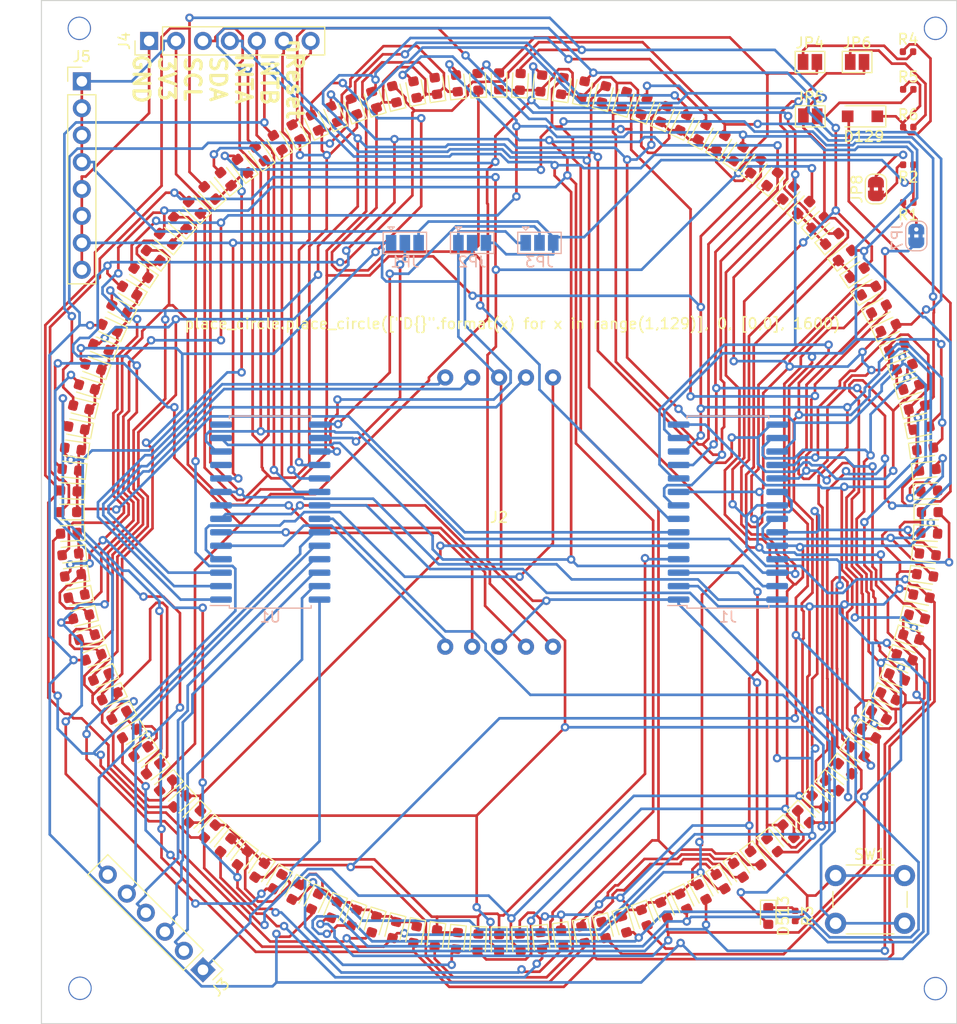
<source format=kicad_pcb>
(kicad_pcb (version 20171130) (host pcbnew "(5.1.5-0-10_14)")
  (layers (0 F.Cu signal) (31 B.Cu signal) (34 B.Paste user) (35 F.Paste user) (36 B.SilkS user) (37 F.SilkS user) (38 B.Mask user) (39 F.Mask user) (44 Edge.Cuts user))
  (net 0 "")
  (net 1 "Net-(D1-Pad1)")
  (net 2 "Net-(D1-Pad2)")
  (net 3 "Net-(D10-Pad2)")
  (net 4 "Net-(D33-Pad1)")
  (net 5 "Net-(D49-Pad1)")
  (net 6 "Net-(D105-Pad2)")
  (net 7 "Net-(D107-Pad2)")
  (net 8 "Net-(D100-Pad2)")
  (net 9 "Net-(D101-Pad2)")
  (net 10 "Net-(D102-Pad2)")
  (net 11 "Net-(D103-Pad2)")
  (net 12 "Net-(D104-Pad2)")
  (net 13 "Net-(D81-Pad1)")
  (net 14 "Net-(D100-Pad1)")
  (net 15 "Net-(D113-Pad1)")
  (net 16 "Net-(D114-Pad2)")
  (net 17 "Net-(D115-Pad2)")
  (net 18 "Net-(D108-Pad2)")
  (net 19 "Net-(D109-Pad2)")
  (net 20 "Net-(D110-Pad2)")
  (net 21 "Net-(D111-Pad2)")
  (net 22 "Net-(D112-Pad2)")
  (net 23 "Net-(D17-Pad1)")
  (net 24 "Net-(D65-Pad1)")
  (net 25 "Net-(J2-Pad9)")
  (net 26 "Net-(J2-Pad10)")
  (net 27 "Net-(J2-Pad7)")
  (net 28 "Net-(J2-Pad6)")
  (net 29 "Net-(J2-Pad5)")
  (net 30 "Net-(J2-Pad4)")
  (net 31 "Net-(J2-Pad2)")
  (net 32 "Net-(J2-Pad1)")
  (net 33 GND)
  (net 34 "Net-(D513-Pad2)")
  (net 35 "Net-(D513-Pad1)")
  (net 36 "Net-(SW1-Pad2)")
  (net 37 "Net-(J3-Pad1)")
  (net 38 "Net-(J3-Pad2)")
  (net 39 "Net-(J3-Pad3)")
  (net 40 "Net-(J3-Pad4)")
  (net 41 /large_rotary/A1)
  (net 42 /large_rotary/A2)
  (net 43 /large_rotary/A0)
  (net 44 INTA)
  (net 45 INTB)
  (net 46 nRESET)
  (net 47 SDA)
  (net 48 SCL)
  (net 49 "Net-(J3-Pad5)")
  (net 50 "Net-(J3-Pad6)")
  (net 51 3V3)
  (net 52 "Net-(D129-Pad1)")
  (net 53 "Net-(JP4-Pad1)")
  (net 54 "Net-(JP5-Pad2)")
  (net 55 "Net-(JP6-Pad1)")
  (net 56 "Net-(JP7-Pad1)")
  (net 57 "Net-(JP8-Pad1)")
  (module LED_SMD:LED_0603_1608Metric (layer F.Cu) (at 176.53 87.63)
    (fp_text reference D1 hide)
    (fp_text value LED)
    (pad 2 smd roundrect (at 0.7875 0) (size 0.875 0.95) (layers F.Cu F.Paste F.Mask) (net 2 "Net-(D1-Pad2)"))
    (pad 1 smd roundrect (at -0.7875 0) (size 0.875 0.95) (layers F.Cu F.Paste F.Mask) (net 1 "Net-(D1-Pad1)"))
  )
  (module LED_SMD:LED_0603_1608Metric (layer F.Cu) (at 176.481 89.6241 357)
    (fp_text reference D2 hide)
    (fp_text value LED)
    (pad 2 smd roundrect (at 0.7875 0 357) (size 0.875 0.95) (layers F.Cu F.Paste F.Mask) (net 16 "Net-(D114-Pad2)"))
    (pad 1 smd roundrect (at -0.7875 0 357) (size 0.875 0.95) (layers F.Cu F.Paste F.Mask) (net 1 "Net-(D1-Pad1)"))
  )
  (module LED_SMD:LED_0603_1608Metric (layer F.Cu) (at 176.334 91.6134 354)
    (fp_text reference D3 hide)
    (fp_text value LED)
    (pad 2 smd roundrect (at 0.7875 0 354) (size 0.875 0.95) (layers F.Cu F.Paste F.Mask) (net 17 "Net-(D115-Pad2)"))
    (pad 1 smd roundrect (at -0.7875 0 354) (size 0.875 0.95) (layers F.Cu F.Paste F.Mask) (net 1 "Net-(D1-Pad1)"))
  )
  (module LED_SMD:LED_0603_1608Metric (layer F.Cu) (at 176.09 93.5931 352)
    (fp_text reference D4 hide)
    (fp_text value LED)
    (pad 2 smd roundrect (at 0.7875 0 352) (size 0.875 0.95) (layers F.Cu F.Paste F.Mask) (net 8 "Net-(D100-Pad2)"))
    (pad 1 smd roundrect (at -0.7875 0 352) (size 0.875 0.95) (layers F.Cu F.Paste F.Mask) (net 1 "Net-(D1-Pad1)"))
  )
  (module LED_SMD:LED_0603_1608Metric (layer F.Cu) (at 175.749 95.5585 349)
    (fp_text reference D5 hide)
    (fp_text value LED)
    (pad 2 smd roundrect (at 0.7875 0 349) (size 0.875 0.95) (layers F.Cu F.Paste F.Mask) (net 9 "Net-(D101-Pad2)"))
    (pad 1 smd roundrect (at -0.7875 0 349) (size 0.875 0.95) (layers F.Cu F.Paste F.Mask) (net 1 "Net-(D1-Pad1)"))
  )
  (module LED_SMD:LED_0603_1608Metric (layer F.Cu) (at 175.312 97.5047 346)
    (fp_text reference D6 hide)
    (fp_text value LED)
    (pad 2 smd roundrect (at 0.7875 -0.000001 346) (size 0.875 0.95) (layers F.Cu F.Paste F.Mask) (net 10 "Net-(D102-Pad2)"))
    (pad 1 smd roundrect (at -0.7875 0.000001 346) (size 0.875 0.95) (layers F.Cu F.Paste F.Mask) (net 1 "Net-(D1-Pad1)"))
  )
  (module LED_SMD:LED_0603_1608Metric (layer F.Cu) (at 174.78 99.4272 343)
    (fp_text reference D7 hide)
    (fp_text value LED)
    (pad 2 smd roundrect (at 0.7875 0 343) (size 0.875 0.95) (layers F.Cu F.Paste F.Mask) (net 11 "Net-(D103-Pad2)"))
    (pad 1 smd roundrect (at -0.7875 0 343) (size 0.875 0.95) (layers F.Cu F.Paste F.Mask) (net 1 "Net-(D1-Pad1)"))
  )
  (module LED_SMD:LED_0603_1608Metric (layer F.Cu) (at 174.154 101.321 340)
    (fp_text reference D8 hide)
    (fp_text value LED)
    (pad 2 smd roundrect (at 0.7875 0 340) (size 0.875 0.95) (layers F.Cu F.Paste F.Mask) (net 12 "Net-(D104-Pad2)"))
    (pad 1 smd roundrect (at -0.7875 0 340) (size 0.875 0.95) (layers F.Cu F.Paste F.Mask) (net 1 "Net-(D1-Pad1)"))
  )
  (module LED_SMD:LED_0603_1608Metric (layer F.Cu) (at 173.436 103.182 338)
    (fp_text reference D9 hide)
    (fp_text value LED)
    (pad 2 smd roundrect (at 0.7875 0 338) (size 0.875 0.95) (layers F.Cu F.Paste F.Mask) (net 6 "Net-(D105-Pad2)"))
    (pad 1 smd roundrect (at -0.7875 0 338) (size 0.875 0.95) (layers F.Cu F.Paste F.Mask) (net 1 "Net-(D1-Pad1)"))
  )
  (module LED_SMD:LED_0603_1608Metric (layer F.Cu) (at 172.628 105.006 335)
    (fp_text reference D10 hide)
    (fp_text value LED)
    (pad 2 smd roundrect (at 0.7875 0 335) (size 0.875 0.95) (layers F.Cu F.Paste F.Mask) (net 3 "Net-(D10-Pad2)"))
    (pad 1 smd roundrect (at -0.7875 0 335) (size 0.875 0.95) (layers F.Cu F.Paste F.Mask) (net 1 "Net-(D1-Pad1)"))
  )
  (module LED_SMD:LED_0603_1608Metric (layer F.Cu) (at 171.731 106.788 332)
    (fp_text reference D11 hide)
    (fp_text value LED)
    (pad 2 smd roundrect (at 0.7875 0 332) (size 0.875 0.95) (layers F.Cu F.Paste F.Mask) (net 7 "Net-(D107-Pad2)"))
    (pad 1 smd roundrect (at -0.7875 0 332) (size 0.875 0.95) (layers F.Cu F.Paste F.Mask) (net 1 "Net-(D1-Pad1)"))
  )
  (module LED_SMD:LED_0603_1608Metric (layer F.Cu) (at 170.748 108.523 329)
    (fp_text reference D12 hide)
    (fp_text value LED)
    (pad 2 smd roundrect (at 0.7875 0 329) (size 0.875 0.95) (layers F.Cu F.Paste F.Mask) (net 18 "Net-(D108-Pad2)"))
    (pad 1 smd roundrect (at -0.7875 0 329) (size 0.875 0.95) (layers F.Cu F.Paste F.Mask) (net 1 "Net-(D1-Pad1)"))
  )
  (module LED_SMD:LED_0603_1608Metric (layer F.Cu) (at 169.681 110.208 326)
    (fp_text reference D13 hide)
    (fp_text value LED)
    (pad 2 smd roundrect (at 0.7875 0 326) (size 0.875 0.95) (layers F.Cu F.Paste F.Mask) (net 19 "Net-(D109-Pad2)"))
    (pad 1 smd roundrect (at -0.7875 0 326) (size 0.875 0.95) (layers F.Cu F.Paste F.Mask) (net 1 "Net-(D1-Pad1)"))
  )
  (module LED_SMD:LED_0603_1608Metric (layer F.Cu) (at 168.532 111.839 323)
    (fp_text reference D14 hide)
    (fp_text value LED)
    (pad 2 smd roundrect (at 0.787499 0 323) (size 0.875 0.95) (layers F.Cu F.Paste F.Mask) (net 20 "Net-(D110-Pad2)"))
    (pad 1 smd roundrect (at -0.787499 0 323) (size 0.875 0.95) (layers F.Cu F.Paste F.Mask) (net 1 "Net-(D1-Pad1)"))
  )
  (module LED_SMD:LED_0603_1608Metric (layer F.Cu) (at 167.305 113.412 321)
    (fp_text reference D15 hide)
    (fp_text value LED)
    (pad 2 smd roundrect (at 0.7875 0 321) (size 0.875 0.95) (layers F.Cu F.Paste F.Mask) (net 21 "Net-(D111-Pad2)"))
    (pad 1 smd roundrect (at -0.7875 0 321) (size 0.875 0.95) (layers F.Cu F.Paste F.Mask) (net 1 "Net-(D1-Pad1)"))
  )
  (module LED_SMD:LED_0603_1608Metric (layer F.Cu) (at 166.002 114.922 318)
    (fp_text reference D16 hide)
    (fp_text value LED)
    (pad 2 smd roundrect (at 0.7875 -0.000001 318) (size 0.875 0.95) (layers F.Cu F.Paste F.Mask) (net 22 "Net-(D112-Pad2)"))
    (pad 1 smd roundrect (at -0.7875 0.000001 318) (size 0.875 0.95) (layers F.Cu F.Paste F.Mask) (net 1 "Net-(D1-Pad1)"))
  )
  (module LED_SMD:LED_0603_1608Metric (layer F.Cu) (at 164.627 116.367 315)
    (fp_text reference D17 hide)
    (fp_text value LED)
    (pad 2 smd roundrect (at 0.787501 0 315) (size 0.875 0.95) (layers F.Cu F.Paste F.Mask) (net 2 "Net-(D1-Pad2)"))
    (pad 1 smd roundrect (at -0.787501 0 315) (size 0.875 0.95) (layers F.Cu F.Paste F.Mask) (net 23 "Net-(D17-Pad1)"))
  )
  (module LED_SMD:LED_0603_1608Metric (layer F.Cu) (at 163.182 117.742 312)
    (fp_text reference D18 hide)
    (fp_text value LED)
    (pad 2 smd roundrect (at 0.7875 0.000001 312) (size 0.875 0.95) (layers F.Cu F.Paste F.Mask) (net 16 "Net-(D114-Pad2)"))
    (pad 1 smd roundrect (at -0.7875 -0.000001 312) (size 0.875 0.95) (layers F.Cu F.Paste F.Mask) (net 23 "Net-(D17-Pad1)"))
  )
  (module LED_SMD:LED_0603_1608Metric (layer F.Cu) (at 161.672 119.045 309)
    (fp_text reference D19 hide)
    (fp_text value LED)
    (pad 2 smd roundrect (at 0.7875 0 309) (size 0.875 0.95) (layers F.Cu F.Paste F.Mask) (net 17 "Net-(D115-Pad2)"))
    (pad 1 smd roundrect (at -0.7875 0 309) (size 0.875 0.95) (layers F.Cu F.Paste F.Mask) (net 23 "Net-(D17-Pad1)"))
  )
  (module LED_SMD:LED_0603_1608Metric (layer F.Cu) (at 160.099 120.272 307)
    (fp_text reference D20 hide)
    (fp_text value LED)
    (pad 2 smd roundrect (at 0.787499 0 307) (size 0.875 0.95) (layers F.Cu F.Paste F.Mask) (net 8 "Net-(D100-Pad2)"))
    (pad 1 smd roundrect (at -0.787499 0 307) (size 0.875 0.95) (layers F.Cu F.Paste F.Mask) (net 23 "Net-(D17-Pad1)"))
  )
  (module LED_SMD:LED_0603_1608Metric (layer F.Cu) (at 158.468 121.421 304)
    (fp_text reference D21 hide)
    (fp_text value LED)
    (pad 2 smd roundrect (at 0.7875 0 304) (size 0.875 0.95) (layers F.Cu F.Paste F.Mask) (net 9 "Net-(D101-Pad2)"))
    (pad 1 smd roundrect (at -0.7875 0 304) (size 0.875 0.95) (layers F.Cu F.Paste F.Mask) (net 23 "Net-(D17-Pad1)"))
  )
  (module LED_SMD:LED_0603_1608Metric (layer F.Cu) (at 156.783 122.488 301)
    (fp_text reference D22 hide)
    (fp_text value LED)
    (pad 2 smd roundrect (at 0.7875 0 301) (size 0.875 0.95) (layers F.Cu F.Paste F.Mask) (net 10 "Net-(D102-Pad2)"))
    (pad 1 smd roundrect (at -0.7875 0 301) (size 0.875 0.95) (layers F.Cu F.Paste F.Mask) (net 23 "Net-(D17-Pad1)"))
  )
  (module LED_SMD:LED_0603_1608Metric (layer F.Cu) (at 155.048 123.471 298)
    (fp_text reference D23 hide)
    (fp_text value LED)
    (pad 2 smd roundrect (at 0.7875 0 298) (size 0.875 0.95) (layers F.Cu F.Paste F.Mask) (net 11 "Net-(D103-Pad2)"))
    (pad 1 smd roundrect (at -0.7875 0 298) (size 0.875 0.95) (layers F.Cu F.Paste F.Mask) (net 23 "Net-(D17-Pad1)"))
  )
  (module LED_SMD:LED_0603_1608Metric (layer F.Cu) (at 153.266 124.368 295)
    (fp_text reference D24 hide)
    (fp_text value LED)
    (pad 2 smd roundrect (at 0.7875 0 295) (size 0.875 0.95) (layers F.Cu F.Paste F.Mask) (net 12 "Net-(D104-Pad2)"))
    (pad 1 smd roundrect (at -0.7875 0 295) (size 0.875 0.95) (layers F.Cu F.Paste F.Mask) (net 23 "Net-(D17-Pad1)"))
  )
  (module LED_SMD:LED_0603_1608Metric (layer F.Cu) (at 151.442 125.176 293)
    (fp_text reference D25 hide)
    (fp_text value LED)
    (pad 2 smd roundrect (at 0.7875 0 293) (size 0.875 0.95) (layers F.Cu F.Paste F.Mask) (net 6 "Net-(D105-Pad2)"))
    (pad 1 smd roundrect (at -0.7875 0 293) (size 0.875 0.95) (layers F.Cu F.Paste F.Mask) (net 23 "Net-(D17-Pad1)"))
  )
  (module LED_SMD:LED_0603_1608Metric (layer F.Cu) (at 149.581 125.894 290)
    (fp_text reference D26 hide)
    (fp_text value LED)
    (pad 2 smd roundrect (at 0.7875 0 290) (size 0.875 0.95) (layers F.Cu F.Paste F.Mask) (net 3 "Net-(D10-Pad2)"))
    (pad 1 smd roundrect (at -0.7875 0 290) (size 0.875 0.95) (layers F.Cu F.Paste F.Mask) (net 23 "Net-(D17-Pad1)"))
  )
  (module LED_SMD:LED_0603_1608Metric (layer F.Cu) (at 147.687 126.52 287)
    (fp_text reference D27 hide)
    (fp_text value LED)
    (pad 2 smd roundrect (at 0.7875 0 287) (size 0.875 0.95) (layers F.Cu F.Paste F.Mask) (net 7 "Net-(D107-Pad2)"))
    (pad 1 smd roundrect (at -0.7875 0 287) (size 0.875 0.95) (layers F.Cu F.Paste F.Mask) (net 23 "Net-(D17-Pad1)"))
  )
  (module LED_SMD:LED_0603_1608Metric (layer F.Cu) (at 145.765 127.052 284)
    (fp_text reference D28 hide)
    (fp_text value LED)
    (pad 2 smd roundrect (at 0.7875 0.000001 284) (size 0.875 0.95) (layers F.Cu F.Paste F.Mask) (net 18 "Net-(D108-Pad2)"))
    (pad 1 smd roundrect (at -0.7875 -0.000001 284) (size 0.875 0.95) (layers F.Cu F.Paste F.Mask) (net 23 "Net-(D17-Pad1)"))
  )
  (module LED_SMD:LED_0603_1608Metric (layer F.Cu) (at 143.818 127.489 281)
    (fp_text reference D29 hide)
    (fp_text value LED)
    (pad 2 smd roundrect (at 0.7875 0 281) (size 0.875 0.95) (layers F.Cu F.Paste F.Mask) (net 19 "Net-(D109-Pad2)"))
    (pad 1 smd roundrect (at -0.7875 0 281) (size 0.875 0.95) (layers F.Cu F.Paste F.Mask) (net 23 "Net-(D17-Pad1)"))
  )
  (module LED_SMD:LED_0603_1608Metric (layer F.Cu) (at 141.853 127.83 278)
    (fp_text reference D30 hide)
    (fp_text value LED)
    (pad 2 smd roundrect (at 0.7875 0 278) (size 0.875 0.95) (layers F.Cu F.Paste F.Mask) (net 20 "Net-(D110-Pad2)"))
    (pad 1 smd roundrect (at -0.7875 0 278) (size 0.875 0.95) (layers F.Cu F.Paste F.Mask) (net 23 "Net-(D17-Pad1)"))
  )
  (module LED_SMD:LED_0603_1608Metric (layer F.Cu) (at 139.873 128.074 276)
    (fp_text reference D31 hide)
    (fp_text value LED)
    (pad 2 smd roundrect (at 0.7875 0 276) (size 0.875 0.95) (layers F.Cu F.Paste F.Mask) (net 21 "Net-(D111-Pad2)"))
    (pad 1 smd roundrect (at -0.7875 0 276) (size 0.875 0.95) (layers F.Cu F.Paste F.Mask) (net 23 "Net-(D17-Pad1)"))
  )
  (module LED_SMD:LED_0603_1608Metric (layer F.Cu) (at 137.884 128.221 273)
    (fp_text reference D32 hide)
    (fp_text value LED)
    (pad 2 smd roundrect (at 0.7875 0 273) (size 0.875 0.95) (layers F.Cu F.Paste F.Mask) (net 22 "Net-(D112-Pad2)"))
    (pad 1 smd roundrect (at -0.7875 0 273) (size 0.875 0.95) (layers F.Cu F.Paste F.Mask) (net 23 "Net-(D17-Pad1)"))
  )
  (module LED_SMD:LED_0603_1608Metric (layer F.Cu) (at 135.89 128.27 270)
    (fp_text reference D33 hide)
    (fp_text value LED)
    (pad 2 smd roundrect (at 0.7875 0 270) (size 0.875 0.95) (layers F.Cu F.Paste F.Mask) (net 2 "Net-(D1-Pad2)"))
    (pad 1 smd roundrect (at -0.7875 0 270) (size 0.875 0.95) (layers F.Cu F.Paste F.Mask) (net 4 "Net-(D33-Pad1)"))
  )
  (module LED_SMD:LED_0603_1608Metric (layer F.Cu) (at 133.896 128.221 267)
    (fp_text reference D34 hide)
    (fp_text value LED)
    (pad 2 smd roundrect (at 0.7875 0 267) (size 0.875 0.95) (layers F.Cu F.Paste F.Mask) (net 16 "Net-(D114-Pad2)"))
    (pad 1 smd roundrect (at -0.7875 0 267) (size 0.875 0.95) (layers F.Cu F.Paste F.Mask) (net 4 "Net-(D33-Pad1)"))
  )
  (module LED_SMD:LED_0603_1608Metric (layer F.Cu) (at 131.907 128.074 264)
    (fp_text reference D35 hide)
    (fp_text value LED)
    (pad 2 smd roundrect (at 0.7875 0 264) (size 0.875 0.95) (layers F.Cu F.Paste F.Mask) (net 17 "Net-(D115-Pad2)"))
    (pad 1 smd roundrect (at -0.7875 0 264) (size 0.875 0.95) (layers F.Cu F.Paste F.Mask) (net 4 "Net-(D33-Pad1)"))
  )
  (module LED_SMD:LED_0603_1608Metric (layer F.Cu) (at 129.927 127.83 262)
    (fp_text reference D36 hide)
    (fp_text value LED)
    (pad 2 smd roundrect (at 0.7875 0 262) (size 0.875 0.95) (layers F.Cu F.Paste F.Mask) (net 8 "Net-(D100-Pad2)"))
    (pad 1 smd roundrect (at -0.7875 0 262) (size 0.875 0.95) (layers F.Cu F.Paste F.Mask) (net 4 "Net-(D33-Pad1)"))
  )
  (module LED_SMD:LED_0603_1608Metric (layer F.Cu) (at 127.962 127.489 259)
    (fp_text reference D37 hide)
    (fp_text value LED)
    (pad 2 smd roundrect (at 0.7875 0 259) (size 0.875 0.95) (layers F.Cu F.Paste F.Mask) (net 9 "Net-(D101-Pad2)"))
    (pad 1 smd roundrect (at -0.7875 0 259) (size 0.875 0.95) (layers F.Cu F.Paste F.Mask) (net 4 "Net-(D33-Pad1)"))
  )
  (module LED_SMD:LED_0603_1608Metric (layer F.Cu) (at 126.015 127.052 256)
    (fp_text reference D38 hide)
    (fp_text value LED)
    (pad 2 smd roundrect (at 0.7875 -0.000001 256) (size 0.875 0.95) (layers F.Cu F.Paste F.Mask) (net 10 "Net-(D102-Pad2)"))
    (pad 1 smd roundrect (at -0.7875 0.000001 256) (size 0.875 0.95) (layers F.Cu F.Paste F.Mask) (net 4 "Net-(D33-Pad1)"))
  )
  (module LED_SMD:LED_0603_1608Metric (layer F.Cu) (at 124.093 126.52 253)
    (fp_text reference D39 hide)
    (fp_text value LED)
    (pad 2 smd roundrect (at 0.7875 0 253) (size 0.875 0.95) (layers F.Cu F.Paste F.Mask) (net 11 "Net-(D103-Pad2)"))
    (pad 1 smd roundrect (at -0.7875 0 253) (size 0.875 0.95) (layers F.Cu F.Paste F.Mask) (net 4 "Net-(D33-Pad1)"))
  )
  (module LED_SMD:LED_0603_1608Metric (layer F.Cu) (at 122.199 125.894 250)
    (fp_text reference D40 hide)
    (fp_text value LED)
    (pad 2 smd roundrect (at 0.7875 0 250) (size 0.875 0.95) (layers F.Cu F.Paste F.Mask) (net 12 "Net-(D104-Pad2)"))
    (pad 1 smd roundrect (at -0.7875 0 250) (size 0.875 0.95) (layers F.Cu F.Paste F.Mask) (net 4 "Net-(D33-Pad1)"))
  )
  (module LED_SMD:LED_0603_1608Metric (layer F.Cu) (at 120.338 125.176 248)
    (fp_text reference D41 hide)
    (fp_text value LED)
    (pad 2 smd roundrect (at 0.7875 0 248) (size 0.875 0.95) (layers F.Cu F.Paste F.Mask) (net 6 "Net-(D105-Pad2)"))
    (pad 1 smd roundrect (at -0.7875 0 248) (size 0.875 0.95) (layers F.Cu F.Paste F.Mask) (net 4 "Net-(D33-Pad1)"))
  )
  (module LED_SMD:LED_0603_1608Metric (layer F.Cu) (at 118.514 124.368 245)
    (fp_text reference D42 hide)
    (fp_text value LED)
    (pad 2 smd roundrect (at 0.7875 0 245) (size 0.875 0.95) (layers F.Cu F.Paste F.Mask) (net 3 "Net-(D10-Pad2)"))
    (pad 1 smd roundrect (at -0.7875 0 245) (size 0.875 0.95) (layers F.Cu F.Paste F.Mask) (net 4 "Net-(D33-Pad1)"))
  )
  (module LED_SMD:LED_0603_1608Metric (layer F.Cu) (at 116.732 123.471 242)
    (fp_text reference D43 hide)
    (fp_text value LED)
    (pad 2 smd roundrect (at 0.7875 0 242) (size 0.875 0.95) (layers F.Cu F.Paste F.Mask) (net 7 "Net-(D107-Pad2)"))
    (pad 1 smd roundrect (at -0.7875 0 242) (size 0.875 0.95) (layers F.Cu F.Paste F.Mask) (net 4 "Net-(D33-Pad1)"))
  )
  (module LED_SMD:LED_0603_1608Metric (layer F.Cu) (at 114.997 122.488 239)
    (fp_text reference D44 hide)
    (fp_text value LED)
    (pad 2 smd roundrect (at 0.7875 0 239) (size 0.875 0.95) (layers F.Cu F.Paste F.Mask) (net 18 "Net-(D108-Pad2)"))
    (pad 1 smd roundrect (at -0.7875 0 239) (size 0.875 0.95) (layers F.Cu F.Paste F.Mask) (net 4 "Net-(D33-Pad1)"))
  )
  (module LED_SMD:LED_0603_1608Metric (layer F.Cu) (at 113.312 121.421 236)
    (fp_text reference D45 hide)
    (fp_text value LED)
    (pad 2 smd roundrect (at 0.7875 0 236) (size 0.875 0.95) (layers F.Cu F.Paste F.Mask) (net 19 "Net-(D109-Pad2)"))
    (pad 1 smd roundrect (at -0.7875 0 236) (size 0.875 0.95) (layers F.Cu F.Paste F.Mask) (net 4 "Net-(D33-Pad1)"))
  )
  (module LED_SMD:LED_0603_1608Metric (layer F.Cu) (at 111.681 120.272 233)
    (fp_text reference D46 hide)
    (fp_text value LED)
    (pad 2 smd roundrect (at 0.787499 0 233) (size 0.875 0.95) (layers F.Cu F.Paste F.Mask) (net 20 "Net-(D110-Pad2)"))
    (pad 1 smd roundrect (at -0.787499 0 233) (size 0.875 0.95) (layers F.Cu F.Paste F.Mask) (net 4 "Net-(D33-Pad1)"))
  )
  (module LED_SMD:LED_0603_1608Metric (layer F.Cu) (at 110.108 119.045 231)
    (fp_text reference D47 hide)
    (fp_text value LED)
    (pad 2 smd roundrect (at 0.7875 0 231) (size 0.875 0.95) (layers F.Cu F.Paste F.Mask) (net 21 "Net-(D111-Pad2)"))
    (pad 1 smd roundrect (at -0.7875 0 231) (size 0.875 0.95) (layers F.Cu F.Paste F.Mask) (net 4 "Net-(D33-Pad1)"))
  )
  (module LED_SMD:LED_0603_1608Metric (layer F.Cu) (at 108.598 117.742 228)
    (fp_text reference D48 hide)
    (fp_text value LED)
    (pad 2 smd roundrect (at 0.7875 -0.000001 228) (size 0.875 0.95) (layers F.Cu F.Paste F.Mask) (net 22 "Net-(D112-Pad2)"))
    (pad 1 smd roundrect (at -0.7875 0.000001 228) (size 0.875 0.95) (layers F.Cu F.Paste F.Mask) (net 4 "Net-(D33-Pad1)"))
  )
  (module LED_SMD:LED_0603_1608Metric (layer F.Cu) (at 107.153 116.367 225)
    (fp_text reference D49 hide)
    (fp_text value LED)
    (pad 2 smd roundrect (at 0.787501 0 225) (size 0.875 0.95) (layers F.Cu F.Paste F.Mask) (net 2 "Net-(D1-Pad2)"))
    (pad 1 smd roundrect (at -0.787501 0 225) (size 0.875 0.95) (layers F.Cu F.Paste F.Mask) (net 5 "Net-(D49-Pad1)"))
  )
  (module LED_SMD:LED_0603_1608Metric (layer F.Cu) (at 105.778 114.922 222)
    (fp_text reference D50 hide)
    (fp_text value LED)
    (pad 2 smd roundrect (at 0.7875 0.000001 222) (size 0.875 0.95) (layers F.Cu F.Paste F.Mask) (net 16 "Net-(D114-Pad2)"))
    (pad 1 smd roundrect (at -0.7875 -0.000001 222) (size 0.875 0.95) (layers F.Cu F.Paste F.Mask) (net 5 "Net-(D49-Pad1)"))
  )
  (module LED_SMD:LED_0603_1608Metric (layer F.Cu) (at 104.475 113.412 219)
    (fp_text reference D51 hide)
    (fp_text value LED)
    (pad 2 smd roundrect (at 0.7875 0 219) (size 0.875 0.95) (layers F.Cu F.Paste F.Mask) (net 17 "Net-(D115-Pad2)"))
    (pad 1 smd roundrect (at -0.7875 0 219) (size 0.875 0.95) (layers F.Cu F.Paste F.Mask) (net 5 "Net-(D49-Pad1)"))
  )
  (module LED_SMD:LED_0603_1608Metric (layer F.Cu) (at 103.248 111.839 217)
    (fp_text reference D52 hide)
    (fp_text value LED)
    (pad 2 smd roundrect (at 0.787499 0 217) (size 0.875 0.95) (layers F.Cu F.Paste F.Mask) (net 8 "Net-(D100-Pad2)"))
    (pad 1 smd roundrect (at -0.787499 0 217) (size 0.875 0.95) (layers F.Cu F.Paste F.Mask) (net 5 "Net-(D49-Pad1)"))
  )
  (module LED_SMD:LED_0603_1608Metric (layer F.Cu) (at 102.099 110.208 214)
    (fp_text reference D53 hide)
    (fp_text value LED)
    (pad 2 smd roundrect (at 0.7875 0 214) (size 0.875 0.95) (layers F.Cu F.Paste F.Mask) (net 9 "Net-(D101-Pad2)"))
    (pad 1 smd roundrect (at -0.7875 0 214) (size 0.875 0.95) (layers F.Cu F.Paste F.Mask) (net 5 "Net-(D49-Pad1)"))
  )
  (module LED_SMD:LED_0603_1608Metric (layer F.Cu) (at 101.032 108.523 211)
    (fp_text reference D54 hide)
    (fp_text value LED)
    (pad 2 smd roundrect (at 0.7875 0 211) (size 0.875 0.95) (layers F.Cu F.Paste F.Mask) (net 10 "Net-(D102-Pad2)"))
    (pad 1 smd roundrect (at -0.7875 0 211) (size 0.875 0.95) (layers F.Cu F.Paste F.Mask) (net 5 "Net-(D49-Pad1)"))
  )
  (module LED_SMD:LED_0603_1608Metric (layer F.Cu) (at 100.049 106.788 208)
    (fp_text reference D55 hide)
    (fp_text value LED)
    (pad 2 smd roundrect (at 0.7875 0 208) (size 0.875 0.95) (layers F.Cu F.Paste F.Mask) (net 11 "Net-(D103-Pad2)"))
    (pad 1 smd roundrect (at -0.7875 0 208) (size 0.875 0.95) (layers F.Cu F.Paste F.Mask) (net 5 "Net-(D49-Pad1)"))
  )
  (module LED_SMD:LED_0603_1608Metric (layer F.Cu) (at 99.1519 105.006 205)
    (fp_text reference D56 hide)
    (fp_text value LED)
    (pad 2 smd roundrect (at 0.7875 0 205) (size 0.875 0.95) (layers F.Cu F.Paste F.Mask) (net 12 "Net-(D104-Pad2)"))
    (pad 1 smd roundrect (at -0.7875 0 205) (size 0.875 0.95) (layers F.Cu F.Paste F.Mask) (net 5 "Net-(D49-Pad1)"))
  )
  (module LED_SMD:LED_0603_1608Metric (layer F.Cu) (at 98.3435 103.182 203)
    (fp_text reference D57 hide)
    (fp_text value LED)
    (pad 2 smd roundrect (at 0.7875 0 203) (size 0.875 0.95) (layers F.Cu F.Paste F.Mask) (net 6 "Net-(D105-Pad2)"))
    (pad 1 smd roundrect (at -0.7875 0 203) (size 0.875 0.95) (layers F.Cu F.Paste F.Mask) (net 5 "Net-(D49-Pad1)"))
  )
  (module LED_SMD:LED_0603_1608Metric (layer F.Cu) (at 97.6257 101.321 200)
    (fp_text reference D58 hide)
    (fp_text value LED)
    (pad 2 smd roundrect (at 0.7875 0 200) (size 0.875 0.95) (layers F.Cu F.Paste F.Mask) (net 3 "Net-(D10-Pad2)"))
    (pad 1 smd roundrect (at -0.7875 0 200) (size 0.875 0.95) (layers F.Cu F.Paste F.Mask) (net 5 "Net-(D49-Pad1)"))
  )
  (module LED_SMD:LED_0603_1608Metric (layer F.Cu) (at 96.9999 99.4272 197)
    (fp_text reference D59 hide)
    (fp_text value LED)
    (pad 2 smd roundrect (at 0.7875 0 197) (size 0.875 0.95) (layers F.Cu F.Paste F.Mask) (net 7 "Net-(D107-Pad2)"))
    (pad 1 smd roundrect (at -0.7875 0 197) (size 0.875 0.95) (layers F.Cu F.Paste F.Mask) (net 5 "Net-(D49-Pad1)"))
  )
  (module LED_SMD:LED_0603_1608Metric (layer F.Cu) (at 96.4679 97.5047 194)
    (fp_text reference D60 hide)
    (fp_text value LED)
    (pad 2 smd roundrect (at 0.7875 0.000001 194) (size 0.875 0.95) (layers F.Cu F.Paste F.Mask) (net 18 "Net-(D108-Pad2)"))
    (pad 1 smd roundrect (at -0.7875 -0.000001 194) (size 0.875 0.95) (layers F.Cu F.Paste F.Mask) (net 5 "Net-(D49-Pad1)"))
  )
  (module LED_SMD:LED_0603_1608Metric (layer F.Cu) (at 96.0309 95.5585 191)
    (fp_text reference D61 hide)
    (fp_text value LED)
    (pad 2 smd roundrect (at 0.7875 0 191) (size 0.875 0.95) (layers F.Cu F.Paste F.Mask) (net 19 "Net-(D109-Pad2)"))
    (pad 1 smd roundrect (at -0.7875 0 191) (size 0.875 0.95) (layers F.Cu F.Paste F.Mask) (net 5 "Net-(D49-Pad1)"))
  )
  (module LED_SMD:LED_0603_1608Metric (layer F.Cu) (at 95.6899 93.5931 188)
    (fp_text reference D62 hide)
    (fp_text value LED)
    (pad 2 smd roundrect (at 0.7875 0 188) (size 0.875 0.95) (layers F.Cu F.Paste F.Mask) (net 20 "Net-(D110-Pad2)"))
    (pad 1 smd roundrect (at -0.7875 0 188) (size 0.875 0.95) (layers F.Cu F.Paste F.Mask) (net 5 "Net-(D49-Pad1)"))
  )
  (module LED_SMD:LED_0603_1608Metric (layer F.Cu) (at 95.4457 91.6134 186)
    (fp_text reference D63 hide)
    (fp_text value LED)
    (pad 2 smd roundrect (at 0.7875 0 186) (size 0.875 0.95) (layers F.Cu F.Paste F.Mask) (net 21 "Net-(D111-Pad2)"))
    (pad 1 smd roundrect (at -0.7875 0 186) (size 0.875 0.95) (layers F.Cu F.Paste F.Mask) (net 5 "Net-(D49-Pad1)"))
  )
  (module LED_SMD:LED_0603_1608Metric (layer F.Cu) (at 95.299 89.6241 183)
    (fp_text reference D64 hide)
    (fp_text value LED)
    (pad 2 smd roundrect (at 0.7875 0 183) (size 0.875 0.95) (layers F.Cu F.Paste F.Mask) (net 22 "Net-(D112-Pad2)"))
    (pad 1 smd roundrect (at -0.7875 0 183) (size 0.875 0.95) (layers F.Cu F.Paste F.Mask) (net 5 "Net-(D49-Pad1)"))
  )
  (module LED_SMD:LED_0603_1608Metric (layer F.Cu) (at 95.25 87.63 180)
    (fp_text reference D65 hide)
    (fp_text value LED)
    (pad 2 smd roundrect (at 0.7875 0 180) (size 0.875 0.95) (layers F.Cu F.Paste F.Mask) (net 2 "Net-(D1-Pad2)"))
    (pad 1 smd roundrect (at -0.7875 0 180) (size 0.875 0.95) (layers F.Cu F.Paste F.Mask) (net 24 "Net-(D65-Pad1)"))
  )
  (module LED_SMD:LED_0603_1608Metric (layer F.Cu) (at 95.299 85.6359 177)
    (fp_text reference D66 hide)
    (fp_text value LED)
    (pad 2 smd roundrect (at 0.7875 0 177) (size 0.875 0.95) (layers F.Cu F.Paste F.Mask) (net 16 "Net-(D114-Pad2)"))
    (pad 1 smd roundrect (at -0.7875 0 177) (size 0.875 0.95) (layers F.Cu F.Paste F.Mask) (net 24 "Net-(D65-Pad1)"))
  )
  (module LED_SMD:LED_0603_1608Metric (layer F.Cu) (at 95.4457 83.6466 174)
    (fp_text reference D67 hide)
    (fp_text value LED)
    (pad 2 smd roundrect (at 0.7875 0 174) (size 0.875 0.95) (layers F.Cu F.Paste F.Mask) (net 17 "Net-(D115-Pad2)"))
    (pad 1 smd roundrect (at -0.7875 0 174) (size 0.875 0.95) (layers F.Cu F.Paste F.Mask) (net 24 "Net-(D65-Pad1)"))
  )
  (module LED_SMD:LED_0603_1608Metric (layer F.Cu) (at 95.6899 81.6669 172)
    (fp_text reference D68 hide)
    (fp_text value LED)
    (pad 2 smd roundrect (at 0.7875 0 172) (size 0.875 0.95) (layers F.Cu F.Paste F.Mask) (net 8 "Net-(D100-Pad2)"))
    (pad 1 smd roundrect (at -0.7875 0 172) (size 0.875 0.95) (layers F.Cu F.Paste F.Mask) (net 24 "Net-(D65-Pad1)"))
  )
  (module LED_SMD:LED_0603_1608Metric (layer F.Cu) (at 96.0309 79.7015 169)
    (fp_text reference D69 hide)
    (fp_text value LED)
    (pad 2 smd roundrect (at 0.7875 0 169) (size 0.875 0.95) (layers F.Cu F.Paste F.Mask) (net 9 "Net-(D101-Pad2)"))
    (pad 1 smd roundrect (at -0.7875 0 169) (size 0.875 0.95) (layers F.Cu F.Paste F.Mask) (net 24 "Net-(D65-Pad1)"))
  )
  (module LED_SMD:LED_0603_1608Metric (layer F.Cu) (at 96.4679 77.7553 166)
    (fp_text reference D70 hide)
    (fp_text value LED)
    (pad 2 smd roundrect (at 0.7875 -0.000001 166) (size 0.875 0.95) (layers F.Cu F.Paste F.Mask) (net 10 "Net-(D102-Pad2)"))
    (pad 1 smd roundrect (at -0.7875 0.000001 166) (size 0.875 0.95) (layers F.Cu F.Paste F.Mask) (net 24 "Net-(D65-Pad1)"))
  )
  (module LED_SMD:LED_0603_1608Metric (layer F.Cu) (at 96.9999 75.8328 163)
    (fp_text reference D71 hide)
    (fp_text value LED)
    (pad 2 smd roundrect (at 0.7875 0 163) (size 0.875 0.95) (layers F.Cu F.Paste F.Mask) (net 11 "Net-(D103-Pad2)"))
    (pad 1 smd roundrect (at -0.7875 0 163) (size 0.875 0.95) (layers F.Cu F.Paste F.Mask) (net 24 "Net-(D65-Pad1)"))
  )
  (module LED_SMD:LED_0603_1608Metric (layer F.Cu) (at 97.6257 73.9388 160)
    (fp_text reference D72 hide)
    (fp_text value LED)
    (pad 2 smd roundrect (at 0.7875 0 160) (size 0.875 0.95) (layers F.Cu F.Paste F.Mask) (net 12 "Net-(D104-Pad2)"))
    (pad 1 smd roundrect (at -0.7875 0 160) (size 0.875 0.95) (layers F.Cu F.Paste F.Mask) (net 24 "Net-(D65-Pad1)"))
  )
  (module LED_SMD:LED_0603_1608Metric (layer F.Cu) (at 98.3435 72.0777 158)
    (fp_text reference D73 hide)
    (fp_text value LED)
    (pad 2 smd roundrect (at 0.7875 0 158) (size 0.875 0.95) (layers F.Cu F.Paste F.Mask) (net 6 "Net-(D105-Pad2)"))
    (pad 1 smd roundrect (at -0.7875 0 158) (size 0.875 0.95) (layers F.Cu F.Paste F.Mask) (net 24 "Net-(D65-Pad1)"))
  )
  (module LED_SMD:LED_0603_1608Metric (layer F.Cu) (at 99.1519 70.2542 155)
    (fp_text reference D74 hide)
    (fp_text value LED)
    (pad 2 smd roundrect (at 0.7875 0 155) (size 0.875 0.95) (layers F.Cu F.Paste F.Mask) (net 3 "Net-(D10-Pad2)"))
    (pad 1 smd roundrect (at -0.7875 0 155) (size 0.875 0.95) (layers F.Cu F.Paste F.Mask) (net 24 "Net-(D65-Pad1)"))
  )
  (module LED_SMD:LED_0603_1608Metric (layer F.Cu) (at 100.049 68.4724 152)
    (fp_text reference D75 hide)
    (fp_text value LED)
    (pad 2 smd roundrect (at 0.7875 0 152) (size 0.875 0.95) (layers F.Cu F.Paste F.Mask) (net 7 "Net-(D107-Pad2)"))
    (pad 1 smd roundrect (at -0.7875 0 152) (size 0.875 0.95) (layers F.Cu F.Paste F.Mask) (net 24 "Net-(D65-Pad1)"))
  )
  (module LED_SMD:LED_0603_1608Metric (layer F.Cu) (at 101.032 66.7369 149)
    (fp_text reference D76 hide)
    (fp_text value LED)
    (pad 2 smd roundrect (at 0.7875 0 149) (size 0.875 0.95) (layers F.Cu F.Paste F.Mask) (net 18 "Net-(D108-Pad2)"))
    (pad 1 smd roundrect (at -0.7875 0 149) (size 0.875 0.95) (layers F.Cu F.Paste F.Mask) (net 24 "Net-(D65-Pad1)"))
  )
  (module LED_SMD:LED_0603_1608Metric (layer F.Cu) (at 102.099 65.0516 146)
    (fp_text reference D77 hide)
    (fp_text value LED)
    (pad 2 smd roundrect (at 0.7875 0 146) (size 0.875 0.95) (layers F.Cu F.Paste F.Mask) (net 19 "Net-(D109-Pad2)"))
    (pad 1 smd roundrect (at -0.7875 0 146) (size 0.875 0.95) (layers F.Cu F.Paste F.Mask) (net 24 "Net-(D65-Pad1)"))
  )
  (module LED_SMD:LED_0603_1608Metric (layer F.Cu) (at 103.248 63.4208 143)
    (fp_text reference D78 hide)
    (fp_text value LED)
    (pad 2 smd roundrect (at 0.787499 0 143) (size 0.875 0.95) (layers F.Cu F.Paste F.Mask) (net 20 "Net-(D110-Pad2)"))
    (pad 1 smd roundrect (at -0.787499 0 143) (size 0.875 0.95) (layers F.Cu F.Paste F.Mask) (net 24 "Net-(D65-Pad1)"))
  )
  (module LED_SMD:LED_0603_1608Metric (layer F.Cu) (at 104.475 61.8483 141)
    (fp_text reference D79 hide)
    (fp_text value LED)
    (pad 2 smd roundrect (at 0.7875 0 141) (size 0.875 0.95) (layers F.Cu F.Paste F.Mask) (net 21 "Net-(D111-Pad2)"))
    (pad 1 smd roundrect (at -0.7875 0 141) (size 0.875 0.95) (layers F.Cu F.Paste F.Mask) (net 24 "Net-(D65-Pad1)"))
  )
  (module LED_SMD:LED_0603_1608Metric (layer F.Cu) (at 105.778 60.3378 138)
    (fp_text reference D80 hide)
    (fp_text value LED)
    (pad 2 smd roundrect (at 0.7875 -0.000001 138) (size 0.875 0.95) (layers F.Cu F.Paste F.Mask) (net 22 "Net-(D112-Pad2)"))
    (pad 1 smd roundrect (at -0.7875 0.000001 138) (size 0.875 0.95) (layers F.Cu F.Paste F.Mask) (net 24 "Net-(D65-Pad1)"))
  )
  (module LED_SMD:LED_0603_1608Metric (layer F.Cu) (at 107.153 58.8932 135)
    (fp_text reference D81 hide)
    (fp_text value LED)
    (pad 2 smd roundrect (at 0.787501 0 135) (size 0.875 0.95) (layers F.Cu F.Paste F.Mask) (net 2 "Net-(D1-Pad2)"))
    (pad 1 smd roundrect (at -0.787501 0 135) (size 0.875 0.95) (layers F.Cu F.Paste F.Mask) (net 13 "Net-(D81-Pad1)"))
  )
  (module LED_SMD:LED_0603_1608Metric (layer F.Cu) (at 108.598 57.5177 132)
    (fp_text reference D82 hide)
    (fp_text value LED)
    (pad 2 smd roundrect (at 0.7875 0.000001 132) (size 0.875 0.95) (layers F.Cu F.Paste F.Mask) (net 16 "Net-(D114-Pad2)"))
    (pad 1 smd roundrect (at -0.7875 -0.000001 132) (size 0.875 0.95) (layers F.Cu F.Paste F.Mask) (net 13 "Net-(D81-Pad1)"))
  )
  (module LED_SMD:LED_0603_1608Metric (layer F.Cu) (at 110.108 56.2149 129)
    (fp_text reference D83 hide)
    (fp_text value LED)
    (pad 2 smd roundrect (at 0.7875 0 129) (size 0.875 0.95) (layers F.Cu F.Paste F.Mask) (net 17 "Net-(D115-Pad2)"))
    (pad 1 smd roundrect (at -0.7875 0 129) (size 0.875 0.95) (layers F.Cu F.Paste F.Mask) (net 13 "Net-(D81-Pad1)"))
  )
  (module LED_SMD:LED_0603_1608Metric (layer F.Cu) (at 111.681 54.9876 127)
    (fp_text reference D84 hide)
    (fp_text value LED)
    (pad 2 smd roundrect (at 0.787499 0 127) (size 0.875 0.95) (layers F.Cu F.Paste F.Mask) (net 8 "Net-(D100-Pad2)"))
    (pad 1 smd roundrect (at -0.787499 0 127) (size 0.875 0.95) (layers F.Cu F.Paste F.Mask) (net 13 "Net-(D81-Pad1)"))
  )
  (module LED_SMD:LED_0603_1608Metric (layer F.Cu) (at 113.312 53.8391 124)
    (fp_text reference D85 hide)
    (fp_text value LED)
    (pad 2 smd roundrect (at 0.7875 0 124) (size 0.875 0.95) (layers F.Cu F.Paste F.Mask) (net 9 "Net-(D101-Pad2)"))
    (pad 1 smd roundrect (at -0.7875 0 124) (size 0.875 0.95) (layers F.Cu F.Paste F.Mask) (net 13 "Net-(D81-Pad1)"))
  )
  (module LED_SMD:LED_0603_1608Metric (layer F.Cu) (at 114.997 52.7719 121)
    (fp_text reference D86 hide)
    (fp_text value LED)
    (pad 2 smd roundrect (at 0.7875 0 121) (size 0.875 0.95) (layers F.Cu F.Paste F.Mask) (net 10 "Net-(D102-Pad2)"))
    (pad 1 smd roundrect (at -0.7875 0 121) (size 0.875 0.95) (layers F.Cu F.Paste F.Mask) (net 13 "Net-(D81-Pad1)"))
  )
  (module LED_SMD:LED_0603_1608Metric (layer F.Cu) (at 116.732 51.7887 118)
    (fp_text reference D87 hide)
    (fp_text value LED)
    (pad 2 smd roundrect (at 0.7875 0 118) (size 0.875 0.95) (layers F.Cu F.Paste F.Mask) (net 11 "Net-(D103-Pad2)"))
    (pad 1 smd roundrect (at -0.7875 0 118) (size 0.875 0.95) (layers F.Cu F.Paste F.Mask) (net 13 "Net-(D81-Pad1)"))
  )
  (module LED_SMD:LED_0603_1608Metric (layer F.Cu) (at 118.514 50.8919 115)
    (fp_text reference D88 hide)
    (fp_text value LED)
    (pad 2 smd roundrect (at 0.7875 0 115) (size 0.875 0.95) (layers F.Cu F.Paste F.Mask) (net 12 "Net-(D104-Pad2)"))
    (pad 1 smd roundrect (at -0.7875 0 115) (size 0.875 0.95) (layers F.Cu F.Paste F.Mask) (net 13 "Net-(D81-Pad1)"))
  )
  (module LED_SMD:LED_0603_1608Metric (layer F.Cu) (at 120.338 50.0835 113)
    (fp_text reference D89 hide)
    (fp_text value LED)
    (pad 2 smd roundrect (at 0.7875 0 113) (size 0.875 0.95) (layers F.Cu F.Paste F.Mask) (net 6 "Net-(D105-Pad2)"))
    (pad 1 smd roundrect (at -0.7875 0 113) (size 0.875 0.95) (layers F.Cu F.Paste F.Mask) (net 13 "Net-(D81-Pad1)"))
  )
  (module LED_SMD:LED_0603_1608Metric (layer F.Cu) (at 122.199 49.3657 110)
    (fp_text reference D90 hide)
    (fp_text value LED)
    (pad 2 smd roundrect (at 0.7875 0 110) (size 0.875 0.95) (layers F.Cu F.Paste F.Mask) (net 3 "Net-(D10-Pad2)"))
    (pad 1 smd roundrect (at -0.7875 0 110) (size 0.875 0.95) (layers F.Cu F.Paste F.Mask) (net 13 "Net-(D81-Pad1)"))
  )
  (module LED_SMD:LED_0603_1608Metric (layer F.Cu) (at 124.093 48.7399 107)
    (fp_text reference D91 hide)
    (fp_text value LED)
    (pad 2 smd roundrect (at 0.7875 0 107) (size 0.875 0.95) (layers F.Cu F.Paste F.Mask) (net 7 "Net-(D107-Pad2)"))
    (pad 1 smd roundrect (at -0.7875 0 107) (size 0.875 0.95) (layers F.Cu F.Paste F.Mask) (net 13 "Net-(D81-Pad1)"))
  )
  (module LED_SMD:LED_0603_1608Metric (layer F.Cu) (at 126.015 48.2079 104)
    (fp_text reference D92 hide)
    (fp_text value LED)
    (pad 2 smd roundrect (at 0.7875 0.000001 104) (size 0.875 0.95) (layers F.Cu F.Paste F.Mask) (net 18 "Net-(D108-Pad2)"))
    (pad 1 smd roundrect (at -0.7875 -0.000001 104) (size 0.875 0.95) (layers F.Cu F.Paste F.Mask) (net 13 "Net-(D81-Pad1)"))
  )
  (module LED_SMD:LED_0603_1608Metric (layer F.Cu) (at 127.962 47.7709 101)
    (fp_text reference D93 hide)
    (fp_text value LED)
    (pad 2 smd roundrect (at 0.7875 0 101) (size 0.875 0.95) (layers F.Cu F.Paste F.Mask) (net 19 "Net-(D109-Pad2)"))
    (pad 1 smd roundrect (at -0.7875 0 101) (size 0.875 0.95) (layers F.Cu F.Paste F.Mask) (net 13 "Net-(D81-Pad1)"))
  )
  (module LED_SMD:LED_0603_1608Metric (layer F.Cu) (at 129.927 47.4299 98)
    (fp_text reference D94 hide)
    (fp_text value LED)
    (pad 2 smd roundrect (at 0.7875 0 98) (size 0.875 0.95) (layers F.Cu F.Paste F.Mask) (net 20 "Net-(D110-Pad2)"))
    (pad 1 smd roundrect (at -0.7875 0 98) (size 0.875 0.95) (layers F.Cu F.Paste F.Mask) (net 13 "Net-(D81-Pad1)"))
  )
  (module LED_SMD:LED_0603_1608Metric (layer F.Cu) (at 131.907 47.1857 96)
    (fp_text reference D95 hide)
    (fp_text value LED)
    (pad 2 smd roundrect (at 0.7875 0 96) (size 0.875 0.95) (layers F.Cu F.Paste F.Mask) (net 21 "Net-(D111-Pad2)"))
    (pad 1 smd roundrect (at -0.7875 0 96) (size 0.875 0.95) (layers F.Cu F.Paste F.Mask) (net 13 "Net-(D81-Pad1)"))
  )
  (module LED_SMD:LED_0603_1608Metric (layer F.Cu) (at 133.896 47.039 93)
    (fp_text reference D96 hide)
    (fp_text value LED)
    (pad 2 smd roundrect (at 0.7875 0 93) (size 0.875 0.95) (layers F.Cu F.Paste F.Mask) (net 22 "Net-(D112-Pad2)"))
    (pad 1 smd roundrect (at -0.7875 0 93) (size 0.875 0.95) (layers F.Cu F.Paste F.Mask) (net 13 "Net-(D81-Pad1)"))
  )
  (module LED_SMD:LED_0603_1608Metric (layer F.Cu) (at 135.89 46.99 90)
    (fp_text reference D97 hide)
    (fp_text value LED)
    (pad 2 smd roundrect (at 0.7875 0 90) (size 0.875 0.95) (layers F.Cu F.Paste F.Mask) (net 2 "Net-(D1-Pad2)"))
    (pad 1 smd roundrect (at -0.7875 0 90) (size 0.875 0.95) (layers F.Cu F.Paste F.Mask) (net 14 "Net-(D100-Pad1)"))
  )
  (module LED_SMD:LED_0603_1608Metric (layer F.Cu) (at 137.884 47.039 87)
    (fp_text reference D98 hide)
    (fp_text value LED)
    (pad 2 smd roundrect (at 0.7875 0 87) (size 0.875 0.95) (layers F.Cu F.Paste F.Mask) (net 16 "Net-(D114-Pad2)"))
    (pad 1 smd roundrect (at -0.7875 0 87) (size 0.875 0.95) (layers F.Cu F.Paste F.Mask) (net 14 "Net-(D100-Pad1)"))
  )
  (module LED_SMD:LED_0603_1608Metric (layer F.Cu) (at 139.873 47.1857 84)
    (fp_text reference D99 hide)
    (fp_text value LED)
    (pad 2 smd roundrect (at 0.7875 0 84) (size 0.875 0.95) (layers F.Cu F.Paste F.Mask) (net 17 "Net-(D115-Pad2)"))
    (pad 1 smd roundrect (at -0.7875 0 84) (size 0.875 0.95) (layers F.Cu F.Paste F.Mask) (net 14 "Net-(D100-Pad1)"))
  )
  (module LED_SMD:LED_0603_1608Metric (layer F.Cu) (at 141.853 47.4299 82)
    (fp_text reference D100 hide)
    (fp_text value LED)
    (pad 2 smd roundrect (at 0.7875 0 82) (size 0.875 0.95) (layers F.Cu F.Paste F.Mask) (net 8 "Net-(D100-Pad2)"))
    (pad 1 smd roundrect (at -0.7875 0 82) (size 0.875 0.95) (layers F.Cu F.Paste F.Mask) (net 14 "Net-(D100-Pad1)"))
  )
  (module LED_SMD:LED_0603_1608Metric (layer F.Cu) (at 143.818 47.7709 79)
    (fp_text reference D101 hide)
    (fp_text value LED)
    (pad 2 smd roundrect (at 0.7875 0 79) (size 0.875 0.95) (layers F.Cu F.Paste F.Mask) (net 9 "Net-(D101-Pad2)"))
    (pad 1 smd roundrect (at -0.7875 0 79) (size 0.875 0.95) (layers F.Cu F.Paste F.Mask) (net 14 "Net-(D100-Pad1)"))
  )
  (module LED_SMD:LED_0603_1608Metric (layer F.Cu) (at 145.765 48.2079 76)
    (fp_text reference D102 hide)
    (fp_text value LED)
    (pad 2 smd roundrect (at 0.7875 -0.000001 76) (size 0.875 0.95) (layers F.Cu F.Paste F.Mask) (net 10 "Net-(D102-Pad2)"))
    (pad 1 smd roundrect (at -0.7875 0.000001 76) (size 0.875 0.95) (layers F.Cu F.Paste F.Mask) (net 14 "Net-(D100-Pad1)"))
  )
  (module LED_SMD:LED_0603_1608Metric (layer F.Cu) (at 147.687 48.7399 73)
    (fp_text reference D103 hide)
    (fp_text value LED)
    (pad 2 smd roundrect (at 0.7875 0 73) (size 0.875 0.95) (layers F.Cu F.Paste F.Mask) (net 11 "Net-(D103-Pad2)"))
    (pad 1 smd roundrect (at -0.7875 0 73) (size 0.875 0.95) (layers F.Cu F.Paste F.Mask) (net 14 "Net-(D100-Pad1)"))
  )
  (module LED_SMD:LED_0603_1608Metric (layer F.Cu) (at 149.581 49.3657 70)
    (fp_text reference D104 hide)
    (fp_text value LED)
    (pad 2 smd roundrect (at 0.7875 0 70) (size 0.875 0.95) (layers F.Cu F.Paste F.Mask) (net 12 "Net-(D104-Pad2)"))
    (pad 1 smd roundrect (at -0.7875 0 70) (size 0.875 0.95) (layers F.Cu F.Paste F.Mask) (net 14 "Net-(D100-Pad1)"))
  )
  (module LED_SMD:LED_0603_1608Metric (layer F.Cu) (at 151.442 50.0835 68)
    (fp_text reference D105 hide)
    (fp_text value LED)
    (pad 2 smd roundrect (at 0.7875 0 68) (size 0.875 0.95) (layers F.Cu F.Paste F.Mask) (net 6 "Net-(D105-Pad2)"))
    (pad 1 smd roundrect (at -0.7875 0 68) (size 0.875 0.95) (layers F.Cu F.Paste F.Mask) (net 14 "Net-(D100-Pad1)"))
  )
  (module LED_SMD:LED_0603_1608Metric (layer F.Cu) (at 153.266 50.8919 65)
    (fp_text reference D106 hide)
    (fp_text value LED)
    (pad 2 smd roundrect (at 0.7875 0 65) (size 0.875 0.95) (layers F.Cu F.Paste F.Mask) (net 3 "Net-(D10-Pad2)"))
    (pad 1 smd roundrect (at -0.7875 0 65) (size 0.875 0.95) (layers F.Cu F.Paste F.Mask) (net 14 "Net-(D100-Pad1)"))
  )
  (module LED_SMD:LED_0603_1608Metric (layer F.Cu) (at 155.048 51.7887 62)
    (fp_text reference D107 hide)
    (fp_text value LED)
    (pad 2 smd roundrect (at 0.7875 0 62) (size 0.875 0.95) (layers F.Cu F.Paste F.Mask) (net 7 "Net-(D107-Pad2)"))
    (pad 1 smd roundrect (at -0.7875 0 62) (size 0.875 0.95) (layers F.Cu F.Paste F.Mask) (net 14 "Net-(D100-Pad1)"))
  )
  (module LED_SMD:LED_0603_1608Metric (layer F.Cu) (at 156.783 52.7719 59)
    (fp_text reference D108 hide)
    (fp_text value LED)
    (pad 2 smd roundrect (at 0.7875 0 59) (size 0.875 0.95) (layers F.Cu F.Paste F.Mask) (net 18 "Net-(D108-Pad2)"))
    (pad 1 smd roundrect (at -0.7875 0 59) (size 0.875 0.95) (layers F.Cu F.Paste F.Mask) (net 14 "Net-(D100-Pad1)"))
  )
  (module LED_SMD:LED_0603_1608Metric (layer F.Cu) (at 158.468 53.8391 56)
    (fp_text reference D109 hide)
    (fp_text value LED)
    (pad 2 smd roundrect (at 0.7875 0 56) (size 0.875 0.95) (layers F.Cu F.Paste F.Mask) (net 19 "Net-(D109-Pad2)"))
    (pad 1 smd roundrect (at -0.7875 0 56) (size 0.875 0.95) (layers F.Cu F.Paste F.Mask) (net 14 "Net-(D100-Pad1)"))
  )
  (module LED_SMD:LED_0603_1608Metric (layer F.Cu) (at 160.099 54.9876 53)
    (fp_text reference D110 hide)
    (fp_text value LED)
    (pad 2 smd roundrect (at 0.787499 0 53) (size 0.875 0.95) (layers F.Cu F.Paste F.Mask) (net 20 "Net-(D110-Pad2)"))
    (pad 1 smd roundrect (at -0.787499 0 53) (size 0.875 0.95) (layers F.Cu F.Paste F.Mask) (net 14 "Net-(D100-Pad1)"))
  )
  (module LED_SMD:LED_0603_1608Metric (layer F.Cu) (at 161.672 56.2149 51)
    (fp_text reference D111 hide)
    (fp_text value LED)
    (pad 2 smd roundrect (at 0.7875 0 51) (size 0.875 0.95) (layers F.Cu F.Paste F.Mask) (net 21 "Net-(D111-Pad2)"))
    (pad 1 smd roundrect (at -0.7875 0 51) (size 0.875 0.95) (layers F.Cu F.Paste F.Mask) (net 14 "Net-(D100-Pad1)"))
  )
  (module LED_SMD:LED_0603_1608Metric (layer F.Cu) (at 163.182 57.5177 48)
    (fp_text reference D112 hide)
    (fp_text value LED)
    (pad 2 smd roundrect (at 0.7875 -0.000001 48) (size 0.875 0.95) (layers F.Cu F.Paste F.Mask) (net 22 "Net-(D112-Pad2)"))
    (pad 1 smd roundrect (at -0.7875 0.000001 48) (size 0.875 0.95) (layers F.Cu F.Paste F.Mask) (net 14 "Net-(D100-Pad1)"))
  )
  (module LED_SMD:LED_0603_1608Metric (layer F.Cu) (at 164.627 58.8932 45)
    (fp_text reference D113 hide)
    (fp_text value LED)
    (pad 2 smd roundrect (at 0.787501 0 45) (size 0.875 0.95) (layers F.Cu F.Paste F.Mask) (net 2 "Net-(D1-Pad2)"))
    (pad 1 smd roundrect (at -0.787501 0 45) (size 0.875 0.95) (layers F.Cu F.Paste F.Mask) (net 15 "Net-(D113-Pad1)"))
  )
  (module LED_SMD:LED_0603_1608Metric (layer F.Cu) (at 166.002 60.3378 42)
    (fp_text reference D114 hide)
    (fp_text value LED)
    (pad 2 smd roundrect (at 0.7875 0.000001 42) (size 0.875 0.95) (layers F.Cu F.Paste F.Mask) (net 16 "Net-(D114-Pad2)"))
    (pad 1 smd roundrect (at -0.7875 -0.000001 42) (size 0.875 0.95) (layers F.Cu F.Paste F.Mask) (net 15 "Net-(D113-Pad1)"))
  )
  (module LED_SMD:LED_0603_1608Metric (layer F.Cu) (at 167.305 61.8483 39)
    (fp_text reference D115 hide)
    (fp_text value LED)
    (pad 2 smd roundrect (at 0.7875 0 39) (size 0.875 0.95) (layers F.Cu F.Paste F.Mask) (net 17 "Net-(D115-Pad2)"))
    (pad 1 smd roundrect (at -0.7875 0 39) (size 0.875 0.95) (layers F.Cu F.Paste F.Mask) (net 15 "Net-(D113-Pad1)"))
  )
  (module LED_SMD:LED_0603_1608Metric (layer F.Cu) (at 168.532 63.4208 37)
    (fp_text reference D116 hide)
    (fp_text value LED)
    (pad 2 smd roundrect (at 0.787499 0 37) (size 0.875 0.95) (layers F.Cu F.Paste F.Mask) (net 8 "Net-(D100-Pad2)"))
    (pad 1 smd roundrect (at -0.787499 0 37) (size 0.875 0.95) (layers F.Cu F.Paste F.Mask) (net 15 "Net-(D113-Pad1)"))
  )
  (module LED_SMD:LED_0603_1608Metric (layer F.Cu) (at 169.681 65.0516 34)
    (fp_text reference D117 hide)
    (fp_text value LED)
    (pad 2 smd roundrect (at 0.7875 0 34) (size 0.875 0.95) (layers F.Cu F.Paste F.Mask) (net 9 "Net-(D101-Pad2)"))
    (pad 1 smd roundrect (at -0.7875 0 34) (size 0.875 0.95) (layers F.Cu F.Paste F.Mask) (net 15 "Net-(D113-Pad1)"))
  )
  (module LED_SMD:LED_0603_1608Metric (layer F.Cu) (at 170.748 66.7369 31)
    (fp_text reference D118 hide)
    (fp_text value LED)
    (pad 2 smd roundrect (at 0.7875 0 31) (size 0.875 0.95) (layers F.Cu F.Paste F.Mask) (net 10 "Net-(D102-Pad2)"))
    (pad 1 smd roundrect (at -0.7875 0 31) (size 0.875 0.95) (layers F.Cu F.Paste F.Mask) (net 15 "Net-(D113-Pad1)"))
  )
  (module LED_SMD:LED_0603_1608Metric (layer F.Cu) (at 171.731 68.4724 28)
    (fp_text reference D119 hide)
    (fp_text value LED)
    (pad 2 smd roundrect (at 0.7875 0 28) (size 0.875 0.95) (layers F.Cu F.Paste F.Mask) (net 11 "Net-(D103-Pad2)"))
    (pad 1 smd roundrect (at -0.7875 0 28) (size 0.875 0.95) (layers F.Cu F.Paste F.Mask) (net 15 "Net-(D113-Pad1)"))
  )
  (module LED_SMD:LED_0603_1608Metric (layer F.Cu) (at 172.628 70.2542 25)
    (fp_text reference D120 hide)
    (fp_text value LED)
    (pad 2 smd roundrect (at 0.7875 0 25) (size 0.875 0.95) (layers F.Cu F.Paste F.Mask) (net 12 "Net-(D104-Pad2)"))
    (pad 1 smd roundrect (at -0.7875 0 25) (size 0.875 0.95) (layers F.Cu F.Paste F.Mask) (net 15 "Net-(D113-Pad1)"))
  )
  (module LED_SMD:LED_0603_1608Metric (layer F.Cu) (at 173.436 72.0777 23)
    (fp_text reference D121 hide)
    (fp_text value LED)
    (pad 2 smd roundrect (at 0.7875 0 23) (size 0.875 0.95) (layers F.Cu F.Paste F.Mask) (net 6 "Net-(D105-Pad2)"))
    (pad 1 smd roundrect (at -0.7875 0 23) (size 0.875 0.95) (layers F.Cu F.Paste F.Mask) (net 15 "Net-(D113-Pad1)"))
  )
  (module LED_SMD:LED_0603_1608Metric (layer F.Cu) (at 174.154 73.9388 20)
    (fp_text reference D122 hide)
    (fp_text value LED)
    (pad 2 smd roundrect (at 0.7875 0 20) (size 0.875 0.95) (layers F.Cu F.Paste F.Mask) (net 3 "Net-(D10-Pad2)"))
    (pad 1 smd roundrect (at -0.7875 0 20) (size 0.875 0.95) (layers F.Cu F.Paste F.Mask) (net 15 "Net-(D113-Pad1)"))
  )
  (module LED_SMD:LED_0603_1608Metric (layer F.Cu) (at 174.78 75.8328 17)
    (fp_text reference D123 hide)
    (fp_text value LED)
    (pad 2 smd roundrect (at 0.7875 0 17) (size 0.875 0.95) (layers F.Cu F.Paste F.Mask) (net 7 "Net-(D107-Pad2)"))
    (pad 1 smd roundrect (at -0.7875 0 17) (size 0.875 0.95) (layers F.Cu F.Paste F.Mask) (net 15 "Net-(D113-Pad1)"))
  )
  (module LED_SMD:LED_0603_1608Metric (layer F.Cu) (at 175.312 77.7553 14)
    (fp_text reference D124 hide)
    (fp_text value LED)
    (pad 2 smd roundrect (at 0.7875 0.000001 14) (size 0.875 0.95) (layers F.Cu F.Paste F.Mask) (net 18 "Net-(D108-Pad2)"))
    (pad 1 smd roundrect (at -0.7875 -0.000001 14) (size 0.875 0.95) (layers F.Cu F.Paste F.Mask) (net 15 "Net-(D113-Pad1)"))
  )
  (module LED_SMD:LED_0603_1608Metric (layer F.Cu) (at 175.749 79.7015 11)
    (fp_text reference D125 hide)
    (fp_text value LED)
    (pad 2 smd roundrect (at 0.7875 0 11) (size 0.875 0.95) (layers F.Cu F.Paste F.Mask) (net 19 "Net-(D109-Pad2)"))
    (pad 1 smd roundrect (at -0.7875 0 11) (size 0.875 0.95) (layers F.Cu F.Paste F.Mask) (net 15 "Net-(D113-Pad1)"))
  )
  (module LED_SMD:LED_0603_1608Metric (layer F.Cu) (at 176.09 81.6669 8)
    (fp_text reference D126 hide)
    (fp_text value LED)
    (pad 2 smd roundrect (at 0.7875 0 8) (size 0.875 0.95) (layers F.Cu F.Paste F.Mask) (net 20 "Net-(D110-Pad2)"))
    (pad 1 smd roundrect (at -0.7875 0 8) (size 0.875 0.95) (layers F.Cu F.Paste F.Mask) (net 15 "Net-(D113-Pad1)"))
  )
  (module LED_SMD:LED_0603_1608Metric (layer F.Cu) (at 176.334 83.6466 6)
    (fp_text reference D127 hide)
    (fp_text value LED)
    (pad 2 smd roundrect (at 0.7875 0 6) (size 0.875 0.95) (layers F.Cu F.Paste F.Mask) (net 21 "Net-(D111-Pad2)"))
    (pad 1 smd roundrect (at -0.7875 0 6) (size 0.875 0.95) (layers F.Cu F.Paste F.Mask) (net 15 "Net-(D113-Pad1)"))
  )
  (module LED_SMD:LED_0603_1608Metric (layer F.Cu) (at 176.481 85.6359 3)
    (fp_text reference D128 hide)
    (fp_text value LED)
    (pad 2 smd roundrect (at 0.7875 0 3) (size 0.875 0.95) (layers F.Cu F.Paste F.Mask) (net 22 "Net-(D112-Pad2)"))
    (pad 1 smd roundrect (at -0.7875 0 3) (size 0.875 0.95) (layers F.Cu F.Paste F.Mask) (net 15 "Net-(D113-Pad1)"))
  )
  (module Rotary_Encoder:EAW0J (layer F.Cu) (at 135.89 87.63)
    (fp_text reference J2 (at 0 0.5) (layer F.SilkS))
    (fp_text value Conn_01x10_Female)
    (pad 9 thru_hole circle (at 5.08 12.7) (size 1.524 1.524) (drill 0.762) (layers *.Cu *.Mask) (net 25 "Net-(J2-Pad9)"))
    (pad 10 thru_hole circle (at 2.54 12.7) (size 1.524 1.524) (drill 0.762) (layers *.Cu *.Mask) (net 26 "Net-(J2-Pad10)"))
    (pad 8 thru_hole circle (at 0 12.7) (size 1.524 1.524) (drill 0.762) (layers *.Cu *.Mask) (net 33 GND))
    (pad 7 thru_hole circle (at -2.54 12.7) (size 1.524 1.524) (drill 0.762) (layers *.Cu *.Mask) (net 27 "Net-(J2-Pad7)"))
    (pad 6 thru_hole circle (at -5.08 12.7) (size 1.524 1.524) (drill 0.762) (layers *.Cu *.Mask) (net 28 "Net-(J2-Pad6)"))
    (pad 5 thru_hole circle (at 5.08 -12.7) (size 1.524 1.524) (drill 0.762) (layers *.Cu *.Mask) (net 29 "Net-(J2-Pad5)"))
    (pad 4 thru_hole circle (at 2.54 -12.7) (size 1.524 1.524) (drill 0.762) (layers *.Cu *.Mask) (net 30 "Net-(J2-Pad4)"))
    (pad 3 thru_hole circle (at 0 -12.7) (size 1.524 1.524) (drill 0.762) (layers *.Cu *.Mask) (net 33 GND))
    (pad 2 thru_hole circle (at -2.54 -12.7) (size 1.524 1.524) (drill 0.762) (layers *.Cu *.Mask) (net 31 "Net-(J2-Pad2)"))
    (pad 1 thru_hole circle (at -5.08 -12.7) (size 1.524 1.524) (drill 0.762) (layers *.Cu *.Mask) (net 32 "Net-(J2-Pad1)"))
  )
  (module LED_SMD:LED_0603_1608Metric (layer F.Cu) (at 161.29 125.73 270)
    (fp_text reference D513 (at 0 -1.43 90) (layer F.SilkS))
    (fp_text value LED)
    (pad 2 smd roundrect (at 0.7875 0 270) (size 0.875 0.95) (layers F.Cu F.Paste F.Mask) (net 34 "Net-(D513-Pad2)"))
    (pad 1 smd roundrect (at -0.7875 0 270) (size 0.875 0.95) (layers F.Cu F.Paste F.Mask) (net 35 "Net-(D513-Pad1)"))
  )
  (module Resistor_SMD:R_0402_1005Metric (layer F.Cu) (at 163.83 125.73 270)
    (fp_text reference R3 (at 0 -1.17 90) (layer F.SilkS))
    (fp_text value R)
    (pad 2 smd roundrect (at 0.485 0 270) (size 0.59 0.64) (layers F.Cu F.Paste F.Mask) (net 33 GND))
    (pad 1 smd roundrect (at -0.485 0 270) (size 0.59 0.64) (layers F.Cu F.Paste F.Mask) (net 35 "Net-(D513-Pad1)"))
  )
  (module Button_Switch_THT:SW_PUSH_6mm (layer F.Cu) (at 167.64 121.92)
    (fp_text reference SW1 (at 3.25 -2) (layer F.SilkS))
    (fp_text value SW_Push)
    (pad 1 thru_hole circle (at 6.5 0 90) (size 2 2) (drill 1.1) (layers *.Cu *.Mask) (net 33 GND))
    (pad 2 thru_hole circle (at 6.5 4.5 90) (size 2 2) (drill 1.1) (layers *.Cu *.Mask) (net 36 "Net-(SW1-Pad2)"))
    (pad 1 thru_hole circle (at 0 0 90) (size 2 2) (drill 1.1) (layers *.Cu *.Mask) (net 33 GND))
    (pad 2 thru_hole circle (at 0 4.5 90) (size 2 2) (drill 1.1) (layers *.Cu *.Mask) (net 36 "Net-(SW1-Pad2)"))
  )
  (module Package_SO:SOIC-28W_7.5x17.9mm_P1.27mm (layer B.Cu) (at 114.3 87.63)
    (fp_text reference U1 (at 0 9.9) (layer B.SilkS) (effects (justify mirror)))
    (fp_text value MCP23017-E_SP)
    (pad 28 smd roundrect (at 4.65 8.255) (size 2.05 0.6) (layers B.Cu B.Paste B.Mask) (net 37 "Net-(J3-Pad1)"))
    (pad 27 smd roundrect (at 4.65 6.985) (size 2.05 0.6) (layers B.Cu B.Paste B.Mask) (net 38 "Net-(J3-Pad2)"))
    (pad 26 smd roundrect (at 4.65 5.715) (size 2.05 0.6) (layers B.Cu B.Paste B.Mask) (net 39 "Net-(J3-Pad3)"))
    (pad 25 smd roundrect (at 4.65 4.445) (size 2.05 0.6) (layers B.Cu B.Paste B.Mask) (net 40 "Net-(J3-Pad4)"))
    (pad 24 smd roundrect (at 4.65 3.175) (size 2.05 0.6) (layers B.Cu B.Paste B.Mask) (net 49 "Net-(J3-Pad5)"))
    (pad 23 smd roundrect (at 4.65 1.905) (size 2.05 0.6) (layers B.Cu B.Paste B.Mask) (net 50 "Net-(J3-Pad6)"))
    (pad 22 smd roundrect (at 4.65 0.635) (size 2.05 0.6) (layers B.Cu B.Paste B.Mask) (net 34 "Net-(D513-Pad2)"))
    (pad 21 smd roundrect (at 4.65 -0.635) (size 2.05 0.6) (layers B.Cu B.Paste B.Mask) (net 36 "Net-(SW1-Pad2)"))
    (pad 20 smd roundrect (at 4.65 -1.905) (size 2.05 0.6) (layers B.Cu B.Paste B.Mask) (net 44 INTA))
    (pad 19 smd roundrect (at 4.65 -3.175) (size 2.05 0.6) (layers B.Cu B.Paste B.Mask) (net 45 INTB))
    (pad 18 smd roundrect (at 4.65 -4.445) (size 2.05 0.6) (layers B.Cu B.Paste B.Mask) (net 46 nRESET))
    (pad 17 smd roundrect (at 4.65 -5.715) (size 2.05 0.6) (layers B.Cu B.Paste B.Mask) (net 42 /large_rotary/A2))
    (pad 16 smd roundrect (at 4.65 -6.985) (size 2.05 0.6) (layers B.Cu B.Paste B.Mask) (net 41 /large_rotary/A1))
    (pad 15 smd roundrect (at 4.65 -8.255) (size 2.05 0.6) (layers B.Cu B.Paste B.Mask) (net 43 /large_rotary/A0))
    (pad 14 smd roundrect (at -4.65 -8.255) (size 2.05 0.6) (layers B.Cu B.Paste B.Mask))
    (pad 13 smd roundrect (at -4.65 -6.985) (size 2.05 0.6) (layers B.Cu B.Paste B.Mask) (net 47 SDA))
    (pad 12 smd roundrect (at -4.65 -5.715) (size 2.05 0.6) (layers B.Cu B.Paste B.Mask) (net 48 SCL))
    (pad 11 smd roundrect (at -4.65 -4.445) (size 2.05 0.6) (layers B.Cu B.Paste B.Mask))
    (pad 10 smd roundrect (at -4.65 -3.175) (size 2.05 0.6) (layers B.Cu B.Paste B.Mask) (net 33 GND))
    (pad 9 smd roundrect (at -4.65 -1.905) (size 2.05 0.6) (layers B.Cu B.Paste B.Mask) (net 51 3V3))
    (pad 8 smd roundrect (at -4.65 -0.635) (size 2.05 0.6) (layers B.Cu B.Paste B.Mask) (net 26 "Net-(J2-Pad10)"))
    (pad 7 smd roundrect (at -4.65 0.635) (size 2.05 0.6) (layers B.Cu B.Paste B.Mask) (net 25 "Net-(J2-Pad9)"))
    (pad 6 smd roundrect (at -4.65 1.905) (size 2.05 0.6) (layers B.Cu B.Paste B.Mask) (net 27 "Net-(J2-Pad7)"))
    (pad 5 smd roundrect (at -4.65 3.175) (size 2.05 0.6) (layers B.Cu B.Paste B.Mask) (net 28 "Net-(J2-Pad6)"))
    (pad 4 smd roundrect (at -4.65 4.445) (size 2.05 0.6) (layers B.Cu B.Paste B.Mask) (net 29 "Net-(J2-Pad5)"))
    (pad 3 smd roundrect (at -4.65 5.715) (size 2.05 0.6) (layers B.Cu B.Paste B.Mask) (net 30 "Net-(J2-Pad4)"))
    (pad 2 smd roundrect (at -4.65 6.985) (size 2.05 0.6) (layers B.Cu B.Paste B.Mask) (net 31 "Net-(J2-Pad2)"))
    (pad 1 smd roundrect (at -4.65 8.255) (size 2.05 0.6) (layers B.Cu B.Paste B.Mask) (net 32 "Net-(J2-Pad1)"))
  )
  (module Jumper:SolderJumper-3_P1.3mm_Open_Pad1.0x1.5mm (layer B.Cu) (at 127 62.23)
    (fp_text reference JP1 (at 0 1.8) (layer B.SilkS) (effects (justify mirror)))
    (fp_text value A1)
    (pad 3 smd rect (at 1.3 0) (size 1 1.5) (layers B.Cu B.Mask) (net 51 3V3))
    (pad 2 smd rect (at 0 0) (size 1 1.5) (layers B.Cu B.Mask) (net 41 /large_rotary/A1))
    (pad 1 smd rect (at -1.3 0) (size 1 1.5) (layers B.Cu B.Mask) (net 33 GND))
  )
  (module Jumper:SolderJumper-3_P1.3mm_Open_Pad1.0x1.5mm (layer B.Cu) (at 133.35 62.23)
    (fp_text reference JP2 (at 0 1.8) (layer B.SilkS) (effects (justify mirror)))
    (fp_text value A2)
    (pad 3 smd rect (at 1.3 0) (size 1 1.5) (layers B.Cu B.Mask) (net 51 3V3))
    (pad 2 smd rect (at 0 0) (size 1 1.5) (layers B.Cu B.Mask) (net 42 /large_rotary/A2))
    (pad 1 smd rect (at -1.3 0) (size 1 1.5) (layers B.Cu B.Mask) (net 33 GND))
  )
  (module Jumper:SolderJumper-3_P1.3mm_Open_Pad1.0x1.5mm (layer B.Cu) (at 139.7 62.23)
    (fp_text reference JP3 (at 0 1.8) (layer B.SilkS) (effects (justify mirror)))
    (fp_text value A0)
    (pad 1 smd rect (at -1.3 0) (size 1 1.5) (layers B.Cu B.Mask) (net 33 GND))
    (pad 2 smd rect (at 0 0) (size 1 1.5) (layers B.Cu B.Mask) (net 43 /large_rotary/A0))
    (pad 3 smd rect (at 1.3 0) (size 1 1.5) (layers B.Cu B.Mask) (net 51 3V3))
  )
  (module Resistor_SMD:R_0402_1005Metric (layer F.Cu) (at 174.498 58.42 180)
    (fp_text reference R1 (at 0 -1.17) (layer F.SilkS))
    (fp_text value 4.7K)
    (pad 1 smd roundrect (at -0.485 0 180) (size 0.59 0.64) (layers F.Cu F.Paste F.Mask) (net 51 3V3))
    (pad 2 smd roundrect (at 0.485 0 180) (size 0.59 0.64) (layers F.Cu F.Paste F.Mask) (net 56 "Net-(JP7-Pad1)"))
  )
  (module Resistor_SMD:R_0402_1005Metric (layer F.Cu) (at 174.498 54.864 180)
    (fp_text reference R2 (at 0 -1.17) (layer F.SilkS))
    (fp_text value 4.7K)
    (pad 2 smd roundrect (at 0.485 0 180) (size 0.59 0.64) (layers F.Cu F.Paste F.Mask) (net 57 "Net-(JP8-Pad1)"))
    (pad 1 smd roundrect (at -0.485 0 180) (size 0.59 0.64) (layers F.Cu F.Paste F.Mask) (net 51 3V3))
  )
  (module Connector_PinHeader_2.54mm:PinHeader_1x07_P2.54mm_Vertical (layer F.Cu) (at 102.87 43.18 90)
    (fp_text reference J4 (at 0 -2.33 90) (layer F.SilkS))
    (fp_text value EXT_BUS)
    (pad 1 thru_hole rect (at 0 0 90) (size 1.7 1.7) (drill 1) (layers *.Cu *.Mask) (net 33 GND))
    (pad 2 thru_hole oval (at 0 2.54 90) (size 1.7 1.7) (drill 1) (layers *.Cu *.Mask) (net 51 3V3))
    (pad 3 thru_hole oval (at 0 5.08 90) (size 1.7 1.7) (drill 1) (layers *.Cu *.Mask) (net 48 SCL))
    (pad 4 thru_hole oval (at 0 7.62 90) (size 1.7 1.7) (drill 1) (layers *.Cu *.Mask) (net 47 SDA))
    (pad 5 thru_hole oval (at 0 10.16 90) (size 1.7 1.7) (drill 1) (layers *.Cu *.Mask) (net 44 INTA))
    (pad 6 thru_hole oval (at 0 12.7 90) (size 1.7 1.7) (drill 1) (layers *.Cu *.Mask) (net 45 INTB))
    (pad 7 thru_hole oval (at 0 15.24 90) (size 1.7 1.7) (drill 1) (layers *.Cu *.Mask) (net 46 nRESET))
  )
  (module Connector_PinHeader_2.54mm:PinHeader_1x08_P2.54mm_Vertical (layer F.Cu) (at 96.52 46.99)
    (fp_text reference J5 (at 0 -2.33) (layer F.SilkS))
    (fp_text value Conn_01x08_Female)
    (pad 1 thru_hole rect (at 0 0) (size 1.7 1.7) (drill 1) (layers *.Cu *.Mask) (net 51 3V3))
    (pad 2 thru_hole oval (at 0 2.54) (size 1.7 1.7) (drill 1) (layers *.Cu *.Mask) (net 51 3V3))
    (pad 3 thru_hole oval (at 0 5.08) (size 1.7 1.7) (drill 1) (layers *.Cu *.Mask) (net 51 3V3))
    (pad 4 thru_hole oval (at 0 7.62) (size 1.7 1.7) (drill 1) (layers *.Cu *.Mask) (net 51 3V3))
    (pad 5 thru_hole oval (at 0 10.16) (size 1.7 1.7) (drill 1) (layers *.Cu *.Mask) (net 33 GND))
    (pad 6 thru_hole oval (at 0 12.7) (size 1.7 1.7) (drill 1) (layers *.Cu *.Mask) (net 33 GND))
    (pad 7 thru_hole oval (at 0 15.24) (size 1.7 1.7) (drill 1) (layers *.Cu *.Mask) (net 33 GND))
    (pad 8 thru_hole oval (at 0 17.78) (size 1.7 1.7) (drill 1) (layers *.Cu *.Mask) (net 33 GND))
  )
  (module Connector_PinHeader_2.54mm:PinHeader_1x06_P2.54mm_Vertical (layer F.Cu) (at 107.95 130.81 225)
    (fp_text reference J3 (at 0 -2.33 45) (layer F.SilkS))
    (fp_text value Conn_01x06_Female)
    (pad 1 thru_hole rect (at 0 0 225) (size 1.7 1.7) (drill 1) (layers *.Cu *.Mask) (net 37 "Net-(J3-Pad1)"))
    (pad 2 thru_hole oval (at 0 2.54 225) (size 1.7 1.7) (drill 1) (layers *.Cu *.Mask) (net 38 "Net-(J3-Pad2)"))
    (pad 3 thru_hole oval (at 0 5.08 225) (size 1.7 1.7) (drill 1) (layers *.Cu *.Mask) (net 39 "Net-(J3-Pad3)"))
    (pad 4 thru_hole oval (at 0 7.62 225) (size 1.7 1.7) (drill 1) (layers *.Cu *.Mask) (net 40 "Net-(J3-Pad4)"))
    (pad 5 thru_hole oval (at 0 10.16 225) (size 1.7 1.7) (drill 1) (layers *.Cu *.Mask) (net 49 "Net-(J3-Pad5)"))
    (pad 6 thru_hole oval (at 0 12.7 225) (size 1.7 1.7) (drill 1) (layers *.Cu *.Mask) (net 50 "Net-(J3-Pad6)"))
  )
  (module Package_SO:SOIC-28W_7.5x17.9mm_P1.27mm (layer B.Cu) (at 157.48 87.63)
    (fp_text reference J1 (at 0 9.9) (layer B.SilkS) (effects (justify mirror)))
    (fp_text value HT16K33)
    (pad 1 smd roundrect (at -4.65 8.255) (size 2.05 0.6) (layers B.Cu B.Paste B.Mask) (net 33 GND))
    (pad 2 smd roundrect (at -4.65 6.985) (size 2.05 0.6) (layers B.Cu B.Paste B.Mask) (net 1 "Net-(D1-Pad1)"))
    (pad 3 smd roundrect (at -4.65 5.715) (size 2.05 0.6) (layers B.Cu B.Paste B.Mask) (net 23 "Net-(D17-Pad1)"))
    (pad 4 smd roundrect (at -4.65 4.445) (size 2.05 0.6) (layers B.Cu B.Paste B.Mask) (net 4 "Net-(D33-Pad1)"))
    (pad 5 smd roundrect (at -4.65 3.175) (size 2.05 0.6) (layers B.Cu B.Paste B.Mask) (net 5 "Net-(D49-Pad1)"))
    (pad 6 smd roundrect (at -4.65 1.905) (size 2.05 0.6) (layers B.Cu B.Paste B.Mask) (net 24 "Net-(D65-Pad1)"))
    (pad 7 smd roundrect (at -4.65 0.635) (size 2.05 0.6) (layers B.Cu B.Paste B.Mask) (net 13 "Net-(D81-Pad1)"))
    (pad 8 smd roundrect (at -4.65 -0.635) (size 2.05 0.6) (layers B.Cu B.Paste B.Mask) (net 14 "Net-(D100-Pad1)"))
    (pad 9 smd roundrect (at -4.65 -1.905) (size 2.05 0.6) (layers B.Cu B.Paste B.Mask) (net 15 "Net-(D113-Pad1)"))
    (pad 10 smd roundrect (at -4.65 -3.175) (size 2.05 0.6) (layers B.Cu B.Paste B.Mask) (net 22 "Net-(D112-Pad2)"))
    (pad 11 smd roundrect (at -4.65 -4.445) (size 2.05 0.6) (layers B.Cu B.Paste B.Mask) (net 21 "Net-(D111-Pad2)"))
    (pad 12 smd roundrect (at -4.65 -5.715) (size 2.05 0.6) (layers B.Cu B.Paste B.Mask) (net 20 "Net-(D110-Pad2)"))
    (pad 13 smd roundrect (at -4.65 -6.985) (size 2.05 0.6) (layers B.Cu B.Paste B.Mask) (net 19 "Net-(D109-Pad2)"))
    (pad 14 smd roundrect (at -4.65 -8.255) (size 2.05 0.6) (layers B.Cu B.Paste B.Mask) (net 18 "Net-(D108-Pad2)"))
    (pad 15 smd roundrect (at 4.65 -8.255) (size 2.05 0.6) (layers B.Cu B.Paste B.Mask) (net 7 "Net-(D107-Pad2)"))
    (pad 16 smd roundrect (at 4.65 -6.985) (size 2.05 0.6) (layers B.Cu B.Paste B.Mask) (net 3 "Net-(D10-Pad2)"))
    (pad 17 smd roundrect (at 4.65 -5.715) (size 2.05 0.6) (layers B.Cu B.Paste B.Mask) (net 6 "Net-(D105-Pad2)"))
    (pad 18 smd roundrect (at 4.65 -4.445) (size 2.05 0.6) (layers B.Cu B.Paste B.Mask) (net 12 "Net-(D104-Pad2)"))
    (pad 19 smd roundrect (at 4.65 -3.175) (size 2.05 0.6) (layers B.Cu B.Paste B.Mask) (net 11 "Net-(D103-Pad2)"))
    (pad 20 smd roundrect (at 4.65 -1.905) (size 2.05 0.6) (layers B.Cu B.Paste B.Mask) (net 10 "Net-(D102-Pad2)"))
    (pad 21 smd roundrect (at 4.65 -0.635) (size 2.05 0.6) (layers B.Cu B.Paste B.Mask) (net 9 "Net-(D101-Pad2)"))
    (pad 22 smd roundrect (at 4.65 0.635) (size 2.05 0.6) (layers B.Cu B.Paste B.Mask) (net 8 "Net-(D100-Pad2)"))
    (pad 23 smd roundrect (at 4.65 1.905) (size 2.05 0.6) (layers B.Cu B.Paste B.Mask) (net 17 "Net-(D115-Pad2)"))
    (pad 24 smd roundrect (at 4.65 3.175) (size 2.05 0.6) (layers B.Cu B.Paste B.Mask) (net 16 "Net-(D114-Pad2)"))
    (pad 25 smd roundrect (at 4.65 4.445) (size 2.05 0.6) (layers B.Cu B.Paste B.Mask) (net 2 "Net-(D1-Pad2)"))
    (pad 26 smd roundrect (at 4.65 5.715) (size 2.05 0.6) (layers B.Cu B.Paste B.Mask) (net 48 SCL))
    (pad 27 smd roundrect (at 4.65 6.985) (size 2.05 0.6) (layers B.Cu B.Paste B.Mask) (net 47 SDA))
    (pad 28 smd roundrect (at 4.65 8.255) (size 2.05 0.6) (layers B.Cu B.Paste B.Mask) (net 51 3V3))
  )
  (module Jumper:SolderJumper-2_P1.3mm_Open_Pad1.0x1.5mm (layer F.Cu) (at 165.226 45.1662)
    (fp_text reference JP4 (at 0 -1.8) (layer F.SilkS))
    (fp_text value A2)
    (pad 2 smd rect (at 0.65 0) (size 1 1.5) (layers F.Cu F.Mask) (net 2 "Net-(D1-Pad2)"))
    (pad 1 smd rect (at -0.65 0) (size 1 1.5) (layers F.Cu F.Mask) (net 53 "Net-(JP4-Pad1)"))
  )
  (module Jumper:SolderJumper-2_P1.3mm_Open_Pad1.0x1.5mm (layer F.Cu) (at 165.252 50.292)
    (fp_text reference JP5 (at 0 -1.8) (layer F.SilkS))
    (fp_text value A1)
    (pad 1 smd rect (at -0.65 0) (size 1 1.5) (layers F.Cu F.Mask) (net 16 "Net-(D114-Pad2)"))
    (pad 2 smd rect (at 0.65 0) (size 1 1.5) (layers F.Cu F.Mask) (net 54 "Net-(JP5-Pad2)"))
  )
  (module Jumper:SolderJumper-2_P1.3mm_Open_Pad1.0x1.5mm (layer F.Cu) (at 169.672 45.1662)
    (fp_text reference JP6 (at 0 -1.8) (layer F.SilkS))
    (fp_text value A0)
    (pad 2 smd rect (at 0.65 0) (size 1 1.5) (layers F.Cu F.Mask) (net 17 "Net-(D115-Pad2)"))
    (pad 1 smd rect (at -0.65 0) (size 1 1.5) (layers F.Cu F.Mask) (net 55 "Net-(JP6-Pad1)"))
  )
  (module Resistor_SMD:R_0402_1005Metric (layer F.Cu) (at 174.475 44.196)
    (fp_text reference R4 (at 0 -1.17) (layer F.SilkS))
    (fp_text value 39K)
    (pad 1 smd roundrect (at -0.485 0) (size 0.59 0.64) (layers F.Cu F.Paste F.Mask) (net 52 "Net-(D129-Pad1)"))
    (pad 2 smd roundrect (at 0.485 0) (size 0.59 0.64) (layers F.Cu F.Paste F.Mask) (net 53 "Net-(JP4-Pad1)"))
  )
  (module Resistor_SMD:R_0402_1005Metric (layer F.Cu) (at 174.498 47.752)
    (fp_text reference R5 (at 0 -1.17) (layer F.SilkS))
    (fp_text value 39K)
    (pad 2 smd roundrect (at 0.485 0) (size 0.59 0.64) (layers F.Cu F.Paste F.Mask) (net 54 "Net-(JP5-Pad2)"))
    (pad 1 smd roundrect (at -0.485 0) (size 0.59 0.64) (layers F.Cu F.Paste F.Mask) (net 52 "Net-(D129-Pad1)"))
  )
  (module Resistor_SMD:R_0402_1005Metric (layer F.Cu) (at 174.498 51.308)
    (fp_text reference R6 (at 0 -1.17) (layer F.SilkS))
    (fp_text value 39K)
    (pad 1 smd roundrect (at -0.485 0) (size 0.59 0.64) (layers F.Cu F.Paste F.Mask) (net 52 "Net-(D129-Pad1)"))
    (pad 2 smd roundrect (at 0.485 0) (size 0.59 0.64) (layers F.Cu F.Paste F.Mask) (net 55 "Net-(JP6-Pad1)"))
  )
  (module Diode_SMD:D_SOD-123F (layer F.Cu) (at 170.18 50.292 180)
    (fp_text reference D129 (at -0.127 -1.905) (layer F.SilkS))
    (fp_text value D)
    (pad 1 smd rect (at -1.4 0 180) (size 1.1 1.1) (layers F.Cu F.Paste F.Mask) (net 52 "Net-(D129-Pad1)"))
    (pad 2 smd rect (at 1.4 0 180) (size 1.1 1.1) (layers F.Cu F.Paste F.Mask) (net 1 "Net-(D1-Pad1)"))
  )
  (module Jumper:SolderJumper-2_P1.3mm_Bridged2Bar_RoundedPad1.0x1.5mm (layer B.Cu) (at 175.26 61.58 270)
    (fp_text reference JP7 (at 0 1.8 90) (layer B.SilkS) (effects (justify mirror)))
    (fp_text value SolderJumper_2_Bridged)
    (fp_poly (pts (xy -0.25 -0.2) (xy 0.25 -0.2) (xy 0.25 -0.6) (xy -0.25 -0.6)) (layer B.Cu) (width 0))
    (fp_poly (pts (xy -0.25 0.6) (xy 0.25 0.6) (xy 0.25 0.2) (xy -0.25 0.2)) (layer B.Cu) (width 0))
    (pad 2 smd custom (at 0.65 0 270) (size 1 0.5) (layers B.Cu B.Mask) (net 48 SCL) (options (clearance outline) (anchor rect)) (primitives (gr_circle (center 0 -0.25) (end 0.5 -0.25) (width 0)) (gr_circle (center 0 0.25) (end 0.5 0.25) (width 0)) (gr_poly (pts (xy -0.5 -0.75) (xy -0.5 0.75) (xy 0 0.75) (xy 0 -0.75)) (width 0))))
    (pad 1 smd custom (at -0.65 0 270) (size 1 0.5) (layers B.Cu B.Mask) (net 56 "Net-(JP7-Pad1)") (options (clearance outline) (anchor rect)) (primitives (gr_circle (center 0 -0.25) (end 0.5 -0.25) (width 0)) (gr_circle (center 0 0.25) (end 0.5 0.25) (width 0)) (gr_poly (pts (xy 0.5 -0.75) (xy 0.5 0.75) (xy 0 0.75) (xy 0 -0.75)) (width 0))))
  )
  (module Jumper:SolderJumper-2_P1.3mm_Bridged2Bar_RoundedPad1.0x1.5mm (layer F.Cu) (at 171.45 57.15 90)
    (fp_text reference JP8 (at 0 -1.8 90) (layer F.SilkS))
    (fp_text value SolderJumper_2_Bridged)
    (fp_poly (pts (xy -0.25 -0.6) (xy 0.25 -0.6) (xy 0.25 -0.2) (xy -0.25 -0.2)) (layer F.Cu) (width 0))
    (fp_poly (pts (xy -0.25 0.2) (xy 0.25 0.2) (xy 0.25 0.6) (xy -0.25 0.6)) (layer F.Cu) (width 0))
    (pad 1 smd custom (at -0.65 0 90) (size 1 0.5) (layers F.Cu F.Mask) (net 57 "Net-(JP8-Pad1)") (options (clearance outline) (anchor rect)) (primitives (gr_circle (center 0 0.25) (end 0.5 0.25) (width 0)) (gr_circle (center 0 -0.25) (end 0.5 -0.25) (width 0)) (gr_poly (pts (xy 0.5 0.75) (xy 0.5 -0.75) (xy 0 -0.75) (xy 0 0.75)) (width 0))))
    (pad 2 smd custom (at 0.65 0 90) (size 1 0.5) (layers F.Cu F.Mask) (net 47 SDA) (options (clearance outline) (anchor rect)) (primitives (gr_circle (center 0 0.25) (end 0.5 0.25) (width 0)) (gr_circle (center 0 -0.25) (end 0.5 -0.25) (width 0)) (gr_poly (pts (xy -0.5 0.75) (xy -0.5 -0.75) (xy 0 -0.75) (xy 0 0.75)) (width 0))))
  )
  (gr_text "nReset\nINTB\nINTA\nSDA\nSCL\n3V3\nGND" (at 109.3724 46.7614 270) (layer F.SilkS) (effects (font (size 1.5 1.5) (thickness 0.3))))
  (gr_line (start 179.07 39.37) (end 179.07 135.89) (layer Edge.Cuts) (width 0.1))
  (gr_line (start 92.71 39.37) (end 179.07 39.37) (layer Edge.Cuts) (width 0.1))
  (gr_line (start 92.71 135.89) (end 92.71 39.37) (layer Edge.Cuts) (width 0.1))
  (gr_line (start 179.07 135.89) (end 92.71 135.89) (layer Edge.Cuts) (width 0.1))
  (gr_text "place_circle.place_circle([\"D{}\".format(x) for x in range(1,129)], 0, [0,0], 1600)\n" (at 137.16 69.85) (layer F.SilkS) (effects (font (size 1 1))))
  (via (at 177.06848 41.99128) (size 2.2) (drill 2) (layers F.Cu B.Cu) (net 0))
  (via (at 96.28378 41.99382) (size 2.2) (drill 2) (layers F.Cu B.Cu) (net 0))
  (via (at 177.06086 132.58292) (size 2.2) (drill 2) (layers F.Cu B.Cu) (net 0))
  (via (at 96.34728 132.55244) (size 2.2) (drill 2) (layers F.Cu B.Cu) (net 0))
  (segment (start 175.7425 87.63) (end 176.752 86.6205) (width 0.25) (layer F.Cu) (net 1))
  (segment (start 176.752 86.6205) (end 177.5319 86.6205) (width 0.25) (layer F.Cu) (net 1))
  (segment (start 177.5319 86.6205) (end 178.4755 85.6769) (width 0.25) (layer F.Cu) (net 1))
  (segment (start 178.4755 85.6769) (end 178.4755 67.9055) (width 0.25) (layer F.Cu) (net 1))
  (segment (start 178.4755 67.9055) (end 168.8845 58.3145) (width 0.25) (layer F.Cu) (net 1))
  (segment (start 168.8845 58.3145) (end 168.8845 50.292) (width 0.25) (layer F.Cu) (net 1))
  (segment (start 167.3337 111.3651) (end 167.3337 102.7129) (width 0.25) (layer F.Cu) (net 1))
  (segment (start 167.3337 102.7129) (end 167.3094 102.6886) (width 0.25) (layer F.Cu) (net 1))
  (segment (start 167.3094 102.6886) (end 167.3094 94.1767) (width 0.25) (layer F.Cu) (net 1))
  (segment (start 167.3094 94.1767) (end 167.6952 93.7909) (width 0.25) (layer F.Cu) (net 1))
  (segment (start 167.6952 93.7909) (end 168.3209 93.7909) (width 0.25) (layer F.Cu) (net 1))
  (segment (start 168.3209 93.7909) (end 168.7601 94.2301) (width 0.25) (layer F.Cu) (net 1))
  (segment (start 168.7601 94.2301) (end 168.7601 96.0664) (width 0.25) (layer F.Cu) (net 1))
  (segment (start 168.7601 96.0664) (end 168.4851 96.3414) (width 0.25) (layer F.Cu) (net 1))
  (segment (start 169.0281 109.7676) (end 168.2891 109.0286) (width 0.25) (layer F.Cu) (net 1))
  (segment (start 168.2891 109.0286) (end 168.2891 96.5374) (width 0.25) (layer F.Cu) (net 1))
  (segment (start 168.2891 96.5374) (end 168.4851 96.3414) (width 0.25) (layer F.Cu) (net 1))
  (segment (start 167.3337 111.3651) (end 166.693 112.0058) (width 0.25) (layer F.Cu) (net 1))
  (segment (start 166.693 112.0058) (end 166.693 112.9164) (width 0.25) (layer F.Cu) (net 1))
  (segment (start 167.9031 111.3651) (end 167.3337 111.3651) (width 0.25) (layer F.Cu) (net 1))
  (segment (start 173.6708 94.8557) (end 172.1851 96.3414) (width 0.25) (layer B.Cu) (net 1))
  (segment (start 172.1851 96.3414) (end 168.4851 96.3414) (width 0.25) (layer B.Cu) (net 1))
  (segment (start 168.0544 96.5241) (end 168.2371 96.3414) (width 0.25) (layer B.Cu) (net 1))
  (segment (start 168.2371 96.3414) (end 168.4851 96.3414) (width 0.25) (layer B.Cu) (net 1))
  (segment (start 165.1818 96.5387) (end 165.1818 102.9795) (width 0.25) (layer F.Cu) (net 1))
  (segment (start 165.1818 102.9795) (end 164.9825 103.1788) (width 0.25) (layer F.Cu) (net 1))
  (segment (start 164.9825 103.1788) (end 164.9825 113.9608) (width 0.25) (layer F.Cu) (net 1))
  (segment (start 164.9825 113.9608) (end 165.4168 114.3951) (width 0.25) (layer F.Cu) (net 1))
  (segment (start 171.1502 99.9674) (end 172.4705 99.9674) (width 0.25) (layer B.Cu) (net 1))
  (segment (start 168.0544 96.5241) (end 168.0544 97.1907) (width 0.25) (layer B.Cu) (net 1))
  (segment (start 168.0544 97.1907) (end 170.8311 99.9674) (width 0.25) (layer B.Cu) (net 1))
  (segment (start 170.8311 99.9674) (end 171.1502 99.9674) (width 0.25) (layer B.Cu) (net 1))
  (segment (start 171.1502 99.9674) (end 171.1502 107.4522) (width 0.25) (layer B.Cu) (net 1))
  (segment (start 171.1502 107.4522) (end 171.2842 107.5862) (width 0.25) (layer B.Cu) (net 1))
  (segment (start 173.7208 89.3333) (end 173.7208 88.992) (width 0.25) (layer F.Cu) (net 1))
  (segment (start 173.7208 88.992) (end 174.1464 88.5664) (width 0.25) (layer F.Cu) (net 1))
  (segment (start 174.1464 88.5664) (end 175.6946 88.5664) (width 0.25) (layer F.Cu) (net 1))
  (segment (start 175.5508 91.5311) (end 173.7208 89.7011) (width 0.25) (layer F.Cu) (net 1))
  (segment (start 173.7208 89.7011) (end 173.7208 89.3333) (width 0.25) (layer F.Cu) (net 1))
  (segment (start 173.7208 89.3333) (end 172.5345 89.3333) (width 0.25) (layer F.Cu) (net 1))
  (segment (start 172.5345 89.3333) (end 172.0575 89.8103) (width 0.25) (layer F.Cu) (net 1))
  (segment (start 172.0575 89.8103) (end 172.0575 90.6132) (width 0.25) (layer F.Cu) (net 1))
  (segment (start 172.0575 90.6132) (end 173.7136 92.2693) (width 0.25) (layer F.Cu) (net 1))
  (segment (start 173.7136 92.2693) (end 173.7136 93.2362) (width 0.25) (layer F.Cu) (net 1))
  (segment (start 173.7136 93.2362) (end 173.4591 93.4907) (width 0.25) (layer F.Cu) (net 1))
  (segment (start 173.4591 93.4907) (end 173.4591 94.644) (width 0.25) (layer F.Cu) (net 1))
  (segment (start 173.4591 94.644) (end 173.6708 94.8557) (width 0.25) (layer F.Cu) (net 1))
  (segment (start 173.7136 93.2362) (end 175.0629 93.2362) (width 0.25) (layer F.Cu) (net 1))
  (segment (start 175.0629 93.2362) (end 175.3102 93.4835) (width 0.25) (layer F.Cu) (net 1))
  (segment (start 175.6946 88.5664) (end 175.6946 87.6779) (width 0.25) (layer F.Cu) (net 1))
  (segment (start 175.6946 87.6779) (end 175.7425 87.63) (width 0.25) (layer F.Cu) (net 1))
  (segment (start 175.6946 89.5829) (end 175.6946 88.5664) (width 0.25) (layer F.Cu) (net 1))
  (segment (start 174.976 95.4082) (end 174.4235 94.8557) (width 0.25) (layer F.Cu) (net 1))
  (segment (start 174.4235 94.8557) (end 173.6708 94.8557) (width 0.25) (layer F.Cu) (net 1))
  (segment (start 174.5479 97.3142) (end 174.0269 97.8352) (width 0.25) (layer F.Cu) (net 1))
  (segment (start 174.0269 97.8352) (end 174.0269 99.197) (width 0.25) (layer F.Cu) (net 1))
  (segment (start 173.3182 106.2077) (end 173.3182 107.4511) (width 0.25) (layer F.Cu) (net 1))
  (segment (start 173.3182 107.4511) (end 172.7179 108.0514) (width 0.25) (layer F.Cu) (net 1))
  (segment (start 172.7179 108.0514) (end 171.7494 108.0514) (width 0.25) (layer F.Cu) (net 1))
  (segment (start 171.7494 108.0514) (end 171.2842 107.5862) (width 0.25) (layer F.Cu) (net 1))
  (segment (start 173.3182 106.2077) (end 173.6881 106.2077) (width 0.25) (layer F.Cu) (net 1))
  (segment (start 173.6881 106.2077) (end 174.2252 105.6706) (width 0.25) (layer F.Cu) (net 1))
  (segment (start 174.2252 105.6706) (end 174.2252 105.6092) (width 0.25) (layer F.Cu) (net 1))
  (segment (start 171.9143 104.6732) (end 171.9143 105.1738) (width 0.25) (layer F.Cu) (net 1))
  (segment (start 171.9143 105.1738) (end 172.9482 106.2077) (width 0.25) (layer F.Cu) (net 1))
  (segment (start 172.9482 106.2077) (end 173.3182 106.2077) (width 0.25) (layer F.Cu) (net 1))
  (segment (start 173.414 101.0517) (end 172.4705 100.1082) (width 0.25) (layer F.Cu) (net 1))
  (segment (start 172.4705 100.1082) (end 172.4705 99.9674) (width 0.25) (layer F.Cu) (net 1))
  (segment (start 174.2252 105.6092) (end 174.2252 104.8825) (width 0.25) (layer F.Cu) (net 1))
  (segment (start 174.2252 104.8825) (end 172.7058 103.3631) (width 0.25) (layer F.Cu) (net 1))
  (segment (start 172.7058 103.3631) (end 172.7058 102.887) (width 0.25) (layer F.Cu) (net 1))
  (segment (start 174.2252 105.6092) (end 175.5844 105.6092) (width 0.25) (layer F.Cu) (net 1))
  (segment (start 175.5844 105.6092) (end 176.0139 105.1797) (width 0.25) (layer F.Cu) (net 1))
  (segment (start 176.0139 105.1797) (end 176.0139 101.4619) (width 0.25) (layer F.Cu) (net 1))
  (segment (start 176.0139 101.4619) (end 174.0269 99.4749) (width 0.25) (layer F.Cu) (net 1))
  (segment (start 174.0269 99.4749) (end 174.0269 99.197) (width 0.25) (layer F.Cu) (net 1))
  (segment (start 165.1818 96.5241) (end 168.0544 96.5241) (width 0.25) (layer B.Cu) (net 1))
  (segment (start 152.83 94.615) (end 154.6548 94.615) (width 0.25) (layer B.Cu) (net 1))
  (segment (start 154.6548 94.615) (end 156.5639 96.5241) (width 0.25) (layer B.Cu) (net 1))
  (segment (start 156.5639 96.5241) (end 165.1818 96.5241) (width 0.25) (layer B.Cu) (net 1))
  (segment (start 165.1818 96.5241) (end 165.1818 96.5387) (width 0.25) (layer B.Cu) (net 1))
  (segment (start 170.9442 107.2462) (end 170.073 108.1174) (width 0.25) (layer F.Cu) (net 1))
  (segment (start 171.0357 106.4183) (end 170.9442 106.5098) (width 0.25) (layer F.Cu) (net 1))
  (segment (start 170.9442 106.5098) (end 170.9442 107.2462) (width 0.25) (layer F.Cu) (net 1))
  (segment (start 170.9442 107.2462) (end 171.2842 107.5862) (width 0.25) (layer F.Cu) (net 1))
  (via (at 172.4705 99.9674) (size 0.8) (layers F.Cu B.Cu) (net 1))
  (via (at 171.2842 107.5862) (size 0.8) (layers F.Cu B.Cu) (net 1))
  (via (at 168.4851 96.3414) (size 0.8) (layers F.Cu B.Cu) (net 1))
  (via (at 165.1818 96.5387) (size 0.8) (layers F.Cu B.Cu) (net 1))
  (via (at 173.6708 94.8557) (size 0.8) (layers F.Cu B.Cu) (net 1))
  (segment (start 161.2028 46.3866) (end 157.6665 42.8503) (width 0.25) (layer F.Cu) (net 2))
  (segment (start 157.6665 42.8503) (end 139.2422 42.8503) (width 0.25) (layer F.Cu) (net 2))
  (segment (start 139.2422 42.8503) (end 135.89 46.2025) (width 0.25) (layer F.Cu) (net 2))
  (segment (start 135.5905 64.7669) (end 135.5525 64.7289) (width 0.25) (layer F.Cu) (net 2))
  (segment (start 135.5525 64.7289) (end 135.5525 56.0341) (width 0.25) (layer F.Cu) (net 2))
  (segment (start 105.2555 57.5015) (end 105.8403 58.0863) (width 0.25) (layer B.Cu) (net 2))
  (segment (start 105.8403 58.0863) (end 112.5161 58.0863) (width 0.25) (layer B.Cu) (net 2))
  (segment (start 112.5161 58.0863) (end 114.5683 56.0341) (width 0.25) (layer B.Cu) (net 2))
  (segment (start 114.5683 56.0341) (end 135.5525 56.0341) (width 0.25) (layer B.Cu) (net 2))
  (segment (start 135.5905 64.7669) (end 135.5905 72.0165) (width 0.25) (layer F.Cu) (net 2))
  (segment (start 135.5905 72.0165) (end 134.802 72.805) (width 0.25) (layer F.Cu) (net 2))
  (segment (start 134.802 72.805) (end 134.802 92.2125) (width 0.25) (layer F.Cu) (net 2))
  (segment (start 134.802 92.2125) (end 135.4719 92.8824) (width 0.25) (layer F.Cu) (net 2))
  (segment (start 135.4719 92.8824) (end 135.4719 93.1211) (width 0.25) (layer F.Cu) (net 2))
  (segment (start 135.4719 93.1211) (end 142.1136 99.7628) (width 0.25) (layer F.Cu) (net 2))
  (segment (start 142.1136 99.7628) (end 142.1136 107.9296) (width 0.25) (layer F.Cu) (net 2))
  (segment (start 166.3329 116.9238) (end 167.5104 116.9238) (width 0.25) (layer F.Cu) (net 2))
  (segment (start 167.5104 116.9238) (end 169.5428 114.8914) (width 0.25) (layer F.Cu) (net 2))
  (segment (start 169.5428 114.8914) (end 169.5428 114.2316) (width 0.25) (layer F.Cu) (net 2))
  (segment (start 169.5428 114.2316) (end 170.0684 113.706) (width 0.25) (layer F.Cu) (net 2))
  (segment (start 170.0684 113.706) (end 170.0684 111.9935) (width 0.25) (layer F.Cu) (net 2))
  (segment (start 170.0684 111.9935) (end 167.784 109.7091) (width 0.25) (layer F.Cu) (net 2))
  (segment (start 167.784 109.7091) (end 167.784 102.3983) (width 0.25) (layer F.Cu) (net 2))
  (segment (start 167.784 102.3983) (end 167.7597 102.374) (width 0.25) (layer F.Cu) (net 2))
  (segment (start 167.7597 102.374) (end 167.7597 94.8057) (width 0.25) (layer F.Cu) (net 2))
  (segment (start 167.7597 94.8057) (end 168.0348 94.5306) (width 0.25) (layer F.Cu) (net 2))
  (segment (start 165.1838 116.9238) (end 166.3329 116.9238) (width 0.25) (layer F.Cu) (net 2))
  (segment (start 166.3329 116.9238) (end 166.3329 117.2893) (width 0.25) (layer F.Cu) (net 2))
  (segment (start 166.3329 117.2893) (end 166.4864 117.1358) (width 0.25) (layer B.Cu) (net 2))
  (segment (start 166.4864 117.1358) (end 166.4864 109.6232) (width 0.25) (layer B.Cu) (net 2))
  (segment (start 166.4864 109.6232) (end 164.7928 107.9296) (width 0.25) (layer B.Cu) (net 2))
  (segment (start 164.7928 107.9296) (end 142.1136 107.9296) (width 0.25) (layer B.Cu) (net 2))
  (segment (start 142.1136 107.9296) (end 133.7779 116.2653) (width 0.25) (layer F.Cu) (net 2))
  (segment (start 158.4532 55.6484) (end 149.3347 64.7669) (width 0.25) (layer B.Cu) (net 2))
  (segment (start 149.3347 64.7669) (end 135.5905 64.7669) (width 0.25) (layer B.Cu) (net 2))
  (segment (start 133.7779 116.2653) (end 133.7779 124.9027) (width 0.25) (layer F.Cu) (net 2))
  (segment (start 106.5962 116.9238) (end 108.0004 116.9238) (width 0.25) (layer F.Cu) (net 2))
  (segment (start 108.0004 116.9238) (end 108.6589 116.2653) (width 0.25) (layer F.Cu) (net 2))
  (segment (start 108.6589 116.2653) (end 133.7779 116.2653) (width 0.25) (layer F.Cu) (net 2))
  (segment (start 105.2555 57.5015) (end 104.4465 57.5015) (width 0.25) (layer F.Cu) (net 2))
  (segment (start 104.4465 57.5015) (end 98.2162 63.7318) (width 0.25) (layer F.Cu) (net 2))
  (segment (start 98.2162 63.7318) (end 98.2162 65.4889) (width 0.25) (layer F.Cu) (net 2))
  (segment (start 98.2162 65.4889) (end 93.527 70.1781) (width 0.25) (layer F.Cu) (net 2))
  (segment (start 93.527 70.1781) (end 93.527 83.7313) (width 0.25) (layer F.Cu) (net 2))
  (segment (start 93.527 83.7313) (end 94.4048 84.6091) (width 0.25) (layer F.Cu) (net 2))
  (segment (start 94.4048 84.6091) (end 94.8039 84.6091) (width 0.25) (layer F.Cu) (net 2))
  (segment (start 94.8039 84.6091) (end 95.299 85.1042) (width 0.25) (layer F.Cu) (net 2))
  (segment (start 95.299 85.1042) (end 95.299 86.7935) (width 0.25) (layer F.Cu) (net 2))
  (segment (start 95.299 86.7935) (end 94.4625 87.63) (width 0.25) (layer F.Cu) (net 2))
  (segment (start 106.5962 58.3364) (end 105.7613 57.5015) (width 0.25) (layer F.Cu) (net 2))
  (segment (start 105.7613 57.5015) (end 105.2555 57.5015) (width 0.25) (layer F.Cu) (net 2))
  (segment (start 165.4086 55.1893) (end 165.235 55.0157) (width 0.25) (layer B.Cu) (net 2))
  (segment (start 165.235 55.0157) (end 159.0859 55.0157) (width 0.25) (layer B.Cu) (net 2))
  (segment (start 159.0859 55.0157) (end 158.4532 55.6484) (width 0.25) (layer B.Cu) (net 2))
  (segment (start 135.89 129.0575) (end 135.0787 128.2462) (width 0.25) (layer F.Cu) (net 2))
  (segment (start 135.0787 128.2462) (end 135.0787 126.2914) (width 0.25) (layer F.Cu) (net 2))
  (segment (start 133.7779 124.9027) (end 133.7779 124.9906) (width 0.25) (layer B.Cu) (net 2))
  (segment (start 133.7779 124.9906) (end 135.0787 126.2914) (width 0.25) (layer B.Cu) (net 2))
  (segment (start 168.0348 92.3665) (end 178.3481 92.3665) (width 0.25) (layer B.Cu) (net 2))
  (segment (start 162.13 92.075) (end 162.1635 92.1085) (width 0.25) (layer B.Cu) (net 2))
  (segment (start 162.1635 92.1085) (end 167.7768 92.1085) (width 0.25) (layer B.Cu) (net 2))
  (segment (start 167.7768 92.1085) (end 168.0348 92.3665) (width 0.25) (layer B.Cu) (net 2))
  (segment (start 168.0348 92.3665) (end 168.0348 94.5306) (width 0.25) (layer B.Cu) (net 2))
  (segment (start 161.2028 46.3866) (end 161.2028 52.1247) (width 0.25) (layer F.Cu) (net 2))
  (segment (start 161.2028 52.1247) (end 159.6501 53.6774) (width 0.25) (layer F.Cu) (net 2))
  (segment (start 159.6501 53.6774) (end 159.6501 54.1605) (width 0.25) (layer F.Cu) (net 2))
  (segment (start 159.6501 54.1605) (end 158.4532 55.3574) (width 0.25) (layer F.Cu) (net 2))
  (segment (start 158.4532 55.3574) (end 158.4532 55.6484) (width 0.25) (layer F.Cu) (net 2))
  (segment (start 165.876 46.2415) (end 161.3479 46.2415) (width 0.25) (layer F.Cu) (net 2))
  (segment (start 161.3479 46.2415) (end 161.2028 46.3866) (width 0.25) (layer F.Cu) (net 2))
  (segment (start 177.3175 87.63) (end 178.3481 88.6606) (width 0.25) (layer F.Cu) (net 2))
  (segment (start 178.3481 88.6606) (end 178.3481 92.3665) (width 0.25) (layer F.Cu) (net 2))
  (segment (start 165.1838 58.3364) (end 165.4086 58.1116) (width 0.25) (layer F.Cu) (net 2))
  (segment (start 165.4086 58.1116) (end 165.4086 55.1893) (width 0.25) (layer F.Cu) (net 2))
  (segment (start 165.876 45.1662) (end 165.876 46.2415) (width 0.25) (layer F.Cu) (net 2))
  (via (at 142.1136 107.9296) (size 0.8) (layers F.Cu B.Cu) (net 2))
  (via (at 166.3329 117.2893) (size 0.8) (layers F.Cu B.Cu) (net 2))
  (via (at 105.2555 57.5015) (size 0.8) (layers F.Cu B.Cu) (net 2))
  (via (at 135.5525 56.0341) (size 0.8) (layers F.Cu B.Cu) (net 2))
  (via (at 135.5905 64.7669) (size 0.8) (layers F.Cu B.Cu) (net 2))
  (via (at 135.0787 126.2914) (size 0.8) (layers F.Cu B.Cu) (net 2))
  (via (at 133.7779 124.9027) (size 0.8) (layers F.Cu B.Cu) (net 2))
  (via (at 168.0348 94.5306) (size 0.8) (layers F.Cu B.Cu) (net 2))
  (via (at 158.4532 55.6484) (size 0.8) (layers F.Cu B.Cu) (net 2))
  (via (at 165.4086 55.1893) (size 0.8) (layers F.Cu B.Cu) (net 2))
  (via (at 178.3481 92.3665) (size 0.8) (layers F.Cu B.Cu) (net 2))
  (segment (start 152.4584 48.3164) (end 153.5988 49.4568) (width 0.25) (layer F.Cu) (net 3))
  (segment (start 153.5988 49.4568) (end 153.5988 50.1782) (width 0.25) (layer F.Cu) (net 3))
  (segment (start 127.0119 44.4441) (end 128.1 43.356) (width 0.25) (layer B.Cu) (net 3))
  (segment (start 128.1 43.356) (end 138.5279 43.356) (width 0.25) (layer B.Cu) (net 3))
  (segment (start 138.5279 43.356) (end 143.4883 48.3164) (width 0.25) (layer B.Cu) (net 3))
  (segment (start 143.4883 48.3164) (end 152.4584 48.3164) (width 0.25) (layer B.Cu) (net 3))
  (segment (start 121.9297 48.6257) (end 122.3172 48.2382) (width 0.25) (layer F.Cu) (net 3))
  (segment (start 122.3172 48.2382) (end 122.3172 47.0504) (width 0.25) (layer F.Cu) (net 3))
  (segment (start 122.3172 47.0504) (end 124.9235 44.4441) (width 0.25) (layer F.Cu) (net 3))
  (segment (start 124.9235 44.4441) (end 127.0119 44.4441) (width 0.25) (layer F.Cu) (net 3))
  (segment (start 119.917 52.862) (end 121.5566 51.2224) (width 0.25) (layer F.Cu) (net 3))
  (segment (start 121.5566 51.2224) (end 121.5566 48.9988) (width 0.25) (layer F.Cu) (net 3))
  (segment (start 121.5566 48.9988) (end 121.9297 48.6257) (width 0.25) (layer F.Cu) (net 3))
  (segment (start 114.8797 132.0004) (end 149.2944 132.0004) (width 0.25) (layer B.Cu) (net 3))
  (segment (start 149.2944 132.0004) (end 153.0184 128.2764) (width 0.25) (layer B.Cu) (net 3))
  (segment (start 95.7478 101.5903) (end 93.4957 103.8424) (width 0.25) (layer B.Cu) (net 3))
  (segment (start 93.4957 103.8424) (end 93.4957 118.0386) (width 0.25) (layer B.Cu) (net 3))
  (segment (start 93.4957 118.0386) (end 107.8251 132.368) (width 0.25) (layer B.Cu) (net 3))
  (segment (start 107.8251 132.368) (end 114.5121 132.368) (width 0.25) (layer B.Cu) (net 3))
  (segment (start 114.5121 132.368) (end 114.8797 132.0004) (width 0.25) (layer B.Cu) (net 3))
  (segment (start 114.8797 132.0004) (end 114.8797 127.4141) (width 0.25) (layer B.Cu) (net 3))
  (segment (start 118.1812 125.0817) (end 118.1812 125.6308) (width 0.25) (layer F.Cu) (net 3))
  (segment (start 118.1812 125.6308) (end 116.1228 127.6892) (width 0.25) (layer F.Cu) (net 3))
  (segment (start 116.1228 127.6892) (end 115.1548 127.6892) (width 0.25) (layer F.Cu) (net 3))
  (segment (start 115.1548 127.6892) (end 114.8797 127.4141) (width 0.25) (layer F.Cu) (net 3))
  (segment (start 149.8503 126.634) (end 149.8503 127.0529) (width 0.25) (layer F.Cu) (net 3))
  (segment (start 149.8503 127.0529) (end 151.6065 128.8091) (width 0.25) (layer F.Cu) (net 3))
  (segment (start 151.6065 128.8091) (end 152.4857 128.8091) (width 0.25) (layer F.Cu) (net 3))
  (segment (start 152.4857 128.8091) (end 153.0184 128.2764) (width 0.25) (layer F.Cu) (net 3))
  (segment (start 171.9224 101.864) (end 172.251 101.5354) (width 0.25) (layer B.Cu) (net 3))
  (segment (start 172.251 101.5354) (end 174.0598 101.5354) (width 0.25) (layer B.Cu) (net 3))
  (segment (start 174.0598 101.5354) (end 176.3682 103.8438) (width 0.25) (layer B.Cu) (net 3))
  (segment (start 176.3682 103.8438) (end 176.3682 127.3826) (width 0.25) (layer B.Cu) (net 3))
  (segment (start 176.3682 127.3826) (end 173.9793 129.7715) (width 0.25) (layer B.Cu) (net 3))
  (segment (start 173.9793 129.7715) (end 154.5135 129.7715) (width 0.25) (layer B.Cu) (net 3))
  (segment (start 154.5135 129.7715) (end 153.0184 128.2764) (width 0.25) (layer B.Cu) (net 3))
  (segment (start 96.3044 70.0025) (end 97.295 70.0025) (width 0.25) (layer B.Cu) (net 3))
  (segment (start 95.7478 101.5903) (end 93.4728 99.3153) (width 0.25) (layer B.Cu) (net 3))
  (segment (start 93.4728 99.3153) (end 93.4728 72.8341) (width 0.25) (layer B.Cu) (net 3))
  (segment (start 93.4728 72.8341) (end 96.3044 70.0025) (width 0.25) (layer B.Cu) (net 3))
  (segment (start 96.3044 70.0025) (end 96.3044 68.8112) (width 0.25) (layer B.Cu) (net 3))
  (segment (start 96.3044 68.8112) (end 95.3401 67.8469) (width 0.25) (layer B.Cu) (net 3))
  (segment (start 95.3401 67.8469) (end 95.3401 54.1132) (width 0.25) (layer B.Cu) (net 3))
  (segment (start 95.3401 54.1132) (end 96.1133 53.34) (width 0.25) (layer B.Cu) (net 3))
  (segment (start 96.1133 53.34) (end 107.8914 53.34) (width 0.25) (layer B.Cu) (net 3))
  (segment (start 107.8914 53.34) (end 108.4354 52.796) (width 0.25) (layer B.Cu) (net 3))
  (segment (start 108.4354 52.796) (end 119.851 52.796) (width 0.25) (layer B.Cu) (net 3))
  (segment (start 119.851 52.796) (end 119.917 52.862) (width 0.25) (layer B.Cu) (net 3))
  (segment (start 98.4382 69.9214) (end 98.3571 70.0025) (width 0.25) (layer F.Cu) (net 3))
  (segment (start 98.3571 70.0025) (end 97.295 70.0025) (width 0.25) (layer F.Cu) (net 3))
  (segment (start 171.8622 101.864) (end 171.8622 103.278) (width 0.25) (layer F.Cu) (net 3))
  (segment (start 171.8622 103.278) (end 173.3417 104.7575) (width 0.25) (layer F.Cu) (net 3))
  (segment (start 173.3417 104.7575) (end 173.3417 105.3388) (width 0.25) (layer F.Cu) (net 3))
  (segment (start 171.9224 101.864) (end 171.8622 101.864) (width 0.25) (layer F.Cu) (net 3))
  (segment (start 171.8622 101.864) (end 170.7636 100.7654) (width 0.25) (layer F.Cu) (net 3))
  (segment (start 170.7636 100.7654) (end 170.7636 95.2945) (width 0.25) (layer F.Cu) (net 3))
  (segment (start 170.7636 95.2945) (end 170.5613 95.0922) (width 0.25) (layer F.Cu) (net 3))
  (segment (start 170.5613 95.0922) (end 170.5613 93.4837) (width 0.25) (layer F.Cu) (net 3))
  (segment (start 170.5613 93.4837) (end 169.631 92.5534) (width 0.25) (layer F.Cu) (net 3))
  (segment (start 169.631 92.5534) (end 169.631 88.2713) (width 0.25) (layer F.Cu) (net 3))
  (segment (start 169.631 88.2713) (end 170.3339 87.5684) (width 0.25) (layer F.Cu) (net 3))
  (segment (start 170.3339 87.5684) (end 170.3339 82.8853) (width 0.25) (layer F.Cu) (net 3))
  (segment (start 170.3339 82.8853) (end 170.9463 82.2729) (width 0.25) (layer F.Cu) (net 3))
  (segment (start 170.9463 82.2729) (end 170.435 81.7616) (width 0.25) (layer B.Cu) (net 3))
  (segment (start 170.435 81.7616) (end 164.5408 81.7616) (width 0.25) (layer B.Cu) (net 3))
  (segment (start 164.5408 81.7616) (end 163.7524 82.55) (width 0.25) (layer B.Cu) (net 3))
  (segment (start 163.7524 82.55) (end 161.0589 82.55) (width 0.25) (layer B.Cu) (net 3))
  (segment (start 161.0589 82.55) (end 160.7702 82.2613) (width 0.25) (layer B.Cu) (net 3))
  (segment (start 160.7702 82.2613) (end 160.7702 81.5166) (width 0.25) (layer B.Cu) (net 3))
  (segment (start 160.7702 81.5166) (end 161.6418 80.645) (width 0.25) (layer B.Cu) (net 3))
  (segment (start 161.6418 80.645) (end 162.13 80.645) (width 0.25) (layer B.Cu) (net 3))
  (segment (start 174.894 73.6695) (end 174.4181 74.1454) (width 0.25) (layer F.Cu) (net 3))
  (segment (start 174.4181 74.1454) (end 174.4181 74.9299) (width 0.25) (layer F.Cu) (net 3))
  (segment (start 170.9463 82.2729) (end 170.9463 78.4017) (width 0.25) (layer B.Cu) (net 3))
  (segment (start 170.9463 78.4017) (end 174.4181 74.9299) (width 0.25) (layer B.Cu) (net 3))
  (segment (start 96.8857 101.5903) (end 95.7478 101.5903) (width 0.25) (layer F.Cu) (net 3))
  (via (at 152.4584 48.3164) (size 0.8) (layers F.Cu B.Cu) (net 3))
  (via (at 127.0119 44.4441) (size 0.8) (layers F.Cu B.Cu) (net 3))
  (via (at 114.8797 127.4141) (size 0.8) (layers F.Cu B.Cu) (net 3))
  (via (at 97.295 70.0025) (size 0.8) (layers F.Cu B.Cu) (net 3))
  (via (at 171.9224 101.864) (size 0.8) (layers F.Cu B.Cu) (net 3))
  (via (at 153.0184 128.2764) (size 0.8) (layers F.Cu B.Cu) (net 3))
  (via (at 95.7478 101.5903) (size 0.8) (layers F.Cu B.Cu) (net 3))
  (via (at 119.917 52.862) (size 0.8) (layers F.Cu B.Cu) (net 3))
  (via (at 170.9463 82.2729) (size 0.8) (layers F.Cu B.Cu) (net 3))
  (via (at 174.4181 74.9299) (size 0.8) (layers F.Cu B.Cu) (net 3))
  (segment (start 149.6617 91.982) (end 149.6617 112.3186) (width 0.25) (layer F.Cu) (net 4))
  (segment (start 149.6617 112.3186) (end 136.3012 125.6791) (width 0.25) (layer F.Cu) (net 4))
  (segment (start 136.3012 125.6791) (end 136.3012 125.6792) (width 0.25) (layer F.Cu) (net 4))
  (segment (start 136.3012 125.6792) (end 135.89 125.6792) (width 0.25) (layer F.Cu) (net 4))
  (segment (start 133.9041 125.8025) (end 133.9041 127.4015) (width 0.25) (layer F.Cu) (net 4))
  (segment (start 133.9041 127.4015) (end 133.9372 127.4346) (width 0.25) (layer F.Cu) (net 4))
  (segment (start 135.89 125.6792) (end 135.732 125.5212) (width 0.25) (layer F.Cu) (net 4))
  (segment (start 135.732 125.5212) (end 134.1854 125.5212) (width 0.25) (layer F.Cu) (net 4))
  (segment (start 134.1854 125.5212) (end 133.9041 125.8025) (width 0.25) (layer F.Cu) (net 4))
  (segment (start 130.0366 125.8025) (end 133.9041 125.8025) (width 0.25) (layer F.Cu) (net 4))
  (segment (start 113.7524 120.7681) (end 114.13 120.3905) (width 0.25) (layer F.Cu) (net 4))
  (segment (start 114.13 120.3905) (end 124.1264 120.3905) (width 0.25) (layer F.Cu) (net 4))
  (segment (start 124.1264 120.3905) (end 129.5384 125.8025) (width 0.25) (layer F.Cu) (net 4))
  (segment (start 129.5384 125.8025) (end 130.0366 125.8025) (width 0.25) (layer F.Cu) (net 4))
  (segment (start 130.0366 127.0502) (end 130.0366 125.8025) (width 0.25) (layer F.Cu) (net 4))
  (segment (start 113.7524 120.7681) (end 110.1411 117.1568) (width 0.25) (layer F.Cu) (net 4))
  (segment (start 110.1411 117.1568) (end 109.1249 117.1568) (width 0.25) (layer F.Cu) (net 4))
  (segment (start 135.89 127.4825) (end 135.89 125.6792) (width 0.25) (layer F.Cu) (net 4))
  (segment (start 131.9893 127.2908) (end 130.2772 127.2908) (width 0.25) (layer F.Cu) (net 4))
  (segment (start 130.2772 127.2908) (end 130.0366 127.0502) (width 0.25) (layer F.Cu) (net 4))
  (segment (start 126.2055 126.2879) (end 127.6842 126.2879) (width 0.25) (layer F.Cu) (net 4))
  (segment (start 127.6842 126.2879) (end 128.1123 126.716) (width 0.25) (layer F.Cu) (net 4))
  (segment (start 112.129 119.6431) (end 112.1549 119.6431) (width 0.25) (layer F.Cu) (net 4))
  (segment (start 110.6036 118.433) (end 111.8137 119.6431) (width 0.25) (layer F.Cu) (net 4))
  (segment (start 111.8137 119.6431) (end 112.129 119.6431) (width 0.25) (layer F.Cu) (net 4))
  (segment (start 112.129 119.6431) (end 112.129 121.1515) (width 0.25) (layer F.Cu) (net 4))
  (segment (start 112.129 121.1515) (end 111.9353 121.3452) (width 0.25) (layer F.Cu) (net 4))
  (segment (start 111.9353 121.3452) (end 111.9353 123.1662) (width 0.25) (layer F.Cu) (net 4))
  (segment (start 111.9353 123.1662) (end 113.1417 124.3726) (width 0.25) (layer F.Cu) (net 4))
  (segment (start 113.1417 124.3726) (end 114.5923 124.3726) (width 0.25) (layer F.Cu) (net 4))
  (segment (start 114.5923 124.3726) (end 116.139 122.8259) (width 0.25) (layer F.Cu) (net 4))
  (segment (start 116.139 122.8259) (end 116.139 122.7757) (width 0.25) (layer F.Cu) (net 4))
  (segment (start 116.139 122.7757) (end 116.139 122.5494) (width 0.25) (layer F.Cu) (net 4))
  (segment (start 116.139 122.5494) (end 115.4026 121.813) (width 0.25) (layer F.Cu) (net 4))
  (segment (start 116.139 122.7757) (end 117.1017 122.7757) (width 0.25) (layer F.Cu) (net 4))
  (segment (start 124.3232 125.7669) (end 125.6845 125.7669) (width 0.25) (layer F.Cu) (net 4))
  (segment (start 125.6845 125.7669) (end 126.2055 126.2879) (width 0.25) (layer F.Cu) (net 4))
  (segment (start 122.4683 125.154) (end 121.7601 124.4458) (width 0.25) (layer F.Cu) (net 4))
  (segment (start 121.7601 124.4458) (end 120.633 124.4458) (width 0.25) (layer F.Cu) (net 4))
  (segment (start 124.3232 125.7669) (end 123.7103 125.154) (width 0.25) (layer F.Cu) (net 4))
  (segment (start 123.7103 125.154) (end 122.4683 125.154) (width 0.25) (layer F.Cu) (net 4))
  (segment (start 119.2225 123.2786) (end 119.2225 122.3816) (width 0.25) (layer F.Cu) (net 4))
  (segment (start 119.2225 122.3816) (end 118.6134 121.7725) (width 0.25) (layer F.Cu) (net 4))
  (segment (start 118.6134 121.7725) (end 118.0185 121.7725) (width 0.25) (layer F.Cu) (net 4))
  (segment (start 118.0185 121.7725) (end 117.1017 122.6893) (width 0.25) (layer F.Cu) (net 4))
  (segment (start 117.1017 122.6893) (end 117.1017 122.7757) (width 0.25) (layer F.Cu) (net 4))
  (segment (start 119.2225 123.2786) (end 118.8468 123.6543) (width 0.25) (layer F.Cu) (net 4))
  (segment (start 120.633 124.4458) (end 119.4658 123.2786) (width 0.25) (layer F.Cu) (net 4))
  (segment (start 119.4658 123.2786) (end 119.2225 123.2786) (width 0.25) (layer F.Cu) (net 4))
  (segment (start 112.1549 119.6431) (end 112.6274 119.6431) (width 0.25) (layer F.Cu) (net 4))
  (segment (start 112.6274 119.6431) (end 113.7524 120.7681) (width 0.25) (layer F.Cu) (net 4))
  (segment (start 152.83 92.075) (end 149.7547 92.075) (width 0.25) (layer B.Cu) (net 4))
  (segment (start 149.7547 92.075) (end 149.6617 91.982) (width 0.25) (layer B.Cu) (net 4))
  (via (at 149.6617 91.982) (size 0.8) (layers F.Cu B.Cu) (net 4))
  (segment (start 107.7098 114.3951) (end 130.3478 91.7571) (width 0.25) (layer F.Cu) (net 5))
  (segment (start 130.3478 91.7571) (end 130.3478 90.805) (width 0.25) (layer F.Cu) (net 5))
  (segment (start 152.83 90.805) (end 130.3478 90.805) (width 0.25) (layer B.Cu) (net 5))
  (segment (start 107.7098 114.3951) (end 106.3632 114.3951) (width 0.25) (layer F.Cu) (net 5))
  (segment (start 107.7098 115.8102) (end 107.7098 114.3951) (width 0.25) (layer F.Cu) (net 5))
  (segment (start 105.087 113.8528) (end 104.1245 114.8153) (width 0.25) (layer F.Cu) (net 5))
  (segment (start 104.1245 114.8153) (end 102.841 114.8153) (width 0.25) (layer F.Cu) (net 5))
  (segment (start 102.841 114.8153) (end 99.4847 111.459) (width 0.25) (layer F.Cu) (net 5))
  (segment (start 99.4847 111.459) (end 99.4847 108.5185) (width 0.25) (layer F.Cu) (net 5))
  (segment (start 106.3632 114.3951) (end 105.8209 113.8528) (width 0.25) (layer F.Cu) (net 5))
  (segment (start 105.8209 113.8528) (end 105.087 113.8528) (width 0.25) (layer F.Cu) (net 5))
  (segment (start 105.087 113.8528) (end 105.087 112.9164) (width 0.25) (layer F.Cu) (net 5))
  (segment (start 103.8769 111.3651) (end 104.5702 110.6718) (width 0.25) (layer F.Cu) (net 5))
  (segment (start 104.5702 110.6718) (end 104.5702 96.607) (width 0.25) (layer F.Cu) (net 5))
  (segment (start 104.5702 96.607) (end 104.1454 96.1822) (width 0.25) (layer F.Cu) (net 5))
  (segment (start 104.1454 96.1822) (end 103.5574 96.1822) (width 0.25) (layer F.Cu) (net 5))
  (segment (start 103.5574 96.1822) (end 102.9695 96.7701) (width 0.25) (layer F.Cu) (net 5))
  (segment (start 102.9695 96.7701) (end 102.9695 101.5693) (width 0.25) (layer F.Cu) (net 5))
  (segment (start 102.9695 101.5693) (end 99.8656 104.6732) (width 0.25) (layer F.Cu) (net 5))
  (segment (start 102.7519 109.7676) (end 103.5689 108.9506) (width 0.25) (layer F.Cu) (net 5))
  (segment (start 103.5689 108.9506) (end 103.5689 108.2915) (width 0.25) (layer F.Cu) (net 5))
  (segment (start 103.5689 108.2915) (end 103.1237 107.8463) (width 0.25) (layer F.Cu) (net 5))
  (segment (start 103.1237 107.8463) (end 101.9781 107.8463) (width 0.25) (layer F.Cu) (net 5))
  (segment (start 101.9781 107.8463) (end 101.707 108.1174) (width 0.25) (layer F.Cu) (net 5))
  (segment (start 100.7964 107.2068) (end 101.707 108.1174) (width 0.25) (layer F.Cu) (net 5))
  (segment (start 98.4413 106.5551) (end 99.8656 105.1308) (width 0.25) (layer F.Cu) (net 5))
  (segment (start 99.8656 105.1308) (end 99.8656 104.6732) (width 0.25) (layer F.Cu) (net 5))
  (segment (start 99.4847 108.5185) (end 98.4412 107.475) (width 0.25) (layer F.Cu) (net 5))
  (segment (start 98.4412 107.475) (end 98.4412 106.5552) (width 0.25) (layer F.Cu) (net 5))
  (segment (start 98.4412 106.5552) (end 98.4413 106.5551) (width 0.25) (layer F.Cu) (net 5))
  (segment (start 98.4413 106.5551) (end 97.5375 105.6514) (width 0.25) (layer F.Cu) (net 5))
  (segment (start 97.5375 105.6514) (end 97.5375 104.9084) (width 0.25) (layer F.Cu) (net 5))
  (segment (start 97.5375 104.9084) (end 97.6426 104.8033) (width 0.25) (layer F.Cu) (net 5))
  (segment (start 100.7964 107.2068) (end 100.7443 107.1547) (width 0.25) (layer F.Cu) (net 5))
  (segment (start 100.7443 107.1547) (end 100.7443 106.4183) (width 0.25) (layer F.Cu) (net 5))
  (segment (start 99.4847 108.5185) (end 100.7964 107.2068) (width 0.25) (layer F.Cu) (net 5))
  (segment (start 97.6426 104.8033) (end 99.0684 103.3775) (width 0.25) (layer F.Cu) (net 5))
  (segment (start 99.0684 103.3775) (end 99.0684 102.8743) (width 0.25) (layer F.Cu) (net 5))
  (segment (start 98.3657 101.0517) (end 98.3657 101.4925) (width 0.25) (layer F.Cu) (net 5))
  (segment (start 98.3657 101.4925) (end 96.7633 103.0949) (width 0.25) (layer F.Cu) (net 5))
  (segment (start 96.7633 103.0949) (end 96.7633 103.9241) (width 0.25) (layer F.Cu) (net 5))
  (segment (start 96.7633 103.9241) (end 97.6426 104.8033) (width 0.25) (layer F.Cu) (net 5))
  (segment (start 97.232 98.676) (end 97.753 99.197) (width 0.25) (layer F.Cu) (net 5))
  (segment (start 97.232 97.3142) (end 97.232 98.676) (width 0.25) (layer F.Cu) (net 5))
  (segment (start 97.232 98.676) (end 95.9922 98.676) (width 0.25) (layer F.Cu) (net 5))
  (segment (start 95.9922 98.676) (end 95.4043 99.2639) (width 0.25) (layer F.Cu) (net 5))
  (segment (start 95.4043 99.2639) (end 95.4043 100.0972) (width 0.25) (layer F.Cu) (net 5))
  (segment (start 95.4043 100.0972) (end 95.8396 100.5325) (width 0.25) (layer F.Cu) (net 5))
  (segment (start 95.8396 100.5325) (end 97.8465 100.5325) (width 0.25) (layer F.Cu) (net 5))
  (segment (start 97.8465 100.5325) (end 98.3657 101.0517) (width 0.25) (layer F.Cu) (net 5))
  (segment (start 96.4697 93.4835) (end 95.4214 94.5318) (width 0.25) (layer F.Cu) (net 5))
  (segment (start 95.4214 94.5318) (end 95.1507 94.5318) (width 0.25) (layer F.Cu) (net 5))
  (segment (start 95.1507 94.5318) (end 94.4467 95.2358) (width 0.25) (layer F.Cu) (net 5))
  (segment (start 94.4467 95.2358) (end 94.4467 96.1294) (width 0.25) (layer F.Cu) (net 5))
  (segment (start 94.4467 96.1294) (end 95.0292 96.7119) (width 0.25) (layer F.Cu) (net 5))
  (segment (start 95.0292 96.7119) (end 96.6297 96.7119) (width 0.25) (layer F.Cu) (net 5))
  (segment (start 96.6297 96.7119) (end 97.232 97.3142) (width 0.25) (layer F.Cu) (net 5))
  (segment (start 96.2289 91.5311) (end 96.4697 91.7719) (width 0.25) (layer F.Cu) (net 5))
  (segment (start 96.4697 91.7719) (end 96.4697 93.4835) (width 0.25) (layer F.Cu) (net 5))
  (segment (start 96.4697 93.4835) (end 96.8039 93.8177) (width 0.25) (layer F.Cu) (net 5))
  (segment (start 96.8039 93.8177) (end 96.8039 95.4082) (width 0.25) (layer F.Cu) (net 5))
  (segment (start 96.0854 89.5829) (end 96.2289 89.7264) (width 0.25) (layer F.Cu) (net 5))
  (segment (start 96.2289 89.7264) (end 96.2289 91.5311) (width 0.25) (layer F.Cu) (net 5))
  (via (at 130.3478 90.805) (size 0.8) (layers F.Cu B.Cu) (net 5))
  (segment (start 126.0163 52.447) (end 136.7392 52.447) (width 0.25) (layer B.Cu) (net 6))
  (segment (start 136.7392 52.447) (end 137.5557 53.2635) (width 0.25) (layer B.Cu) (net 6))
  (segment (start 137.5557 53.2635) (end 146.8617 53.2635) (width 0.25) (layer B.Cu) (net 6))
  (segment (start 146.8617 53.2635) (end 147.9723 54.3741) (width 0.25) (layer B.Cu) (net 6))
  (segment (start 152.821 77.8929) (end 147.9723 73.0442) (width 0.25) (layer F.Cu) (net 6))
  (segment (start 147.9723 73.0442) (end 147.9723 54.3741) (width 0.25) (layer F.Cu) (net 6))
  (segment (start 163.769 79.1977) (end 163.17 78.5987) (width 0.25) (layer B.Cu) (net 6))
  (segment (start 163.17 78.5987) (end 153.5268 78.5987) (width 0.25) (layer B.Cu) (net 6))
  (segment (start 153.5268 78.5987) (end 152.821 77.8929) (width 0.25) (layer B.Cu) (net 6))
  (segment (start 150.2573 52.9838) (end 150.2573 50.4406) (width 0.25) (layer F.Cu) (net 6))
  (segment (start 150.2573 50.4406) (end 151.3446 49.3533) (width 0.25) (layer F.Cu) (net 6))
  (segment (start 151.3446 49.3533) (end 151.737 49.3533) (width 0.25) (layer F.Cu) (net 6))
  (segment (start 147.9723 54.3741) (end 148.867 54.3741) (width 0.25) (layer B.Cu) (net 6))
  (segment (start 148.867 54.3741) (end 150.2573 52.9838) (width 0.25) (layer B.Cu) (net 6))
  (segment (start 163.769 79.1977) (end 163.769 80.7822) (width 0.25) (layer B.Cu) (net 6))
  (segment (start 163.769 80.7822) (end 162.6362 81.915) (width 0.25) (layer B.Cu) (net 6))
  (segment (start 162.6362 81.915) (end 162.13 81.915) (width 0.25) (layer B.Cu) (net 6))
  (segment (start 173.9499 73.6688) (end 171.9883 75.6304) (width 0.25) (layer B.Cu) (net 6))
  (segment (start 171.9883 75.6304) (end 171.9882 75.6304) (width 0.25) (layer B.Cu) (net 6))
  (segment (start 171.9882 75.6304) (end 171.9882 76.2142) (width 0.25) (layer B.Cu) (net 6))
  (segment (start 171.9882 76.2142) (end 169.0047 79.1977) (width 0.25) (layer B.Cu) (net 6))
  (segment (start 169.0047 79.1977) (end 163.769 79.1977) (width 0.25) (layer B.Cu) (net 6))
  (segment (start 121.4667 62.9693) (end 121.6653 63.1679) (width 0.25) (layer B.Cu) (net 6))
  (segment (start 121.6653 63.1679) (end 121.6653 64.3075) (width 0.25) (layer B.Cu) (net 6))
  (segment (start 121.6653 64.3075) (end 116.5401 69.4327) (width 0.25) (layer B.Cu) (net 6))
  (segment (start 116.5401 69.4327) (end 105.3916 69.4327) (width 0.25) (layer B.Cu) (net 6))
  (segment (start 105.3916 69.4327) (end 105.3916 76.5709) (width 0.25) (layer F.Cu) (net 6))
  (segment (start 105.3916 76.5709) (end 101.8572 80.1053) (width 0.25) (layer F.Cu) (net 6))
  (segment (start 101.8572 80.1053) (end 101.8572 85.2711) (width 0.25) (layer F.Cu) (net 6))
  (segment (start 101.8572 85.2711) (end 102.7408 86.1547) (width 0.25) (layer F.Cu) (net 6))
  (segment (start 102.7408 86.1547) (end 102.7408 88.9785) (width 0.25) (layer F.Cu) (net 6))
  (segment (start 102.7408 88.9785) (end 99.8758 91.8435) (width 0.25) (layer F.Cu) (net 6))
  (segment (start 99.8758 91.8435) (end 99.8758 100.7726) (width 0.25) (layer F.Cu) (net 6))
  (segment (start 99.8758 100.7726) (end 97.6186 103.0298) (width 0.25) (layer F.Cu) (net 6))
  (segment (start 97.6186 103.0298) (end 97.6186 103.4897) (width 0.25) (layer F.Cu) (net 6))
  (segment (start 151.8511 128.028) (end 150.3843 129.4948) (width 0.25) (layer B.Cu) (net 6))
  (segment (start 150.3843 129.4948) (end 122.1407 129.4948) (width 0.25) (layer B.Cu) (net 6))
  (segment (start 122.1407 129.4948) (end 120.3639 127.718) (width 0.25) (layer B.Cu) (net 6))
  (segment (start 120.3639 127.718) (end 120.3639 127.1136) (width 0.25) (layer B.Cu) (net 6))
  (segment (start 120.3639 127.1136) (end 119.7437 126.4934) (width 0.25) (layer B.Cu) (net 6))
  (segment (start 119.7437 126.4934) (end 119.0292 126.4934) (width 0.25) (layer B.Cu) (net 6))
  (segment (start 126.0163 52.447) (end 126.0163 58.4197) (width 0.25) (layer F.Cu) (net 6))
  (segment (start 126.0163 58.4197) (end 121.4667 62.9693) (width 0.25) (layer F.Cu) (net 6))
  (segment (start 126.0163 52.447) (end 124.2399 52.447) (width 0.25) (layer B.Cu) (net 6))
  (segment (start 124.2399 52.447) (end 120.0303 48.2374) (width 0.25) (layer B.Cu) (net 6))
  (segment (start 151.8511 127.2848) (end 151.8511 128.028) (width 0.25) (layer F.Cu) (net 6))
  (segment (start 151.7497 125.9009) (end 151.7497 127.1834) (width 0.25) (layer F.Cu) (net 6))
  (segment (start 151.7497 127.1834) (end 151.8511 127.2848) (width 0.25) (layer F.Cu) (net 6))
  (segment (start 151.8511 127.2848) (end 164.1555 127.2848) (width 0.25) (layer F.Cu) (net 6))
  (segment (start 164.1555 127.2848) (end 170.3398 121.1005) (width 0.25) (layer F.Cu) (net 6))
  (segment (start 170.3398 121.1005) (end 170.3398 114.4902) (width 0.25) (layer F.Cu) (net 6))
  (segment (start 98.684 71.2013) (end 99.6984 70.1869) (width 0.25) (layer B.Cu) (net 6))
  (segment (start 99.6984 70.1869) (end 104.6917 70.1869) (width 0.25) (layer B.Cu) (net 6))
  (segment (start 104.6917 70.1869) (end 105.3915 69.4871) (width 0.25) (layer B.Cu) (net 6))
  (segment (start 105.3915 69.4871) (end 105.3915 69.4327) (width 0.25) (layer B.Cu) (net 6))
  (segment (start 105.3915 69.4327) (end 105.3916 69.4327) (width 0.25) (layer B.Cu) (net 6))
  (segment (start 98.684 71.2013) (end 98.1026 71.7827) (width 0.25) (layer F.Cu) (net 6))
  (segment (start 98.1026 71.7827) (end 97.6133 71.7827) (width 0.25) (layer F.Cu) (net 6))
  (segment (start 173.9499 73.6688) (end 174.1829 73.6688) (width 0.25) (layer B.Cu) (net 6))
  (segment (start 174.1829 73.6688) (end 176.1371 75.623) (width 0.25) (layer B.Cu) (net 6))
  (segment (start 176.1371 75.623) (end 176.1371 82.7976) (width 0.25) (layer B.Cu) (net 6))
  (segment (start 176.1371 82.7976) (end 170.3564 88.5783) (width 0.25) (layer B.Cu) (net 6))
  (segment (start 173.6165 102.4957) (end 171.8332 100.7125) (width 0.25) (layer F.Cu) (net 6))
  (segment (start 171.8332 100.7125) (end 171.8332 100.3558) (width 0.25) (layer F.Cu) (net 6))
  (segment (start 171.8332 100.3558) (end 171.7452 100.2678) (width 0.25) (layer F.Cu) (net 6))
  (segment (start 171.7452 100.2678) (end 171.7452 100.0261) (width 0.25) (layer F.Cu) (net 6))
  (segment (start 171.7452 100.0261) (end 171.3829 99.6638) (width 0.25) (layer F.Cu) (net 6))
  (segment (start 171.3829 99.6638) (end 171.3829 95.7954) (width 0.25) (layer F.Cu) (net 6))
  (segment (start 171.3829 95.7954) (end 171.2139 95.6264) (width 0.25) (layer F.Cu) (net 6))
  (segment (start 171.2139 95.6264) (end 171.2139 95.1079) (width 0.25) (layer F.Cu) (net 6))
  (segment (start 171.2139 95.1079) (end 171.0116 94.9056) (width 0.25) (layer F.Cu) (net 6))
  (segment (start 171.0116 94.9056) (end 171.0116 93.2971) (width 0.25) (layer F.Cu) (net 6))
  (segment (start 171.0116 93.2971) (end 170.3564 92.6419) (width 0.25) (layer F.Cu) (net 6))
  (segment (start 170.3564 92.6419) (end 170.3564 88.5783) (width 0.25) (layer F.Cu) (net 6))
  (segment (start 170.3398 114.4902) (end 173.8027 111.0273) (width 0.25) (layer B.Cu) (net 6))
  (segment (start 173.8027 111.0273) (end 173.8027 102.3095) (width 0.25) (layer B.Cu) (net 6))
  (segment (start 174.1662 103.477) (end 174.1662 103.1225) (width 0.25) (layer F.Cu) (net 6))
  (segment (start 174.1662 103.1225) (end 173.6871 102.6434) (width 0.25) (layer F.Cu) (net 6))
  (segment (start 173.6871 102.6434) (end 173.6871 102.5664) (width 0.25) (layer F.Cu) (net 6))
  (segment (start 173.6871 102.5664) (end 173.6165 102.4957) (width 0.25) (layer F.Cu) (net 6))
  (segment (start 173.8027 102.3095) (end 173.6165 102.4957) (width 0.25) (layer F.Cu) (net 6))
  (segment (start 120.043 125.9062) (end 119.6164 125.9062) (width 0.25) (layer F.Cu) (net 6))
  (segment (start 119.6164 125.9062) (end 119.0292 126.4934) (width 0.25) (layer F.Cu) (net 6))
  (segment (start 120.0303 49.3586) (end 120.0303 48.2374) (width 0.25) (layer F.Cu) (net 6))
  (segment (start 173.9499 73.6688) (end 173.9499 72.9959) (width 0.25) (layer B.Cu) (net 6))
  (segment (start 174.1609 71.77) (end 174.1609 72.7849) (width 0.25) (layer F.Cu) (net 6))
  (segment (start 174.1609 72.7849) (end 173.9499 72.9959) (width 0.25) (layer F.Cu) (net 6))
  (via (at 150.2573 52.9838) (size 0.8) (layers F.Cu B.Cu) (net 6))
  (via (at 147.9723 54.3741) (size 0.8) (layers F.Cu B.Cu) (net 6))
  (via (at 152.821 77.8929) (size 0.8) (layers F.Cu B.Cu) (net 6))
  (via (at 121.4667 62.9693) (size 0.8) (layers F.Cu B.Cu) (net 6))
  (via (at 126.0163 52.447) (size 0.8) (layers F.Cu B.Cu) (net 6))
  (via (at 98.684 71.2013) (size 0.8) (layers F.Cu B.Cu) (net 6))
  (via (at 173.8027 102.3095) (size 0.8) (layers F.Cu B.Cu) (net 6))
  (via (at 170.3398 114.4902) (size 0.8) (layers F.Cu B.Cu) (net 6))
  (via (at 151.8511 128.028) (size 0.8) (layers F.Cu B.Cu) (net 6))
  (via (at 119.0292 126.4934) (size 0.8) (layers F.Cu B.Cu) (net 6))
  (via (at 105.3916 69.4327) (size 0.8) (layers F.Cu B.Cu) (net 6))
  (via (at 120.0303 48.2374) (size 0.8) (layers F.Cu B.Cu) (net 6))
  (via (at 170.3564 88.5783) (size 0.8) (layers F.Cu B.Cu) (net 6))
  (via (at 173.9499 72.9959) (size 0.8) (layers F.Cu B.Cu) (net 6))
  (segment (start 155.4177 51.0934) (end 155.4177 50.2118) (width 0.25) (layer F.Cu) (net 7))
  (segment (start 155.4177 50.2118) (end 150.1021 44.8962) (width 0.25) (layer F.Cu) (net 7))
  (segment (start 150.1021 44.8962) (end 142.4388 44.8962) (width 0.25) (layer F.Cu) (net 7))
  (segment (start 124.2325 46.8395) (end 124.2325 46.1978) (width 0.25) (layer B.Cu) (net 7))
  (segment (start 124.2325 46.1978) (end 127.5246 42.9057) (width 0.25) (layer B.Cu) (net 7))
  (segment (start 127.5246 42.9057) (end 140.4483 42.9057) (width 0.25) (layer B.Cu) (net 7))
  (segment (start 140.4483 42.9057) (end 142.4388 44.8962) (width 0.25) (layer B.Cu) (net 7))
  (segment (start 122.5532 52.3726) (end 123.3663 53.1857) (width 0.25) (layer B.Cu) (net 7))
  (segment (start 123.3663 53.1857) (end 130.8423 53.1857) (width 0.25) (layer B.Cu) (net 7))
  (segment (start 130.8423 53.1857) (end 131.0706 52.9574) (width 0.25) (layer B.Cu) (net 7))
  (segment (start 131.0706 52.9574) (end 136.3874 52.9574) (width 0.25) (layer B.Cu) (net 7))
  (segment (start 136.3874 52.9574) (end 137.1438 53.7138) (width 0.25) (layer B.Cu) (net 7))
  (segment (start 137.1438 53.7138) (end 144.8002 53.7138) (width 0.25) (layer B.Cu) (net 7))
  (segment (start 144.8002 53.7138) (end 145.212 54.1256) (width 0.25) (layer B.Cu) (net 7))
  (segment (start 157.8425 80.5967) (end 157.8425 82.3781) (width 0.25) (layer F.Cu) (net 7))
  (segment (start 157.8425 82.3781) (end 157.2453 82.9753) (width 0.25) (layer F.Cu) (net 7))
  (segment (start 157.2453 82.9753) (end 155.77 82.9753) (width 0.25) (layer F.Cu) (net 7))
  (segment (start 155.77 82.9753) (end 145.212 72.4173) (width 0.25) (layer F.Cu) (net 7))
  (segment (start 145.212 72.4173) (end 145.212 54.1256) (width 0.25) (layer F.Cu) (net 7))
  (segment (start 160.3104 80.5967) (end 157.8425 80.5967) (width 0.25) (layer B.Cu) (net 7))
  (segment (start 160.3104 80.5967) (end 160.3104 83.0855) (width 0.25) (layer B.Cu) (net 7))
  (segment (start 160.3104 83.0855) (end 161.0449 83.82) (width 0.25) (layer B.Cu) (net 7))
  (segment (start 161.0449 83.82) (end 163.7562 83.82) (width 0.25) (layer B.Cu) (net 7))
  (segment (start 163.7562 83.82) (end 164.6295 82.9467) (width 0.25) (layer B.Cu) (net 7))
  (segment (start 164.6295 82.9467) (end 165.1322 82.9467) (width 0.25) (layer B.Cu) (net 7))
  (segment (start 165.1322 82.9467) (end 165.3977 83.2122) (width 0.25) (layer B.Cu) (net 7))
  (segment (start 165.3977 83.2122) (end 166.4075 83.2122) (width 0.25) (layer B.Cu) (net 7))
  (segment (start 166.4075 83.2122) (end 167.6892 84.4939) (width 0.25) (layer B.Cu) (net 7))
  (segment (start 167.6892 84.4939) (end 167.6892 84.494) (width 0.25) (layer B.Cu) (net 7))
  (segment (start 167.6892 84.494) (end 172.3172 84.494) (width 0.25) (layer B.Cu) (net 7))
  (segment (start 172.3172 84.494) (end 173.0826 83.7286) (width 0.25) (layer B.Cu) (net 7))
  (segment (start 162.13 79.375) (end 161.5321 79.375) (width 0.25) (layer B.Cu) (net 7))
  (segment (start 161.5321 79.375) (end 160.3104 80.5967) (width 0.25) (layer B.Cu) (net 7))
  (segment (start 124.2325 46.8395) (end 123.8198 46.4268) (width 0.25) (layer B.Cu) (net 7))
  (segment (start 123.8198 46.4268) (end 120.8047 46.4268) (width 0.25) (layer B.Cu) (net 7))
  (segment (start 120.8047 46.4268) (end 119.2886 47.9429) (width 0.25) (layer B.Cu) (net 7))
  (segment (start 119.2886 47.9429) (end 119.2886 49.108) (width 0.25) (layer B.Cu) (net 7))
  (segment (start 119.2886 49.108) (end 122.5532 52.3726) (width 0.25) (layer B.Cu) (net 7))
  (segment (start 104.3912 69.4616) (end 104.3912 76.9344) (width 0.25) (layer F.Cu) (net 7))
  (segment (start 104.3912 76.9344) (end 101.4069 79.9187) (width 0.25) (layer F.Cu) (net 7))
  (segment (start 101.4069 79.9187) (end 101.4069 85.4577) (width 0.25) (layer F.Cu) (net 7))
  (segment (start 101.4069 85.4577) (end 102.2905 86.3413) (width 0.25) (layer F.Cu) (net 7))
  (segment (start 102.2905 86.3413) (end 102.2905 88.7919) (width 0.25) (layer F.Cu) (net 7))
  (segment (start 102.2905 88.7919) (end 99.4255 91.6569) (width 0.25) (layer F.Cu) (net 7))
  (segment (start 99.4255 91.6569) (end 99.4255 98.7631) (width 0.25) (layer F.Cu) (net 7))
  (segment (start 99.4255 98.7631) (end 98.1065 100.0821) (width 0.25) (layer F.Cu) (net 7))
  (segment (start 98.1065 100.0821) (end 96.6715 100.0821) (width 0.25) (layer F.Cu) (net 7))
  (segment (start 96.6715 100.0821) (end 96.2468 99.6574) (width 0.25) (layer F.Cu) (net 7))
  (segment (start 104.3912 68.6242) (end 101.1085 68.6242) (width 0.25) (layer B.Cu) (net 7))
  (segment (start 101.1085 68.6242) (end 99.2039 66.7196) (width 0.25) (layer B.Cu) (net 7))
  (segment (start 104.3912 69.4616) (end 104.3912 68.6242) (width 0.25) (layer B.Cu) (net 7))
  (segment (start 118.8098 65.2339) (end 115.4195 68.6242) (width 0.25) (layer B.Cu) (net 7))
  (segment (start 115.4195 68.6242) (end 104.3912 68.6242) (width 0.25) (layer B.Cu) (net 7))
  (segment (start 122.5532 52.3726) (end 122.5532 58.7989) (width 0.25) (layer F.Cu) (net 7))
  (segment (start 122.5532 58.7989) (end 118.8098 62.5423) (width 0.25) (layer F.Cu) (net 7))
  (segment (start 118.8098 62.5423) (end 118.8098 65.2339) (width 0.25) (layer F.Cu) (net 7))
  (segment (start 118.3365 122.553) (end 118.3365 122.7522) (width 0.25) (layer F.Cu) (net 7))
  (segment (start 118.3365 122.7522) (end 116.9224 124.1663) (width 0.25) (layer F.Cu) (net 7))
  (segment (start 116.9224 124.1663) (end 116.3623 124.1663) (width 0.25) (layer F.Cu) (net 7))
  (segment (start 149.0684 127.7776) (end 148.7281 128.1179) (width 0.25) (layer B.Cu) (net 7))
  (segment (start 148.7281 128.1179) (end 123.9014 128.1179) (width 0.25) (layer B.Cu) (net 7))
  (segment (start 123.9014 128.1179) (end 118.3365 122.553) (width 0.25) (layer B.Cu) (net 7))
  (segment (start 169.5165 107.1095) (end 169.5429 107.1359) (width 0.25) (layer B.Cu) (net 7))
  (segment (start 169.5429 107.1359) (end 169.5429 114.7316) (width 0.25) (layer B.Cu) (net 7))
  (segment (start 169.5429 114.7316) (end 175.4676 120.6563) (width 0.25) (layer B.Cu) (net 7))
  (segment (start 175.4676 120.6563) (end 175.4676 127.0094) (width 0.25) (layer B.Cu) (net 7))
  (segment (start 175.4676 127.0094) (end 174.7317 127.7453) (width 0.25) (layer B.Cu) (net 7))
  (segment (start 174.7317 127.7453) (end 167.0873 127.7453) (width 0.25) (layer B.Cu) (net 7))
  (segment (start 167.0873 127.7453) (end 164.6783 125.3363) (width 0.25) (layer B.Cu) (net 7))
  (segment (start 164.6783 125.3363) (end 151.5097 125.3363) (width 0.25) (layer B.Cu) (net 7))
  (segment (start 151.5097 125.3363) (end 149.0684 127.7776) (width 0.25) (layer B.Cu) (net 7))
  (segment (start 170.2007 105.4106) (end 169.5165 106.0948) (width 0.25) (layer F.Cu) (net 7))
  (segment (start 169.5165 106.0948) (end 169.5165 107.1095) (width 0.25) (layer F.Cu) (net 7))
  (segment (start 170.2007 105.4106) (end 170.2007 95.3685) (width 0.25) (layer F.Cu) (net 7))
  (segment (start 170.2007 95.3685) (end 170.111 95.2788) (width 0.25) (layer F.Cu) (net 7))
  (segment (start 170.111 95.2788) (end 170.111 93.6703) (width 0.25) (layer F.Cu) (net 7))
  (segment (start 170.111 93.6703) (end 169.1807 92.74) (width 0.25) (layer F.Cu) (net 7))
  (segment (start 169.1807 92.74) (end 169.1807 86.4087) (width 0.25) (layer F.Cu) (net 7))
  (segment (start 169.1807 86.4087) (end 169.8346 85.7548) (width 0.25) (layer F.Cu) (net 7))
  (segment (start 169.8346 85.7548) (end 169.8346 77.1104) (width 0.25) (layer F.Cu) (net 7))
  (segment (start 169.8346 77.1104) (end 168.9488 76.2246) (width 0.25) (layer F.Cu) (net 7))
  (segment (start 168.9488 76.2246) (end 168.9488 75.6238) (width 0.25) (layer F.Cu) (net 7))
  (segment (start 168.9488 75.6238) (end 169.3737 75.1989) (width 0.25) (layer F.Cu) (net 7))
  (segment (start 169.3737 75.1989) (end 170.1998 75.1989) (width 0.25) (layer F.Cu) (net 7))
  (segment (start 170.1998 75.1989) (end 173.0826 78.0817) (width 0.25) (layer F.Cu) (net 7))
  (segment (start 172.4263 107.1577) (end 172.4263 106.5659) (width 0.25) (layer F.Cu) (net 7))
  (segment (start 172.4263 106.5659) (end 171.271 105.4106) (width 0.25) (layer F.Cu) (net 7))
  (segment (start 171.271 105.4106) (end 170.2007 105.4106) (width 0.25) (layer F.Cu) (net 7))
  (segment (start 147.9172 127.2731) (end 148.5639 127.2731) (width 0.25) (layer F.Cu) (net 7))
  (segment (start 148.5639 127.2731) (end 149.0684 127.7776) (width 0.25) (layer F.Cu) (net 7))
  (segment (start 99.2039 66.7196) (end 99.3537 66.8694) (width 0.25) (layer F.Cu) (net 7))
  (segment (start 99.3537 66.8694) (end 99.3537 68.1027) (width 0.25) (layer F.Cu) (net 7))
  (segment (start 123.8628 47.9868) (end 124.2325 47.6171) (width 0.25) (layer F.Cu) (net 7))
  (segment (start 124.2325 47.6171) (end 124.2325 46.8395) (width 0.25) (layer F.Cu) (net 7))
  (segment (start 173.0826 78.0817) (end 173.0826 83.7286) (width 0.25) (layer F.Cu) (net 7))
  (segment (start 175.5331 75.6026) (end 175.5331 75.7993) (width 0.25) (layer F.Cu) (net 7))
  (segment (start 175.5331 75.7993) (end 174.2656 77.0668) (width 0.25) (layer F.Cu) (net 7))
  (segment (start 174.2656 77.0668) (end 174.0975 77.0668) (width 0.25) (layer F.Cu) (net 7))
  (segment (start 174.0975 77.0668) (end 173.0826 78.0817) (width 0.25) (layer F.Cu) (net 7))
  (via (at 142.4388 44.8962) (size 0.8) (layers F.Cu B.Cu) (net 7))
  (via (at 145.212 54.1256) (size 0.8) (layers F.Cu B.Cu) (net 7))
  (via (at 157.8425 80.5967) (size 0.8) (layers F.Cu B.Cu) (net 7))
  (via (at 118.8098 65.2339) (size 0.8) (layers F.Cu B.Cu) (net 7))
  (via (at 122.5532 52.3726) (size 0.8) (layers F.Cu B.Cu) (net 7))
  (via (at 118.3365 122.553) (size 0.8) (layers F.Cu B.Cu) (net 7))
  (via (at 169.5165 107.1095) (size 0.8) (layers F.Cu B.Cu) (net 7))
  (via (at 99.2039 66.7196) (size 0.8) (layers F.Cu B.Cu) (net 7))
  (via (at 149.0684 127.7776) (size 0.8) (layers F.Cu B.Cu) (net 7))
  (via (at 104.3912 69.4616) (size 0.8) (layers F.Cu B.Cu) (net 7))
  (via (at 124.2325 46.8395) (size 0.8) (layers F.Cu B.Cu) (net 7))
  (via (at 173.0826 83.7286) (size 0.8) (layers F.Cu B.Cu) (net 7))
  (segment (start 160.5729 120.9009) (end 159.3859 120.9009) (width 0.25) (layer F.Cu) (net 8))
  (segment (start 159.3859 120.9009) (end 158.3279 119.8429) (width 0.25) (layer F.Cu) (net 8))
  (segment (start 158.3279 119.8429) (end 156.3243 119.8429) (width 0.25) (layer F.Cu) (net 8))
  (segment (start 156.3243 119.8429) (end 155.9571 119.4757) (width 0.25) (layer F.Cu) (net 8))
  (segment (start 155.9571 119.4757) (end 152.929 119.4757) (width 0.25) (layer F.Cu) (net 8))
  (segment (start 152.929 119.4757) (end 152.5618 119.8429) (width 0.25) (layer F.Cu) (net 8))
  (segment (start 152.5618 119.8429) (end 152.1662 119.8429) (width 0.25) (layer F.Cu) (net 8))
  (segment (start 152.1662 119.8429) (end 150.9286 118.6053) (width 0.25) (layer F.Cu) (net 8))
  (segment (start 150.9286 118.6053) (end 150.3295 118.6053) (width 0.25) (layer F.Cu) (net 8))
  (segment (start 150.3295 118.6053) (end 142.8295 126.1053) (width 0.25) (layer F.Cu) (net 8))
  (segment (start 142.8295 126.1053) (end 142.8295 129.0571) (width 0.25) (layer F.Cu) (net 8))
  (segment (start 142.8295 129.0571) (end 140.372 131.5146) (width 0.25) (layer F.Cu) (net 8))
  (segment (start 140.372 131.5146) (end 131.5689 131.5146) (width 0.25) (layer F.Cu) (net 8))
  (segment (start 131.5689 131.5146) (end 129.8174 129.7631) (width 0.25) (layer F.Cu) (net 8))
  (segment (start 129.8174 129.7631) (end 129.8174 128.6098) (width 0.25) (layer F.Cu) (net 8))
  (segment (start 141.9694 50.7757) (end 159.0283 50.7757) (width 0.25) (layer B.Cu) (net 8))
  (segment (start 159.0283 50.7757) (end 159.9876 51.735) (width 0.25) (layer B.Cu) (net 8))
  (segment (start 159.9876 51.735) (end 165.486 51.735) (width 0.25) (layer B.Cu) (net 8))
  (segment (start 165.486 51.735) (end 166.7663 53.0153) (width 0.25) (layer B.Cu) (net 8))
  (segment (start 166.7663 53.0153) (end 169.2745 53.0153) (width 0.25) (layer B.Cu) (net 8))
  (segment (start 169.2745 53.0153) (end 169.57 52.7198) (width 0.25) (layer B.Cu) (net 8))
  (segment (start 169.57 52.7198) (end 174.5871 52.7198) (width 0.25) (layer B.Cu) (net 8))
  (segment (start 174.5871 52.7198) (end 175.3316 53.4643) (width 0.25) (layer B.Cu) (net 8))
  (segment (start 175.3316 53.4643) (end 175.3316 57.9944) (width 0.25) (layer B.Cu) (net 8))
  (segment (start 175.3316 57.9944) (end 170.3279 62.9981) (width 0.25) (layer B.Cu) (net 8))
  (segment (start 170.3279 62.9981) (end 170.3279 63.6803) (width 0.25) (layer B.Cu) (net 8))
  (segment (start 170.3279 63.6803) (end 175.8891 69.2415) (width 0.25) (layer B.Cu) (net 8))
  (segment (start 175.8891 69.2415) (end 176.1089 69.2415) (width 0.25) (layer B.Cu) (net 8))
  (segment (start 176.1089 69.2415) (end 178.4755 71.6081) (width 0.25) (layer B.Cu) (net 8))
  (segment (start 178.4755 71.6081) (end 178.4755 84.9025) (width 0.25) (layer B.Cu) (net 8))
  (segment (start 178.4755 84.9025) (end 175.8413 87.5367) (width 0.25) (layer B.Cu) (net 8))
  (segment (start 175.8413 87.5367) (end 175.8413 88.9548) (width 0.25) (layer B.Cu) (net 8))
  (segment (start 175.8413 88.9548) (end 174.7333 90.0628) (width 0.25) (layer B.Cu) (net 8))
  (segment (start 174.7333 90.0628) (end 172.8356 90.0628) (width 0.25) (layer B.Cu) (net 8))
  (segment (start 141.6915 51.263) (end 142.8548 52.4263) (width 0.25) (layer F.Cu) (net 8))
  (segment (start 142.8548 52.4263) (end 142.8548 54.2547) (width 0.25) (layer F.Cu) (net 8))
  (segment (start 142.8548 54.2547) (end 143.5958 54.9957) (width 0.25) (layer F.Cu) (net 8))
  (segment (start 143.5958 54.9957) (end 143.5958 79.9665) (width 0.25) (layer F.Cu) (net 8))
  (segment (start 143.5958 79.9665) (end 150.9286 87.2993) (width 0.25) (layer F.Cu) (net 8))
  (segment (start 150.9286 87.2993) (end 150.9286 118.6053) (width 0.25) (layer F.Cu) (net 8))
  (segment (start 140.8863 51.263) (end 141.6915 51.263) (width 0.25) (layer F.Cu) (net 8))
  (segment (start 141.6915 51.263) (end 141.9694 50.9851) (width 0.25) (layer F.Cu) (net 8))
  (segment (start 141.9694 50.9851) (end 141.9694 50.7757) (width 0.25) (layer F.Cu) (net 8))
  (segment (start 140.8863 51.263) (end 140.8134 51.263) (width 0.25) (layer F.Cu) (net 8))
  (segment (start 140.8134 51.263) (end 139.8333 52.2431) (width 0.25) (layer F.Cu) (net 8))
  (segment (start 139.8333 52.2431) (end 139.8333 55.3398) (width 0.25) (layer F.Cu) (net 8))
  (segment (start 111.5984 55.3087) (end 139.8333 55.3087) (width 0.25) (layer B.Cu) (net 8))
  (segment (start 139.8333 55.3087) (end 139.8333 55.3398) (width 0.25) (layer B.Cu) (net 8))
  (segment (start 141.9626 46.6501) (end 140.8863 47.7264) (width 0.25) (layer F.Cu) (net 8))
  (segment (start 140.8863 47.7264) (end 140.8863 51.263) (width 0.25) (layer F.Cu) (net 8))
  (segment (start 111.5984 55.3087) (end 111.5984 57.3609) (width 0.25) (layer B.Cu) (net 8))
  (segment (start 110.0151 54.0253) (end 111.2985 55.3087) (width 0.25) (layer B.Cu) (net 8))
  (segment (start 111.2985 55.3087) (end 111.5984 55.3087) (width 0.25) (layer B.Cu) (net 8))
  (segment (start 111.5984 74.4471) (end 110.2486 74.4471) (width 0.25) (layer B.Cu) (net 8))
  (segment (start 110.2486 74.4471) (end 102.8844 81.8113) (width 0.25) (layer B.Cu) (net 8))
  (segment (start 102.8844 81.8113) (end 97.4888 81.8113) (width 0.25) (layer B.Cu) (net 8))
  (segment (start 97.4888 81.8113) (end 96.6042 82.6959) (width 0.25) (layer B.Cu) (net 8))
  (segment (start 96.6042 82.6959) (end 96.6042 89.4083) (width 0.25) (layer B.Cu) (net 8))
  (segment (start 96.6042 89.4083) (end 100.3502 93.1543) (width 0.25) (layer B.Cu) (net 8))
  (segment (start 100.3502 93.1543) (end 100.9444 93.1543) (width 0.25) (layer B.Cu) (net 8))
  (segment (start 100.9444 93.1543) (end 103.8401 96.05) (width 0.25) (layer B.Cu) (net 8))
  (segment (start 103.8401 96.05) (end 103.8401 96.9521) (width 0.25) (layer B.Cu) (net 8))
  (segment (start 111.5984 74.4471) (end 111.5984 57.3609) (width 0.25) (layer F.Cu) (net 8))
  (segment (start 110.0151 54.0253) (end 110.8737 54.0253) (width 0.25) (layer F.Cu) (net 8))
  (segment (start 110.8737 54.0253) (end 111.2071 54.3587) (width 0.25) (layer F.Cu) (net 8))
  (segment (start 96.6042 82.6959) (end 95.4701 82.6959) (width 0.25) (layer B.Cu) (net 8))
  (segment (start 103.8401 96.9521) (end 104.0194 97.1314) (width 0.25) (layer F.Cu) (net 8))
  (segment (start 104.0194 97.1314) (end 104.0194 109.952) (width 0.25) (layer F.Cu) (net 8))
  (segment (start 104.0194 109.952) (end 102.6191 111.3523) (width 0.25) (layer F.Cu) (net 8))
  (segment (start 102.6191 111.3523) (end 102.6191 112.3129) (width 0.25) (layer F.Cu) (net 8))
  (segment (start 95.4701 82.6959) (end 94.9101 82.1359) (width 0.25) (layer F.Cu) (net 8))
  (segment (start 94.9101 82.1359) (end 94.9101 81.5573) (width 0.25) (layer F.Cu) (net 8))
  (segment (start 172.8356 90.0628) (end 172.7284 90.17) (width 0.25) (layer B.Cu) (net 8))
  (segment (start 172.7284 90.17) (end 160.9791 90.17) (width 0.25) (layer B.Cu) (net 8))
  (segment (start 160.9791 90.17) (end 160.7707 89.9616) (width 0.25) (layer B.Cu) (net 8))
  (segment (start 160.7707 89.9616) (end 160.7707 89.1854) (width 0.25) (layer B.Cu) (net 8))
  (segment (start 160.7707 89.1854) (end 161.6911 88.265) (width 0.25) (layer B.Cu) (net 8))
  (segment (start 161.6911 88.265) (end 162.13 88.265) (width 0.25) (layer B.Cu) (net 8))
  (segment (start 169.1609 62.9469) (end 170.2767 62.9469) (width 0.25) (layer F.Cu) (net 8))
  (segment (start 170.2767 62.9469) (end 170.3279 62.9981) (width 0.25) (layer F.Cu) (net 8))
  (segment (start 172.8356 90.0628) (end 175.2907 92.5179) (width 0.25) (layer F.Cu) (net 8))
  (segment (start 175.2907 92.5179) (end 175.685 92.5179) (width 0.25) (layer F.Cu) (net 8))
  (segment (start 175.685 92.5179) (end 176.8698 93.7027) (width 0.25) (layer F.Cu) (net 8))
  (via (at 139.8333 55.3398) (size 0.8) (layers F.Cu B.Cu) (net 8))
  (via (at 110.0151 54.0253) (size 0.8) (layers F.Cu B.Cu) (net 8))
  (via (at 103.8401 96.9521) (size 0.8) (layers F.Cu B.Cu) (net 8))
  (via (at 95.4701 82.6959) (size 0.8) (layers F.Cu B.Cu) (net 8))
  (via (at 111.5984 74.4471) (size 0.8) (layers F.Cu B.Cu) (net 8))
  (via (at 111.5984 57.3609) (size 0.8) (layers F.Cu B.Cu) (net 8))
  (via (at 141.9694 50.7757) (size 0.8) (layers F.Cu B.Cu) (net 8))
  (via (at 170.3279 62.9981) (size 0.8) (layers F.Cu B.Cu) (net 8))
  (via (at 172.8356 90.0628) (size 0.8) (layers F.Cu B.Cu) (net 8))
  (segment (start 158.9084 122.0739) (end 157.9652 122.0739) (width 0.25) (layer F.Cu) (net 9))
  (segment (start 157.9652 122.0739) (end 156.7179 120.8266) (width 0.25) (layer F.Cu) (net 9))
  (segment (start 156.7179 120.8266) (end 156.0342 120.8266) (width 0.25) (layer F.Cu) (net 9))
  (segment (start 156.0342 120.8266) (end 155.5839 120.3763) (width 0.25) (layer F.Cu) (net 9))
  (segment (start 155.5839 120.3763) (end 153.3022 120.3763) (width 0.25) (layer F.Cu) (net 9))
  (segment (start 153.3022 120.3763) (end 153.0385 120.64) (width 0.25) (layer F.Cu) (net 9))
  (segment (start 153.0385 120.64) (end 153.0385 120.8266) (width 0.25) (layer F.Cu) (net 9))
  (segment (start 153.0385 120.8266) (end 150.1597 120.8266) (width 0.25) (layer F.Cu) (net 9))
  (segment (start 150.1597 120.8266) (end 147.6615 123.3248) (width 0.25) (layer F.Cu) (net 9))
  (segment (start 147.6615 123.3248) (end 147.6295 123.2929) (width 0.25) (layer F.Cu) (net 9))
  (segment (start 147.6295 123.2929) (end 147.0286 123.2929) (width 0.25) (layer F.Cu) (net 9))
  (segment (start 147.0286 123.2929) (end 146.6037 123.7178) (width 0.25) (layer F.Cu) (net 9))
  (segment (start 146.6037 123.7178) (end 146.6037 124.3186) (width 0.25) (layer F.Cu) (net 9))
  (segment (start 146.6037 124.3186) (end 146.6357 124.3506) (width 0.25) (layer F.Cu) (net 9))
  (segment (start 146.6357 124.3506) (end 145.6194 125.3669) (width 0.25) (layer F.Cu) (net 9))
  (segment (start 145.6194 125.3669) (end 145.2357 125.3669) (width 0.25) (layer F.Cu) (net 9))
  (segment (start 145.2357 125.3669) (end 144.7285 125.8741) (width 0.25) (layer F.Cu) (net 9))
  (segment (start 144.7285 125.8741) (end 144.7285 126.7299) (width 0.25) (layer F.Cu) (net 9))
  (segment (start 144.7285 126.7299) (end 144.8618 126.8632) (width 0.25) (layer F.Cu) (net 9))
  (segment (start 144.8618 126.8632) (end 144.8618 129.5543) (width 0.25) (layer F.Cu) (net 9))
  (segment (start 167.6591 51.3894) (end 165.7047 49.435) (width 0.25) (layer B.Cu) (net 9))
  (segment (start 165.7047 49.435) (end 165.7047 48.7981) (width 0.25) (layer B.Cu) (net 9))
  (segment (start 165.7047 48.7981) (end 163.087 46.1804) (width 0.25) (layer B.Cu) (net 9))
  (segment (start 163.087 46.1804) (end 144.7858 46.1804) (width 0.25) (layer B.Cu) (net 9))
  (segment (start 157.9231 86.8911) (end 157.9231 83.6026) (width 0.25) (layer F.Cu) (net 9))
  (segment (start 157.9231 83.6026) (end 159.0181 82.5076) (width 0.25) (layer F.Cu) (net 9))
  (segment (start 159.0181 82.5076) (end 159.0181 67.7532) (width 0.25) (layer F.Cu) (net 9))
  (segment (start 159.0181 67.7532) (end 164.5863 62.185) (width 0.25) (layer F.Cu) (net 9))
  (segment (start 167.6591 59.1774) (end 167.5939 59.1774) (width 0.25) (layer B.Cu) (net 9))
  (segment (start 167.5939 59.1774) (end 164.5863 62.185) (width 0.25) (layer B.Cu) (net 9))
  (segment (start 127.8117 129.0475) (end 127.8117 128.262) (width 0.25) (layer F.Cu) (net 9))
  (segment (start 144.8618 129.5543) (end 142.0008 132.4153) (width 0.25) (layer F.Cu) (net 9))
  (segment (start 142.0008 132.4153) (end 131.1795 132.4153) (width 0.25) (layer F.Cu) (net 9))
  (segment (start 131.1795 132.4153) (end 127.8117 129.0475) (width 0.25) (layer F.Cu) (net 9))
  (segment (start 104.039 117.519) (end 104.039 120.2295) (width 0.25) (layer F.Cu) (net 9))
  (segment (start 104.039 120.2295) (end 112.9219 129.1124) (width 0.25) (layer F.Cu) (net 9))
  (segment (start 112.9219 129.1124) (end 127.7468 129.1124) (width 0.25) (layer F.Cu) (net 9))
  (segment (start 127.7468 129.1124) (end 127.8117 129.0475) (width 0.25) (layer F.Cu) (net 9))
  (segment (start 103.9733 107.8775) (end 103.9733 117.4533) (width 0.25) (layer B.Cu) (net 9))
  (segment (start 103.9733 117.4533) (end 104.039 117.519) (width 0.25) (layer B.Cu) (net 9))
  (segment (start 103.9733 107.8775) (end 103.242 108.6088) (width 0.25) (layer B.Cu) (net 9))
  (segment (start 103.242 108.6088) (end 102.8051 108.6088) (width 0.25) (layer B.Cu) (net 9))
  (segment (start 105.7833 106.0675) (end 103.9733 107.8775) (width 0.25) (layer B.Cu) (net 9))
  (segment (start 176.522 95.7088) (end 176.9708 96.1576) (width 0.25) (layer F.Cu) (net 9))
  (segment (start 176.9708 96.1576) (end 176.9708 105.4966) (width 0.25) (layer F.Cu) (net 9))
  (segment (start 176.9708 105.4966) (end 172.7378 109.7296) (width 0.25) (layer F.Cu) (net 9))
  (segment (start 172.7378 109.7296) (end 172.7378 127.8912) (width 0.25) (layer F.Cu) (net 9))
  (segment (start 172.7378 127.8912) (end 173.0587 128.2121) (width 0.25) (layer F.Cu) (net 9))
  (segment (start 173.0587 128.2121) (end 173.0587 129.2961) (width 0.25) (layer F.Cu) (net 9))
  (segment (start 173.0587 129.2961) (end 172.5523 129.8025) (width 0.25) (layer F.Cu) (net 9))
  (segment (start 172.5523 129.8025) (end 145.11 129.8025) (width 0.25) (layer F.Cu) (net 9))
  (segment (start 145.11 129.8025) (end 144.8618 129.5543) (width 0.25) (layer F.Cu) (net 9))
  (segment (start 101.4461 110.6484) (end 101.4461 109.888) (width 0.25) (layer F.Cu) (net 9))
  (segment (start 101.4461 109.888) (end 102.7253 108.6088) (width 0.25) (layer F.Cu) (net 9))
  (segment (start 102.7253 108.6088) (end 102.8051 108.6088) (width 0.25) (layer F.Cu) (net 9))
  (segment (start 144.7858 46.1804) (end 140.584 41.9786) (width 0.25) (layer B.Cu) (net 9))
  (segment (start 140.584 41.9786) (end 109.998 41.9786) (width 0.25) (layer B.Cu) (net 9))
  (segment (start 109.998 41.9786) (end 109.314 42.6626) (width 0.25) (layer B.Cu) (net 9))
  (segment (start 109.314 42.6626) (end 109.314 43.6972) (width 0.25) (layer B.Cu) (net 9))
  (segment (start 109.314 43.6972) (end 111.4437 45.8269) (width 0.25) (layer B.Cu) (net 9))
  (segment (start 111.4437 45.8269) (end 112.196 45.8269) (width 0.25) (layer B.Cu) (net 9))
  (segment (start 112.196 45.8269) (end 112.196 52.5106) (width 0.25) (layer F.Cu) (net 9))
  (segment (start 112.196 52.5106) (end 112.8716 53.1862) (width 0.25) (layer F.Cu) (net 9))
  (segment (start 94.7341 76.8983) (end 94.7341 88.1751) (width 0.25) (layer B.Cu) (net 9))
  (segment (start 94.7341 88.1751) (end 102.1601 95.6011) (width 0.25) (layer B.Cu) (net 9))
  (segment (start 102.1601 95.6011) (end 102.3347 95.6011) (width 0.25) (layer B.Cu) (net 9))
  (segment (start 102.3347 95.6011) (end 104.2161 95.6011) (width 0.25) (layer F.Cu) (net 9))
  (segment (start 104.2161 95.6011) (end 105.7833 97.1683) (width 0.25) (layer F.Cu) (net 9))
  (segment (start 105.7833 97.1683) (end 105.7833 106.0675) (width 0.25) (layer F.Cu) (net 9))
  (segment (start 94.7341 76.8983) (end 94.7341 79.0274) (width 0.25) (layer F.Cu) (net 9))
  (segment (start 94.7341 79.0274) (end 95.2579 79.5512) (width 0.25) (layer F.Cu) (net 9))
  (segment (start 159.2375 87.9859) (end 159.2375 90.883) (width 0.25) (layer B.Cu) (net 9))
  (segment (start 159.2375 90.883) (end 161.0644 92.7099) (width 0.25) (layer B.Cu) (net 9))
  (segment (start 161.0644 92.7099) (end 164.335 92.7099) (width 0.25) (layer B.Cu) (net 9))
  (segment (start 164.335 92.7099) (end 166.881 95.2559) (width 0.25) (layer B.Cu) (net 9))
  (segment (start 166.881 95.2559) (end 168.3353 95.2559) (width 0.25) (layer B.Cu) (net 9))
  (segment (start 168.3353 95.2559) (end 169.6205 93.9707) (width 0.25) (layer B.Cu) (net 9))
  (segment (start 169.6205 93.9707) (end 174.2137 93.9707) (width 0.25) (layer B.Cu) (net 9))
  (segment (start 162.13 86.995) (end 160.2284 86.995) (width 0.25) (layer B.Cu) (net 9))
  (segment (start 160.2284 86.995) (end 159.2375 87.9859) (width 0.25) (layer B.Cu) (net 9))
  (segment (start 159.2375 87.9859) (end 159.0179 87.9859) (width 0.25) (layer B.Cu) (net 9))
  (segment (start 159.0179 87.9859) (end 157.9231 86.8911) (width 0.25) (layer B.Cu) (net 9))
  (segment (start 167.6591 59.1774) (end 167.6591 51.3894) (width 0.25) (layer F.Cu) (net 9))
  (segment (start 170.3339 64.6112) (end 171.0534 63.8917) (width 0.25) (layer F.Cu) (net 9))
  (segment (start 171.0534 63.8917) (end 171.0534 62.5717) (width 0.25) (layer F.Cu) (net 9))
  (segment (start 171.0534 62.5717) (end 167.6591 59.1774) (width 0.25) (layer F.Cu) (net 9))
  (segment (start 144.7858 46.1804) (end 143.9683 46.9979) (width 0.25) (layer F.Cu) (net 9))
  (segment (start 174.2137 93.9707) (end 174.7748 94.5318) (width 0.25) (layer F.Cu) (net 9))
  (segment (start 174.7748 94.5318) (end 175.345 94.5318) (width 0.25) (layer F.Cu) (net 9))
  (segment (start 175.345 94.5318) (end 176.522 95.7088) (width 0.25) (layer F.Cu) (net 9))
  (via (at 104.039 117.519) (size 0.8) (layers F.Cu B.Cu) (net 9))
  (via (at 112.196 45.8269) (size 0.8) (layers F.Cu B.Cu) (net 9))
  (via (at 94.7341 76.8983) (size 0.8) (layers F.Cu B.Cu) (net 9))
  (via (at 102.3347 95.6011) (size 0.8) (layers F.Cu B.Cu) (net 9))
  (via (at 105.7833 106.0675) (size 0.8) (layers F.Cu B.Cu) (net 9))
  (via (at 102.8051 108.6088) (size 0.8) (layers F.Cu B.Cu) (net 9))
  (via (at 157.9231 86.8911) (size 0.8) (layers F.Cu B.Cu) (net 9))
  (via (at 164.5863 62.185) (size 0.8) (layers F.Cu B.Cu) (net 9))
  (via (at 167.6591 59.1774) (size 0.8) (layers F.Cu B.Cu) (net 9))
  (via (at 144.7858 46.1804) (size 0.8) (layers F.Cu B.Cu) (net 9))
  (via (at 167.6591 51.3894) (size 0.8) (layers F.Cu B.Cu) (net 9))
  (via (at 174.2137 93.9707) (size 0.8) (layers F.Cu B.Cu) (net 9))
  (segment (start 126.9471 127.355) (end 127.0882 127.4961) (width 0.25) (layer B.Cu) (net 10))
  (segment (start 127.0882 127.4961) (end 145.5138 127.4961) (width 0.25) (layer B.Cu) (net 10))
  (segment (start 145.5138 127.4961) (end 151.4027 121.6072) (width 0.25) (layer B.Cu) (net 10))
  (segment (start 151.4027 121.6072) (end 154.897 121.6072) (width 0.25) (layer B.Cu) (net 10))
  (segment (start 159.4889 90.9683) (end 155.0332 95.424) (width 0.25) (layer F.Cu) (net 10))
  (segment (start 155.0332 95.424) (end 155.0332 119.0254) (width 0.25) (layer F.Cu) (net 10))
  (segment (start 155.0332 119.0254) (end 154.941 119.0254) (width 0.25) (layer F.Cu) (net 10))
  (segment (start 154.941 119.0254) (end 154.788 118.8724) (width 0.25) (layer F.Cu) (net 10))
  (segment (start 154.788 118.8724) (end 154.788 118.7503) (width 0.25) (layer F.Cu) (net 10))
  (segment (start 154.897 121.6072) (end 154.897 118.8593) (width 0.25) (layer B.Cu) (net 10))
  (segment (start 154.897 118.8593) (end 154.788 118.7503) (width 0.25) (layer B.Cu) (net 10))
  (segment (start 144.3827 54.4544) (end 144.3827 75.8621) (width 0.25) (layer F.Cu) (net 10))
  (segment (start 144.3827 75.8621) (end 159.4889 90.9683) (width 0.25) (layer F.Cu) (net 10))
  (segment (start 145.9555 47.4438) (end 145.8147 47.4438) (width 0.25) (layer F.Cu) (net 10))
  (segment (start 145.8147 47.4438) (end 144.5743 48.6842) (width 0.25) (layer F.Cu) (net 10))
  (segment (start 144.5743 48.6842) (end 144.5743 53.6541) (width 0.25) (layer F.Cu) (net 10))
  (segment (start 144.5743 53.6541) (end 144.3827 53.8457) (width 0.25) (layer F.Cu) (net 10))
  (segment (start 144.3827 53.8457) (end 144.3827 54.4544) (width 0.25) (layer F.Cu) (net 10))
  (segment (start 144.3827 54.4544) (end 144.1736 54.4544) (width 0.25) (layer F.Cu) (net 10))
  (segment (start 114.5091 45.5349) (end 122.6102 53.636) (width 0.25) (layer B.Cu) (net 10))
  (segment (start 122.6102 53.636) (end 131.0289 53.636) (width 0.25) (layer B.Cu) (net 10))
  (segment (start 131.0289 53.636) (end 131.2572 53.4077) (width 0.25) (layer B.Cu) (net 10))
  (segment (start 131.2572 53.4077) (end 136.2008 53.4077) (width 0.25) (layer B.Cu) (net 10))
  (segment (start 136.2008 53.4077) (end 136.9572 54.1641) (width 0.25) (layer B.Cu) (net 10))
  (segment (start 136.9572 54.1641) (end 143.8833 54.1641) (width 0.25) (layer B.Cu) (net 10))
  (segment (start 143.8833 54.1641) (end 144.1736 54.4544) (width 0.25) (layer B.Cu) (net 10))
  (segment (start 159.9628 88.2863) (end 159.7155 88.039) (width 0.25) (layer F.Cu) (net 10))
  (segment (start 159.7155 88.039) (end 159.7155 84.2232) (width 0.25) (layer F.Cu) (net 10))
  (segment (start 159.7155 84.2232) (end 160.369 83.5697) (width 0.25) (layer F.Cu) (net 10))
  (segment (start 160.369 83.5697) (end 160.369 75.625) (width 0.25) (layer F.Cu) (net 10))
  (segment (start 160.369 75.625) (end 169.7402 66.2538) (width 0.25) (layer F.Cu) (net 10))
  (segment (start 169.7402 66.2538) (end 171.3455 66.2538) (width 0.25) (layer F.Cu) (net 10))
  (segment (start 171.3455 66.2538) (end 171.423 66.3313) (width 0.25) (layer F.Cu) (net 10))
  (segment (start 125.8245 127.8161) (end 125.0123 128.6283) (width 0.25) (layer F.Cu) (net 10))
  (segment (start 125.0123 128.6283) (end 113.5305 128.6283) (width 0.25) (layer F.Cu) (net 10))
  (segment (start 113.5305 128.6283) (end 104.8765 119.9743) (width 0.25) (layer F.Cu) (net 10))
  (segment (start 102.545 113.4936) (end 100.357 111.3056) (width 0.25) (layer F.Cu) (net 10))
  (segment (start 100.357 111.3056) (end 100.357 108.9286) (width 0.25) (layer F.Cu) (net 10))
  (segment (start 104.8765 119.9743) (end 102.545 117.6428) (width 0.25) (layer B.Cu) (net 10))
  (segment (start 102.545 117.6428) (end 102.545 113.4936) (width 0.25) (layer B.Cu) (net 10))
  (segment (start 125.8245 127.8161) (end 126.2856 127.355) (width 0.25) (layer F.Cu) (net 10))
  (segment (start 126.2856 127.355) (end 126.9471 127.355) (width 0.25) (layer F.Cu) (net 10))
  (segment (start 114.5091 45.5349) (end 113.7447 46.2993) (width 0.25) (layer F.Cu) (net 10))
  (segment (start 113.7447 46.2993) (end 113.7447 50.8707) (width 0.25) (layer F.Cu) (net 10))
  (segment (start 114.5914 52.0969) (end 113.7447 51.2502) (width 0.25) (layer F.Cu) (net 10))
  (segment (start 113.7447 51.2502) (end 113.7447 50.8707) (width 0.25) (layer F.Cu) (net 10))
  (segment (start 95.5791 69.1517) (end 94.8769 68.4495) (width 0.25) (layer B.Cu) (net 10))
  (segment (start 94.8769 68.4495) (end 94.8769 51.9621) (width 0.25) (layer B.Cu) (net 10))
  (segment (start 94.8769 51.9621) (end 95.9683 50.8707) (width 0.25) (layer B.Cu) (net 10))
  (segment (start 95.9683 50.8707) (end 113.7447 50.8707) (width 0.25) (layer B.Cu) (net 10))
  (segment (start 95.7038 77.5648) (end 95.7038 76.7941) (width 0.25) (layer F.Cu) (net 10))
  (segment (start 95.7038 76.7941) (end 94.7687 75.859) (width 0.25) (layer F.Cu) (net 10))
  (segment (start 94.7687 75.859) (end 94.7687 74.1824) (width 0.25) (layer F.Cu) (net 10))
  (segment (start 94.7687 74.1824) (end 95.5791 73.372) (width 0.25) (layer F.Cu) (net 10))
  (segment (start 95.5791 73.372) (end 95.5791 69.1517) (width 0.25) (layer F.Cu) (net 10))
  (segment (start 176.0761 97.6952) (end 176.0761 97.5855) (width 0.25) (layer F.Cu) (net 10))
  (segment (start 176.0761 97.5855) (end 174.7371 96.2465) (width 0.25) (layer F.Cu) (net 10))
  (segment (start 174.7371 96.2465) (end 174.0294 96.2465) (width 0.25) (layer F.Cu) (net 10))
  (segment (start 174.0294 96.2465) (end 171.9122 94.1293) (width 0.25) (layer F.Cu) (net 10))
  (segment (start 171.9122 94.1293) (end 171.9122 91.6296) (width 0.25) (layer F.Cu) (net 10))
  (segment (start 160.439 90.9683) (end 160.9107 91.44) (width 0.25) (layer B.Cu) (net 10))
  (segment (start 160.9107 91.44) (end 163.7626 91.44) (width 0.25) (layer B.Cu) (net 10))
  (segment (start 163.7626 91.44) (end 163.9808 91.6582) (width 0.25) (layer B.Cu) (net 10))
  (segment (start 163.9808 91.6582) (end 171.8836 91.6582) (width 0.25) (layer B.Cu) (net 10))
  (segment (start 171.8836 91.6582) (end 171.9122 91.6296) (width 0.25) (layer B.Cu) (net 10))
  (segment (start 159.4889 90.9683) (end 160.439 90.9683) (width 0.25) (layer F.Cu) (net 10))
  (segment (start 160.2762 88.4123) (end 161.0676 87.6209) (width 0.25) (layer B.Cu) (net 10))
  (segment (start 161.0676 87.6209) (end 163.2558 87.6209) (width 0.25) (layer B.Cu) (net 10))
  (segment (start 163.2558 87.6209) (end 163.481 87.3957) (width 0.25) (layer B.Cu) (net 10))
  (segment (start 163.481 87.3957) (end 163.481 86.5693) (width 0.25) (layer B.Cu) (net 10))
  (segment (start 163.481 86.5693) (end 162.6367 85.725) (width 0.25) (layer B.Cu) (net 10))
  (segment (start 162.6367 85.725) (end 162.13 85.725) (width 0.25) (layer B.Cu) (net 10))
  (segment (start 160.439 90.9683) (end 160.2762 90.8055) (width 0.25) (layer B.Cu) (net 10))
  (segment (start 160.2762 90.8055) (end 160.2762 88.4123) (width 0.25) (layer B.Cu) (net 10))
  (segment (start 160.2762 88.4123) (end 160.0888 88.4123) (width 0.25) (layer B.Cu) (net 10))
  (segment (start 160.0888 88.4123) (end 159.9628 88.2863) (width 0.25) (layer B.Cu) (net 10))
  (segment (start 154.897 121.6072) (end 156.4528 123.163) (width 0.25) (layer F.Cu) (net 10))
  (segment (start 156.4528 123.163) (end 157.1886 123.163) (width 0.25) (layer F.Cu) (net 10))
  (via (at 114.5091 45.5349) (size 0.8) (layers F.Cu B.Cu) (net 10))
  (via (at 144.1736 54.4544) (size 0.8) (layers F.Cu B.Cu) (net 10))
  (via (at 113.7447 50.8707) (size 0.8) (layers F.Cu B.Cu) (net 10))
  (via (at 95.5791 69.1517) (size 0.8) (layers F.Cu B.Cu) (net 10))
  (via (at 102.545 113.4936) (size 0.8) (layers F.Cu B.Cu) (net 10))
  (via (at 104.8765 119.9743) (size 0.8) (layers F.Cu B.Cu) (net 10))
  (via (at 154.788 118.7503) (size 0.8) (layers F.Cu B.Cu) (net 10))
  (via (at 159.9628 88.2863) (size 0.8) (layers F.Cu B.Cu) (net 10))
  (via (at 154.897 121.6072) (size 0.8) (layers F.Cu B.Cu) (net 10))
  (via (at 126.9471 127.355) (size 0.8) (layers F.Cu B.Cu) (net 10))
  (via (at 160.439 90.9683) (size 0.8) (layers F.Cu B.Cu) (net 10))
  (via (at 171.9122 91.6296) (size 0.8) (layers F.Cu B.Cu) (net 10))
  (segment (start 116.3623 51.0934) (end 116.847 50.6087) (width 0.25) (layer F.Cu) (net 11))
  (segment (start 116.847 50.6087) (end 116.847 42.7401) (width 0.25) (layer F.Cu) (net 11))
  (segment (start 116.847 42.7401) (end 117.5997 41.9874) (width 0.25) (layer F.Cu) (net 11))
  (segment (start 117.5997 41.9874) (end 130.1699 41.9874) (width 0.25) (layer F.Cu) (net 11))
  (segment (start 130.1699 41.9874) (end 132.7266 44.5441) (width 0.25) (layer F.Cu) (net 11))
  (segment (start 147.3622 51.501) (end 141.2508 51.501) (width 0.25) (layer B.Cu) (net 11))
  (segment (start 141.2508 51.501) (end 140.2907 50.5409) (width 0.25) (layer B.Cu) (net 11))
  (segment (start 140.2907 50.5409) (end 138.7234 50.5409) (width 0.25) (layer B.Cu) (net 11))
  (segment (start 138.7234 50.5409) (end 132.7266 44.5441) (width 0.25) (layer B.Cu) (net 11))
  (segment (start 148.3547 51.501) (end 147.3622 51.501) (width 0.25) (layer F.Cu) (net 11))
  (segment (start 153.9562 76.7166) (end 153.9562 59.0565) (width 0.25) (layer F.Cu) (net 11))
  (segment (start 153.9562 59.0565) (end 148.3547 53.455) (width 0.25) (layer F.Cu) (net 11))
  (segment (start 148.3547 53.455) (end 148.3547 51.501) (width 0.25) (layer F.Cu) (net 11))
  (segment (start 147.9172 47.9868) (end 148.3547 48.4243) (width 0.25) (layer F.Cu) (net 11))
  (segment (start 148.3547 48.4243) (end 148.3547 51.501) (width 0.25) (layer F.Cu) (net 11))
  (segment (start 153.9562 76.7166) (end 165.6537 76.7166) (width 0.25) (layer B.Cu) (net 11))
  (segment (start 165.6537 76.7166) (end 165.6982 76.6721) (width 0.25) (layer B.Cu) (net 11))
  (segment (start 172.4263 68.1027) (end 172.4263 68.8559) (width 0.25) (layer F.Cu) (net 11))
  (segment (start 172.4263 68.8559) (end 165.6982 75.584) (width 0.25) (layer F.Cu) (net 11))
  (segment (start 165.6982 75.584) (end 165.6982 76.6721) (width 0.25) (layer F.Cu) (net 11))
  (segment (start 165.6982 76.6721) (end 165.352 77.0183) (width 0.25) (layer F.Cu) (net 11))
  (segment (start 165.352 77.0183) (end 165.352 81.8073) (width 0.25) (layer F.Cu) (net 11))
  (segment (start 165.352 81.8073) (end 164.8807 82.2786) (width 0.25) (layer F.Cu) (net 11))
  (segment (start 164.8807 82.2786) (end 164.8807 83.7212) (width 0.25) (layer F.Cu) (net 11))
  (segment (start 96.9696 108.569) (end 96.9696 110.9234) (width 0.25) (layer F.Cu) (net 11))
  (segment (start 96.9696 110.9234) (end 102.8399 116.7937) (width 0.25) (layer F.Cu) (net 11))
  (segment (start 102.8399 116.7937) (end 104.3395 116.7937) (width 0.25) (layer F.Cu) (net 11))
  (segment (start 104.3395 116.7937) (end 105.6019 118.0561) (width 0.25) (layer F.Cu) (net 11))
  (segment (start 105.6019 118.0561) (end 105.6019 119.4583) (width 0.25) (layer F.Cu) (net 11))
  (segment (start 105.6019 119.4583) (end 114.2831 128.1395) (width 0.25) (layer F.Cu) (net 11))
  (segment (start 114.2831 128.1395) (end 121.2103 128.1395) (width 0.25) (layer F.Cu) (net 11))
  (segment (start 121.2103 128.1395) (end 121.5129 127.8369) (width 0.25) (layer F.Cu) (net 11))
  (segment (start 155.4177 124.1663) (end 155.4177 126.5591) (width 0.25) (layer F.Cu) (net 11))
  (segment (start 155.4177 126.9842) (end 155.4177 126.5591) (width 0.25) (layer B.Cu) (net 11))
  (segment (start 121.5129 127.8369) (end 122.7133 129.0373) (width 0.25) (layer B.Cu) (net 11))
  (segment (start 122.7133 129.0373) (end 149.6428 129.0373) (width 0.25) (layer B.Cu) (net 11))
  (segment (start 149.6428 129.0373) (end 151.6959 126.9842) (width 0.25) (layer B.Cu) (net 11))
  (segment (start 151.6959 126.9842) (end 155.4177 126.9842) (width 0.25) (layer B.Cu) (net 11))
  (segment (start 172.2874 129.015) (end 157.4485 129.015) (width 0.25) (layer B.Cu) (net 11))
  (segment (start 157.4485 129.015) (end 155.4177 126.9842) (width 0.25) (layer B.Cu) (net 11))
  (segment (start 99.4047 105.4816) (end 96.9696 107.9167) (width 0.25) (layer B.Cu) (net 11))
  (segment (start 96.9696 107.9167) (end 96.9696 108.569) (width 0.25) (layer B.Cu) (net 11))
  (segment (start 101.4108 105.4816) (end 99.4047 105.4816) (width 0.25) (layer B.Cu) (net 11))
  (segment (start 95.4977 74.6899) (end 94.0087 76.1789) (width 0.25) (layer B.Cu) (net 11))
  (segment (start 94.0087 76.1789) (end 94.0087 88.1914) (width 0.25) (layer B.Cu) (net 11))
  (segment (start 94.0087 88.1914) (end 99.4047 93.5874) (width 0.25) (layer B.Cu) (net 11))
  (segment (start 99.4047 93.5874) (end 99.4047 105.4816) (width 0.25) (layer B.Cu) (net 11))
  (segment (start 123.8628 127.2731) (end 123.2991 127.8368) (width 0.25) (layer F.Cu) (net 11))
  (segment (start 123.2991 127.8368) (end 121.5129 127.8368) (width 0.25) (layer F.Cu) (net 11))
  (segment (start 121.5129 127.8368) (end 121.5129 127.8369) (width 0.25) (layer F.Cu) (net 11))
  (segment (start 101.4108 105.4816) (end 100.4645 105.4816) (width 0.25) (layer F.Cu) (net 11))
  (segment (start 100.4645 105.4816) (end 99.3537 106.5924) (width 0.25) (layer F.Cu) (net 11))
  (segment (start 99.3537 106.5924) (end 99.3537 107.1577) (width 0.25) (layer F.Cu) (net 11))
  (segment (start 95.4977 74.6899) (end 96.2468 75.439) (width 0.25) (layer F.Cu) (net 11))
  (segment (start 96.2468 75.439) (end 96.2468 75.6026) (width 0.25) (layer F.Cu) (net 11))
  (segment (start 162.13 84.455) (end 164.1469 84.455) (width 0.25) (layer B.Cu) (net 11))
  (segment (start 164.1469 84.455) (end 164.8807 83.7212) (width 0.25) (layer B.Cu) (net 11))
  (segment (start 164.8807 83.7212) (end 165.8907 83.7212) (width 0.25) (layer B.Cu) (net 11))
  (segment (start 165.8907 83.7212) (end 166.8053 84.6358) (width 0.25) (layer B.Cu) (net 11))
  (segment (start 169.4647 97.5753) (end 169.6607 97.3793) (width 0.25) (layer F.Cu) (net 11))
  (segment (start 169.6607 97.3793) (end 169.6607 93.8569) (width 0.25) (layer F.Cu) (net 11))
  (segment (start 169.6607 93.8569) (end 168.6737 92.8699) (width 0.25) (layer F.Cu) (net 11))
  (segment (start 168.6737 92.8699) (end 168.6737 86.2674) (width 0.25) (layer F.Cu) (net 11))
  (segment (start 168.6737 86.2674) (end 169.3843 85.5568) (width 0.25) (layer F.Cu) (net 11))
  (segment (start 169.3843 85.5568) (end 169.3843 83.4228) (width 0.25) (layer F.Cu) (net 11))
  (segment (start 169.3843 83.4228) (end 168.9661 83.0046) (width 0.25) (layer F.Cu) (net 11))
  (segment (start 168.9661 83.0046) (end 168.304 83.0046) (width 0.25) (layer F.Cu) (net 11))
  (segment (start 168.304 83.0046) (end 166.8053 84.5033) (width 0.25) (layer F.Cu) (net 11))
  (segment (start 166.8053 84.5033) (end 166.8053 84.6358) (width 0.25) (layer F.Cu) (net 11))
  (segment (start 175.5331 99.6574) (end 175.5331 99.0317) (width 0.25) (layer F.Cu) (net 11))
  (segment (start 175.5331 99.0317) (end 175.0271 98.5257) (width 0.25) (layer F.Cu) (net 11))
  (segment (start 169.4647 97.5753) (end 174.0767 97.5753) (width 0.25) (layer B.Cu) (net 11))
  (segment (start 174.0767 97.5753) (end 175.0271 98.5257) (width 0.25) (layer B.Cu) (net 11))
  (segment (start 172.2874 129.015) (end 172.2874 109.5431) (width 0.25) (layer F.Cu) (net 11))
  (segment (start 172.2874 109.5431) (end 176.5205 105.31) (width 0.25) (layer F.Cu) (net 11))
  (segment (start 176.5205 105.31) (end 176.5205 100.6448) (width 0.25) (layer F.Cu) (net 11))
  (segment (start 176.5205 100.6448) (end 175.5331 99.6574) (width 0.25) (layer F.Cu) (net 11))
  (via (at 132.7266 44.5441) (size 0.8) (layers F.Cu B.Cu) (net 11))
  (via (at 147.3622 51.501) (size 0.8) (layers F.Cu B.Cu) (net 11))
  (via (at 153.9562 76.7166) (size 0.8) (layers F.Cu B.Cu) (net 11))
  (via (at 165.6982 76.6721) (size 0.8) (layers F.Cu B.Cu) (net 11))
  (via (at 96.9696 108.569) (size 0.8) (layers F.Cu B.Cu) (net 11))
  (via (at 121.5129 127.8369) (size 0.8) (layers F.Cu B.Cu) (net 11))
  (via (at 101.4108 105.4816) (size 0.8) (layers F.Cu B.Cu) (net 11))
  (via (at 95.4977 74.6899) (size 0.8) (layers F.Cu B.Cu) (net 11))
  (via (at 166.8053 84.6358) (size 0.8) (layers F.Cu B.Cu) (net 11))
  (via (at 169.4647 97.5753) (size 0.8) (layers F.Cu B.Cu) (net 11))
  (via (at 175.0271 98.5257) (size 0.8) (layers F.Cu B.Cu) (net 11))
  (via (at 172.2874 129.015) (size 0.8) (layers F.Cu B.Cu) (net 11))
  (via (at 155.4177 126.5591) (size 0.8) (layers F.Cu B.Cu) (net 11))
  (via (at 164.8807 83.7212) (size 0.8) (layers F.Cu B.Cu) (net 11))
  (segment (start 123.1435 49.154) (end 123.1435 48.9985) (width 0.25) (layer B.Cu) (net 12))
  (segment (start 123.1435 48.9985) (end 126.9726 45.1694) (width 0.25) (layer B.Cu) (net 12))
  (segment (start 126.9726 45.1694) (end 127.3124 45.1694) (width 0.25) (layer B.Cu) (net 12))
  (segment (start 127.3124 45.1694) (end 128.6755 43.8063) (width 0.25) (layer B.Cu) (net 12))
  (segment (start 128.6755 43.8063) (end 138.3413 43.8063) (width 0.25) (layer B.Cu) (net 12))
  (segment (start 138.3413 43.8063) (end 143.5767 49.0417) (width 0.25) (layer B.Cu) (net 12))
  (segment (start 143.5767 49.0417) (end 152.8091 49.0417) (width 0.25) (layer B.Cu) (net 12))
  (segment (start 152.8091 49.0417) (end 153.5895 48.2613) (width 0.25) (layer B.Cu) (net 12))
  (segment (start 153.5895 48.2613) (end 153.5895 48.1216) (width 0.25) (layer B.Cu) (net 12))
  (segment (start 149.8503 48.6257) (end 149.8503 47.4146) (width 0.25) (layer F.Cu) (net 12))
  (segment (start 153.5895 48.1216) (end 152.8825 47.4146) (width 0.25) (layer B.Cu) (net 12))
  (segment (start 152.8825 47.4146) (end 149.8503 47.4146) (width 0.25) (layer B.Cu) (net 12))
  (segment (start 176.1895 68.5162) (end 176.6809 68.5162) (width 0.25) (layer B.Cu) (net 12))
  (segment (start 176.6809 68.5162) (end 177.5976 67.5995) (width 0.25) (layer B.Cu) (net 12))
  (segment (start 177.5976 67.5995) (end 177.5976 54.3061) (width 0.25) (layer B.Cu) (net 12))
  (segment (start 177.5976 54.3061) (end 175.082 51.7905) (width 0.25) (layer B.Cu) (net 12))
  (segment (start 175.082 51.7905) (end 169.0005 51.7905) (width 0.25) (layer B.Cu) (net 12))
  (segment (start 169.0005 51.7905) (end 168.6763 52.1147) (width 0.25) (layer B.Cu) (net 12))
  (segment (start 168.6763 52.1147) (end 167.3447 52.1147) (width 0.25) (layer B.Cu) (net 12))
  (segment (start 167.3447 52.1147) (end 165.0953 49.8653) (width 0.25) (layer B.Cu) (net 12))
  (segment (start 165.0953 49.8653) (end 165.0953 48.8256) (width 0.25) (layer B.Cu) (net 12))
  (segment (start 165.0953 48.8256) (end 164.3913 48.1216) (width 0.25) (layer B.Cu) (net 12))
  (segment (start 164.3913 48.1216) (end 153.5895 48.1216) (width 0.25) (layer B.Cu) (net 12))
  (segment (start 123.1435 49.154) (end 121.1416 47.1521) (width 0.25) (layer B.Cu) (net 12))
  (segment (start 121.1416 47.1521) (end 121.1415 47.1521) (width 0.25) (layer B.Cu) (net 12))
  (segment (start 123.1435 49.154) (end 124.4638 50.4743) (width 0.25) (layer B.Cu) (net 12))
  (segment (start 124.4638 50.4743) (end 128.5449 50.4743) (width 0.25) (layer B.Cu) (net 12))
  (segment (start 173.3417 69.9214) (end 174.7843 69.9214) (width 0.25) (layer F.Cu) (net 12))
  (segment (start 174.7843 69.9214) (end 176.1895 68.5162) (width 0.25) (layer F.Cu) (net 12))
  (segment (start 173.3417 69.9214) (end 173.3417 70.4279) (width 0.25) (layer F.Cu) (net 12))
  (segment (start 173.3417 70.4279) (end 169.4713 74.2983) (width 0.25) (layer F.Cu) (net 12))
  (segment (start 169.4713 74.2983) (end 169.0005 74.2983) (width 0.25) (layer F.Cu) (net 12))
  (segment (start 169.0005 74.2983) (end 168.0482 75.2506) (width 0.25) (layer F.Cu) (net 12))
  (segment (start 168.0482 75.2506) (end 168.0482 75.7214) (width 0.25) (layer F.Cu) (net 12))
  (segment (start 168.0482 75.7214) (end 165.9732 77.7964) (width 0.25) (layer F.Cu) (net 12))
  (segment (start 165.9732 77.7964) (end 165.9732 82.2398) (width 0.25) (layer F.Cu) (net 12))
  (segment (start 165.9732 82.2398) (end 165.7261 82.4869) (width 0.25) (layer F.Cu) (net 12))
  (segment (start 105.9955 72.6952) (end 105.4646 72.1643) (width 0.25) (layer B.Cu) (net 12))
  (segment (start 105.4646 72.1643) (end 96.4317 72.1643) (width 0.25) (layer B.Cu) (net 12))
  (segment (start 124.2305 63.0938) (end 114.6291 72.6952) (width 0.25) (layer B.Cu) (net 12))
  (segment (start 114.6291 72.6952) (end 105.9955 72.6952) (width 0.25) (layer B.Cu) (net 12))
  (segment (start 105.9955 72.6952) (end 105.9955 78.0185) (width 0.25) (layer B.Cu) (net 12))
  (segment (start 105.9955 78.0185) (end 102.9321 81.0819) (width 0.25) (layer B.Cu) (net 12))
  (segment (start 102.9321 81.0819) (end 102.5858 81.0819) (width 0.25) (layer B.Cu) (net 12))
  (segment (start 121.1415 47.1521) (end 120.0573 47.1521) (width 0.25) (layer F.Cu) (net 12))
  (segment (start 120.0573 47.1521) (end 118.1812 49.0282) (width 0.25) (layer F.Cu) (net 12))
  (segment (start 118.1812 49.0282) (end 118.1812 50.1782) (width 0.25) (layer F.Cu) (net 12))
  (segment (start 128.5449 50.4743) (end 128.5449 58.7794) (width 0.25) (layer F.Cu) (net 12))
  (segment (start 128.5449 58.7794) (end 124.2305 63.0938) (width 0.25) (layer F.Cu) (net 12))
  (segment (start 98.4382 105.3388) (end 98.4382 104.7639) (width 0.25) (layer F.Cu) (net 12))
  (segment (start 98.4382 104.7639) (end 100.3261 102.876) (width 0.25) (layer F.Cu) (net 12))
  (segment (start 100.3261 102.876) (end 100.3261 92.0301) (width 0.25) (layer F.Cu) (net 12))
  (segment (start 100.3261 92.0301) (end 103.1911 89.1651) (width 0.25) (layer F.Cu) (net 12))
  (segment (start 103.1911 89.1651) (end 103.1911 81.6872) (width 0.25) (layer F.Cu) (net 12))
  (segment (start 103.1911 81.6872) (end 102.5858 81.0819) (width 0.25) (layer F.Cu) (net 12))
  (segment (start 121.9297 126.634) (end 120.6227 126.634) (width 0.25) (layer F.Cu) (net 12))
  (segment (start 120.6227 126.634) (end 119.8426 127.4141) (width 0.25) (layer F.Cu) (net 12))
  (segment (start 119.8426 127.4141) (end 119.6386 127.4141) (width 0.25) (layer F.Cu) (net 12))
  (segment (start 153.5988 126.2451) (end 151.7981 126.2451) (width 0.25) (layer B.Cu) (net 12))
  (segment (start 151.7981 126.2451) (end 149.4563 128.5869) (width 0.25) (layer B.Cu) (net 12))
  (segment (start 149.4563 128.5869) (end 123.4884 128.5869) (width 0.25) (layer B.Cu) (net 12))
  (segment (start 123.4884 128.5869) (end 120.6695 125.768) (width 0.25) (layer B.Cu) (net 12))
  (segment (start 120.6695 125.768) (end 118.7155 125.768) (width 0.25) (layer B.Cu) (net 12))
  (segment (start 118.7155 125.768) (end 118.3038 126.1797) (width 0.25) (layer B.Cu) (net 12))
  (segment (start 118.3038 126.1797) (end 118.3038 126.8348) (width 0.25) (layer B.Cu) (net 12))
  (segment (start 118.3038 126.8348) (end 118.8831 127.4141) (width 0.25) (layer B.Cu) (net 12))
  (segment (start 118.8831 127.4141) (end 119.6386 127.4141) (width 0.25) (layer B.Cu) (net 12))
  (segment (start 175.2838 104.8588) (end 175.9179 105.4929) (width 0.25) (layer B.Cu) (net 12))
  (segment (start 175.9179 105.4929) (end 175.9179 127.196) (width 0.25) (layer B.Cu) (net 12))
  (segment (start 175.9179 127.196) (end 174.9183 128.1956) (width 0.25) (layer B.Cu) (net 12))
  (segment (start 174.9183 128.1956) (end 166.9007 128.1956) (width 0.25) (layer B.Cu) (net 12))
  (segment (start 166.9007 128.1956) (end 164.5269 125.8218) (width 0.25) (layer B.Cu) (net 12))
  (segment (start 164.5269 125.8218) (end 154.0221 125.8218) (width 0.25) (layer B.Cu) (net 12))
  (segment (start 154.0221 125.8218) (end 153.5988 126.2451) (width 0.25) (layer B.Cu) (net 12))
  (segment (start 96.8857 73.6695) (end 96.4317 73.2155) (width 0.25) (layer F.Cu) (net 12))
  (segment (start 96.4317 73.2155) (end 96.4317 72.1643) (width 0.25) (layer F.Cu) (net 12))
  (segment (start 171.1267 83.3184) (end 169.3712 83.3184) (width 0.25) (layer B.Cu) (net 12))
  (segment (start 169.3712 83.3184) (end 168.5397 82.4869) (width 0.25) (layer B.Cu) (net 12))
  (segment (start 168.5397 82.4869) (end 165.7261 82.4869) (width 0.25) (layer B.Cu) (net 12))
  (segment (start 165.7261 82.4869) (end 164.4524 82.4869) (width 0.25) (layer B.Cu) (net 12))
  (segment (start 164.4524 82.4869) (end 163.7543 83.185) (width 0.25) (layer B.Cu) (net 12))
  (segment (start 163.7543 83.185) (end 162.13 83.185) (width 0.25) (layer B.Cu) (net 12))
  (segment (start 174.894 101.5903) (end 174.894 101.3028) (width 0.25) (layer F.Cu) (net 12))
  (segment (start 174.894 101.3028) (end 172.5816 98.9904) (width 0.25) (layer F.Cu) (net 12))
  (segment (start 172.5816 98.9904) (end 172.5816 95.6493) (width 0.25) (layer F.Cu) (net 12))
  (segment (start 172.5816 95.6493) (end 171.4619 94.5296) (width 0.25) (layer F.Cu) (net 12))
  (segment (start 171.4619 94.5296) (end 171.4619 93.1105) (width 0.25) (layer F.Cu) (net 12))
  (segment (start 171.4619 93.1105) (end 171.1267 92.7753) (width 0.25) (layer F.Cu) (net 12))
  (segment (start 171.1267 92.7753) (end 171.1267 83.3184) (width 0.25) (layer F.Cu) (net 12))
  (segment (start 175.2838 104.8588) (end 175.2838 101.9801) (width 0.25) (layer F.Cu) (net 12))
  (segment (start 175.2838 101.9801) (end 174.894 101.5903) (width 0.25) (layer F.Cu) (net 12))
  (segment (start 153.5988 126.2451) (end 153.5988 125.0817) (width 0.25) (layer F.Cu) (net 12))
  (via (at 149.8503 47.4146) (size 0.8) (layers F.Cu B.Cu) (net 12))
  (via (at 176.1895 68.5162) (size 0.8) (layers F.Cu B.Cu) (net 12))
  (via (at 124.2305 63.0938) (size 0.8) (layers F.Cu B.Cu) (net 12))
  (via (at 128.5449 50.4743) (size 0.8) (layers F.Cu B.Cu) (net 12))
  (via (at 121.1415 47.1521) (size 0.8) (layers F.Cu B.Cu) (net 12))
  (via (at 119.6386 127.4141) (size 0.8) (layers F.Cu B.Cu) (net 12))
  (via (at 96.4317 72.1643) (size 0.8) (layers F.Cu B.Cu) (net 12))
  (via (at 102.5858 81.0819) (size 0.8) (layers F.Cu B.Cu) (net 12))
  (via (at 175.2838 104.8588) (size 0.8) (layers F.Cu B.Cu) (net 12))
  (via (at 153.5988 126.2451) (size 0.8) (layers F.Cu B.Cu) (net 12))
  (via (at 171.1267 83.3184) (size 0.8) (layers F.Cu B.Cu) (net 12))
  (via (at 165.7261 82.4869) (size 0.8) (layers F.Cu B.Cu) (net 12))
  (segment (start 133.3719 63.0572) (end 134.1745 63.8598) (width 0.25) (layer F.Cu) (net 13))
  (segment (start 134.1745 63.8598) (end 134.1745 68.0625) (width 0.25) (layer F.Cu) (net 13))
  (segment (start 134.1745 68.0625) (end 134.1057 68.1313) (width 0.25) (layer F.Cu) (net 13))
  (segment (start 152.83 88.265) (end 151.8943 88.265) (width 0.25) (layer B.Cu) (net 13))
  (segment (start 151.8943 88.265) (end 139.7 76.0707) (width 0.25) (layer B.Cu) (net 13))
  (segment (start 139.7 76.0707) (end 139.7 73.7256) (width 0.25) (layer B.Cu) (net 13))
  (segment (start 139.7 73.7256) (end 134.1057 68.1313) (width 0.25) (layer B.Cu) (net 13))
  (segment (start 133.3719 63.0572) (end 133.9372 62.4919) (width 0.25) (layer F.Cu) (net 13))
  (segment (start 133.9372 62.4919) (end 133.9372 47.8254) (width 0.25) (layer F.Cu) (net 13))
  (segment (start 124.3232 49.493) (end 124.3232 58.917) (width 0.25) (layer F.Cu) (net 13))
  (segment (start 124.3232 58.917) (end 120.1274 63.1128) (width 0.25) (layer F.Cu) (net 13))
  (segment (start 120.1274 63.1128) (end 120.1274 64.3212) (width 0.25) (layer F.Cu) (net 13))
  (segment (start 120.1274 64.3212) (end 120.6284 64.8222) (width 0.25) (layer F.Cu) (net 13))
  (segment (start 120.6284 64.8222) (end 123.5279 64.8222) (width 0.25) (layer F.Cu) (net 13))
  (segment (start 123.5279 64.8222) (end 125.2928 63.0573) (width 0.25) (layer F.Cu) (net 13))
  (segment (start 125.2928 63.0573) (end 125.2928 63.0572) (width 0.25) (layer F.Cu) (net 13))
  (segment (start 125.2928 63.0572) (end 133.3719 63.0572) (width 0.25) (layer F.Cu) (net 13))
  (segment (start 120.6457 50.8084) (end 121.0531 50.401) (width 0.25) (layer F.Cu) (net 13))
  (segment (start 121.0531 50.401) (end 121.0531 48.2663) (width 0.25) (layer F.Cu) (net 13))
  (segment (start 121.0531 48.2663) (end 121.8668 47.4526) (width 0.25) (layer F.Cu) (net 13))
  (segment (start 121.8668 47.4526) (end 121.8668 46.7847) (width 0.25) (layer F.Cu) (net 13))
  (segment (start 121.8668 46.7847) (end 124.9786 43.6729) (width 0.25) (layer F.Cu) (net 13))
  (segment (start 124.9786 43.6729) (end 128.1404 43.6729) (width 0.25) (layer F.Cu) (net 13))
  (segment (start 128.1404 43.6729) (end 130.6836 46.2161) (width 0.25) (layer F.Cu) (net 13))
  (segment (start 130.6836 46.2161) (end 130.6836 47.5627) (width 0.25) (layer F.Cu) (net 13))
  (segment (start 124.9584 48.972) (end 124.8442 48.972) (width 0.25) (layer F.Cu) (net 13))
  (segment (start 124.8442 48.972) (end 124.3232 49.493) (width 0.25) (layer F.Cu) (net 13))
  (segment (start 126.2055 48.972) (end 124.9584 48.972) (width 0.25) (layer F.Cu) (net 13))
  (segment (start 124.9584 48.972) (end 124.9584 47.0301) (width 0.25) (layer F.Cu) (net 13))
  (segment (start 124.9584 47.0301) (end 126.3337 45.6548) (width 0.25) (layer F.Cu) (net 13))
  (segment (start 126.3337 45.6548) (end 127.7694 45.6548) (width 0.25) (layer F.Cu) (net 13))
  (segment (start 127.7694 45.6548) (end 128.9433 46.8287) (width 0.25) (layer F.Cu) (net 13))
  (segment (start 128.9433 46.8287) (end 128.9433 48.0673) (width 0.25) (layer F.Cu) (net 13))
  (segment (start 128.9433 48.0673) (end 128.9964 48.1204) (width 0.25) (layer F.Cu) (net 13))
  (segment (start 128.9964 48.1204) (end 128.9964 48.2097) (width 0.25) (layer F.Cu) (net 13))
  (segment (start 128.9964 48.2097) (end 128.6622 48.5439) (width 0.25) (layer F.Cu) (net 13))
  (segment (start 128.6622 48.5439) (end 128.1123 48.5439) (width 0.25) (layer F.Cu) (net 13))
  (segment (start 130.0366 48.2097) (end 128.9964 48.2097) (width 0.25) (layer F.Cu) (net 13))
  (segment (start 130.6836 47.5627) (end 130.0366 48.2097) (width 0.25) (layer F.Cu) (net 13))
  (segment (start 131.9893 47.9689) (end 131.0898 47.9689) (width 0.25) (layer F.Cu) (net 13))
  (segment (start 131.0898 47.9689) (end 130.6836 47.5627) (width 0.25) (layer F.Cu) (net 13))
  (segment (start 119.6278 53.95) (end 119.6278 60.9238) (width 0.25) (layer F.Cu) (net 13))
  (segment (start 119.6278 60.9238) (end 117.9881 62.5635) (width 0.25) (layer F.Cu) (net 13))
  (segment (start 117.9881 62.5635) (end 117.9881 83.0231) (width 0.25) (layer F.Cu) (net 13))
  (segment (start 117.9881 83.0231) (end 116.6332 84.378) (width 0.25) (layer F.Cu) (net 13))
  (segment (start 116.6332 84.378) (end 115.4026 84.378) (width 0.25) (layer F.Cu) (net 13))
  (segment (start 119.6278 53.95) (end 119.8768 53.95) (width 0.25) (layer F.Cu) (net 13))
  (segment (start 119.8768 53.95) (end 122.4683 51.3585) (width 0.25) (layer F.Cu) (net 13))
  (segment (start 122.4683 51.3585) (end 122.4683 50.1057) (width 0.25) (layer F.Cu) (net 13))
  (segment (start 119.1662 51.6056) (end 119.1662 53.4884) (width 0.25) (layer F.Cu) (net 13))
  (segment (start 119.1662 53.4884) (end 119.6278 53.95) (width 0.25) (layer F.Cu) (net 13))
  (segment (start 119.1662 51.6056) (end 119.8485 51.6056) (width 0.25) (layer F.Cu) (net 13))
  (segment (start 119.8485 51.6056) (end 120.6457 50.8084) (width 0.25) (layer F.Cu) (net 13))
  (segment (start 118.8468 51.6056) (end 119.1662 51.6056) (width 0.25) (layer F.Cu) (net 13))
  (segment (start 119.6278 53.95) (end 117.1017 53.95) (width 0.25) (layer B.Cu) (net 13))
  (segment (start 117.1017 52.484) (end 117.1017 53.95) (width 0.25) (layer F.Cu) (net 13))
  (segment (start 114.0823 84.1331) (end 113.5893 83.6401) (width 0.25) (layer F.Cu) (net 13))
  (segment (start 113.5893 83.6401) (end 113.5893 83.4864) (width 0.25) (layer F.Cu) (net 13))
  (segment (start 113.5893 83.4864) (end 113.5069 83.404) (width 0.25) (layer F.Cu) (net 13))
  (segment (start 113.5069 83.404) (end 113.5069 81.2173) (width 0.25) (layer F.Cu) (net 13))
  (segment (start 113.5069 81.2173) (end 113.3983 81.1086) (width 0.25) (layer F.Cu) (net 13))
  (segment (start 115.4026 84.378) (end 115.3366 84.444) (width 0.25) (layer F.Cu) (net 13))
  (segment (start 115.3366 84.444) (end 114.3932 84.444) (width 0.25) (layer F.Cu) (net 13))
  (segment (start 114.3932 84.444) (end 114.0823 84.1331) (width 0.25) (layer F.Cu) (net 13))
  (segment (start 114.0823 84.1331) (end 111.7241 86.4913) (width 0.25) (layer F.Cu) (net 13))
  (segment (start 111.7241 86.4913) (end 111.1617 86.4913) (width 0.25) (layer F.Cu) (net 13))
  (segment (start 111.1617 86.4913) (end 108.1143 83.4439) (width 0.25) (layer F.Cu) (net 13))
  (segment (start 108.1143 83.4439) (end 108.1143 59.8545) (width 0.25) (layer F.Cu) (net 13))
  (segment (start 108.1143 59.8545) (end 107.7098 59.45) (width 0.25) (layer F.Cu) (net 13))
  (segment (start 113.3983 81.1086) (end 112.6378 80.3482) (width 0.25) (layer F.Cu) (net 13))
  (segment (start 112.6378 80.3482) (end 112.6378 56.0994) (width 0.25) (layer F.Cu) (net 13))
  (segment (start 112.6378 56.0994) (end 112.1549 55.6165) (width 0.25) (layer F.Cu) (net 13))
  (segment (start 113.7524 54.492) (end 114.1274 54.867) (width 0.25) (layer F.Cu) (net 13))
  (segment (start 114.1274 54.867) (end 114.1274 80.3795) (width 0.25) (layer F.Cu) (net 13))
  (segment (start 114.1274 80.3795) (end 113.3983 81.1086) (width 0.25) (layer F.Cu) (net 13))
  (segment (start 115.4026 53.4469) (end 115.4026 84.378) (width 0.25) (layer F.Cu) (net 13))
  (segment (start 110.6036 56.8269) (end 111.814 55.6165) (width 0.25) (layer F.Cu) (net 13))
  (segment (start 111.814 55.6165) (end 112.1549 55.6165) (width 0.25) (layer F.Cu) (net 13))
  (segment (start 109.1249 58.1029) (end 109.3276 58.1029) (width 0.25) (layer F.Cu) (net 13))
  (segment (start 109.3276 58.1029) (end 110.6036 56.8269) (width 0.25) (layer F.Cu) (net 13))
  (via (at 134.1057 68.1313) (size 0.8) (layers F.Cu B.Cu) (net 13))
  (via (at 117.1017 53.95) (size 0.8) (layers F.Cu B.Cu) (net 13))
  (via (at 119.6278 53.95) (size 0.8) (layers F.Cu B.Cu) (net 13))
  (segment (start 152.9332 51.6056) (end 153.8116 52.484) (width 0.25) (layer F.Cu) (net 14))
  (segment (start 153.8116 52.484) (end 154.6783 52.484) (width 0.25) (layer F.Cu) (net 14))
  (segment (start 152.9332 51.6056) (end 151.9389 51.6056) (width 0.25) (layer F.Cu) (net 14))
  (segment (start 154.6783 52.484) (end 155.6412 53.4469) (width 0.25) (layer F.Cu) (net 14))
  (segment (start 155.6412 53.4469) (end 156.3774 53.4469) (width 0.25) (layer F.Cu) (net 14))
  (segment (start 149.3117 50.1057) (end 149.3117 53.0976) (width 0.25) (layer F.Cu) (net 14))
  (segment (start 149.3117 53.0976) (end 149.9558 53.7417) (width 0.25) (layer F.Cu) (net 14))
  (segment (start 149.9558 53.7417) (end 150.562 53.7417) (width 0.25) (layer F.Cu) (net 14))
  (segment (start 150.562 53.7417) (end 151.9389 52.3648) (width 0.25) (layer F.Cu) (net 14))
  (segment (start 151.9389 52.3648) (end 151.9389 51.6056) (width 0.25) (layer F.Cu) (net 14))
  (segment (start 147.0083 47.15) (end 148.3101 47.15) (width 0.25) (layer F.Cu) (net 14))
  (segment (start 148.3101 47.15) (end 148.9897 47.8296) (width 0.25) (layer F.Cu) (net 14))
  (segment (start 148.9897 47.8296) (end 148.9897 49.7837) (width 0.25) (layer F.Cu) (net 14))
  (segment (start 148.9897 49.7837) (end 149.3117 50.1057) (width 0.25) (layer F.Cu) (net 14))
  (segment (start 151.9389 51.6056) (end 151.147 50.8137) (width 0.25) (layer F.Cu) (net 14))
  (segment (start 146.6473 50.0448) (end 145.5745 48.972) (width 0.25) (layer F.Cu) (net 14))
  (segment (start 147.4568 49.493) (end 146.905 50.0448) (width 0.25) (layer F.Cu) (net 14))
  (segment (start 146.905 50.0448) (end 146.6473 50.0448) (width 0.25) (layer F.Cu) (net 14))
  (segment (start 146.6473 50.0448) (end 146.6473 51.1902) (width 0.25) (layer F.Cu) (net 14))
  (segment (start 146.6473 51.1902) (end 146.6369 51.2006) (width 0.25) (layer F.Cu) (net 14))
  (segment (start 146.6369 51.2006) (end 146.6369 51.8014) (width 0.25) (layer F.Cu) (net 14))
  (segment (start 146.6369 51.8014) (end 146.905 52.0695) (width 0.25) (layer F.Cu) (net 14))
  (segment (start 146.905 52.0695) (end 146.905 73.4431) (width 0.25) (layer F.Cu) (net 14))
  (segment (start 146.905 73.4431) (end 154.7064 81.2445) (width 0.25) (layer F.Cu) (net 14))
  (segment (start 154.7064 81.2445) (end 155.1068 81.2445) (width 0.25) (layer F.Cu) (net 14))
  (segment (start 155.1068 81.2445) (end 155.1069 81.2444) (width 0.25) (layer F.Cu) (net 14))
  (segment (start 147.0083 47.15) (end 146.4644 46.6061) (width 0.25) (layer F.Cu) (net 14))
  (segment (start 146.4644 46.6061) (end 145.5095 46.6061) (width 0.25) (layer F.Cu) (net 14))
  (segment (start 145.5095 46.6061) (end 144.8151 47.3005) (width 0.25) (layer F.Cu) (net 14))
  (segment (start 144.8151 47.3005) (end 144.8151 47.3965) (width 0.25) (layer F.Cu) (net 14))
  (segment (start 144.8151 47.3965) (end 143.6677 48.5439) (width 0.25) (layer F.Cu) (net 14))
  (segment (start 147.0083 47.15) (end 147.0083 49.0445) (width 0.25) (layer F.Cu) (net 14))
  (segment (start 147.0083 49.0445) (end 147.4568 49.493) (width 0.25) (layer F.Cu) (net 14))
  (segment (start 161.1764 56.8269) (end 155.6486 62.3547) (width 0.25) (layer F.Cu) (net 14))
  (segment (start 155.6486 62.3547) (end 155.6486 80.7027) (width 0.25) (layer F.Cu) (net 14))
  (segment (start 155.6486 80.7027) (end 155.1069 81.2444) (width 0.25) (layer F.Cu) (net 14))
  (segment (start 155.1069 81.2444) (end 156.0793 82.2169) (width 0.25) (layer F.Cu) (net 14))
  (segment (start 156.0793 82.2169) (end 156.9238 82.2169) (width 0.25) (layer F.Cu) (net 14))
  (segment (start 152.83 86.995) (end 152.3418 86.995) (width 0.25) (layer B.Cu) (net 14))
  (segment (start 152.3418 86.995) (end 151.4702 86.1234) (width 0.25) (layer B.Cu) (net 14))
  (segment (start 151.4702 86.1234) (end 151.4702 85.3787) (width 0.25) (layer B.Cu) (net 14))
  (segment (start 151.4702 85.3787) (end 151.7589 85.09) (width 0.25) (layer B.Cu) (net 14))
  (segment (start 151.7589 85.09) (end 154.0507 85.09) (width 0.25) (layer B.Cu) (net 14))
  (segment (start 154.0507 85.09) (end 156.9238 82.2169) (width 0.25) (layer B.Cu) (net 14))
  (segment (start 156.9238 82.2169) (end 156.9238 79.7886) (width 0.25) (layer F.Cu) (net 14))
  (segment (start 156.9238 79.7886) (end 157.1256 79.5868) (width 0.25) (layer F.Cu) (net 14))
  (segment (start 157.1256 79.5868) (end 157.1256 75.4296) (width 0.25) (layer F.Cu) (net 14))
  (segment (start 157.1256 75.4296) (end 156.8071 75.1111) (width 0.25) (layer F.Cu) (net 14))
  (segment (start 156.8071 75.1111) (end 156.8071 63.9509) (width 0.25) (layer F.Cu) (net 14))
  (segment (start 156.8071 63.9509) (end 162.6551 58.1029) (width 0.25) (layer F.Cu) (net 14))
  (segment (start 142.8216 48.2097) (end 143.1558 48.5439) (width 0.25) (layer F.Cu) (net 14))
  (segment (start 143.1558 48.5439) (end 143.6677 48.5439) (width 0.25) (layer F.Cu) (net 14))
  (segment (start 142.8216 48.2097) (end 142.8216 46.209) (width 0.25) (layer F.Cu) (net 14))
  (segment (start 142.8216 46.209) (end 142.4636 45.851) (width 0.25) (layer F.Cu) (net 14))
  (segment (start 142.4636 45.851) (end 141.5157 45.851) (width 0.25) (layer F.Cu) (net 14))
  (segment (start 141.5157 45.851) (end 141.1149 46.2518) (width 0.25) (layer F.Cu) (net 14))
  (segment (start 141.1149 46.2518) (end 141.1149 46.5012) (width 0.25) (layer F.Cu) (net 14))
  (segment (start 141.1149 46.5012) (end 139.7907 47.8254) (width 0.25) (layer F.Cu) (net 14))
  (segment (start 142.8216 48.2097) (end 141.7434 48.2097) (width 0.25) (layer F.Cu) (net 14))
  (segment (start 139.7907 47.8254) (end 137.8428 47.8254) (width 0.25) (layer F.Cu) (net 14))
  (segment (start 139.7907 47.9689) (end 139.7907 47.8254) (width 0.25) (layer F.Cu) (net 14))
  (segment (start 137.8428 47.8254) (end 135.9379 47.8254) (width 0.25) (layer F.Cu) (net 14))
  (segment (start 135.9379 47.8254) (end 135.89 47.7775) (width 0.25) (layer F.Cu) (net 14))
  (segment (start 156.3774 53.4469) (end 156.3774 54.5984) (width 0.25) (layer F.Cu) (net 14))
  (segment (start 156.3774 54.5984) (end 158.155 56.376) (width 0.25) (layer F.Cu) (net 14))
  (segment (start 158.155 56.376) (end 158.8656 56.376) (width 0.25) (layer F.Cu) (net 14))
  (segment (start 158.8656 56.376) (end 159.6251 55.6165) (width 0.25) (layer F.Cu) (net 14))
  (segment (start 158.0276 54.492) (end 157.4225 54.492) (width 0.25) (layer F.Cu) (net 14))
  (segment (start 157.4225 54.492) (end 156.3774 53.4469) (width 0.25) (layer F.Cu) (net 14))
  (via (at 156.9238 82.2169) (size 0.8) (layers F.Cu B.Cu) (net 14))
  (segment (start 160.4497 85.725) (end 160.8193 85.3554) (width 0.25) (layer F.Cu) (net 15))
  (segment (start 160.8193 85.3554) (end 160.8193 76.3962) (width 0.25) (layer F.Cu) (net 15))
  (segment (start 160.8193 76.3962) (end 163.3134 73.9021) (width 0.25) (layer F.Cu) (net 15))
  (segment (start 160.4497 85.725) (end 160.7057 85.981) (width 0.25) (layer F.Cu) (net 15))
  (segment (start 160.7057 85.981) (end 160.7057 88.5739) (width 0.25) (layer F.Cu) (net 15))
  (segment (start 160.7057 88.5739) (end 160.2478 89.0318) (width 0.25) (layer F.Cu) (net 15))
  (segment (start 160.2478 89.0318) (end 159.6796 89.0318) (width 0.25) (layer F.Cu) (net 15))
  (segment (start 159.6796 89.0318) (end 159.2035 88.5557) (width 0.25) (layer F.Cu) (net 15))
  (segment (start 159.2035 88.5557) (end 159.2035 84.0983) (width 0.25) (layer F.Cu) (net 15))
  (segment (start 159.2035 84.0983) (end 159.9187 83.3831) (width 0.25) (layer F.Cu) (net 15))
  (segment (start 159.9187 83.3831) (end 159.9187 71.8791) (width 0.25) (layer F.Cu) (net 15))
  (segment (start 159.9187 71.8791) (end 167.9031 63.8947) (width 0.25) (layer F.Cu) (net 15))
  (segment (start 175.5508 83.7289) (end 173.9402 85.3395) (width 0.25) (layer F.Cu) (net 15))
  (segment (start 173.9402 85.3395) (end 173.9402 86.6078) (width 0.25) (layer F.Cu) (net 15))
  (segment (start 173.9402 86.6078) (end 174.3726 87.0402) (width 0.25) (layer F.Cu) (net 15))
  (segment (start 174.3726 87.0402) (end 175.0219 87.0402) (width 0.25) (layer F.Cu) (net 15))
  (segment (start 175.0219 87.0402) (end 175.6946 86.3675) (width 0.25) (layer F.Cu) (net 15))
  (segment (start 175.6946 86.3675) (end 175.6946 85.6771) (width 0.25) (layer F.Cu) (net 15))
  (segment (start 175.5508 83.7289) (end 175.3102 83.4883) (width 0.25) (layer F.Cu) (net 15))
  (segment (start 175.3102 83.4883) (end 175.3102 81.7765) (width 0.25) (layer F.Cu) (net 15))
  (segment (start 171.0205 74.2296) (end 170.5015 74.7486) (width 0.25) (layer F.Cu) (net 15))
  (segment (start 170.5015 74.7486) (end 169.1871 74.7486) (width 0.25) (layer F.Cu) (net 15))
  (segment (start 169.1871 74.7486) (end 168.4985 75.4372) (width 0.25) (layer F.Cu) (net 15))
  (segment (start 168.4985 75.4372) (end 168.4985 76.0293) (width 0.25) (layer F.Cu) (net 15))
  (segment (start 168.4985 76.0293) (end 166.8738 77.654) (width 0.25) (layer F.Cu) (net 15))
  (segment (start 166.8738 77.654) (end 166.8738 82.7541) (width 0.25) (layer F.Cu) (net 15))
  (segment (start 166.8738 82.7541) (end 165.1382 84.4897) (width 0.25) (layer F.Cu) (net 15))
  (segment (start 165.1382 84.4897) (end 164.6235 84.4897) (width 0.25) (layer F.Cu) (net 15))
  (segment (start 164.6235 84.4897) (end 164.1554 84.0216) (width 0.25) (layer F.Cu) (net 15))
  (segment (start 164.1554 84.0216) (end 164.1554 82.367) (width 0.25) (layer F.Cu) (net 15))
  (segment (start 164.1554 82.367) (end 164.9017 81.6207) (width 0.25) (layer F.Cu) (net 15))
  (segment (start 164.9017 81.6207) (end 164.9017 75.613) (width 0.25) (layer F.Cu) (net 15))
  (segment (start 164.9017 75.613) (end 171.0357 69.479) (width 0.25) (layer F.Cu) (net 15))
  (segment (start 171.0357 69.479) (end 171.0357 68.8421) (width 0.25) (layer F.Cu) (net 15))
  (segment (start 172.7111 73.5052) (end 171.9867 74.2296) (width 0.25) (layer F.Cu) (net 15))
  (segment (start 171.9867 74.2296) (end 171.0205 74.2296) (width 0.25) (layer F.Cu) (net 15))
  (segment (start 170.1801 72.5197) (end 170.1801 73.3892) (width 0.25) (layer B.Cu) (net 15))
  (segment (start 170.1801 73.3892) (end 171.0205 74.2296) (width 0.25) (layer B.Cu) (net 15))
  (segment (start 152.83 85.725) (end 160.4497 85.725) (width 0.25) (layer B.Cu) (net 15))
  (segment (start 170.073 67.1425) (end 169.5383 67.1425) (width 0.25) (layer F.Cu) (net 15))
  (segment (start 169.5383 67.1425) (end 163.3134 73.3674) (width 0.25) (layer F.Cu) (net 15))
  (segment (start 163.3134 73.3674) (end 163.3134 73.9021) (width 0.25) (layer F.Cu) (net 15))
  (segment (start 172.7111 72.3854) (end 172.7111 71.9504) (width 0.25) (layer F.Cu) (net 15))
  (segment (start 172.7111 71.9504) (end 173.7687 70.8928) (width 0.25) (layer F.Cu) (net 15))
  (segment (start 173.7687 70.8928) (end 174.49 70.8928) (width 0.25) (layer F.Cu) (net 15))
  (segment (start 174.49 70.8928) (end 176.3903 72.7931) (width 0.25) (layer F.Cu) (net 15))
  (segment (start 176.3903 72.7931) (end 176.3903 76.0099) (width 0.25) (layer F.Cu) (net 15))
  (segment (start 176.3903 76.0099) (end 174.5479 77.8523) (width 0.25) (layer F.Cu) (net 15))
  (segment (start 174.5479 77.8523) (end 174.5479 77.9458) (width 0.25) (layer F.Cu) (net 15))
  (segment (start 158.0289 73.3899) (end 162.8012 73.3899) (width 0.25) (layer B.Cu) (net 15))
  (segment (start 162.8012 73.3899) (end 163.3134 73.9021) (width 0.25) (layer B.Cu) (net 15))
  (segment (start 164.0702 59.45) (end 158.0289 65.4913) (width 0.25) (layer F.Cu) (net 15))
  (segment (start 158.0289 65.4913) (end 158.0289 73.3899) (width 0.25) (layer F.Cu) (net 15))
  (segment (start 170.1801 72.5197) (end 168.7977 73.9021) (width 0.25) (layer B.Cu) (net 15))
  (segment (start 168.7977 73.9021) (end 163.3134 73.9021) (width 0.25) (layer B.Cu) (net 15))
  (segment (start 172.7111 73.5052) (end 172.7111 72.3854) (width 0.25) (layer F.Cu) (net 15))
  (segment (start 173.414 74.2081) (end 172.7111 73.5052) (width 0.25) (layer F.Cu) (net 15))
  (segment (start 170.1801 72.5197) (end 171.9143 70.7855) (width 0.25) (layer F.Cu) (net 15))
  (segment (start 171.9143 70.7855) (end 171.9143 70.587) (width 0.25) (layer F.Cu) (net 15))
  (segment (start 174.0269 76.063) (end 173.414 75.4501) (width 0.25) (layer F.Cu) (net 15))
  (segment (start 173.414 75.4501) (end 173.414 74.2081) (width 0.25) (layer F.Cu) (net 15))
  (segment (start 175.3102 81.7765) (end 175.3102 80.186) (width 0.25) (layer F.Cu) (net 15))
  (segment (start 175.3102 80.186) (end 174.976 79.8518) (width 0.25) (layer F.Cu) (net 15))
  (segment (start 167.9031 63.8947) (end 169.0281 65.0197) (width 0.25) (layer F.Cu) (net 15))
  (segment (start 169.0281 65.0197) (end 169.0281 65.492) (width 0.25) (layer F.Cu) (net 15))
  (segment (start 164.0702 59.45) (end 165.4168 60.7966) (width 0.25) (layer F.Cu) (net 15))
  (segment (start 165.4168 60.7966) (end 165.4168 60.8647) (width 0.25) (layer F.Cu) (net 15))
  (segment (start 165.4168 60.8647) (end 165.4168 61.0677) (width 0.25) (layer F.Cu) (net 15))
  (segment (start 165.4168 61.0677) (end 166.693 62.3439) (width 0.25) (layer F.Cu) (net 15))
  (segment (start 174.5479 77.9458) (end 174.5479 79.4237) (width 0.25) (layer F.Cu) (net 15))
  (segment (start 174.5479 79.4237) (end 174.976 79.8518) (width 0.25) (layer F.Cu) (net 15))
  (via (at 158.0289 73.3899) (size 0.8) (layers F.Cu B.Cu) (net 15))
  (via (at 163.3134 73.9021) (size 0.8) (layers F.Cu B.Cu) (net 15))
  (via (at 170.1801 72.5197) (size 0.8) (layers F.Cu B.Cu) (net 15))
  (via (at 171.0205 74.2296) (size 0.8) (layers F.Cu B.Cu) (net 15))
  (via (at 160.4497 85.725) (size 0.8) (layers F.Cu B.Cu) (net 15))
  (segment (start 166.4301 48.5544) (end 161.9016 44.0259) (width 0.25) (layer B.Cu) (net 16))
  (segment (start 161.9016 44.0259) (end 143.6934 44.0259) (width 0.25) (layer B.Cu) (net 16))
  (segment (start 164.602 50.292) (end 164.602 49.8463) (width 0.25) (layer F.Cu) (net 16))
  (segment (start 164.602 49.8463) (end 165.8939 48.5544) (width 0.25) (layer F.Cu) (net 16))
  (segment (start 165.8939 48.5544) (end 166.4301 48.5544) (width 0.25) (layer F.Cu) (net 16))
  (segment (start 143.6934 44.0259) (end 139.6495 44.0259) (width 0.25) (layer F.Cu) (net 16))
  (segment (start 139.6495 44.0259) (end 137.9252 45.7502) (width 0.25) (layer F.Cu) (net 16))
  (segment (start 137.9252 45.7502) (end 137.9252 46.2526) (width 0.25) (layer F.Cu) (net 16))
  (segment (start 143.6934 44.0259) (end 140.6683 41.0008) (width 0.25) (layer B.Cu) (net 16))
  (segment (start 140.6683 41.0008) (end 106.68 41.0008) (width 0.25) (layer B.Cu) (net 16))
  (segment (start 163.7265 94.4425) (end 163.1056 93.8216) (width 0.25) (layer F.Cu) (net 16))
  (segment (start 163.1056 93.8216) (end 163.1056 92.5349) (width 0.25) (layer F.Cu) (net 16))
  (segment (start 163.1056 92.5349) (end 162.043 91.4723) (width 0.25) (layer F.Cu) (net 16))
  (segment (start 162.043 91.4723) (end 162.043 90.8354) (width 0.25) (layer F.Cu) (net 16))
  (segment (start 162.043 90.8354) (end 160.9473 89.7397) (width 0.25) (layer F.Cu) (net 16))
  (segment (start 160.9473 89.7397) (end 159.7107 89.7397) (width 0.25) (layer F.Cu) (net 16))
  (segment (start 159.7107 89.7397) (end 158.7532 88.7822) (width 0.25) (layer F.Cu) (net 16))
  (segment (start 158.7532 88.7822) (end 158.7532 83.4094) (width 0.25) (layer F.Cu) (net 16))
  (segment (start 158.7532 83.4094) (end 159.4684 82.6942) (width 0.25) (layer F.Cu) (net 16))
  (segment (start 159.4684 82.6942) (end 159.4684 71.0431) (width 0.25) (layer F.Cu) (net 16))
  (segment (start 159.4684 71.0431) (end 168.7967 61.7148) (width 0.25) (layer F.Cu) (net 16))
  (segment (start 168.7967 61.7148) (end 168.7967 61.1113) (width 0.25) (layer F.Cu) (net 16))
  (segment (start 168.7967 61.1113) (end 167.5881 59.9027) (width 0.25) (layer F.Cu) (net 16))
  (segment (start 167.5881 59.9027) (end 166.679 59.9027) (width 0.25) (layer F.Cu) (net 16))
  (segment (start 166.679 59.9027) (end 166.5872 59.8109) (width 0.25) (layer F.Cu) (net 16))
  (segment (start 162.9041 115.6255) (end 149.3035 115.6255) (width 0.25) (layer B.Cu) (net 16))
  (segment (start 149.3035 115.6255) (end 138.9109 126.0181) (width 0.25) (layer B.Cu) (net 16))
  (segment (start 138.9109 126.0181) (end 138.9109 126.1847) (width 0.25) (layer B.Cu) (net 16))
  (segment (start 163.7265 94.4425) (end 163.0683 95.1007) (width 0.25) (layer F.Cu) (net 16))
  (segment (start 163.0683 95.1007) (end 163.0683 115.6255) (width 0.25) (layer F.Cu) (net 16))
  (segment (start 105.1928 115.4489) (end 105.1928 115.4488) (width 0.25) (layer F.Cu) (net 16))
  (segment (start 105.1928 115.4488) (end 102.8376 115.4488) (width 0.25) (layer F.Cu) (net 16))
  (segment (start 102.8376 115.4488) (end 99.028 111.6392) (width 0.25) (layer F.Cu) (net 16))
  (segment (start 99.028 111.6392) (end 99.028 109.6016) (width 0.25) (layer F.Cu) (net 16))
  (segment (start 99.028 109.6016) (end 96.5097 107.0833) (width 0.25) (layer F.Cu) (net 16))
  (segment (start 96.5097 107.0833) (end 95.7297 107.0833) (width 0.25) (layer F.Cu) (net 16))
  (segment (start 95.7297 107.0833) (end 95.7297 107.0832) (width 0.25) (layer F.Cu) (net 16))
  (segment (start 95.7297 107.0832) (end 95.3049 106.6584) (width 0.25) (layer F.Cu) (net 16))
  (segment (start 95.3049 106.6584) (end 94.8805 106.6584) (width 0.25) (layer F.Cu) (net 16))
  (segment (start 94.8805 106.6584) (end 93.3628 105.1407) (width 0.25) (layer F.Cu) (net 16))
  (segment (start 93.3628 105.1407) (end 93.3628 86.7445) (width 0.25) (layer F.Cu) (net 16))
  (segment (start 93.3628 86.7445) (end 94.5126 85.5947) (width 0.25) (layer F.Cu) (net 16))
  (segment (start 106.68 41.994) (end 104.8673 41.994) (width 0.25) (layer F.Cu) (net 16))
  (segment (start 104.8673 41.994) (end 104.0454 42.8159) (width 0.25) (layer F.Cu) (net 16))
  (segment (start 104.0454 42.8159) (end 104.0454 56.8498) (width 0.25) (layer F.Cu) (net 16))
  (segment (start 104.0454 56.8498) (end 97.7659 63.1293) (width 0.25) (layer F.Cu) (net 16))
  (segment (start 97.7659 63.1293) (end 97.7659 65.3023) (width 0.25) (layer F.Cu) (net 16))
  (segment (start 97.7659 65.3023) (end 93.0767 69.9915) (width 0.25) (layer F.Cu) (net 16))
  (segment (start 93.0767 69.9915) (end 93.0767 84.1588) (width 0.25) (layer F.Cu) (net 16))
  (segment (start 93.0767 84.1588) (end 94.5126 85.5947) (width 0.25) (layer F.Cu) (net 16))
  (segment (start 138.9109 126.1847) (end 138.9109 129.3194) (width 0.25) (layer F.Cu) (net 16))
  (segment (start 138.9109 129.3194) (end 138.3994 129.8309) (width 0.25) (layer F.Cu) (net 16))
  (segment (start 138.3994 129.8309) (end 134.6783 129.8309) (width 0.25) (layer F.Cu) (net 16))
  (segment (start 134.6783 129.8309) (end 133.8548 129.0074) (width 0.25) (layer F.Cu) (net 16))
  (segment (start 163.0683 115.6255) (end 163.0683 116.2156) (width 0.25) (layer F.Cu) (net 16))
  (segment (start 163.0683 116.2156) (end 163.7089 116.8562) (width 0.25) (layer F.Cu) (net 16))
  (segment (start 163.7089 116.8562) (end 163.7089 118.3272) (width 0.25) (layer F.Cu) (net 16))
  (segment (start 163.0683 115.6255) (end 162.9041 115.6255) (width 0.25) (layer F.Cu) (net 16))
  (segment (start 164.2812 90.9329) (end 164.5563 91.208) (width 0.25) (layer F.Cu) (net 16))
  (segment (start 164.5563 91.208) (end 164.5563 93.7647) (width 0.25) (layer F.Cu) (net 16))
  (segment (start 164.5563 93.7647) (end 163.8785 94.4425) (width 0.25) (layer F.Cu) (net 16))
  (segment (start 163.8785 94.4425) (end 163.7265 94.4425) (width 0.25) (layer F.Cu) (net 16))
  (segment (start 164.2812 90.805) (end 162.13 90.805) (width 0.25) (layer B.Cu) (net 16))
  (segment (start 176.6251 88.639) (end 176.6251 88.8778) (width 0.25) (layer B.Cu) (net 16))
  (segment (start 176.6251 88.8778) (end 174.6979 90.805) (width 0.25) (layer B.Cu) (net 16))
  (segment (start 174.6979 90.805) (end 164.2812 90.805) (width 0.25) (layer B.Cu) (net 16))
  (segment (start 164.2812 90.805) (end 164.2812 90.9329) (width 0.25) (layer B.Cu) (net 16))
  (segment (start 106.68 41.994) (end 106.68 41.0008) (width 0.25) (layer F.Cu) (net 16))
  (segment (start 108.0711 56.9325) (end 106.68 55.5414) (width 0.25) (layer F.Cu) (net 16))
  (segment (start 106.68 55.5414) (end 106.68 41.994) (width 0.25) (layer F.Cu) (net 16))
  (segment (start 166.5872 59.8109) (end 166.5872 53.3525) (width 0.25) (layer F.Cu) (net 16))
  (segment (start 166.5872 53.3525) (end 164.602 51.3673) (width 0.25) (layer F.Cu) (net 16))
  (segment (start 164.602 50.292) (end 164.602 51.3673) (width 0.25) (layer F.Cu) (net 16))
  (segment (start 176.6251 88.639) (end 177.2673 89.2812) (width 0.25) (layer F.Cu) (net 16))
  (segment (start 177.2673 89.2812) (end 177.2674 89.2812) (width 0.25) (layer F.Cu) (net 16))
  (segment (start 177.2674 89.2812) (end 177.2674 89.6653) (width 0.25) (layer F.Cu) (net 16))
  (via (at 162.9041 115.6255) (size 0.8) (layers F.Cu B.Cu) (net 16))
  (via (at 138.9109 126.1847) (size 0.8) (layers F.Cu B.Cu) (net 16))
  (via (at 106.68 41.0008) (size 0.8) (layers F.Cu B.Cu) (net 16))
  (via (at 166.4301 48.5544) (size 0.8) (layers F.Cu B.Cu) (net 16))
  (via (at 143.6934 44.0259) (size 0.8) (layers F.Cu B.Cu) (net 16))
  (via (at 164.2812 90.9329) (size 0.8) (layers F.Cu B.Cu) (net 16))
  (via (at 176.6251 88.639) (size 0.8) (layers F.Cu B.Cu) (net 16))
  (segment (start 131.419 130.339) (end 121.1476 130.339) (width 0.25) (layer B.Cu) (net 17))
  (segment (start 121.1476 130.339) (end 117.5836 126.775) (width 0.25) (layer B.Cu) (net 17))
  (segment (start 117.5836 126.775) (end 117.5836 122.2131) (width 0.25) (layer B.Cu) (net 17))
  (segment (start 117.5836 122.2131) (end 117.976 121.8207) (width 0.25) (layer B.Cu) (net 17))
  (segment (start 117.976 121.8207) (end 118.6421 121.8207) (width 0.25) (layer B.Cu) (net 17))
  (segment (start 118.6421 121.8207) (end 122.9956 126.1742) (width 0.25) (layer B.Cu) (net 17))
  (segment (start 122.9956 126.1742) (end 133.1047 126.1742) (width 0.25) (layer B.Cu) (net 17))
  (segment (start 133.1047 126.1742) (end 133.9472 127.0167) (width 0.25) (layer B.Cu) (net 17))
  (segment (start 133.9472 127.0167) (end 145.3563 127.0167) (width 0.25) (layer B.Cu) (net 17))
  (segment (start 145.3563 127.0167) (end 154.348 118.025) (width 0.25) (layer B.Cu) (net 17))
  (segment (start 154.348 118.025) (end 165.3023 118.025) (width 0.25) (layer B.Cu) (net 17))
  (segment (start 165.3023 118.025) (end 165.4359 118.1586) (width 0.25) (layer B.Cu) (net 17))
  (segment (start 135.5392 54.5834) (end 134.7653 55.3573) (width 0.25) (layer F.Cu) (net 17))
  (segment (start 134.7653 55.3573) (end 134.7653 58.51) (width 0.25) (layer F.Cu) (net 17))
  (segment (start 134.7653 58.51) (end 134.8353 58.58) (width 0.25) (layer F.Cu) (net 17))
  (segment (start 134.8353 58.58) (end 134.8353 69.3669) (width 0.25) (layer F.Cu) (net 17))
  (segment (start 134.8353 69.3669) (end 129.2722 74.93) (width 0.25) (layer F.Cu) (net 17))
  (segment (start 129.2722 74.93) (end 129.2722 75.2091) (width 0.25) (layer F.Cu) (net 17))
  (segment (start 129.2722 75.2091) (end 118.545 85.9363) (width 0.25) (layer F.Cu) (net 17))
  (segment (start 118.545 85.9363) (end 114.3373 85.9363) (width 0.25) (layer F.Cu) (net 17))
  (segment (start 114.3373 85.9363) (end 111.5099 88.7637) (width 0.25) (layer F.Cu) (net 17))
  (segment (start 138.9448 48.7619) (end 135.5392 52.1675) (width 0.25) (layer F.Cu) (net 17))
  (segment (start 135.5392 52.1675) (end 135.5392 54.5834) (width 0.25) (layer F.Cu) (net 17))
  (segment (start 138.9448 48.7619) (end 139.6749 49.492) (width 0.25) (layer B.Cu) (net 17))
  (segment (start 139.6749 49.492) (end 163.5382 49.492) (width 0.25) (layer B.Cu) (net 17))
  (segment (start 163.5382 49.492) (end 164.1357 48.8945) (width 0.25) (layer B.Cu) (net 17))
  (segment (start 139.9553 46.4025) (end 139.1488 45.596) (width 0.25) (layer F.Cu) (net 17))
  (segment (start 139.1488 45.596) (end 139.1051 45.596) (width 0.25) (layer F.Cu) (net 17))
  (segment (start 138.9448 48.7619) (end 139.1051 48.6016) (width 0.25) (layer B.Cu) (net 17))
  (segment (start 139.1051 48.6016) (end 139.1051 45.596) (width 0.25) (layer B.Cu) (net 17))
  (segment (start 108.9818 53.88) (end 109.5689 53.2929) (width 0.25) (layer B.Cu) (net 17))
  (segment (start 109.5689 53.2929) (end 112.5623 53.2929) (width 0.25) (layer B.Cu) (net 17))
  (segment (start 112.5623 53.2929) (end 113.9687 54.6993) (width 0.25) (layer B.Cu) (net 17))
  (segment (start 113.9687 54.6993) (end 135.4233 54.6993) (width 0.25) (layer B.Cu) (net 17))
  (segment (start 135.4233 54.6993) (end 135.5392 54.5834) (width 0.25) (layer B.Cu) (net 17))
  (segment (start 162.1224 110.8428) (end 162.1224 92.4445) (width 0.25) (layer F.Cu) (net 17))
  (segment (start 162.1224 92.4445) (end 161.4337 91.7558) (width 0.25) (layer F.Cu) (net 17))
  (segment (start 161.4337 91.7558) (end 161.4337 90.863) (width 0.25) (layer F.Cu) (net 17))
  (segment (start 161.4337 90.863) (end 160.7675 90.1968) (width 0.25) (layer F.Cu) (net 17))
  (segment (start 160.7675 90.1968) (end 159.5309 90.1968) (width 0.25) (layer F.Cu) (net 17))
  (segment (start 159.5309 90.1968) (end 157.1977 87.8636) (width 0.25) (layer F.Cu) (net 17))
  (segment (start 157.1977 87.8636) (end 157.1977 83.6911) (width 0.25) (layer F.Cu) (net 17))
  (segment (start 157.1977 83.6911) (end 158.5678 82.321) (width 0.25) (layer F.Cu) (net 17))
  (segment (start 158.5678 82.321) (end 158.5678 76.01) (width 0.25) (layer F.Cu) (net 17))
  (segment (start 158.5678 76.01) (end 157.2944 74.7366) (width 0.25) (layer F.Cu) (net 17))
  (segment (start 157.2944 74.7366) (end 157.2944 65.0254) (width 0.25) (layer F.Cu) (net 17))
  (segment (start 157.2944 65.0254) (end 163.8589 58.4609) (width 0.25) (layer F.Cu) (net 17))
  (segment (start 165.4359 110.8428) (end 165.4359 118.1586) (width 0.25) (layer B.Cu) (net 17))
  (segment (start 165.7189 109.9295) (end 165.4359 110.2125) (width 0.25) (layer B.Cu) (net 17))
  (segment (start 165.4359 110.2125) (end 165.4359 110.8428) (width 0.25) (layer B.Cu) (net 17))
  (segment (start 165.4359 110.8428) (end 162.1224 110.8428) (width 0.25) (layer B.Cu) (net 17))
  (segment (start 164.1357 48.8945) (end 163.5094 48.8945) (width 0.25) (layer F.Cu) (net 17))
  (segment (start 163.5094 48.8945) (end 162.4381 49.9658) (width 0.25) (layer F.Cu) (net 17))
  (segment (start 162.4381 49.9658) (end 162.4381 51.1457) (width 0.25) (layer F.Cu) (net 17))
  (segment (start 162.4381 51.1457) (end 163.0716 51.7792) (width 0.25) (layer F.Cu) (net 17))
  (segment (start 163.0716 51.7792) (end 163.0716 56.2021) (width 0.25) (layer F.Cu) (net 17))
  (segment (start 163.0716 56.2021) (end 162.8154 56.4583) (width 0.25) (layer F.Cu) (net 17))
  (segment (start 162.8154 56.4583) (end 162.8154 57.1371) (width 0.25) (layer F.Cu) (net 17))
  (segment (start 162.8154 57.1371) (end 163.8589 58.1806) (width 0.25) (layer F.Cu) (net 17))
  (segment (start 163.8589 58.1806) (end 163.8589 58.4609) (width 0.25) (layer F.Cu) (net 17))
  (segment (start 131.8247 128.8572) (end 131.419 129.2629) (width 0.25) (layer F.Cu) (net 17))
  (segment (start 131.419 129.2629) (end 131.419 130.339) (width 0.25) (layer F.Cu) (net 17))
  (segment (start 105.2507 77.7375) (end 105.2507 82.5045) (width 0.25) (layer F.Cu) (net 17))
  (segment (start 105.2507 82.5045) (end 111.5099 88.7637) (width 0.25) (layer F.Cu) (net 17))
  (segment (start 111.5099 88.7637) (end 107.2004 93.0732) (width 0.25) (layer F.Cu) (net 17))
  (segment (start 107.2004 93.0732) (end 107.2004 109.4706) (width 0.25) (layer F.Cu) (net 17))
  (segment (start 107.2004 109.4706) (end 103.863 112.808) (width 0.25) (layer F.Cu) (net 17))
  (segment (start 103.863 112.808) (end 103.863 113.9076) (width 0.25) (layer F.Cu) (net 17))
  (segment (start 108.9818 53.88) (end 108.9818 54.9723) (width 0.25) (layer F.Cu) (net 17))
  (segment (start 108.9818 54.9723) (end 109.6124 55.6029) (width 0.25) (layer F.Cu) (net 17))
  (segment (start 94.6625 83.5643) (end 94.0087 82.9105) (width 0.25) (layer F.Cu) (net 17))
  (segment (start 94.0087 82.9105) (end 94.0087 73.8482) (width 0.25) (layer F.Cu) (net 17))
  (segment (start 94.0087 73.8482) (end 94.2612 73.5957) (width 0.25) (layer F.Cu) (net 17))
  (segment (start 105.2507 77.7375) (end 104.6197 77.7375) (width 0.25) (layer B.Cu) (net 17))
  (segment (start 104.6197 77.7375) (end 100.478 73.5958) (width 0.25) (layer B.Cu) (net 17))
  (segment (start 100.478 73.5958) (end 100.478 73.5957) (width 0.25) (layer B.Cu) (net 17))
  (segment (start 100.478 73.5957) (end 94.2612 73.5957) (width 0.25) (layer B.Cu) (net 17))
  (segment (start 165.6665 87.5332) (end 165.9073 87.774) (width 0.25) (layer F.Cu) (net 17))
  (segment (start 165.9073 87.774) (end 165.9073 102.8909) (width 0.25) (layer F.Cu) (net 17))
  (segment (start 165.9073 102.8909) (end 165.4328 103.3654) (width 0.25) (layer F.Cu) (net 17))
  (segment (start 165.4328 103.3654) (end 165.4328 109.6434) (width 0.25) (layer F.Cu) (net 17))
  (segment (start 165.4328 109.6434) (end 165.7189 109.9295) (width 0.25) (layer F.Cu) (net 17))
  (segment (start 163.8589 58.4609) (end 164.2285 58.4609) (width 0.25) (layer F.Cu) (net 17))
  (segment (start 164.2285 58.4609) (end 164.9502 59.1826) (width 0.25) (layer F.Cu) (net 17))
  (segment (start 164.9502 59.1826) (end 164.9502 59.2859) (width 0.25) (layer F.Cu) (net 17))
  (segment (start 164.9502 59.2859) (end 167.017 61.3527) (width 0.25) (layer F.Cu) (net 17))
  (segment (start 167.017 61.3527) (end 167.917 61.3527) (width 0.25) (layer F.Cu) (net 17))
  (segment (start 166.0699 89.3119) (end 166.0699 87.9366) (width 0.25) (layer B.Cu) (net 17))
  (segment (start 166.0699 87.9366) (end 165.6665 87.5332) (width 0.25) (layer B.Cu) (net 17))
  (segment (start 166.0699 89.3119) (end 174.4547 89.3119) (width 0.25) (layer B.Cu) (net 17))
  (segment (start 162.13 89.535) (end 165.8468 89.535) (width 0.25) (layer B.Cu) (net 17))
  (segment (start 165.8468 89.535) (end 166.0699 89.3119) (width 0.25) (layer B.Cu) (net 17))
  (segment (start 162.1676 119.657) (end 162.2184 119.7078) (width 0.25) (layer F.Cu) (net 17))
  (segment (start 162.2184 119.7078) (end 164.0814 119.7078) (width 0.25) (layer F.Cu) (net 17))
  (segment (start 164.0814 119.7078) (end 165.4359 118.3533) (width 0.25) (layer F.Cu) (net 17))
  (segment (start 165.4359 118.3533) (end 165.4359 118.1586) (width 0.25) (layer F.Cu) (net 17))
  (segment (start 170.322 46.2415) (end 166.7887 46.2415) (width 0.25) (layer F.Cu) (net 17))
  (segment (start 166.7887 46.2415) (end 164.1357 48.8945) (width 0.25) (layer F.Cu) (net 17))
  (segment (start 177.1172 91.6957) (end 175.8988 90.4773) (width 0.25) (layer F.Cu) (net 17))
  (segment (start 175.8988 90.4773) (end 175.2907 90.4773) (width 0.25) (layer F.Cu) (net 17))
  (segment (start 175.2907 90.4773) (end 174.4547 89.6413) (width 0.25) (layer F.Cu) (net 17))
  (segment (start 174.4547 89.6413) (end 174.4547 89.3119) (width 0.25) (layer F.Cu) (net 17))
  (segment (start 170.322 45.1662) (end 170.322 46.2415) (width 0.25) (layer F.Cu) (net 17))
  (via (at 139.1051 45.596) (size 0.8) (layers F.Cu B.Cu) (net 17))
  (via (at 138.9448 48.7619) (size 0.8) (layers F.Cu B.Cu) (net 17))
  (via (at 108.9818 53.88) (size 0.8) (layers F.Cu B.Cu) (net 17))
  (via (at 135.5392 54.5834) (size 0.8) (layers F.Cu B.Cu) (net 17))
  (via (at 105.2507 77.7375) (size 0.8) (layers F.Cu B.Cu) (net 17))
  (via (at 94.2612 73.5957) (size 0.8) (layers F.Cu B.Cu) (net 17))
  (via (at 131.419 130.339) (size 0.8) (layers F.Cu B.Cu) (net 17))
  (via (at 162.1224 110.8428) (size 0.8) (layers F.Cu B.Cu) (net 17))
  (via (at 165.6665 87.5332) (size 0.8) (layers F.Cu B.Cu) (net 17))
  (via (at 165.7189 109.9295) (size 0.8) (layers F.Cu B.Cu) (net 17))
  (via (at 165.4359 118.1586) (size 0.8) (layers F.Cu B.Cu) (net 17))
  (via (at 164.1357 48.8945) (size 0.8) (layers F.Cu B.Cu) (net 17))
  (via (at 174.4547 89.3119) (size 0.8) (layers F.Cu B.Cu) (net 17))
  (segment (start 157.1886 51.0518) (end 149.4374 43.3006) (width 0.25) (layer F.Cu) (net 18))
  (segment (start 149.4374 43.3006) (end 139.6304 43.3006) (width 0.25) (layer F.Cu) (net 18))
  (segment (start 139.6304 43.3006) (end 136.7429 46.1881) (width 0.25) (layer F.Cu) (net 18))
  (segment (start 136.7429 46.1881) (end 136.7429 46.5942) (width 0.25) (layer F.Cu) (net 18))
  (segment (start 136.7429 46.5942) (end 136.3233 47.0138) (width 0.25) (layer F.Cu) (net 18))
  (segment (start 136.3233 47.0138) (end 134.6475 47.0138) (width 0.25) (layer F.Cu) (net 18))
  (segment (start 134.6475 47.0138) (end 134.6123 47.049) (width 0.25) (layer F.Cu) (net 18))
  (segment (start 134.6123 47.049) (end 133.3984 47.049) (width 0.25) (layer F.Cu) (net 18))
  (segment (start 133.3984 47.049) (end 132.9268 47.5206) (width 0.25) (layer F.Cu) (net 18))
  (segment (start 132.9268 47.5206) (end 132.9268 48.2728) (width 0.25) (layer F.Cu) (net 18))
  (segment (start 132.9268 48.2728) (end 131.4506 49.749) (width 0.25) (layer F.Cu) (net 18))
  (segment (start 131.4506 49.749) (end 127.9076 49.749) (width 0.25) (layer F.Cu) (net 18))
  (segment (start 157.1886 52.0969) (end 157.1886 51.0518) (width 0.25) (layer F.Cu) (net 18))
  (segment (start 157.1886 51.0518) (end 160.2459 51.0518) (width 0.25) (layer F.Cu) (net 18))
  (segment (start 160.2459 51.0518) (end 160.288 51.0097) (width 0.25) (layer F.Cu) (net 18))
  (segment (start 160.288 51.0097) (end 165.3976 51.0097) (width 0.25) (layer B.Cu) (net 18))
  (segment (start 165.3976 51.0097) (end 166.9529 52.565) (width 0.25) (layer B.Cu) (net 18))
  (segment (start 166.9529 52.565) (end 169.0878 52.565) (width 0.25) (layer B.Cu) (net 18))
  (segment (start 169.0878 52.565) (end 169.3833 52.2695) (width 0.25) (layer B.Cu) (net 18))
  (segment (start 169.3833 52.2695) (end 174.8456 52.2695) (width 0.25) (layer B.Cu) (net 18))
  (segment (start 174.8456 52.2695) (end 176.8407 54.2646) (width 0.25) (layer B.Cu) (net 18))
  (segment (start 176.8407 54.2646) (end 176.8407 67.2965) (width 0.25) (layer B.Cu) (net 18))
  (segment (start 176.0761 77.5648) (end 176.8863 76.7546) (width 0.25) (layer F.Cu) (net 18))
  (segment (start 176.8863 76.7546) (end 176.8863 68.8452) (width 0.25) (layer F.Cu) (net 18))
  (segment (start 176.8863 68.8452) (end 176.9148 68.8167) (width 0.25) (layer F.Cu) (net 18))
  (segment (start 176.9148 68.8167) (end 176.9148 67.3706) (width 0.25) (layer F.Cu) (net 18))
  (segment (start 176.9148 67.3706) (end 176.8407 67.2965) (width 0.25) (layer F.Cu) (net 18))
  (segment (start 114.5914 123.163) (end 113.9342 123.163) (width 0.25) (layer F.Cu) (net 18))
  (segment (start 113.9342 123.163) (end 113.4644 123.6328) (width 0.25) (layer F.Cu) (net 18))
  (segment (start 107.2368 124.5601) (end 112.5371 124.5601) (width 0.25) (layer B.Cu) (net 18))
  (segment (start 112.5371 124.5601) (end 113.4644 123.6328) (width 0.25) (layer B.Cu) (net 18))
  (segment (start 127.9076 49.749) (end 127.7094 49.9472) (width 0.25) (layer F.Cu) (net 18))
  (segment (start 127.7094 49.9472) (end 127.7094 57.7524) (width 0.25) (layer F.Cu) (net 18))
  (segment (start 127.7094 57.7524) (end 121.4084 64.0534) (width 0.25) (layer F.Cu) (net 18))
  (segment (start 121.4084 64.0534) (end 120.8936 64.0534) (width 0.25) (layer F.Cu) (net 18))
  (segment (start 127.9076 49.749) (end 127.0515 48.8929) (width 0.25) (layer F.Cu) (net 18))
  (segment (start 127.0515 48.8929) (end 127.0515 48.53) (width 0.25) (layer F.Cu) (net 18))
  (segment (start 127.0515 48.53) (end 125.9653 47.4438) (width 0.25) (layer F.Cu) (net 18))
  (segment (start 125.9653 47.4438) (end 125.8245 47.4438) (width 0.25) (layer F.Cu) (net 18))
  (segment (start 101.7066 73.7987) (end 101.7066 78.2206) (width 0.25) (layer F.Cu) (net 18))
  (segment (start 101.7066 78.2206) (end 100.9333 78.9939) (width 0.25) (layer F.Cu) (net 18))
  (segment (start 100.9333 78.9939) (end 100.9333 85.621) (width 0.25) (layer F.Cu) (net 18))
  (segment (start 100.9333 85.621) (end 101.8402 86.5279) (width 0.25) (layer F.Cu) (net 18))
  (segment (start 101.8402 86.5279) (end 101.8402 88.6053) (width 0.25) (layer F.Cu) (net 18))
  (segment (start 101.8402 88.6053) (end 98.9752 91.4703) (width 0.25) (layer F.Cu) (net 18))
  (segment (start 98.9752 91.4703) (end 98.9752 96.0318) (width 0.25) (layer F.Cu) (net 18))
  (segment (start 98.9752 96.0318) (end 98.6745 96.3325) (width 0.25) (layer F.Cu) (net 18))
  (segment (start 95.0044 107.3837) (end 95.0044 112.3277) (width 0.25) (layer F.Cu) (net 18))
  (segment (start 95.0044 112.3277) (end 107.2368 124.5601) (width 0.25) (layer F.Cu) (net 18))
  (segment (start 120.8936 64.0534) (end 99.2761 64.0534) (width 0.25) (layer B.Cu) (net 18))
  (segment (start 99.2761 64.0534) (end 98.9415 64.388) (width 0.25) (layer B.Cu) (net 18))
  (segment (start 145.9555 127.8161) (end 147.4749 129.3355) (width 0.25) (layer F.Cu) (net 18))
  (segment (start 147.4749 129.3355) (end 162.7417 129.3355) (width 0.25) (layer F.Cu) (net 18))
  (segment (start 162.7417 129.3355) (end 171.6942 120.383) (width 0.25) (layer F.Cu) (net 18))
  (segment (start 171.6942 120.383) (end 171.6942 109.1998) (width 0.25) (layer F.Cu) (net 18))
  (segment (start 171.6942 109.1998) (end 171.423 108.9286) (width 0.25) (layer F.Cu) (net 18))
  (segment (start 94.5794 98.0515) (end 96.5052 99.9773) (width 0.25) (layer B.Cu) (net 18))
  (segment (start 96.5052 99.9773) (end 96.5052 105.8829) (width 0.25) (layer B.Cu) (net 18))
  (segment (start 96.5052 105.8829) (end 95.0044 107.3837) (width 0.25) (layer B.Cu) (net 18))
  (segment (start 94.5794 98.0515) (end 96.2984 96.3325) (width 0.25) (layer B.Cu) (net 18))
  (segment (start 96.2984 96.3325) (end 98.6745 96.3325) (width 0.25) (layer B.Cu) (net 18))
  (segment (start 98.9415 64.388) (end 98.0205 65.309) (width 0.25) (layer B.Cu) (net 18))
  (segment (start 98.0205 65.309) (end 98.0205 70.3686) (width 0.25) (layer B.Cu) (net 18))
  (segment (start 98.0205 70.3686) (end 97.1835 71.2056) (width 0.25) (layer B.Cu) (net 18))
  (segment (start 97.1835 71.2056) (end 96.3361 71.2056) (width 0.25) (layer B.Cu) (net 18))
  (segment (start 96.3361 71.2056) (end 95.7063 71.8354) (width 0.25) (layer B.Cu) (net 18))
  (segment (start 95.7063 71.8354) (end 95.7063 72.4905) (width 0.25) (layer B.Cu) (net 18))
  (segment (start 95.7063 72.4905) (end 96.1361 72.9203) (width 0.25) (layer B.Cu) (net 18))
  (segment (start 96.1361 72.9203) (end 100.8282 72.9203) (width 0.25) (layer B.Cu) (net 18))
  (segment (start 100.8282 72.9203) (end 101.7066 73.7987) (width 0.25) (layer B.Cu) (net 18))
  (segment (start 94.5794 98.0515) (end 95.3475 98.0515) (width 0.25) (layer F.Cu) (net 18))
  (segment (start 95.3475 98.0515) (end 95.7038 97.6952) (width 0.25) (layer F.Cu) (net 18))
  (segment (start 100.357 66.3313) (end 100.1506 66.3313) (width 0.25) (layer F.Cu) (net 18))
  (segment (start 100.1506 66.3313) (end 98.9415 65.1222) (width 0.25) (layer F.Cu) (net 18))
  (segment (start 98.9415 65.1222) (end 98.9415 64.388) (width 0.25) (layer F.Cu) (net 18))
  (segment (start 175.4092 78.7145) (end 175.4092 82.4745) (width 0.25) (layer B.Cu) (net 18))
  (segment (start 175.4092 82.4745) (end 172.639 85.2447) (width 0.25) (layer B.Cu) (net 18))
  (segment (start 172.639 85.2447) (end 168.4593 85.2447) (width 0.25) (layer B.Cu) (net 18))
  (segment (start 171.423 108.9286) (end 171.3455 109.0061) (width 0.25) (layer F.Cu) (net 18))
  (segment (start 171.3455 109.0061) (end 169.7405 109.0061) (width 0.25) (layer F.Cu) (net 18))
  (segment (start 169.7405 109.0061) (end 168.7394 108.005) (width 0.25) (layer F.Cu) (net 18))
  (segment (start 168.7394 108.005) (end 168.7394 97.1129) (width 0.25) (layer F.Cu) (net 18))
  (segment (start 168.7394 97.1129) (end 169.2104 96.6419) (width 0.25) (layer F.Cu) (net 18))
  (segment (start 169.2104 96.6419) (end 169.2104 94.0435) (width 0.25) (layer F.Cu) (net 18))
  (segment (start 169.2104 94.0435) (end 168.2233 93.0564) (width 0.25) (layer F.Cu) (net 18))
  (segment (start 168.2233 93.0564) (end 168.2233 85.4807) (width 0.25) (layer F.Cu) (net 18))
  (segment (start 168.2233 85.4807) (end 168.4593 85.2447) (width 0.25) (layer F.Cu) (net 18))
  (segment (start 152.83 79.375) (end 155.3363 79.375) (width 0.25) (layer B.Cu) (net 18))
  (segment (start 155.3363 79.375) (end 161.0513 85.09) (width 0.25) (layer B.Cu) (net 18))
  (segment (start 161.0513 85.09) (end 166.1013 85.09) (width 0.25) (layer B.Cu) (net 18))
  (segment (start 166.1013 85.09) (end 166.3724 85.3611) (width 0.25) (layer B.Cu) (net 18))
  (segment (start 166.3724 85.3611) (end 168.3429 85.3611) (width 0.25) (layer B.Cu) (net 18))
  (segment (start 168.3429 85.3611) (end 168.4593 85.2447) (width 0.25) (layer B.Cu) (net 18))
  (segment (start 175.4092 78.7145) (end 175.4092 78.2317) (width 0.25) (layer F.Cu) (net 18))
  (segment (start 175.4092 78.2317) (end 176.0761 77.5648) (width 0.25) (layer F.Cu) (net 18))
  (via (at 120.8936 64.0534) (size 0.8) (layers F.Cu B.Cu) (net 18))
  (via (at 113.4644 123.6328) (size 0.8) (layers F.Cu B.Cu) (net 18))
  (via (at 107.2368 124.5601) (size 0.8) (layers F.Cu B.Cu) (net 18))
  (via (at 95.0044 107.3837) (size 0.8) (layers F.Cu B.Cu) (net 18))
  (via (at 94.5794 98.0515) (size 0.8) (layers F.Cu B.Cu) (net 18))
  (via (at 98.6745 96.3325) (size 0.8) (layers F.Cu B.Cu) (net 18))
  (via (at 101.7066 73.7987) (size 0.8) (layers F.Cu B.Cu) (net 18))
  (via (at 176.8407 67.2965) (size 0.8) (layers F.Cu B.Cu) (net 18))
  (via (at 160.288 51.0097) (size 0.8) (layers F.Cu B.Cu) (net 18))
  (via (at 98.9415 64.388) (size 0.8) (layers F.Cu B.Cu) (net 18))
  (via (at 168.4593 85.2447) (size 0.8) (layers F.Cu B.Cu) (net 18))
  (via (at 175.4092 78.7145) (size 0.8) (layers F.Cu B.Cu) (net 18))
  (segment (start 158.9084 52.0275) (end 159.0662 52.1853) (width 0.25) (layer B.Cu) (net 19))
  (segment (start 159.0662 52.1853) (end 165.2994 52.1853) (width 0.25) (layer B.Cu) (net 19))
  (segment (start 165.2994 52.1853) (end 166.5797 53.4656) (width 0.25) (layer B.Cu) (net 19))
  (segment (start 166.5797 53.4656) (end 169.4611 53.4656) (width 0.25) (layer B.Cu) (net 19))
  (segment (start 169.4611 53.4656) (end 169.7566 53.1701) (width 0.25) (layer B.Cu) (net 19))
  (segment (start 169.7566 53.1701) (end 174.3543 53.1701) (width 0.25) (layer B.Cu) (net 19))
  (segment (start 174.3543 53.1701) (end 174.8812 53.697) (width 0.25) (layer B.Cu) (net 19))
  (segment (start 174.8812 53.697) (end 174.8812 57.3572) (width 0.25) (layer B.Cu) (net 19))
  (segment (start 174.8812 57.3572) (end 169.5588 62.6796) (width 0.25) (layer B.Cu) (net 19))
  (segment (start 169.5588 62.6796) (end 169.5588 71.3374) (width 0.25) (layer B.Cu) (net 19))
  (segment (start 137.5246 51.234) (end 140.3468 51.234) (width 0.25) (layer B.Cu) (net 19))
  (segment (start 140.3468 51.234) (end 141.3484 52.2356) (width 0.25) (layer B.Cu) (net 19))
  (segment (start 141.3484 52.2356) (end 147.6534 52.2356) (width 0.25) (layer B.Cu) (net 19))
  (segment (start 147.6534 52.2356) (end 148.0808 51.8082) (width 0.25) (layer B.Cu) (net 19))
  (segment (start 148.0808 51.8082) (end 158.6891 51.8082) (width 0.25) (layer B.Cu) (net 19))
  (segment (start 158.6891 51.8082) (end 158.9084 52.0275) (width 0.25) (layer B.Cu) (net 19))
  (segment (start 165.4175 72.6454) (end 156.9989 72.6454) (width 0.25) (layer B.Cu) (net 19))
  (segment (start 156.9989 72.6454) (end 151.4785 78.1658) (width 0.25) (layer B.Cu) (net 19))
  (segment (start 151.4785 78.1658) (end 151.4785 79.8285) (width 0.25) (layer B.Cu) (net 19))
  (segment (start 151.4785 79.8285) (end 152.295 80.645) (width 0.25) (layer B.Cu) (net 19))
  (segment (start 152.295 80.645) (end 152.83 80.645) (width 0.25) (layer B.Cu) (net 19))
  (segment (start 126.793 46.3937) (end 128.53 44.6567) (width 0.25) (layer B.Cu) (net 19))
  (segment (start 128.53 44.6567) (end 131.5168 44.6567) (width 0.25) (layer B.Cu) (net 19))
  (segment (start 131.5168 44.6567) (end 137.5246 50.6645) (width 0.25) (layer B.Cu) (net 19))
  (segment (start 137.5246 50.6645) (end 137.5246 51.234) (width 0.25) (layer B.Cu) (net 19))
  (segment (start 103.535 60.1482) (end 101.2239 62.4593) (width 0.25) (layer F.Cu) (net 19))
  (segment (start 101.2239 62.4593) (end 101.2239 64.389) (width 0.25) (layer F.Cu) (net 19))
  (segment (start 101.2239 64.389) (end 101.4461 64.6112) (width 0.25) (layer F.Cu) (net 19))
  (segment (start 109.649 60.3265) (end 103.7133 60.3265) (width 0.25) (layer B.Cu) (net 19))
  (segment (start 103.7133 60.3265) (end 103.535 60.1482) (width 0.25) (layer B.Cu) (net 19))
  (segment (start 137.5246 57.8551) (end 137.5246 51.234) (width 0.25) (layer F.Cu) (net 19))
  (segment (start 109.649 60.3265) (end 110.3405 59.635) (width 0.25) (layer B.Cu) (net 19))
  (segment (start 110.3405 59.635) (end 135.7447 59.635) (width 0.25) (layer B.Cu) (net 19))
  (segment (start 135.7447 59.635) (end 137.5246 57.8551) (width 0.25) (layer B.Cu) (net 19))
  (segment (start 103.06 71.4196) (end 100.9813 73.4983) (width 0.25) (layer F.Cu) (net 19))
  (segment (start 100.9813 73.4983) (end 100.9813 78.084) (width 0.25) (layer F.Cu) (net 19))
  (segment (start 100.9813 78.084) (end 100.44 78.6253) (width 0.25) (layer F.Cu) (net 19))
  (segment (start 100.44 78.6253) (end 100.44 85.7646) (width 0.25) (layer F.Cu) (net 19))
  (segment (start 100.44 85.7646) (end 101.3899 86.7145) (width 0.25) (layer F.Cu) (net 19))
  (segment (start 101.3899 86.7145) (end 101.3899 88.4187) (width 0.25) (layer F.Cu) (net 19))
  (segment (start 101.3899 88.4187) (end 98.3591 91.4495) (width 0.25) (layer F.Cu) (net 19))
  (segment (start 98.3591 91.4495) (end 98.3591 95.1433) (width 0.25) (layer F.Cu) (net 19))
  (segment (start 98.3591 95.1433) (end 97.2409 96.2615) (width 0.25) (layer F.Cu) (net 19))
  (segment (start 97.2409 96.2615) (end 95.8106 96.2615) (width 0.25) (layer F.Cu) (net 19))
  (segment (start 95.8106 96.2615) (end 95.2579 95.7088) (width 0.25) (layer F.Cu) (net 19))
  (segment (start 143.9683 128.262) (end 143.9682 128.262) (width 0.25) (layer F.Cu) (net 19))
  (segment (start 143.9682 128.262) (end 143.9682 128.6349) (width 0.25) (layer F.Cu) (net 19))
  (segment (start 143.9682 128.6349) (end 140.6382 131.9649) (width 0.25) (layer F.Cu) (net 19))
  (segment (start 140.6382 131.9649) (end 131.3823 131.9649) (width 0.25) (layer F.Cu) (net 19))
  (segment (start 131.3823 131.9649) (end 128.9785 129.5611) (width 0.25) (layer F.Cu) (net 19))
  (segment (start 128.9785 129.5611) (end 128.9785 126.2327) (width 0.25) (layer F.Cu) (net 19))
  (segment (start 128.9785 126.2327) (end 123.8616 121.1158) (width 0.25) (layer F.Cu) (net 19))
  (segment (start 123.8616 121.1158) (end 121.8908 121.1158) (width 0.25) (layer F.Cu) (net 19))
  (segment (start 126.793 46.3937) (end 127.2075 46.3937) (width 0.25) (layer F.Cu) (net 19))
  (segment (start 127.2075 46.3937) (end 127.8117 46.9979) (width 0.25) (layer F.Cu) (net 19))
  (segment (start 170.3339 110.6484) (end 170.9689 111.2834) (width 0.25) (layer F.Cu) (net 19))
  (segment (start 170.9689 111.2834) (end 170.9689 111.5465) (width 0.25) (layer F.Cu) (net 19))
  (segment (start 163.8991 99.2364) (end 170.2935 105.6308) (width 0.25) (layer B.Cu) (net 19))
  (segment (start 170.2935 105.6308) (end 170.2935 110.8711) (width 0.25) (layer B.Cu) (net 19))
  (segment (start 170.2935 110.8711) (end 170.9689 111.5465) (width 0.25) (layer B.Cu) (net 19))
  (segment (start 109.649 71.4196) (end 103.06 71.4196) (width 0.25) (layer B.Cu) (net 19))
  (segment (start 109.649 71.4196) (end 109.649 60.3265) (width 0.25) (layer F.Cu) (net 19))
  (segment (start 165.4175 72.9881) (end 165.4175 73.574) (width 0.25) (layer F.Cu) (net 19))
  (segment (start 165.4175 73.574) (end 163.2548 75.7367) (width 0.25) (layer F.Cu) (net 19))
  (segment (start 163.2548 75.7367) (end 163.2548 86.9995) (width 0.25) (layer F.Cu) (net 19))
  (segment (start 163.2548 86.9995) (end 165.0066 88.7513) (width 0.25) (layer F.Cu) (net 19))
  (segment (start 165.0066 88.7513) (end 165.0066 94.6013) (width 0.25) (layer F.Cu) (net 19))
  (segment (start 165.0066 94.6013) (end 163.8991 95.7088) (width 0.25) (layer F.Cu) (net 19))
  (segment (start 163.8991 95.7088) (end 163.8991 99.2364) (width 0.25) (layer F.Cu) (net 19))
  (segment (start 165.4175 72.6454) (end 168.2508 72.6454) (width 0.25) (layer B.Cu) (net 19))
  (segment (start 168.2508 72.6454) (end 169.5588 71.3374) (width 0.25) (layer B.Cu) (net 19))
  (segment (start 177.6129 71.7877) (end 177.1626 71.3374) (width 0.25) (layer B.Cu) (net 19))
  (segment (start 177.1626 71.3374) (end 169.5588 71.3374) (width 0.25) (layer B.Cu) (net 19))
  (segment (start 165.4175 72.6454) (end 165.4175 72.9881) (width 0.25) (layer B.Cu) (net 19))
  (segment (start 112.8716 122.0739) (end 113.9362 122.0739) (width 0.25) (layer F.Cu) (net 19))
  (segment (start 113.9362 122.0739) (end 115.0806 120.9295) (width 0.25) (layer F.Cu) (net 19))
  (segment (start 115.0806 120.9295) (end 121.7045 120.9295) (width 0.25) (layer F.Cu) (net 19))
  (segment (start 121.7045 120.9295) (end 121.8908 121.1158) (width 0.25) (layer F.Cu) (net 19))
  (segment (start 163.7936 107.0795) (end 135.9271 107.0795) (width 0.25) (layer B.Cu) (net 19))
  (segment (start 135.9271 107.0795) (end 121.8908 121.1158) (width 0.25) (layer B.Cu) (net 19))
  (segment (start 163.7936 107.0795) (end 163.8991 106.974) (width 0.25) (layer F.Cu) (net 19))
  (segment (start 163.8991 106.974) (end 163.8991 99.2364) (width 0.25) (layer F.Cu) (net 19))
  (segment (start 158.9084 53.1862) (end 158.9084 52.0275) (width 0.25) (layer F.Cu) (net 19))
  (segment (start 176.522 79.5512) (end 176.522 79.3388) (width 0.25) (layer F.Cu) (net 19))
  (segment (start 176.522 79.3388) (end 177.6129 78.2479) (width 0.25) (layer F.Cu) (net 19))
  (segment (start 177.6129 78.2479) (end 177.6129 71.7877) (width 0.25) (layer F.Cu) (net 19))
  (via (at 137.5246 57.8551) (size 0.8) (layers F.Cu B.Cu) (net 19))
  (via (at 137.5246 51.234) (size 0.8) (layers F.Cu B.Cu) (net 19))
  (via (at 126.793 46.3937) (size 0.8) (layers F.Cu B.Cu) (net 19))
  (via (at 103.06 71.4196) (size 0.8) (layers F.Cu B.Cu) (net 19))
  (via (at 109.649 71.4196) (size 0.8) (layers F.Cu B.Cu) (net 19))
  (via (at 109.649 60.3265) (size 0.8) (layers F.Cu B.Cu) (net 19))
  (via (at 121.8908 121.1158) (size 0.8) (layers F.Cu B.Cu) (net 19))
  (via (at 163.7936 107.0795) (size 0.8) (layers F.Cu B.Cu) (net 19))
  (via (at 103.535 60.1482) (size 0.8) (layers F.Cu B.Cu) (net 19))
  (via (at 170.9689 111.5465) (size 0.8) (layers F.Cu B.Cu) (net 19))
  (via (at 163.8991 99.2364) (size 0.8) (layers F.Cu B.Cu) (net 19))
  (via (at 165.4175 72.9881) (size 0.8) (layers F.Cu B.Cu) (net 19))
  (via (at 158.9084 52.0275) (size 0.8) (layers F.Cu B.Cu) (net 19))
  (via (at 177.6129 71.7877) (size 0.8) (layers F.Cu B.Cu) (net 19))
  (segment (start 154.9231 77.8733) (end 154.9231 80.4023) (width 0.25) (layer F.Cu) (net 20))
  (segment (start 152.83 81.915) (end 153.4104 81.915) (width 0.25) (layer B.Cu) (net 20))
  (segment (start 153.4104 81.915) (end 154.9231 80.4023) (width 0.25) (layer B.Cu) (net 20))
  (segment (start 119.6315 65.3033) (end 123.6837 65.3033) (width 0.25) (layer F.Cu) (net 20))
  (segment (start 123.6837 65.3033) (end 125.4795 63.5075) (width 0.25) (layer F.Cu) (net 20))
  (segment (start 125.4795 63.5075) (end 129.6761 63.5075) (width 0.25) (layer F.Cu) (net 20))
  (segment (start 129.6761 63.5075) (end 133.3923 67.2237) (width 0.25) (layer F.Cu) (net 20))
  (segment (start 154.9231 68.286) (end 153.8608 67.2237) (width 0.25) (layer B.Cu) (net 20))
  (segment (start 153.8608 67.2237) (end 133.3923 67.2237) (width 0.25) (layer B.Cu) (net 20))
  (segment (start 111.2071 122.0751) (end 111.2071 123.0749) (width 0.25) (layer F.Cu) (net 20))
  (segment (start 111.2071 123.0749) (end 113.1948 125.0626) (width 0.25) (layer F.Cu) (net 20))
  (segment (start 113.1948 125.0626) (end 114.4676 125.0626) (width 0.25) (layer F.Cu) (net 20))
  (segment (start 114.4676 125.0626) (end 114.8018 125.3968) (width 0.25) (layer F.Cu) (net 20))
  (segment (start 138.0127 130.7685) (end 137.7169 131.0643) (width 0.25) (layer B.Cu) (net 20))
  (segment (start 137.7169 131.0643) (end 121.0064 131.0643) (width 0.25) (layer B.Cu) (net 20))
  (segment (start 121.0064 131.0643) (end 115.3389 125.3968) (width 0.25) (layer B.Cu) (net 20))
  (segment (start 115.3389 125.3968) (end 114.8018 125.3968) (width 0.25) (layer B.Cu) (net 20))
  (segment (start 104.7559 68.1265) (end 104.6487 68.1265) (width 0.25) (layer F.Cu) (net 20))
  (segment (start 104.6487 68.1265) (end 102.222 70.5532) (width 0.25) (layer F.Cu) (net 20))
  (segment (start 102.222 70.5532) (end 102.222 71.1901) (width 0.25) (layer F.Cu) (net 20))
  (segment (start 102.222 71.1901) (end 100.3266 73.0855) (width 0.25) (layer F.Cu) (net 20))
  (segment (start 100.3266 73.0855) (end 100.3266 78.1018) (width 0.25) (layer F.Cu) (net 20))
  (segment (start 100.3266 78.1018) (end 99.9476 78.4808) (width 0.25) (layer F.Cu) (net 20))
  (segment (start 99.9476 78.4808) (end 99.9476 85.9091) (width 0.25) (layer F.Cu) (net 20))
  (segment (start 99.9476 85.9091) (end 100.9396 86.9011) (width 0.25) (layer F.Cu) (net 20))
  (segment (start 100.9396 86.9011) (end 100.9396 87.8753) (width 0.25) (layer F.Cu) (net 20))
  (segment (start 100.9396 87.8753) (end 98.5343 90.2806) (width 0.25) (layer F.Cu) (net 20))
  (segment (start 98.5343 90.2806) (end 98.5022 90.2806) (width 0.25) (layer F.Cu) (net 20))
  (segment (start 129.8174 46.6501) (end 128.3718 45.2045) (width 0.25) (layer F.Cu) (net 20))
  (segment (start 128.3718 45.2045) (end 124.8418 45.2045) (width 0.25) (layer F.Cu) (net 20))
  (segment (start 124.8418 45.2045) (end 122.9949 47.0514) (width 0.25) (layer F.Cu) (net 20))
  (segment (start 122.9949 47.0514) (end 122.9949 48.4622) (width 0.25) (layer F.Cu) (net 20))
  (segment (start 122.9949 48.4622) (end 123.3503 48.8176) (width 0.25) (layer F.Cu) (net 20))
  (segment (start 123.3503 48.8176) (end 123.3503 59.253) (width 0.25) (layer F.Cu) (net 20))
  (segment (start 123.3503 59.253) (end 119.6315 62.9718) (width 0.25) (layer F.Cu) (net 20))
  (segment (start 119.6315 62.9718) (end 119.6315 65.3033) (width 0.25) (layer F.Cu) (net 20))
  (segment (start 107.9257 96.656) (end 107.9257 113.1415) (width 0.25) (layer F.Cu) (net 20))
  (segment (start 111.2071 122.0751) (end 107.9257 118.7937) (width 0.25) (layer B.Cu) (net 20))
  (segment (start 107.9257 118.7937) (end 107.9257 113.1415) (width 0.25) (layer B.Cu) (net 20))
  (segment (start 141.9626 128.6098) (end 141.9626 128.7396) (width 0.25) (layer F.Cu) (net 20))
  (segment (start 141.9626 128.7396) (end 139.7119 130.9903) (width 0.25) (layer F.Cu) (net 20))
  (segment (start 139.7119 130.9903) (end 138.2345 130.9903) (width 0.25) (layer F.Cu) (net 20))
  (segment (start 138.2345 130.9903) (end 138.0127 130.7685) (width 0.25) (layer F.Cu) (net 20))
  (segment (start 119.6315 65.3033) (end 119.6315 78.7398) (width 0.25) (layer F.Cu) (net 20))
  (segment (start 119.6315 78.7398) (end 119.5261 78.8452) (width 0.25) (layer F.Cu) (net 20))
  (segment (start 119.5261 78.8452) (end 119.5261 82.1468) (width 0.25) (layer F.Cu) (net 20))
  (segment (start 119.5261 82.1468) (end 116.1869 85.486) (width 0.25) (layer F.Cu) (net 20))
  (segment (start 116.1869 85.486) (end 113.3854 85.486) (width 0.25) (layer F.Cu) (net 20))
  (segment (start 113.3854 85.486) (end 111.9298 86.9416) (width 0.25) (layer F.Cu) (net 20))
  (segment (start 111.9298 86.9416) (end 110.3331 86.9416) (width 0.25) (layer F.Cu) (net 20))
  (segment (start 110.3331 86.9416) (end 106.5244 83.1329) (width 0.25) (layer F.Cu) (net 20))
  (segment (start 106.5244 83.1329) (end 106.5244 69.5397) (width 0.25) (layer F.Cu) (net 20))
  (segment (start 106.5244 69.5397) (end 105.1112 68.1265) (width 0.25) (layer F.Cu) (net 20))
  (segment (start 105.1112 68.1265) (end 104.7559 68.1265) (width 0.25) (layer F.Cu) (net 20))
  (segment (start 111.2071 120.9009) (end 111.2071 122.0751) (width 0.25) (layer F.Cu) (net 20))
  (segment (start 98.5022 90.2806) (end 97.2562 91.5266) (width 0.25) (layer F.Cu) (net 20))
  (segment (start 97.2562 91.5266) (end 97.2562 92.4722) (width 0.25) (layer F.Cu) (net 20))
  (segment (start 98.5022 90.2806) (end 98.8523 90.2806) (width 0.25) (layer B.Cu) (net 20))
  (segment (start 98.8523 90.2806) (end 105.2277 96.656) (width 0.25) (layer B.Cu) (net 20))
  (segment (start 105.2277 96.656) (end 107.9257 96.656) (width 0.25) (layer B.Cu) (net 20))
  (segment (start 102.6191 62.9469) (end 104.1026 62.9469) (width 0.25) (layer F.Cu) (net 20))
  (segment (start 104.1026 62.9469) (end 104.7559 63.6002) (width 0.25) (layer F.Cu) (net 20))
  (segment (start 104.7559 63.6002) (end 104.7559 68.1265) (width 0.25) (layer F.Cu) (net 20))
  (segment (start 95.4284 92.5775) (end 95.5337 92.4722) (width 0.25) (layer B.Cu) (net 20))
  (segment (start 95.5337 92.4722) (end 97.2562 92.4722) (width 0.25) (layer B.Cu) (net 20))
  (segment (start 95.4284 92.5775) (end 95.4284 93.1844) (width 0.25) (layer F.Cu) (net 20))
  (segment (start 95.4284 93.1844) (end 94.9101 93.7027) (width 0.25) (layer F.Cu) (net 20))
  (segment (start 168.751 77.735) (end 168.751 81.5138) (width 0.25) (layer F.Cu) (net 20))
  (segment (start 168.751 81.5138) (end 166.0428 84.222) (width 0.25) (layer F.Cu) (net 20))
  (segment (start 166.0428 84.222) (end 166.0428 86.8473) (width 0.25) (layer F.Cu) (net 20))
  (segment (start 166.0428 86.8473) (end 166.4088 87.2133) (width 0.25) (layer F.Cu) (net 20))
  (segment (start 166.4088 87.2133) (end 166.4088 106.0745) (width 0.25) (layer F.Cu) (net 20))
  (segment (start 166.4088 106.0745) (end 166.1581 106.3252) (width 0.25) (layer F.Cu) (net 20))
  (segment (start 168.8175 114.5149) (end 168.8175 108.9846) (width 0.25) (layer B.Cu) (net 20))
  (segment (start 168.8175 108.9846) (end 166.1581 106.3252) (width 0.25) (layer B.Cu) (net 20))
  (segment (start 168.751 77.735) (end 155.0614 77.735) (width 0.25) (layer B.Cu) (net 20))
  (segment (start 155.0614 77.735) (end 154.9231 77.8733) (width 0.25) (layer B.Cu) (net 20))
  (segment (start 177.7008 79.1857) (end 177.7008 75.026) (width 0.25) (layer B.Cu) (net 20))
  (segment (start 177.7008 75.026) (end 174.4625 71.7877) (width 0.25) (layer B.Cu) (net 20))
  (segment (start 174.4625 71.7877) (end 173.4493 71.7877) (width 0.25) (layer B.Cu) (net 20))
  (segment (start 173.4493 71.7877) (end 171.7459 73.4911) (width 0.25) (layer B.Cu) (net 20))
  (segment (start 171.7459 73.4911) (end 171.7459 74.5687) (width 0.25) (layer B.Cu) (net 20))
  (segment (start 171.7459 74.5687) (end 170.3995 75.9151) (width 0.25) (layer B.Cu) (net 20))
  (segment (start 170.3995 75.9151) (end 170.3995 76.2617) (width 0.25) (layer B.Cu) (net 20))
  (segment (start 170.3995 76.2617) (end 168.9262 77.735) (width 0.25) (layer B.Cu) (net 20))
  (segment (start 168.9262 77.735) (end 168.751 77.735) (width 0.25) (layer B.Cu) (net 20))
  (segment (start 169.1609 112.3129) (end 168.8175 112.6563) (width 0.25) (layer F.Cu) (net 20))
  (segment (start 168.8175 112.6563) (end 168.8175 114.5149) (width 0.25) (layer F.Cu) (net 20))
  (segment (start 154.9231 68.286) (end 154.9231 77.8733) (width 0.25) (layer F.Cu) (net 20))
  (segment (start 160.5729 54.3587) (end 160.5729 55.9646) (width 0.25) (layer F.Cu) (net 20))
  (segment (start 160.5729 55.9646) (end 154.9231 61.6144) (width 0.25) (layer F.Cu) (net 20))
  (segment (start 154.9231 61.6144) (end 154.9231 68.286) (width 0.25) (layer F.Cu) (net 20))
  (segment (start 176.8698 81.5573) (end 177.7008 80.7263) (width 0.25) (layer F.Cu) (net 20))
  (segment (start 177.7008 80.7263) (end 177.7008 79.1857) (width 0.25) (layer F.Cu) (net 20))
  (via (at 138.0127 130.7685) (size 0.8) (layers F.Cu B.Cu) (net 20))
  (via (at 114.8018 125.3968) (size 0.8) (layers F.Cu B.Cu) (net 20))
  (via (at 107.9257 113.1415) (size 0.8) (layers F.Cu B.Cu) (net 20))
  (via (at 107.9257 96.656) (size 0.8) (layers F.Cu B.Cu) (net 20))
  (via (at 98.5022 90.2806) (size 0.8) (layers F.Cu B.Cu) (net 20))
  (via (at 95.4284 92.5775) (size 0.8) (layers F.Cu B.Cu) (net 20))
  (via (at 97.2562 92.4722) (size 0.8) (layers F.Cu B.Cu) (net 20))
  (via (at 168.751 77.735) (size 0.8) (layers F.Cu B.Cu) (net 20))
  (via (at 166.1581 106.3252) (size 0.8) (layers F.Cu B.Cu) (net 20))
  (via (at 168.8175 114.5149) (size 0.8) (layers F.Cu B.Cu) (net 20))
  (via (at 111.2071 122.0751) (size 0.8) (layers F.Cu B.Cu) (net 20))
  (via (at 154.9231 68.286) (size 0.8) (layers F.Cu B.Cu) (net 20))
  (via (at 133.3923 67.2237) (size 0.8) (layers F.Cu B.Cu) (net 20))
  (via (at 177.7008 79.1857) (size 0.8) (layers F.Cu B.Cu) (net 20))
  (via (at 154.9231 77.8733) (size 0.8) (layers F.Cu B.Cu) (net 20))
  (via (at 154.9231 80.4023) (size 0.8) (layers F.Cu B.Cu) (net 20))
  (segment (start 140.6251 52.5382) (end 140.7883 52.7014) (width 0.25) (layer B.Cu) (net 21))
  (segment (start 140.7883 52.7014) (end 149.1431 52.7014) (width 0.25) (layer B.Cu) (net 21))
  (segment (start 149.1431 52.7014) (end 149.586 52.2585) (width 0.25) (layer B.Cu) (net 21))
  (segment (start 149.586 52.2585) (end 150.5578 52.2585) (width 0.25) (layer B.Cu) (net 21))
  (segment (start 150.5578 52.2585) (end 151.329 53.0297) (width 0.25) (layer B.Cu) (net 21))
  (segment (start 151.329 53.0297) (end 162.1676 53.0297) (width 0.25) (layer B.Cu) (net 21))
  (segment (start 131.2028 45.3921) (end 131.2028 45.9512) (width 0.25) (layer B.Cu) (net 21))
  (segment (start 131.2028 45.9512) (end 137.7898 52.5382) (width 0.25) (layer B.Cu) (net 21))
  (segment (start 137.7898 52.5382) (end 140.6251 52.5382) (width 0.25) (layer B.Cu) (net 21))
  (segment (start 142.333 55.8635) (end 142.333 54.2461) (width 0.25) (layer F.Cu) (net 21))
  (segment (start 142.333 54.2461) (end 140.6251 52.5382) (width 0.25) (layer F.Cu) (net 21))
  (segment (start 169.6741 75.9242) (end 169.6634 75.9349) (width 0.25) (layer B.Cu) (net 21))
  (segment (start 169.6634 75.9349) (end 156.3871 75.9349) (width 0.25) (layer B.Cu) (net 21))
  (segment (start 156.3871 75.9349) (end 156.3871 80.9899) (width 0.25) (layer F.Cu) (net 21))
  (segment (start 156.3871 80.9899) (end 156.139 81.238) (width 0.25) (layer F.Cu) (net 21))
  (segment (start 152.83 83.185) (end 154.192 83.185) (width 0.25) (layer B.Cu) (net 21))
  (segment (start 154.192 83.185) (end 156.139 81.238) (width 0.25) (layer B.Cu) (net 21))
  (segment (start 139.9553 128.8572) (end 140.7329 128.0796) (width 0.25) (layer F.Cu) (net 21))
  (segment (start 140.7329 128.0796) (end 140.7329 126.2837) (width 0.25) (layer F.Cu) (net 21))
  (segment (start 140.7329 126.2837) (end 140.9419 126.0747) (width 0.25) (layer F.Cu) (net 21))
  (segment (start 140.9419 126.0747) (end 140.9419 125.3835) (width 0.25) (layer F.Cu) (net 21))
  (segment (start 140.9419 125.3835) (end 150.4274 115.898) (width 0.25) (layer F.Cu) (net 21))
  (segment (start 150.4274 115.898) (end 150.4274 88.4311) (width 0.25) (layer F.Cu) (net 21))
  (segment (start 150.4274 88.4311) (end 143.1455 81.1492) (width 0.25) (layer F.Cu) (net 21))
  (segment (start 143.1455 81.1492) (end 143.1455 56.676) (width 0.25) (layer F.Cu) (net 21))
  (segment (start 143.1455 56.676) (end 142.333 55.8635) (width 0.25) (layer F.Cu) (net 21))
  (segment (start 104.3015 59.1846) (end 112.2212 59.1846) (width 0.25) (layer B.Cu) (net 21))
  (segment (start 112.2212 59.1846) (end 114.4346 56.9712) (width 0.25) (layer B.Cu) (net 21))
  (segment (start 114.4346 56.9712) (end 141.2253 56.9712) (width 0.25) (layer B.Cu) (net 21))
  (segment (start 141.2253 56.9712) (end 142.333 55.8635) (width 0.25) (layer B.Cu) (net 21))
  (segment (start 115.6051 126.6888) (end 114.9165 126.6888) (width 0.25) (layer F.Cu) (net 21))
  (segment (start 114.9165 126.6888) (end 113.7406 125.5129) (width 0.25) (layer F.Cu) (net 21))
  (segment (start 113.7406 125.5129) (end 113.0082 125.5129) (width 0.25) (layer F.Cu) (net 21))
  (segment (start 113.0082 125.5129) (end 109.6124 122.1171) (width 0.25) (layer F.Cu) (net 21))
  (segment (start 109.6124 122.1171) (end 109.6124 119.657) (width 0.25) (layer F.Cu) (net 21))
  (segment (start 139.4409 130.2355) (end 139.4409 130.3661) (width 0.25) (layer B.Cu) (net 21))
  (segment (start 139.4409 130.3661) (end 138.2924 131.5146) (width 0.25) (layer B.Cu) (net 21))
  (segment (start 138.2924 131.5146) (end 120.4309 131.5146) (width 0.25) (layer B.Cu) (net 21))
  (segment (start 120.4309 131.5146) (end 115.6051 126.6888) (width 0.25) (layer B.Cu) (net 21))
  (segment (start 131.2028 45.3921) (end 131.8247 46.014) (width 0.25) (layer F.Cu) (net 21))
  (segment (start 131.8247 46.014) (end 131.8247 46.4025) (width 0.25) (layer F.Cu) (net 21))
  (segment (start 101.7367 69.4216) (end 101.7367 71.0385) (width 0.25) (layer F.Cu) (net 21))
  (segment (start 101.7367 71.0385) (end 99.8763 72.8989) (width 0.25) (layer F.Cu) (net 21))
  (segment (start 99.8763 72.8989) (end 99.8763 77.9152) (width 0.25) (layer F.Cu) (net 21))
  (segment (start 99.8763 77.9152) (end 99.4973 78.2942) (width 0.25) (layer F.Cu) (net 21))
  (segment (start 99.4973 78.2942) (end 99.4973 86.0957) (width 0.25) (layer F.Cu) (net 21))
  (segment (start 99.4973 86.0957) (end 100.4893 87.0877) (width 0.25) (layer F.Cu) (net 21))
  (segment (start 100.4893 87.0877) (end 100.4893 87.6887) (width 0.25) (layer F.Cu) (net 21))
  (segment (start 100.4893 87.6887) (end 99.5454 88.6326) (width 0.25) (layer F.Cu) (net 21))
  (segment (start 99.5454 88.6326) (end 95.711 88.6326) (width 0.25) (layer F.Cu) (net 21))
  (segment (start 95.711 88.6326) (end 95.299 89.0446) (width 0.25) (layer F.Cu) (net 21))
  (segment (start 95.299 89.0446) (end 95.299 91.0592) (width 0.25) (layer F.Cu) (net 21))
  (segment (start 95.299 91.0592) (end 94.6625 91.6957) (width 0.25) (layer F.Cu) (net 21))
  (segment (start 139.9553 128.8572) (end 139.9553 129.7211) (width 0.25) (layer F.Cu) (net 21))
  (segment (start 139.9553 129.7211) (end 139.4409 130.2355) (width 0.25) (layer F.Cu) (net 21))
  (segment (start 104.3015 59.1846) (end 104.3015 59.3847) (width 0.25) (layer F.Cu) (net 21))
  (segment (start 104.3015 59.3847) (end 103.259 59.3847) (width 0.25) (layer F.Cu) (net 21))
  (segment (start 103.259 59.3847) (end 99.9646 62.6791) (width 0.25) (layer F.Cu) (net 21))
  (segment (start 99.9646 62.6791) (end 99.9646 65.1133) (width 0.25) (layer F.Cu) (net 21))
  (segment (start 103.863 61.3527) (end 104.3015 60.9142) (width 0.25) (layer F.Cu) (net 21))
  (segment (start 104.3015 60.9142) (end 104.3015 59.3847) (width 0.25) (layer F.Cu) (net 21))
  (segment (start 99.9646 65.1133) (end 99.7837 65.1133) (width 0.25) (layer B.Cu) (net 21))
  (segment (start 99.7837 65.1133) (end 98.4737 66.4233) (width 0.25) (layer B.Cu) (net 21))
  (segment (start 98.4737 66.4233) (end 98.4737 67.0392) (width 0.25) (layer B.Cu) (net 21))
  (segment (start 98.4737 67.0392) (end 100.8561 69.4216) (width 0.25) (layer B.Cu) (net 21))
  (segment (start 100.8561 69.4216) (end 101.7367 69.4216) (width 0.25) (layer B.Cu) (net 21))
  (segment (start 177.1172 83.5643) (end 177.1172 83.1815) (width 0.25) (layer F.Cu) (net 21))
  (segment (start 177.1172 83.1815) (end 177.7502 82.5485) (width 0.25) (layer F.Cu) (net 21))
  (segment (start 177.7502 82.5485) (end 177.7502 84.2647) (width 0.25) (layer B.Cu) (net 21))
  (segment (start 177.7502 84.2647) (end 174.9848 87.0301) (width 0.25) (layer B.Cu) (net 21))
  (segment (start 174.9848 87.0301) (end 172.9826 87.0301) (width 0.25) (layer B.Cu) (net 21))
  (segment (start 172.3002 82.5777) (end 172.3002 86.3477) (width 0.25) (layer F.Cu) (net 21))
  (segment (start 172.3002 86.3477) (end 172.9826 87.0301) (width 0.25) (layer F.Cu) (net 21))
  (segment (start 169.6741 75.9242) (end 172.3002 78.5503) (width 0.25) (layer F.Cu) (net 21))
  (segment (start 172.3002 78.5503) (end 172.3002 82.5777) (width 0.25) (layer F.Cu) (net 21))
  (segment (start 167.917 113.9076) (end 166.4881 113.9076) (width 0.25) (layer F.Cu) (net 21))
  (segment (start 166.4881 113.9076) (end 165.7881 113.2076) (width 0.25) (layer F.Cu) (net 21))
  (segment (start 165.7881 113.2076) (end 165.7881 111.1232) (width 0.25) (layer F.Cu) (net 21))
  (segment (start 165.7881 111.1232) (end 166.8834 110.0279) (width 0.25) (layer F.Cu) (net 21))
  (segment (start 166.8834 110.0279) (end 166.8834 103.3653) (width 0.25) (layer F.Cu) (net 21))
  (segment (start 166.8834 103.3653) (end 166.8591 103.341) (width 0.25) (layer F.Cu) (net 21))
  (segment (start 166.8591 103.341) (end 166.8591 85.6078) (width 0.25) (layer F.Cu) (net 21))
  (segment (start 166.8591 85.6078) (end 168.6225 83.8444) (width 0.25) (layer F.Cu) (net 21))
  (segment (start 168.6225 83.8444) (end 168.6225 83.7665) (width 0.25) (layer F.Cu) (net 21))
  (segment (start 162.1676 55.6029) (end 162.1676 57.2348) (width 0.25) (layer F.Cu) (net 21))
  (segment (start 162.1676 57.2348) (end 156.306 63.0964) (width 0.25) (layer F.Cu) (net 21))
  (segment (start 156.306 63.0964) (end 156.306 75.8538) (width 0.25) (layer F.Cu) (net 21))
  (segment (start 156.306 75.8538) (end 156.3871 75.9349) (width 0.25) (layer F.Cu) (net 21))
  (segment (start 172.3002 82.5777) (end 172.3001 82.5777) (width 0.25) (layer B.Cu) (net 21))
  (segment (start 172.3001 82.5777) (end 172.3001 83.1729) (width 0.25) (layer B.Cu) (net 21))
  (segment (start 172.3001 83.1729) (end 171.4293 84.0437) (width 0.25) (layer B.Cu) (net 21))
  (segment (start 171.4293 84.0437) (end 168.8997 84.0437) (width 0.25) (layer B.Cu) (net 21))
  (segment (start 168.8997 84.0437) (end 168.6225 83.7665) (width 0.25) (layer B.Cu) (net 21))
  (segment (start 162.1676 55.6029) (end 162.1676 53.0297) (width 0.25) (layer F.Cu) (net 21))
  (via (at 140.6251 52.5382) (size 0.8) (layers F.Cu B.Cu) (net 21))
  (via (at 131.2028 45.3921) (size 0.8) (layers F.Cu B.Cu) (net 21))
  (via (at 115.6051 126.6888) (size 0.8) (layers F.Cu B.Cu) (net 21))
  (via (at 139.4409 130.2355) (size 0.8) (layers F.Cu B.Cu) (net 21))
  (via (at 104.3015 59.1846) (size 0.8) (layers F.Cu B.Cu) (net 21))
  (via (at 142.333 55.8635) (size 0.8) (layers F.Cu B.Cu) (net 21))
  (via (at 101.7367 69.4216) (size 0.8) (layers F.Cu B.Cu) (net 21))
  (via (at 99.9646 65.1133) (size 0.8) (layers F.Cu B.Cu) (net 21))
  (via (at 177.7502 82.5485) (size 0.8) (layers F.Cu B.Cu) (net 21))
  (via (at 172.9826 87.0301) (size 0.8) (layers F.Cu B.Cu) (net 21))
  (via (at 172.3002 82.5777) (size 0.8) (layers F.Cu B.Cu) (net 21))
  (via (at 168.6225 83.7665) (size 0.8) (layers F.Cu B.Cu) (net 21))
  (via (at 162.1676 53.0297) (size 0.8) (layers F.Cu B.Cu) (net 21))
  (via (at 156.3871 75.9349) (size 0.8) (layers F.Cu B.Cu) (net 21))
  (via (at 169.6741 75.9242) (size 0.8) (layers F.Cu B.Cu) (net 21))
  (via (at 156.139 81.238) (size 0.8) (layers F.Cu B.Cu) (net 21))
  (segment (start 134.6938 45.4136) (end 134.6938 45.5376) (width 0.25) (layer B.Cu) (net 22))
  (segment (start 134.6938 45.5376) (end 139.0985 49.9423) (width 0.25) (layer B.Cu) (net 22))
  (segment (start 139.0985 49.9423) (end 162.8395 49.9423) (width 0.25) (layer B.Cu) (net 22))
  (segment (start 162.8395 49.9423) (end 163.1634 50.2662) (width 0.25) (layer B.Cu) (net 22))
  (segment (start 163.8319 71.8404) (end 157.1386 71.8404) (width 0.25) (layer B.Cu) (net 22))
  (segment (start 157.1386 71.8404) (end 151.0273 77.9517) (width 0.25) (layer B.Cu) (net 22))
  (segment (start 151.0273 77.9517) (end 151.0273 83.1455) (width 0.25) (layer B.Cu) (net 22))
  (segment (start 151.0273 83.1455) (end 152.3368 84.455) (width 0.25) (layer B.Cu) (net 22))
  (segment (start 152.3368 84.455) (end 152.83 84.455) (width 0.25) (layer B.Cu) (net 22))
  (segment (start 166.9822 71.8404) (end 163.8319 71.8404) (width 0.25) (layer B.Cu) (net 22))
  (segment (start 163.8319 71.8404) (end 163.8319 55.7762) (width 0.25) (layer B.Cu) (net 22))
  (segment (start 133.8548 46.2526) (end 134.6938 45.4136) (width 0.25) (layer F.Cu) (net 22))
  (segment (start 108.0711 118.3272) (end 108.0711 121.2127) (width 0.25) (layer F.Cu) (net 22))
  (segment (start 108.0711 121.2127) (end 113.4341 126.5757) (width 0.25) (layer F.Cu) (net 22))
  (segment (start 113.4341 126.5757) (end 113.7605 126.5757) (width 0.25) (layer F.Cu) (net 22))
  (segment (start 113.7605 126.5757) (end 113.7605 125.3787) (width 0.25) (layer B.Cu) (net 22))
  (segment (start 113.7605 125.3787) (end 117.8325 121.3067) (width 0.25) (layer B.Cu) (net 22))
  (segment (start 117.8325 121.3067) (end 120.1176 121.3067) (width 0.25) (layer B.Cu) (net 22))
  (segment (start 120.1176 121.3067) (end 122.6232 123.8123) (width 0.25) (layer B.Cu) (net 22))
  (segment (start 122.6232 123.8123) (end 134.9067 123.8123) (width 0.25) (layer B.Cu) (net 22))
  (segment (start 134.9067 123.8123) (end 137.0502 125.9558) (width 0.25) (layer B.Cu) (net 22))
  (segment (start 108.0711 118.3272) (end 106.8077 118.3272) (width 0.25) (layer F.Cu) (net 22))
  (segment (start 106.8077 118.3272) (end 104.4543 115.9738) (width 0.25) (layer F.Cu) (net 22))
  (segment (start 104.4543 115.9738) (end 102.7257 115.9738) (width 0.25) (layer F.Cu) (net 22))
  (segment (start 102.7257 115.9738) (end 98.3027 111.5508) (width 0.25) (layer F.Cu) (net 22))
  (segment (start 98.3027 111.5508) (end 98.3027 110.5249) (width 0.25) (layer F.Cu) (net 22))
  (segment (start 137.0502 125.9558) (end 137.0058 126.0002) (width 0.25) (layer F.Cu) (net 22))
  (segment (start 137.0058 126.0002) (end 137.0058 128.088) (width 0.25) (layer F.Cu) (net 22))
  (segment (start 137.0058 128.088) (end 137.9252 129.0074) (width 0.25) (layer F.Cu) (net 22))
  (segment (start 164.2122 114.401) (end 148.605 114.401) (width 0.25) (layer B.Cu) (net 22))
  (segment (start 148.605 114.401) (end 137.0502 125.9558) (width 0.25) (layer B.Cu) (net 22))
  (segment (start 164.5046 114.401) (end 164.2122 114.401) (width 0.25) (layer F.Cu) (net 22))
  (segment (start 164.5046 114.401) (end 164.5046 114.6996) (width 0.25) (layer F.Cu) (net 22))
  (segment (start 164.5046 114.6996) (end 165.2539 115.4489) (width 0.25) (layer F.Cu) (net 22))
  (segment (start 165.2539 115.4489) (end 166.5872 115.4489) (width 0.25) (layer F.Cu) (net 22))
  (segment (start 164.1764 78.4603) (end 163.7051 78.9316) (width 0.25) (layer F.Cu) (net 22))
  (segment (start 163.7051 78.9316) (end 163.7051 86.5975) (width 0.25) (layer F.Cu) (net 22))
  (segment (start 163.7051 86.5975) (end 165.4569 88.3493) (width 0.25) (layer F.Cu) (net 22))
  (segment (start 165.4569 88.3493) (end 165.4569 95.238) (width 0.25) (layer F.Cu) (net 22))
  (segment (start 165.4569 95.238) (end 165.4568 95.238) (width 0.25) (layer F.Cu) (net 22))
  (segment (start 165.4568 95.238) (end 164.4565 96.2383) (width 0.25) (layer F.Cu) (net 22))
  (segment (start 164.4565 96.2383) (end 164.4565 96.8391) (width 0.25) (layer F.Cu) (net 22))
  (segment (start 164.4565 96.8391) (end 164.6244 97.007) (width 0.25) (layer F.Cu) (net 22))
  (segment (start 164.6244 97.007) (end 164.6244 99.5369) (width 0.25) (layer F.Cu) (net 22))
  (segment (start 164.6244 99.5369) (end 164.5189 99.6424) (width 0.25) (layer F.Cu) (net 22))
  (segment (start 164.5189 99.6424) (end 164.5189 114.3867) (width 0.25) (layer F.Cu) (net 22))
  (segment (start 164.5189 114.3867) (end 164.5046 114.401) (width 0.25) (layer F.Cu) (net 22))
  (segment (start 163.8319 55.7762) (end 163.8319 51.6773) (width 0.25) (layer F.Cu) (net 22))
  (segment (start 163.8319 51.6773) (end 163.1634 51.0088) (width 0.25) (layer F.Cu) (net 22))
  (segment (start 163.1634 51.0088) (end 163.1634 50.2662) (width 0.25) (layer F.Cu) (net 22))
  (segment (start 163.7089 56.9325) (end 163.7089 55.8992) (width 0.25) (layer F.Cu) (net 22))
  (segment (start 163.7089 55.8992) (end 163.8319 55.7762) (width 0.25) (layer F.Cu) (net 22))
  (segment (start 105.1928 59.8109) (end 106.5259 59.8109) (width 0.25) (layer F.Cu) (net 22))
  (segment (start 106.5259 59.8109) (end 107.2497 60.5347) (width 0.25) (layer F.Cu) (net 22))
  (segment (start 107.2497 60.5347) (end 107.2497 82.8325) (width 0.25) (layer F.Cu) (net 22))
  (segment (start 97.7178 110.4016) (end 97.7178 110.2417) (width 0.25) (layer B.Cu) (net 22))
  (segment (start 97.7178 110.2417) (end 111.0057 96.9538) (width 0.25) (layer B.Cu) (net 22))
  (segment (start 111.0057 96.9538) (end 111.0057 92.9851) (width 0.25) (layer B.Cu) (net 22))
  (segment (start 111.0057 92.9851) (end 110.7306 92.71) (width 0.25) (layer B.Cu) (net 22))
  (segment (start 110.7306 92.71) (end 108.5252 92.71) (width 0.25) (layer B.Cu) (net 22))
  (segment (start 108.5252 92.71) (end 107.2497 91.4345) (width 0.25) (layer B.Cu) (net 22))
  (segment (start 107.2497 91.4345) (end 107.2497 82.8325) (width 0.25) (layer B.Cu) (net 22))
  (segment (start 97.7178 110.4016) (end 97.8411 110.5249) (width 0.25) (layer B.Cu) (net 22))
  (segment (start 97.8411 110.5249) (end 98.3027 110.5249) (width 0.25) (layer B.Cu) (net 22))
  (segment (start 94.2426 104.9534) (end 94.2426 108.0723) (width 0.25) (layer B.Cu) (net 22))
  (segment (start 94.2426 108.0723) (end 96.5719 110.4016) (width 0.25) (layer B.Cu) (net 22))
  (segment (start 96.5719 110.4016) (end 97.7178 110.4016) (width 0.25) (layer B.Cu) (net 22))
  (segment (start 94.5126 89.6653) (end 93.8233 90.3546) (width 0.25) (layer F.Cu) (net 22))
  (segment (start 93.8233 90.3546) (end 93.8233 104.5341) (width 0.25) (layer F.Cu) (net 22))
  (segment (start 93.8233 104.5341) (end 94.2426 104.9534) (width 0.25) (layer F.Cu) (net 22))
  (segment (start 177.2674 85.5947) (end 176.5193 84.8466) (width 0.25) (layer F.Cu) (net 22))
  (segment (start 176.5193 84.8466) (end 175.1979 84.8466) (width 0.25) (layer F.Cu) (net 22))
  (segment (start 175.1979 84.8466) (end 174.6656 85.3789) (width 0.25) (layer F.Cu) (net 22))
  (segment (start 174.6656 85.3789) (end 174.6656 86.3048) (width 0.25) (layer F.Cu) (net 22))
  (segment (start 164.1764 78.4603) (end 169.1044 78.4603) (width 0.25) (layer B.Cu) (net 22))
  (segment (start 169.1044 78.4603) (end 170.8498 76.7149) (width 0.25) (layer B.Cu) (net 22))
  (segment (start 170.8498 76.7149) (end 170.8498 76.1297) (width 0.25) (layer B.Cu) (net 22))
  (segment (start 170.8498 76.1297) (end 172.9123 74.0672) (width 0.25) (layer B.Cu) (net 22))
  (segment (start 172.9123 74.0672) (end 172.9123 72.9616) (width 0.25) (layer B.Cu) (net 22))
  (segment (start 172.9123 72.9616) (end 173.6359 72.238) (width 0.25) (layer B.Cu) (net 22))
  (segment (start 173.6359 72.238) (end 174.2759 72.238) (width 0.25) (layer B.Cu) (net 22))
  (segment (start 174.2759 72.238) (end 176.6222 74.5843) (width 0.25) (layer B.Cu) (net 22))
  (segment (start 176.6222 74.5843) (end 176.6222 84.3482) (width 0.25) (layer B.Cu) (net 22))
  (segment (start 176.6222 84.3482) (end 174.6656 86.3048) (width 0.25) (layer B.Cu) (net 22))
  (segment (start 164.1764 78.4603) (end 164.1764 75.452) (width 0.25) (layer F.Cu) (net 22))
  (segment (start 164.1764 75.452) (end 166.9822 72.6462) (width 0.25) (layer F.Cu) (net 22))
  (segment (start 166.9822 72.6462) (end 166.9822 71.8404) (width 0.25) (layer F.Cu) (net 22))
  (via (at 113.7605 126.5757) (size 0.8) (layers F.Cu B.Cu) (net 22))
  (via (at 137.0502 125.9558) (size 0.8) (layers F.Cu B.Cu) (net 22))
  (via (at 164.2122 114.401) (size 0.8) (layers F.Cu B.Cu) (net 22))
  (via (at 134.6938 45.4136) (size 0.8) (layers F.Cu B.Cu) (net 22))
  (via (at 163.1634 50.2662) (size 0.8) (layers F.Cu B.Cu) (net 22))
  (via (at 107.2497 82.8325) (size 0.8) (layers F.Cu B.Cu) (net 22))
  (via (at 94.2426 104.9534) (size 0.8) (layers F.Cu B.Cu) (net 22))
  (via (at 98.3027 110.5249) (size 0.8) (layers F.Cu B.Cu) (net 22))
  (via (at 174.6656 86.3048) (size 0.8) (layers F.Cu B.Cu) (net 22))
  (via (at 164.1764 78.4603) (size 0.8) (layers F.Cu B.Cu) (net 22))
  (via (at 166.9822 71.8404) (size 0.8) (layers F.Cu B.Cu) (net 22))
  (via (at 163.8319 55.7762) (size 0.8) (layers F.Cu B.Cu) (net 22))
  (segment (start 147.329 124.0182) (end 145.9423 124.0182) (width 0.25) (layer B.Cu) (net 23))
  (segment (start 145.9423 124.0182) (end 145.3189 124.6416) (width 0.25) (layer B.Cu) (net 23))
  (segment (start 159.4966 117.2009) (end 154.1463 117.2009) (width 0.25) (layer B.Cu) (net 23))
  (segment (start 154.1463 117.2009) (end 147.329 124.0182) (width 0.25) (layer B.Cu) (net 23))
  (segment (start 148.0046 125.154) (end 148.0046 125.2191) (width 0.25) (layer F.Cu) (net 23))
  (segment (start 148.0046 125.2191) (end 147.4568 125.7669) (width 0.25) (layer F.Cu) (net 23))
  (segment (start 147.329 124.0182) (end 148.0046 124.6938) (width 0.25) (layer F.Cu) (net 23))
  (segment (start 148.0046 124.6938) (end 148.0046 125.154) (width 0.25) (layer F.Cu) (net 23))
  (segment (start 148.0046 125.154) (end 149.3117 125.154) (width 0.25) (layer F.Cu) (net 23))
  (segment (start 158.0276 120.7681) (end 157.6121 120.3526) (width 0.25) (layer F.Cu) (net 23))
  (segment (start 157.6121 120.3526) (end 156.1971 120.3526) (width 0.25) (layer F.Cu) (net 23))
  (segment (start 156.1971 120.3526) (end 155.7705 119.926) (width 0.25) (layer F.Cu) (net 23))
  (segment (start 155.7705 119.926) (end 153.1156 119.926) (width 0.25) (layer F.Cu) (net 23))
  (segment (start 153.1156 119.926) (end 152.689 120.3526) (width 0.25) (layer F.Cu) (net 23))
  (segment (start 152.689 120.3526) (end 149.6079 120.3526) (width 0.25) (layer F.Cu) (net 23))
  (segment (start 149.6079 120.3526) (end 147.1179 122.8426) (width 0.25) (layer F.Cu) (net 23))
  (segment (start 147.1179 122.8426) (end 146.842 122.8426) (width 0.25) (layer F.Cu) (net 23))
  (segment (start 146.842 122.8426) (end 146.1534 123.5312) (width 0.25) (layer F.Cu) (net 23))
  (segment (start 146.1534 123.5312) (end 146.1534 123.8071) (width 0.25) (layer F.Cu) (net 23))
  (segment (start 146.1534 123.8071) (end 145.3189 124.6416) (width 0.25) (layer F.Cu) (net 23))
  (segment (start 154.1355 122.7757) (end 154.6783 122.7757) (width 0.25) (layer F.Cu) (net 23))
  (segment (start 152.9332 123.6543) (end 153.8118 122.7757) (width 0.25) (layer F.Cu) (net 23))
  (segment (start 153.8118 122.7757) (end 154.1355 122.7757) (width 0.25) (layer F.Cu) (net 23))
  (segment (start 154.1355 122.7757) (end 154.1355 121.3296) (width 0.25) (layer F.Cu) (net 23))
  (segment (start 154.1355 121.3296) (end 154.6385 120.8266) (width 0.25) (layer F.Cu) (net 23))
  (segment (start 154.6385 120.8266) (end 155.391 120.8266) (width 0.25) (layer F.Cu) (net 23))
  (segment (start 155.391 120.8266) (end 156.3774 121.813) (width 0.25) (layer F.Cu) (net 23))
  (segment (start 159.4966 117.2009) (end 159.4966 103.3265) (width 0.25) (layer F.Cu) (net 23))
  (segment (start 159.4966 103.3265) (end 160.2193 102.6038) (width 0.25) (layer F.Cu) (net 23))
  (segment (start 159.6251 119.6431) (end 159.4966 119.5146) (width 0.25) (layer F.Cu) (net 23))
  (segment (start 159.4966 119.5146) (end 159.4966 117.2009) (width 0.25) (layer F.Cu) (net 23))
  (segment (start 160.2193 102.6038) (end 160.2732 102.5499) (width 0.25) (layer F.Cu) (net 23))
  (segment (start 160.2732 102.5499) (end 160.2732 95.1523) (width 0.25) (layer F.Cu) (net 23))
  (segment (start 160.2193 102.6038) (end 161.1764 103.5609) (width 0.25) (layer F.Cu) (net 23))
  (segment (start 161.1764 103.5609) (end 161.1764 117.1568) (width 0.25) (layer F.Cu) (net 23))
  (segment (start 143.6677 126.716) (end 143.6677 126.2928) (width 0.25) (layer F.Cu) (net 23))
  (segment (start 143.6677 126.2928) (end 145.3189 124.6416) (width 0.25) (layer F.Cu) (net 23))
  (segment (start 141.7434 125.6077) (end 144.3528 125.6077) (width 0.25) (layer B.Cu) (net 23))
  (segment (start 144.3528 125.6077) (end 145.3189 124.6416) (width 0.25) (layer B.Cu) (net 23))
  (segment (start 139.7907 126.0316) (end 139.7907 127.2908) (width 0.25) (layer F.Cu) (net 23))
  (segment (start 137.8428 127.4346) (end 137.8428 126.189) (width 0.25) (layer F.Cu) (net 23))
  (segment (start 137.8428 126.189) (end 138.6083 125.4235) (width 0.25) (layer F.Cu) (net 23))
  (segment (start 138.6083 125.4235) (end 139.1826 125.4235) (width 0.25) (layer F.Cu) (net 23))
  (segment (start 139.1826 125.4235) (end 139.7907 126.0316) (width 0.25) (layer F.Cu) (net 23))
  (segment (start 140.2166 125.7742) (end 140.0481 125.7742) (width 0.25) (layer F.Cu) (net 23))
  (segment (start 140.0481 125.7742) (end 139.7907 126.0316) (width 0.25) (layer F.Cu) (net 23))
  (segment (start 140.2166 125.7742) (end 141.5769 125.7742) (width 0.25) (layer B.Cu) (net 23))
  (segment (start 141.5769 125.7742) (end 141.7434 125.6077) (width 0.25) (layer B.Cu) (net 23))
  (segment (start 141.7434 125.6077) (end 141.7434 127.0502) (width 0.25) (layer F.Cu) (net 23))
  (segment (start 149.3117 125.154) (end 150.0146 124.4511) (width 0.25) (layer F.Cu) (net 23))
  (segment (start 150.0146 124.4511) (end 151.1343 124.4511) (width 0.25) (layer F.Cu) (net 23))
  (segment (start 151.1343 124.4511) (end 151.9311 123.6543) (width 0.25) (layer F.Cu) (net 23))
  (segment (start 151.9311 123.6543) (end 152.9332 123.6543) (width 0.25) (layer F.Cu) (net 23))
  (segment (start 145.5745 126.2879) (end 146.9358 126.2879) (width 0.25) (layer F.Cu) (net 23))
  (segment (start 146.9358 126.2879) (end 147.4568 125.7669) (width 0.25) (layer F.Cu) (net 23))
  (segment (start 152.83 93.345) (end 158.4659 93.345) (width 0.25) (layer B.Cu) (net 23))
  (segment (start 158.4659 93.345) (end 160.2732 95.1523) (width 0.25) (layer B.Cu) (net 23))
  (segment (start 164.0702 115.8102) (end 164.1593 115.8993) (width 0.25) (layer F.Cu) (net 23))
  (segment (start 164.1593 115.8993) (end 164.1593 117.6292) (width 0.25) (layer F.Cu) (net 23))
  (segment (start 164.1593 117.6292) (end 164.6003 118.0702) (width 0.25) (layer F.Cu) (net 23))
  (segment (start 164.6003 118.0702) (end 164.6003 118.5404) (width 0.25) (layer F.Cu) (net 23))
  (segment (start 164.6003 118.5404) (end 163.8876 119.2531) (width 0.25) (layer F.Cu) (net 23))
  (segment (start 163.8876 119.2531) (end 163.4717 119.2531) (width 0.25) (layer F.Cu) (net 23))
  (segment (start 163.4717 119.2531) (end 162.6551 118.4365) (width 0.25) (layer F.Cu) (net 23))
  (segment (start 162.6551 118.4365) (end 162.6551 117.1568) (width 0.25) (layer F.Cu) (net 23))
  (segment (start 161.1764 117.1568) (end 161.1764 118.433) (width 0.25) (layer F.Cu) (net 23))
  (segment (start 162.6551 117.1568) (end 161.1764 117.1568) (width 0.25) (layer F.Cu) (net 23))
  (via (at 147.329 124.0182) (size 0.8) (layers F.Cu B.Cu) (net 23))
  (via (at 159.4966 117.2009) (size 0.8) (layers F.Cu B.Cu) (net 23))
  (via (at 145.3189 124.6416) (size 0.8) (layers F.Cu B.Cu) (net 23))
  (via (at 140.2166 125.7742) (size 0.8) (layers F.Cu B.Cu) (net 23))
  (via (at 141.7434 125.6077) (size 0.8) (layers F.Cu B.Cu) (net 23))
  (via (at 160.2732 95.1523) (size 0.8) (layers F.Cu B.Cu) (net 23))
  (segment (start 152.83 89.535) (end 132.6468 89.535) (width 0.25) (layer B.Cu) (net 24))
  (segment (start 132.6468 89.535) (end 121.7114 78.5996) (width 0.25) (layer B.Cu) (net 24))
  (segment (start 121.7114 78.5996) (end 108.6864 78.5996) (width 0.25) (layer B.Cu) (net 24))
  (segment (start 108.6864 78.5996) (end 99.8978 87.3882) (width 0.25) (layer B.Cu) (net 24))
  (segment (start 99.8978 87.3882) (end 99.764 87.3882) (width 0.25) (layer B.Cu) (net 24))
  (segment (start 96.3308 87.3367) (end 99.7125 87.3367) (width 0.25) (layer F.Cu) (net 24))
  (segment (start 99.7125 87.3367) (end 99.764 87.3882) (width 0.25) (layer F.Cu) (net 24))
  (segment (start 99.0737 72.3727) (end 99.8656 71.5808) (width 0.25) (layer F.Cu) (net 24))
  (segment (start 99.8656 71.5808) (end 99.8656 70.587) (width 0.25) (layer F.Cu) (net 24))
  (segment (start 99.0737 72.3727) (end 99.0737 73.5001) (width 0.25) (layer F.Cu) (net 24))
  (segment (start 99.0737 73.5001) (end 98.3657 74.2081) (width 0.25) (layer F.Cu) (net 24))
  (segment (start 97.753 76.063) (end 98.3657 75.4503) (width 0.25) (layer F.Cu) (net 24))
  (segment (start 98.3657 75.4503) (end 98.3657 74.2081) (width 0.25) (layer F.Cu) (net 24))
  (segment (start 97.753 76.063) (end 97.753 77.4248) (width 0.25) (layer F.Cu) (net 24))
  (segment (start 97.753 77.4248) (end 97.232 77.9458) (width 0.25) (layer F.Cu) (net 24))
  (segment (start 97.232 77.9458) (end 97.232 79.4237) (width 0.25) (layer F.Cu) (net 24))
  (segment (start 97.232 79.4237) (end 96.8039 79.8518) (width 0.25) (layer F.Cu) (net 24))
  (segment (start 96.0375 87.63) (end 96.3308 87.3367) (width 0.25) (layer F.Cu) (net 24))
  (segment (start 96.3308 87.3367) (end 96.0854 87.0913) (width 0.25) (layer F.Cu) (net 24))
  (segment (start 96.0854 87.0913) (end 96.0854 85.6771) (width 0.25) (layer F.Cu) (net 24))
  (segment (start 96.2289 83.7289) (end 96.0854 83.8724) (width 0.25) (layer F.Cu) (net 24))
  (segment (start 96.0854 83.8724) (end 96.0854 85.6771) (width 0.25) (layer F.Cu) (net 24))
  (segment (start 96.4697 81.7765) (end 96.2289 82.0173) (width 0.25) (layer F.Cu) (net 24))
  (segment (start 96.2289 82.0173) (end 96.2289 83.7289) (width 0.25) (layer F.Cu) (net 24))
  (segment (start 96.8039 79.8518) (end 96.8039 81.4423) (width 0.25) (layer F.Cu) (net 24))
  (segment (start 96.8039 81.4423) (end 96.4697 81.7765) (width 0.25) (layer F.Cu) (net 24))
  (segment (start 100.7443 68.8421) (end 100.7443 69.7083) (width 0.25) (layer F.Cu) (net 24))
  (segment (start 100.7443 69.7083) (end 99.8656 70.587) (width 0.25) (layer F.Cu) (net 24))
  (segment (start 101.707 67.1425) (end 101.707 67.8794) (width 0.25) (layer F.Cu) (net 24))
  (segment (start 101.707 67.8794) (end 100.7443 68.8421) (width 0.25) (layer F.Cu) (net 24))
  (segment (start 102.7519 65.492) (end 101.707 66.5369) (width 0.25) (layer F.Cu) (net 24))
  (segment (start 101.707 66.5369) (end 101.707 67.1425) (width 0.25) (layer F.Cu) (net 24))
  (segment (start 102.7519 64.3162) (end 102.7519 65.492) (width 0.25) (layer F.Cu) (net 24))
  (segment (start 105.087 62.2424) (end 103.3976 62.2424) (width 0.25) (layer F.Cu) (net 24))
  (segment (start 103.3976 62.2424) (end 103.1958 62.0406) (width 0.25) (layer F.Cu) (net 24))
  (segment (start 103.1958 62.0406) (end 102.3835 62.0406) (width 0.25) (layer F.Cu) (net 24))
  (segment (start 102.3835 62.0406) (end 101.7116 62.7125) (width 0.25) (layer F.Cu) (net 24))
  (segment (start 101.7116 62.7125) (end 101.7116 63.2759) (width 0.25) (layer F.Cu) (net 24))
  (segment (start 101.7116 63.2759) (end 102.7519 64.3162) (width 0.25) (layer F.Cu) (net 24))
  (segment (start 103.8769 63.8947) (end 103.4554 64.3162) (width 0.25) (layer F.Cu) (net 24))
  (segment (start 103.4554 64.3162) (end 102.7519 64.3162) (width 0.25) (layer F.Cu) (net 24))
  (segment (start 105.087 62.2424) (end 105.087 62.3439) (width 0.25) (layer F.Cu) (net 24))
  (segment (start 106.3632 60.8647) (end 105.087 62.1409) (width 0.25) (layer F.Cu) (net 24))
  (segment (start 105.087 62.1409) (end 105.087 62.2424) (width 0.25) (layer F.Cu) (net 24))
  (via (at 99.764 87.3882) (size 0.8) (layers F.Cu B.Cu) (net 24))
  (segment (start 117.1068 86.9995) (end 128.921 86.9995) (width 0.25) (layer F.Cu) (net 25))
  (segment (start 128.921 86.9995) (end 135.0216 93.1001) (width 0.25) (layer F.Cu) (net 25))
  (segment (start 135.0216 93.1001) (end 135.0216 94.3816) (width 0.25) (layer F.Cu) (net 25))
  (segment (start 135.0216 94.3816) (end 140.97 100.33) (width 0.25) (layer F.Cu) (net 25))
  (segment (start 117.1068 86.9995) (end 116.2916 87.8147) (width 0.25) (layer B.Cu) (net 25))
  (segment (start 116.2916 87.8147) (end 110.1003 87.8147) (width 0.25) (layer B.Cu) (net 25))
  (segment (start 110.1003 87.8147) (end 109.65 88.265) (width 0.25) (layer B.Cu) (net 25))
  (via (at 117.1068 86.9995) (size 0.8) (layers F.Cu B.Cu) (net 25))
  (segment (start 116.0394 86.995) (end 118.1664 89.122) (width 0.25) (layer F.Cu) (net 26))
  (segment (start 118.1664 89.122) (end 130.376 89.122) (width 0.25) (layer F.Cu) (net 26))
  (segment (start 130.376 89.122) (end 134.5713 93.3173) (width 0.25) (layer F.Cu) (net 26))
  (segment (start 134.5713 93.3173) (end 134.5713 96.4713) (width 0.25) (layer F.Cu) (net 26))
  (segment (start 134.5713 96.4713) (end 138.43 100.33) (width 0.25) (layer F.Cu) (net 26))
  (segment (start 109.65 86.995) (end 116.0394 86.995) (width 0.25) (layer B.Cu) (net 26))
  (via (at 116.0394 86.995) (size 0.8) (layers F.Cu B.Cu) (net 26))
  (segment (start 133.35 100.33) (end 133.35 92.778) (width 0.25) (layer F.Cu) (net 27))
  (segment (start 133.35 92.778) (end 130.1618 89.5898) (width 0.25) (layer F.Cu) (net 27))
  (segment (start 130.1618 89.5898) (end 115.8165 89.5898) (width 0.25) (layer F.Cu) (net 27))
  (segment (start 115.8165 89.5898) (end 115.7617 89.535) (width 0.25) (layer F.Cu) (net 27))
  (segment (start 109.65 89.535) (end 115.7617 89.535) (width 0.25) (layer B.Cu) (net 27))
  (via (at 115.7617 89.535) (size 0.8) (layers F.Cu B.Cu) (net 27))
  (segment (start 109.65 90.805) (end 115.5568 90.805) (width 0.25) (layer B.Cu) (net 28))
  (segment (start 115.5568 90.805) (end 117.4618 88.9) (width 0.25) (layer B.Cu) (net 28))
  (segment (start 117.4618 88.9) (end 120.0623 88.9) (width 0.25) (layer B.Cu) (net 28))
  (segment (start 120.0623 88.9) (end 130.81 99.6477) (width 0.25) (layer B.Cu) (net 28))
  (segment (start 130.81 99.6477) (end 130.81 100.33) (width 0.25) (layer B.Cu) (net 28))
  (segment (start 137.8248 93.7277) (end 126.9808 93.7277) (width 0.25) (layer B.Cu) (net 29))
  (segment (start 126.9808 93.7277) (end 120.8832 87.6301) (width 0.25) (layer B.Cu) (net 29))
  (segment (start 120.8832 87.6301) (end 117.5021 87.6301) (width 0.25) (layer B.Cu) (net 29))
  (segment (start 117.5021 87.6301) (end 116.6421 88.4901) (width 0.25) (layer B.Cu) (net 29))
  (segment (start 116.6421 88.4901) (end 115.6162 88.4901) (width 0.25) (layer B.Cu) (net 29))
  (segment (start 115.6162 88.4901) (end 115.2063 88.9) (width 0.25) (layer B.Cu) (net 29))
  (segment (start 115.2063 88.9) (end 108.5356 88.9) (width 0.25) (layer B.Cu) (net 29))
  (segment (start 108.5356 88.9) (end 108.2281 89.2075) (width 0.25) (layer B.Cu) (net 29))
  (segment (start 108.2281 89.2075) (end 108.2281 91.1752) (width 0.25) (layer B.Cu) (net 29))
  (segment (start 108.2281 91.1752) (end 109.1279 92.075) (width 0.25) (layer B.Cu) (net 29))
  (segment (start 109.1279 92.075) (end 109.65 92.075) (width 0.25) (layer B.Cu) (net 29))
  (segment (start 137.8248 93.7277) (end 140.97 90.5825) (width 0.25) (layer F.Cu) (net 29))
  (segment (start 140.97 90.5825) (end 140.97 74.93) (width 0.25) (layer F.Cu) (net 29))
  (via (at 137.8248 93.7277) (size 0.8) (layers F.Cu B.Cu) (net 29))
  (segment (start 109.65 93.345) (end 104.6914 93.345) (width 0.25) (layer B.Cu) (net 30))
  (segment (start 104.6914 93.345) (end 99.0386 87.6922) (width 0.25) (layer B.Cu) (net 30))
  (segment (start 99.0386 87.6922) (end 99.0386 87.0672) (width 0.25) (layer B.Cu) (net 30))
  (segment (start 99.0386 87.0672) (end 102.3155 83.7903) (width 0.25) (layer B.Cu) (net 30))
  (segment (start 102.3155 83.7903) (end 102.8587 83.7903) (width 0.25) (layer B.Cu) (net 30))
  (segment (start 102.8587 83.7903) (end 108.908 77.741) (width 0.25) (layer B.Cu) (net 30))
  (segment (start 108.908 77.741) (end 135.619 77.741) (width 0.25) (layer B.Cu) (net 30))
  (segment (start 135.619 77.741) (end 138.43 74.93) (width 0.25) (layer B.Cu) (net 30))
  (segment (start 109.65 94.615) (end 105.2325 94.615) (width 0.25) (layer B.Cu) (net 31))
  (segment (start 105.2325 94.615) (end 98.5471 87.9296) (width 0.25) (layer B.Cu) (net 31))
  (segment (start 98.5471 87.9296) (end 98.5471 86.8684) (width 0.25) (layer B.Cu) (net 31))
  (segment (start 98.5471 86.8684) (end 102.1181 83.2974) (width 0.25) (layer B.Cu) (net 31))
  (segment (start 102.1181 83.2974) (end 102.6722 83.2974) (width 0.25) (layer B.Cu) (net 31))
  (segment (start 102.6722 83.2974) (end 109.946 76.0236) (width 0.25) (layer B.Cu) (net 31))
  (segment (start 109.946 76.0236) (end 132.2564 76.0236) (width 0.25) (layer B.Cu) (net 31))
  (segment (start 132.2564 76.0236) (end 133.35 74.93) (width 0.25) (layer B.Cu) (net 31))
  (segment (start 109.65 95.885) (end 105.8396 95.885) (width 0.25) (layer B.Cu) (net 32))
  (segment (start 105.8396 95.885) (end 98.042 88.0874) (width 0.25) (layer B.Cu) (net 32))
  (segment (start 98.042 88.0874) (end 98.042 86.7064) (width 0.25) (layer B.Cu) (net 32))
  (segment (start 98.042 86.7064) (end 102.4868 82.2616) (width 0.25) (layer B.Cu) (net 32))
  (segment (start 102.4868 82.2616) (end 103.071 82.2616) (width 0.25) (layer B.Cu) (net 32))
  (segment (start 103.071 82.2616) (end 109.7594 75.5732) (width 0.25) (layer B.Cu) (net 32))
  (segment (start 109.7594 75.5732) (end 130.1668 75.5732) (width 0.25) (layer B.Cu) (net 32))
  (segment (start 130.1668 75.5732) (end 130.81 74.93) (width 0.25) (layer B.Cu) (net 32))
  (segment (start 152.83 95.885) (end 152.83 96.311) (width 0.25) (layer B.Cu) (net 33))
  (segment (start 152.83 96.311) (end 160.2308 103.7118) (width 0.25) (layer B.Cu) (net 33))
  (segment (start 140.3532 95.9956) (end 140.4638 95.885) (width 0.25) (layer B.Cu) (net 33))
  (segment (start 140.4638 95.885) (end 152.83 95.885) (width 0.25) (layer B.Cu) (net 33))
  (segment (start 164.9618 123.8073) (end 160.2308 119.0763) (width 0.25) (layer F.Cu) (net 33))
  (segment (start 160.2308 119.0763) (end 160.2308 103.7118) (width 0.25) (layer F.Cu) (net 33))
  (segment (start 164.9618 123.8073) (end 164.9618 125.1573) (width 0.25) (layer F.Cu) (net 33))
  (segment (start 164.9618 125.1573) (end 163.9041 126.215) (width 0.25) (layer F.Cu) (net 33))
  (segment (start 163.9041 126.215) (end 163.83 126.215) (width 0.25) (layer F.Cu) (net 33))
  (segment (start 167.64 121.92) (end 165.7527 123.8073) (width 0.25) (layer F.Cu) (net 33))
  (segment (start 165.7527 123.8073) (end 164.9618 123.8073) (width 0.25) (layer F.Cu) (net 33))
  (segment (start 140.3532 95.9956) (end 140.2244 95.9956) (width 0.25) (layer B.Cu) (net 33))
  (segment (start 140.2244 95.9956) (end 135.89 100.33) (width 0.25) (layer B.Cu) (net 33))
  (segment (start 135.89 74.93) (end 136.0813 75.1213) (width 0.25) (layer F.Cu) (net 33))
  (segment (start 136.0813 75.1213) (end 136.0813 93.0143) (width 0.25) (layer F.Cu) (net 33))
  (segment (start 136.0813 93.0143) (end 139.0626 95.9956) (width 0.25) (layer F.Cu) (net 33))
  (segment (start 139.0626 95.9956) (end 140.3532 95.9956) (width 0.25) (layer F.Cu) (net 33))
  (segment (start 132.05 65.8748) (end 125.2351 65.8748) (width 0.25) (layer B.Cu) (net 33))
  (segment (start 125.2351 65.8748) (end 124.8484 65.4881) (width 0.25) (layer B.Cu) (net 33))
  (segment (start 124.8484 65.4881) (end 124.8484 63.5017) (width 0.25) (layer B.Cu) (net 33))
  (segment (start 124.8484 63.5017) (end 124.9558 63.3943) (width 0.25) (layer B.Cu) (net 33))
  (segment (start 124.9558 63.3943) (end 124.9558 62.7933) (width 0.25) (layer B.Cu) (net 33))
  (segment (start 124.9558 62.7933) (end 124.8484 62.6859) (width 0.25) (layer B.Cu) (net 33))
  (segment (start 124.8484 62.6859) (end 124.8484 62.2563) (width 0.25) (layer B.Cu) (net 33))
  (segment (start 138.4 62.23) (end 137.5747 62.23) (width 0.25) (layer B.Cu) (net 33))
  (segment (start 132.05 62.23) (end 132.05 61.1547) (width 0.25) (layer B.Cu) (net 33))
  (segment (start 132.05 61.1547) (end 136.4994 61.1547) (width 0.25) (layer B.Cu) (net 33))
  (segment (start 136.4994 61.1547) (end 137.5747 62.23) (width 0.25) (layer B.Cu) (net 33))
  (segment (start 132.05 65.8748) (end 132.05 62.23) (width 0.25) (layer B.Cu) (net 33))
  (segment (start 110.7887 62.23) (end 110.7887 83.9571) (width 0.25) (layer F.Cu) (net 33))
  (segment (start 110.7887 83.9571) (end 111.2866 84.455) (width 0.25) (layer F.Cu) (net 33))
  (segment (start 109.65 84.455) (end 111.2866 84.455) (width 0.25) (layer B.Cu) (net 33))
  (segment (start 124.8484 62.2563) (end 124.8747 62.23) (width 0.25) (layer B.Cu) (net 33))
  (segment (start 110.7887 62.23) (end 124.8221 62.23) (width 0.25) (layer B.Cu) (net 33))
  (segment (start 124.8221 62.23) (end 124.8484 62.2563) (width 0.25) (layer B.Cu) (net 33))
  (segment (start 96.52 62.23) (end 110.7887 62.23) (width 0.25) (layer B.Cu) (net 33))
  (segment (start 132.05 65.8748) (end 132.05 71.09) (width 0.25) (layer B.Cu) (net 33))
  (segment (start 132.05 71.09) (end 135.89 74.93) (width 0.25) (layer B.Cu) (net 33))
  (segment (start 125.7 62.23) (end 124.8747 62.23) (width 0.25) (layer B.Cu) (net 33))
  (segment (start 167.64 121.92) (end 174.14 121.92) (width 0.25) (layer B.Cu) (net 33))
  (segment (start 96.52 57.15) (end 96.52 55.9747) (width 0.25) (layer F.Cu) (net 33))
  (segment (start 96.52 55.9747) (end 96.8873 55.9747) (width 0.25) (layer F.Cu) (net 33))
  (segment (start 96.8873 55.9747) (end 102.87 49.992) (width 0.25) (layer F.Cu) (net 33))
  (segment (start 102.87 49.992) (end 102.87 43.18) (width 0.25) (layer F.Cu) (net 33))
  (segment (start 96.52 59.69) (end 96.52 57.15) (width 0.25) (layer F.Cu) (net 33))
  (segment (start 96.52 62.23) (end 96.52 59.69) (width 0.25) (layer F.Cu) (net 33))
  (segment (start 96.52 64.77) (end 96.52 62.23) (width 0.25) (layer F.Cu) (net 33))
  (via (at 160.2308 103.7118) (size 0.8) (layers F.Cu B.Cu) (net 33))
  (via (at 140.3532 95.9956) (size 0.8) (layers F.Cu B.Cu) (net 33))
  (via (at 110.7887 62.23) (size 0.8) (layers F.Cu B.Cu) (net 33))
  (via (at 111.2866 84.455) (size 0.8) (layers F.Cu B.Cu) (net 33))
  (segment (start 158.7058 123.5005) (end 161.1475 123.5005) (width 0.25) (layer B.Cu) (net 34))
  (segment (start 161.1475 123.5005) (end 167.0582 117.5898) (width 0.25) (layer B.Cu) (net 34))
  (segment (start 167.0582 117.5898) (end 167.0582 109.2627) (width 0.25) (layer B.Cu) (net 34))
  (segment (start 167.0582 109.2627) (end 162.6655 104.87) (width 0.25) (layer B.Cu) (net 34))
  (segment (start 162.6655 104.87) (end 138.8396 104.87) (width 0.25) (layer B.Cu) (net 34))
  (segment (start 138.8396 104.87) (end 134.62 100.6504) (width 0.25) (layer B.Cu) (net 34))
  (segment (start 134.62 100.6504) (end 134.62 100.0538) (width 0.25) (layer B.Cu) (net 34))
  (segment (start 134.62 100.0538) (end 133.4516 98.8854) (width 0.25) (layer B.Cu) (net 34))
  (segment (start 133.4516 98.8854) (end 130.8333 98.8854) (width 0.25) (layer B.Cu) (net 34))
  (segment (start 130.8333 98.8854) (end 120.2129 88.265) (width 0.25) (layer B.Cu) (net 34))
  (segment (start 120.2129 88.265) (end 118.95 88.265) (width 0.25) (layer B.Cu) (net 34))
  (segment (start 158.7058 123.5005) (end 158.7058 123.9333) (width 0.25) (layer F.Cu) (net 34))
  (segment (start 158.7058 123.9333) (end 161.29 126.5175) (width 0.25) (layer F.Cu) (net 34))
  (via (at 158.7058 123.5005) (size 0.8) (layers F.Cu B.Cu) (net 34))
  (segment (start 163.83 125.245) (end 163.5275 124.9425) (width 0.25) (layer F.Cu) (net 35))
  (segment (start 163.5275 124.9425) (end 161.29 124.9425) (width 0.25) (layer F.Cu) (net 35))
  (segment (start 167.64 126.42) (end 166.2715 125.0515) (width 0.25) (layer B.Cu) (net 36))
  (segment (start 166.2715 125.0515) (end 166.2715 119.0134) (width 0.25) (layer B.Cu) (net 36))
  (segment (start 166.2715 119.0134) (end 167.552 117.7329) (width 0.25) (layer B.Cu) (net 36))
  (segment (start 167.552 117.7329) (end 167.552 108.8934) (width 0.25) (layer B.Cu) (net 36))
  (segment (start 167.552 108.8934) (end 153.9086 95.25) (width 0.25) (layer B.Cu) (net 36))
  (segment (start 153.9086 95.25) (end 140.3729 95.25) (width 0.25) (layer B.Cu) (net 36))
  (segment (start 140.3729 95.25) (end 138.1253 93.0024) (width 0.25) (layer B.Cu) (net 36))
  (segment (start 138.1253 93.0024) (end 129.3705 93.0024) (width 0.25) (layer B.Cu) (net 36))
  (segment (start 129.3705 93.0024) (end 123.3631 86.995) (width 0.25) (layer B.Cu) (net 36))
  (segment (start 123.3631 86.995) (end 118.95 86.995) (width 0.25) (layer B.Cu) (net 36))
  (segment (start 174.14 126.42) (end 167.64 126.42) (width 0.25) (layer B.Cu) (net 36))
  (segment (start 118.95 95.885) (end 118.95 118.671) (width 0.25) (layer B.Cu) (net 37))
  (segment (start 118.95 118.671) (end 116.2603 121.3607) (width 0.25) (layer B.Cu) (net 37))
  (segment (start 116.2603 121.3607) (end 116.2603 121.6257) (width 0.25) (layer B.Cu) (net 37))
  (segment (start 116.2603 121.6257) (end 116.2327 121.6533) (width 0.25) (layer B.Cu) (net 37))
  (segment (start 116.2327 121.6533) (end 116.2327 121.8904) (width 0.25) (layer B.Cu) (net 37))
  (segment (start 116.2327 121.8904) (end 112.4143 125.7088) (width 0.25) (layer B.Cu) (net 37))
  (segment (start 112.4143 125.7088) (end 112.4143 126.3457) (width 0.25) (layer B.Cu) (net 37))
  (segment (start 112.4143 126.3457) (end 108.7811 129.9789) (width 0.25) (layer B.Cu) (net 37))
  (segment (start 107.95 130.81) (end 108.7811 129.9789) (width 0.25) (layer B.Cu) (net 37))
  (segment (start 105.3229 128.1829) (end 106.5024 127.0034) (width 0.25) (layer B.Cu) (net 38))
  (segment (start 106.5024 127.0034) (end 106.5024 112.3326) (width 0.25) (layer B.Cu) (net 38))
  (segment (start 106.5024 112.3326) (end 117.2987 101.5363) (width 0.25) (layer B.Cu) (net 38))
  (segment (start 117.2987 101.5363) (end 117.2987 95.7626) (width 0.25) (layer B.Cu) (net 38))
  (segment (start 117.2987 95.7626) (end 118.4463 94.615) (width 0.25) (layer B.Cu) (net 38))
  (segment (start 118.4463 94.615) (end 118.95 94.615) (width 0.25) (layer B.Cu) (net 38))
  (segment (start 106.1539 129.0139) (end 105.3229 128.1829) (width 0.25) (layer B.Cu) (net 38))
  (segment (start 105.189 126.3868) (end 105.1889 126.3868) (width 0.25) (layer B.Cu) (net 39))
  (segment (start 105.1889 126.3868) (end 105.1889 125.8985) (width 0.25) (layer B.Cu) (net 39))
  (segment (start 105.1889 125.8985) (end 105.4642 125.6232) (width 0.25) (layer B.Cu) (net 39))
  (segment (start 105.4642 125.6232) (end 105.4642 122.7681) (width 0.25) (layer B.Cu) (net 39))
  (segment (start 105.4642 122.7681) (end 105.9145 122.3178) (width 0.25) (layer B.Cu) (net 39))
  (segment (start 105.9145 122.3178) (end 105.9145 120.599) (width 0.25) (layer B.Cu) (net 39))
  (segment (start 105.9145 120.599) (end 106.0521 120.4614) (width 0.25) (layer B.Cu) (net 39))
  (segment (start 106.0521 120.4614) (end 106.0521 107.4615) (width 0.25) (layer B.Cu) (net 39))
  (segment (start 106.0521 107.4615) (end 106.959 106.5546) (width 0.25) (layer B.Cu) (net 39))
  (segment (start 106.959 106.5546) (end 106.959 104.8323) (width 0.25) (layer B.Cu) (net 39))
  (segment (start 106.959 104.8323) (end 118.4463 93.345) (width 0.25) (layer B.Cu) (net 39))
  (segment (start 118.4463 93.345) (end 118.95 93.345) (width 0.25) (layer B.Cu) (net 39))
  (segment (start 104.3579 127.2179) (end 105.189 126.3868) (width 0.25) (layer B.Cu) (net 39))
  (segment (start 102.5618 125.4218) (end 101.7308 124.5908) (width 0.25) (layer B.Cu) (net 40))
  (segment (start 101.7308 124.5908) (end 102.5618 123.7598) (width 0.25) (layer B.Cu) (net 40))
  (segment (start 102.5618 123.7598) (end 102.5618 123.3148) (width 0.25) (layer B.Cu) (net 40))
  (segment (start 102.5618 123.3148) (end 105.6018 120.2748) (width 0.25) (layer B.Cu) (net 40))
  (segment (start 105.6018 120.2748) (end 105.6018 107.2749) (width 0.25) (layer B.Cu) (net 40))
  (segment (start 105.6018 107.2749) (end 106.5086 106.3681) (width 0.25) (layer B.Cu) (net 40))
  (segment (start 106.5086 106.3681) (end 106.5086 104.0144) (width 0.25) (layer B.Cu) (net 40))
  (segment (start 106.5086 104.0144) (end 118.448 92.075) (width 0.25) (layer B.Cu) (net 40))
  (segment (start 118.448 92.075) (end 118.95 92.075) (width 0.25) (layer B.Cu) (net 40))
  (segment (start 126.5505 64.2753) (end 126.5505 76.8066) (width 0.25) (layer F.Cu) (net 41))
  (segment (start 126.5505 76.8066) (end 122.3875 80.9696) (width 0.25) (layer F.Cu) (net 41))
  (segment (start 118.95 80.645) (end 122.0629 80.645) (width 0.25) (layer B.Cu) (net 41))
  (segment (start 122.0629 80.645) (end 122.3875 80.9696) (width 0.25) (layer B.Cu) (net 41))
  (segment (start 127 62.23) (end 127 63.8258) (width 0.25) (layer B.Cu) (net 41))
  (segment (start 127 63.8258) (end 126.5505 64.2753) (width 0.25) (layer B.Cu) (net 41))
  (via (at 122.3875 80.9696) (size 0.8) (layers F.Cu B.Cu) (net 41))
  (via (at 126.5505 64.2753) (size 0.8) (layers F.Cu B.Cu) (net 41))
  (segment (start 133.35 63.3053) (end 132.667 63.9883) (width 0.25) (layer B.Cu) (net 42))
  (segment (start 132.667 63.9883) (end 132.667 69.9828) (width 0.25) (layer B.Cu) (net 42))
  (segment (start 132.667 69.9828) (end 136.9794 74.2952) (width 0.25) (layer B.Cu) (net 42))
  (segment (start 136.9794 74.2952) (end 136.9794 75.4273) (width 0.25) (layer B.Cu) (net 42))
  (segment (start 136.9794 75.4273) (end 135.3961 77.0106) (width 0.25) (layer B.Cu) (net 42))
  (segment (start 135.3961 77.0106) (end 120.6423 77.0106) (width 0.25) (layer B.Cu) (net 42))
  (segment (start 120.6423 77.0106) (end 120.6423 78.3659) (width 0.25) (layer F.Cu) (net 42))
  (segment (start 120.6423 78.3659) (end 119.9764 79.0318) (width 0.25) (layer F.Cu) (net 42))
  (segment (start 119.9764 79.0318) (end 119.9764 81.3058) (width 0.25) (layer F.Cu) (net 42))
  (segment (start 119.9764 81.3058) (end 120.5856 81.915) (width 0.25) (layer F.Cu) (net 42))
  (segment (start 118.95 81.915) (end 120.5856 81.915) (width 0.25) (layer B.Cu) (net 42))
  (segment (start 133.35 62.23) (end 133.35 63.3053) (width 0.25) (layer B.Cu) (net 42))
  (via (at 120.5856 81.915) (size 0.8) (layers F.Cu B.Cu) (net 42))
  (via (at 120.6423 77.0106) (size 0.8) (layers F.Cu B.Cu) (net 42))
  (segment (start 125.5763 65.1423) (end 127.3523 65.1423) (width 0.25) (layer B.Cu) (net 43))
  (segment (start 127.3523 65.1423) (end 131.8162 60.6784) (width 0.25) (layer B.Cu) (net 43))
  (segment (start 131.8162 60.6784) (end 139.2237 60.6784) (width 0.25) (layer B.Cu) (net 43))
  (segment (start 139.2237 60.6784) (end 139.7 61.1547) (width 0.25) (layer B.Cu) (net 43))
  (segment (start 125.5763 65.1423) (end 125.5763 74.4576) (width 0.25) (layer F.Cu) (net 43))
  (segment (start 125.5763 74.4576) (end 120.7017 79.3322) (width 0.25) (layer F.Cu) (net 43))
  (segment (start 139.7 62.23) (end 139.7 61.1547) (width 0.25) (layer B.Cu) (net 43))
  (segment (start 120.7017 79.3322) (end 118.9928 79.3322) (width 0.25) (layer B.Cu) (net 43))
  (segment (start 118.9928 79.3322) (end 118.95 79.375) (width 0.25) (layer B.Cu) (net 43))
  (via (at 120.7017 79.3322) (size 0.8) (layers F.Cu B.Cu) (net 43))
  (via (at 125.5763 65.1423) (size 0.8) (layers F.Cu B.Cu) (net 43))
  (segment (start 118.95 85.725) (end 116.7181 85.725) (width 0.25) (layer B.Cu) (net 44))
  (segment (start 116.7181 85.725) (end 114.6459 83.6528) (width 0.25) (layer B.Cu) (net 44))
  (segment (start 113.03 44.3553) (end 113.0194 44.3659) (width 0.25) (layer F.Cu) (net 44))
  (segment (start 113.0194 44.3659) (end 113.0194 52.0713) (width 0.25) (layer F.Cu) (net 44))
  (segment (start 113.0194 52.0713) (end 114.4923 53.5442) (width 0.25) (layer F.Cu) (net 44))
  (segment (start 114.4923 53.5442) (end 114.4923 53.7331) (width 0.25) (layer F.Cu) (net 44))
  (segment (start 114.4923 53.7331) (end 114.6459 53.8867) (width 0.25) (layer F.Cu) (net 44))
  (segment (start 114.6459 53.8867) (end 114.6459 83.6528) (width 0.25) (layer F.Cu) (net 44))
  (segment (start 113.03 43.18) (end 113.03 44.3553) (width 0.25) (layer F.Cu) (net 44))
  (via (at 114.6459 83.6528) (size 0.8) (layers F.Cu B.Cu) (net 44))
  (segment (start 115.57 44.3553) (end 115.4556 44.4697) (width 0.25) (layer F.Cu) (net 45))
  (segment (start 115.4556 44.4697) (end 115.4556 51.7505) (width 0.25) (layer F.Cu) (net 45))
  (segment (start 115.4556 51.7505) (end 116.1836 52.4785) (width 0.25) (layer F.Cu) (net 45))
  (segment (start 116.1836 52.4785) (end 116.1836 52.7733) (width 0.25) (layer F.Cu) (net 45))
  (segment (start 116.1836 52.7733) (end 116.2869 52.8766) (width 0.25) (layer F.Cu) (net 45))
  (segment (start 116.2869 52.8766) (end 116.2869 83.6414) (width 0.25) (layer F.Cu) (net 45))
  (segment (start 118.95 84.455) (end 117.1005 84.455) (width 0.25) (layer B.Cu) (net 45))
  (segment (start 117.1005 84.455) (end 116.2869 83.6414) (width 0.25) (layer B.Cu) (net 45))
  (segment (start 115.57 43.18) (end 115.57 44.3553) (width 0.25) (layer F.Cu) (net 45))
  (via (at 116.2869 83.6414) (size 0.8) (layers F.Cu B.Cu) (net 45))
  (segment (start 118.11 44.3553) (end 117.2974 45.1679) (width 0.25) (layer F.Cu) (net 46))
  (segment (start 117.2974 45.1679) (end 117.2974 51.2733) (width 0.25) (layer F.Cu) (net 46))
  (segment (start 117.2974 51.2733) (end 117.9968 51.9727) (width 0.25) (layer F.Cu) (net 46))
  (segment (start 117.9968 51.9727) (end 117.9968 61.9179) (width 0.25) (layer F.Cu) (net 46))
  (segment (start 117.9968 61.9179) (end 117.0123 62.9024) (width 0.25) (layer F.Cu) (net 46))
  (segment (start 117.0123 62.9024) (end 117.0123 82.9162) (width 0.25) (layer F.Cu) (net 46))
  (segment (start 118.95 83.185) (end 117.2811 83.185) (width 0.25) (layer B.Cu) (net 46))
  (segment (start 117.2811 83.185) (end 117.0123 82.9162) (width 0.25) (layer B.Cu) (net 46))
  (segment (start 118.11 43.18) (end 118.11 44.3553) (width 0.25) (layer F.Cu) (net 46))
  (via (at 117.0123 82.9162) (size 0.8) (layers F.Cu B.Cu) (net 46))
  (segment (start 141.1341 54.9047) (end 143.5982 54.9047) (width 0.25) (layer B.Cu) (net 47))
  (segment (start 143.5982 54.9047) (end 143.8732 55.1797) (width 0.25) (layer B.Cu) (net 47))
  (segment (start 143.8732 55.1797) (end 149.2644 55.1797) (width 0.25) (layer B.Cu) (net 47))
  (segment (start 149.2644 55.1797) (end 150.5153 53.9288) (width 0.25) (layer B.Cu) (net 47))
  (segment (start 111.6653 43.18) (end 111.6653 43.7168) (width 0.25) (layer B.Cu) (net 47))
  (segment (start 111.6653 43.7168) (end 114.2087 46.2602) (width 0.25) (layer B.Cu) (net 47))
  (segment (start 114.2087 46.2602) (end 114.3609 46.2602) (width 0.25) (layer B.Cu) (net 47))
  (segment (start 114.3609 46.2602) (end 122.187 54.0863) (width 0.25) (layer B.Cu) (net 47))
  (segment (start 122.187 54.0863) (end 131.2155 54.0863) (width 0.25) (layer B.Cu) (net 47))
  (segment (start 131.2155 54.0863) (end 131.4438 53.858) (width 0.25) (layer B.Cu) (net 47))
  (segment (start 131.4438 53.858) (end 136.0142 53.858) (width 0.25) (layer B.Cu) (net 47))
  (segment (start 136.0142 53.858) (end 136.7706 54.6144) (width 0.25) (layer B.Cu) (net 47))
  (segment (start 136.7706 54.6144) (end 140.8438 54.6144) (width 0.25) (layer B.Cu) (net 47))
  (segment (start 140.8438 54.6144) (end 141.1341 54.9047) (width 0.25) (layer B.Cu) (net 47))
  (segment (start 142.6897 92.1018) (end 142.6897 57.4456) (width 0.25) (layer F.Cu) (net 47))
  (segment (start 142.6897 57.4456) (end 141.1341 55.89) (width 0.25) (layer F.Cu) (net 47))
  (segment (start 141.1341 55.89) (end 141.1341 54.9047) (width 0.25) (layer F.Cu) (net 47))
  (segment (start 142.6897 92.1018) (end 130.5879 92.1018) (width 0.25) (layer B.Cu) (net 47))
  (segment (start 130.5879 92.1018) (end 129.6225 91.1364) (width 0.25) (layer B.Cu) (net 47))
  (segment (start 129.6225 91.1364) (end 129.6225 89.8621) (width 0.25) (layer B.Cu) (net 47))
  (segment (start 129.6225 89.8621) (end 120.8635 81.1031) (width 0.25) (layer B.Cu) (net 47))
  (segment (start 120.8635 81.1031) (end 120.2913 81.1031) (width 0.25) (layer B.Cu) (net 47))
  (segment (start 120.2913 81.1031) (end 120.1054 81.289) (width 0.25) (layer B.Cu) (net 47))
  (segment (start 120.1054 81.289) (end 110.294 81.289) (width 0.25) (layer B.Cu) (net 47))
  (segment (start 110.294 81.289) (end 109.65 80.645) (width 0.25) (layer B.Cu) (net 47))
  (segment (start 162.13 94.615) (end 160.779 94.615) (width 0.25) (layer B.Cu) (net 47))
  (segment (start 160.779 94.615) (end 158.874 92.71) (width 0.25) (layer B.Cu) (net 47))
  (segment (start 158.874 92.71) (end 143.2979 92.71) (width 0.25) (layer B.Cu) (net 47))
  (segment (start 143.2979 92.71) (end 142.6897 92.1018) (width 0.25) (layer B.Cu) (net 47))
  (segment (start 110.49 43.18) (end 111.6653 43.18) (width 0.25) (layer B.Cu) (net 47))
  (via (at 141.1341 54.9047) (size 0.8) (layers F.Cu B.Cu) (net 47))
  (via (at 142.6897 92.1018) (size 0.8) (layers F.Cu B.Cu) (net 47))
  (segment (start 150.5153 53.9288) (end 174.013 53.9288) (width 0.25) (layer B.Cu) (net 47))
  (via (at 174.013 53.9288) (size 0.8) (layers F.Cu B.Cu) (net 47))
  (segment (start 173.447315 53.9288) (end 174.013 53.9288) (width 0.25) (layer F.Cu) (net 47))
  (segment (start 171.45 55.926115) (end 173.447315 53.9288) (width 0.25) (layer F.Cu) (net 47))
  (segment (start 171.45 56.5) (end 171.45 55.926115) (width 0.25) (layer F.Cu) (net 47))
  (segment (start 113.402 80.01) (end 120.3538 80.01) (width 0.25) (layer B.Cu) (net 48))
  (segment (start 120.3538 80.01) (end 120.4596 80.1158) (width 0.25) (layer B.Cu) (net 48))
  (segment (start 120.4596 80.1158) (end 122.5629 80.1158) (width 0.25) (layer B.Cu) (net 48))
  (segment (start 122.5629 80.1158) (end 132.6171 90.17) (width 0.25) (layer B.Cu) (net 48))
  (segment (start 132.6171 90.17) (end 157.604 90.17) (width 0.25) (layer B.Cu) (net 48))
  (segment (start 157.604 90.17) (end 160.779 93.345) (width 0.25) (layer B.Cu) (net 48))
  (segment (start 160.779 93.345) (end 162.13 93.345) (width 0.25) (layer B.Cu) (net 48))
  (segment (start 109.1253 43.18) (end 109.1253 42.8126) (width 0.25) (layer F.Cu) (net 48))
  (segment (start 109.1253 42.8126) (end 109.9332 42.0047) (width 0.25) (layer F.Cu) (net 48))
  (segment (start 109.9332 42.0047) (end 110.9953 42.0047) (width 0.25) (layer F.Cu) (net 48))
  (segment (start 110.9953 42.0047) (end 111.6968 42.7062) (width 0.25) (layer F.Cu) (net 48))
  (segment (start 111.6968 42.7062) (end 111.6968 45.0132) (width 0.25) (layer F.Cu) (net 48))
  (segment (start 111.6968 45.0132) (end 111.4138 45.2962) (width 0.25) (layer F.Cu) (net 48))
  (segment (start 111.4138 45.2962) (end 111.4138 53.3787) (width 0.25) (layer F.Cu) (net 48))
  (segment (start 111.4138 53.3787) (end 113.402 55.3669) (width 0.25) (layer F.Cu) (net 48))
  (segment (start 113.402 55.3669) (end 113.402 80.01) (width 0.25) (layer F.Cu) (net 48))
  (segment (start 172.3129 66.6521) (end 171.0414 67.9236) (width 0.25) (layer F.Cu) (net 48))
  (segment (start 171.0414 67.9236) (end 170.7469 67.9236) (width 0.25) (layer F.Cu) (net 48))
  (segment (start 170.7469 67.9236) (end 168.4059 70.2646) (width 0.25) (layer F.Cu) (net 48))
  (segment (start 168.4059 70.2646) (end 167.1035 70.2646) (width 0.25) (layer F.Cu) (net 48))
  (segment (start 167.1035 70.2646) (end 164.3577 73.0104) (width 0.25) (layer F.Cu) (net 48))
  (segment (start 164.3577 73.0104) (end 164.3577 73.9858) (width 0.25) (layer F.Cu) (net 48))
  (segment (start 164.3577 73.9858) (end 162.8045 75.539) (width 0.25) (layer F.Cu) (net 48))
  (segment (start 162.8045 75.539) (end 162.8045 91.5957) (width 0.25) (layer F.Cu) (net 48))
  (segment (start 162.8045 91.5957) (end 163.8309 92.6221) (width 0.25) (layer F.Cu) (net 48))
  (segment (start 163.8309 92.6221) (end 163.8309 93.4589) (width 0.25) (layer F.Cu) (net 48))
  (segment (start 162.13 93.345) (end 163.717 93.345) (width 0.25) (layer B.Cu) (net 48))
  (segment (start 163.717 93.345) (end 163.8309 93.4589) (width 0.25) (layer B.Cu) (net 48))
  (segment (start 113.402 80.01) (end 108.5717 80.01) (width 0.25) (layer B.Cu) (net 48))
  (segment (start 108.5717 80.01) (end 108.2438 80.3379) (width 0.25) (layer B.Cu) (net 48))
  (segment (start 108.2438 80.3379) (end 108.2438 80.9462) (width 0.25) (layer B.Cu) (net 48))
  (segment (start 108.2438 80.9462) (end 109.2126 81.915) (width 0.25) (layer B.Cu) (net 48))
  (segment (start 109.2126 81.915) (end 109.65 81.915) (width 0.25) (layer B.Cu) (net 48))
  (segment (start 107.95 43.18) (end 109.1253 43.18) (width 0.25) (layer F.Cu) (net 48))
  (via (at 113.402 80.01) (size 0.8) (layers F.Cu B.Cu) (net 48))
  (via (at 163.8309 93.4589) (size 0.8) (layers F.Cu B.Cu) (net 48))
  (segment (start 172.3129 63.0091) (end 172.3129 63.0167) (width 0.25) (layer F.Cu) (net 48))
  (segment (start 172.3129 63.0091) (end 172.3129 66.6521) (width 0.25) (layer F.Cu) (net 48))
  (via (at 172.3129 63.0091) (size 0.8) (drill 0.4) (layers F.Cu B.Cu) (net 48))
  (segment (start 174.4809 63.0091) (end 175.26 62.23) (width 0.25) (layer B.Cu) (net 48))
  (segment (start 172.3129 63.0091) (end 174.4809 63.0091) (width 0.25) (layer B.Cu) (net 48))
  (segment (start 101.5969 122.7947) (end 101.5968 122.7947) (width 0.25) (layer B.Cu) (net 49))
  (segment (start 101.5968 122.7947) (end 101.5968 110.0993) (width 0.25) (layer B.Cu) (net 49))
  (segment (start 101.5968 110.0993) (end 102.047 109.6491) (width 0.25) (layer B.Cu) (net 49))
  (segment (start 102.047 109.6491) (end 102.047 107.2807) (width 0.25) (layer B.Cu) (net 49))
  (segment (start 102.047 107.2807) (end 118.5227 90.805) (width 0.25) (layer B.Cu) (net 49))
  (segment (start 118.5227 90.805) (end 118.95 90.805) (width 0.25) (layer B.Cu) (net 49))
  (segment (start 100.7658 123.6258) (end 101.5969 122.7947) (width 0.25) (layer B.Cu) (net 49))
  (segment (start 98.9697 121.8297) (end 98.1387 120.9987) (width 0.25) (layer B.Cu) (net 50))
  (segment (start 98.1387 120.9987) (end 98.1387 112.6955) (width 0.25) (layer B.Cu) (net 50))
  (segment (start 98.1387 112.6955) (end 101.3717 109.4625) (width 0.25) (layer B.Cu) (net 50))
  (segment (start 101.3717 109.4625) (end 101.3717 107.3191) (width 0.25) (layer B.Cu) (net 50))
  (segment (start 101.3717 107.3191) (end 117.1239 91.5669) (width 0.25) (layer B.Cu) (net 50))
  (segment (start 117.1239 91.5669) (end 117.1239 90.9177) (width 0.25) (layer B.Cu) (net 50))
  (segment (start 117.1239 90.9177) (end 118.5066 89.535) (width 0.25) (layer B.Cu) (net 50))
  (segment (start 118.5066 89.535) (end 118.95 89.535) (width 0.25) (layer B.Cu) (net 50))
  (segment (start 141 61.6923) (end 139.5268 60.2191) (width 0.25) (layer B.Cu) (net 51))
  (segment (start 139.5268 60.2191) (end 129.2356 60.2191) (width 0.25) (layer B.Cu) (net 51))
  (segment (start 129.2356 60.2191) (end 128.3 61.1547) (width 0.25) (layer B.Cu) (net 51))
  (segment (start 141 61.6923) (end 143.9104 61.6923) (width 0.25) (layer B.Cu) (net 51))
  (segment (start 143.9104 61.6923) (end 151.1787 54.424) (width 0.25) (layer B.Cu) (net 51))
  (segment (start 151.1787 54.424) (end 172.022 54.424) (width 0.25) (layer B.Cu) (net 51))
  (segment (start 172.022 54.424) (end 174.1558 56.5578) (width 0.25) (layer B.Cu) (net 51))
  (segment (start 128.3 62.23) (end 128.3 61.1547) (width 0.25) (layer B.Cu) (net 51))
  (segment (start 96.52 54.61) (end 97.6953 54.61) (width 0.25) (layer B.Cu) (net 51))
  (segment (start 97.6953 54.61) (end 97.6953 55.3446) (width 0.25) (layer B.Cu) (net 51))
  (segment (start 97.6953 55.3446) (end 103.5054 61.1547) (width 0.25) (layer B.Cu) (net 51))
  (segment (start 103.5054 61.1547) (end 128.3 61.1547) (width 0.25) (layer B.Cu) (net 51))
  (segment (start 134.65 62.23) (end 135.4753 62.23) (width 0.25) (layer B.Cu) (net 51))
  (segment (start 141 62.23) (end 141 63.3053) (width 0.25) (layer B.Cu) (net 51))
  (segment (start 141 63.3053) (end 136.5506 63.3053) (width 0.25) (layer B.Cu) (net 51))
  (segment (start 136.5506 63.3053) (end 135.4753 62.23) (width 0.25) (layer B.Cu) (net 51))
  (segment (start 141 61.9611) (end 141 62.23) (width 0.25) (layer B.Cu) (net 51))
  (segment (start 141 61.9611) (end 141 61.6923) (width 0.25) (layer B.Cu) (net 51))
  (segment (start 162.13 95.885) (end 156.5617 95.885) (width 0.25) (layer B.Cu) (net 51))
  (segment (start 156.5617 95.885) (end 154.6567 93.98) (width 0.25) (layer B.Cu) (net 51))
  (segment (start 154.6567 93.98) (end 142.7441 93.98) (width 0.25) (layer B.Cu) (net 51))
  (segment (start 142.7441 93.98) (end 141.3162 92.5521) (width 0.25) (layer B.Cu) (net 51))
  (segment (start 141.3162 92.5521) (end 130.1941 92.5521) (width 0.25) (layer B.Cu) (net 51))
  (segment (start 130.1941 92.5521) (end 124.011 86.369) (width 0.25) (layer B.Cu) (net 51))
  (segment (start 124.011 86.369) (end 117.5165 86.369) (width 0.25) (layer B.Cu) (net 51))
  (segment (start 117.5165 86.369) (end 117.3715 86.224) (width 0.25) (layer B.Cu) (net 51))
  (segment (start 117.3715 86.224) (end 111.9357 86.224) (width 0.25) (layer B.Cu) (net 51))
  (segment (start 111.9357 86.224) (end 111.4367 85.725) (width 0.25) (layer B.Cu) (net 51))
  (segment (start 111.4367 85.725) (end 108.6506 82.9389) (width 0.25) (layer F.Cu) (net 51))
  (segment (start 108.6506 82.9389) (end 108.6506 58.9871) (width 0.25) (layer F.Cu) (net 51))
  (segment (start 108.6506 58.9871) (end 105.41 55.7465) (width 0.25) (layer F.Cu) (net 51))
  (segment (start 105.41 55.7465) (end 105.41 44.3553) (width 0.25) (layer F.Cu) (net 51))
  (segment (start 109.65 85.725) (end 111.4367 85.725) (width 0.25) (layer B.Cu) (net 51))
  (segment (start 174.983 56.5578) (end 174.1558 56.5578) (width 0.25) (layer F.Cu) (net 51))
  (segment (start 174.983 56.5578) (end 174.983 54.864) (width 0.25) (layer F.Cu) (net 51))
  (segment (start 174.983 58.42) (end 174.983 56.5578) (width 0.25) (layer F.Cu) (net 51))
  (segment (start 105.41 43.18) (end 105.41 44.3553) (width 0.25) (layer F.Cu) (net 51))
  (segment (start 105.41 43.18) (end 104.2347 43.18) (width 0.25) (layer B.Cu) (net 51))
  (segment (start 96.52 46.99) (end 101.2327 46.99) (width 0.25) (layer B.Cu) (net 51))
  (segment (start 101.2327 46.99) (end 104.2347 43.988) (width 0.25) (layer B.Cu) (net 51))
  (segment (start 104.2347 43.988) (end 104.2347 43.18) (width 0.25) (layer B.Cu) (net 51))
  (segment (start 96.52 49.53) (end 96.52 46.99) (width 0.25) (layer F.Cu) (net 51))
  (segment (start 96.52 52.07) (end 96.52 49.53) (width 0.25) (layer F.Cu) (net 51))
  (segment (start 96.52 54.61) (end 96.52 52.07) (width 0.25) (layer F.Cu) (net 51))
  (via (at 174.1558 56.5578) (size 0.8) (layers F.Cu B.Cu) (net 51))
  (via (at 111.4367 85.725) (size 0.8) (layers F.Cu B.Cu) (net 51))
  (segment (start 173.99 44.196) (end 173.99 44.1244) (width 0.25) (layer F.Cu) (net 52))
  (segment (start 173.99 44.1244) (end 174.6101 43.5043) (width 0.25) (layer F.Cu) (net 52))
  (segment (start 174.6101 43.5043) (end 175.2573 43.5043) (width 0.25) (layer F.Cu) (net 52))
  (segment (start 175.2573 43.5043) (end 176.5964 44.8434) (width 0.25) (layer F.Cu) (net 52))
  (segment (start 176.5964 44.8434) (end 176.5964 50.7363) (width 0.25) (layer F.Cu) (net 52))
  (segment (start 176.5964 50.7363) (end 175.3682 51.9645) (width 0.25) (layer F.Cu) (net 52))
  (segment (start 175.3682 51.9645) (end 174.5856 51.9645) (width 0.25) (layer F.Cu) (net 52))
  (segment (start 174.5856 51.9645) (end 174.013 51.3919) (width 0.25) (layer F.Cu) (net 52))
  (segment (start 174.013 51.3919) (end 174.013 51.308) (width 0.25) (layer F.Cu) (net 52))
  (segment (start 174.013 51.308) (end 174.0038 51.2988) (width 0.25) (layer F.Cu) (net 52))
  (segment (start 174.0038 51.2988) (end 174.0038 50.9122) (width 0.25) (layer F.Cu) (net 52))
  (segment (start 174.0038 50.9122) (end 175.6046 49.3114) (width 0.25) (layer F.Cu) (net 52))
  (segment (start 175.6046 49.3114) (end 175.6046 47.3376) (width 0.25) (layer F.Cu) (net 52))
  (segment (start 175.6046 47.3376) (end 175.3054 47.0384) (width 0.25) (layer F.Cu) (net 52))
  (segment (start 175.3054 47.0384) (end 174.5918 47.0384) (width 0.25) (layer F.Cu) (net 52))
  (segment (start 174.5918 47.0384) (end 174.013 47.6172) (width 0.25) (layer F.Cu) (net 52))
  (segment (start 174.013 47.6172) (end 174.013 47.752) (width 0.25) (layer F.Cu) (net 52))
  (segment (start 173.317 50.292) (end 174.013 50.988) (width 0.25) (layer F.Cu) (net 52))
  (segment (start 174.013 50.988) (end 174.013 51.308) (width 0.25) (layer F.Cu) (net 52))
  (segment (start 171.58 50.292) (end 173.317 50.292) (width 0.25) (layer F.Cu) (net 52))
  (segment (start 164.576 45.1662) (end 164.576 44.0909) (width 0.25) (layer F.Cu) (net 53))
  (segment (start 164.576 44.0909) (end 165.0264 43.6405) (width 0.25) (layer F.Cu) (net 53))
  (segment (start 165.0264 43.6405) (end 172.2259 43.6405) (width 0.25) (layer F.Cu) (net 53))
  (segment (start 172.2259 43.6405) (end 173.4614 44.876) (width 0.25) (layer F.Cu) (net 53))
  (segment (start 173.4614 44.876) (end 174.3538 44.876) (width 0.25) (layer F.Cu) (net 53))
  (segment (start 174.3538 44.876) (end 174.96 44.2698) (width 0.25) (layer F.Cu) (net 53))
  (segment (start 174.96 44.2698) (end 174.96 44.196) (width 0.25) (layer F.Cu) (net 53))
  (segment (start 174.983 47.752) (end 174.983 47.8394) (width 0.25) (layer F.Cu) (net 54))
  (segment (start 174.983 47.8394) (end 173.806 49.0164) (width 0.25) (layer F.Cu) (net 54))
  (segment (start 173.806 49.0164) (end 168.0029 49.0164) (width 0.25) (layer F.Cu) (net 54))
  (segment (start 168.0029 49.0164) (end 166.7273 50.292) (width 0.25) (layer F.Cu) (net 54))
  (segment (start 165.902 50.292) (end 166.7273 50.292) (width 0.25) (layer F.Cu) (net 54))
  (segment (start 174.983 51.308) (end 176.1248 50.1662) (width 0.25) (layer F.Cu) (net 55))
  (segment (start 176.1248 50.1662) (end 176.1248 47.2209) (width 0.25) (layer F.Cu) (net 55))
  (segment (start 176.1248 47.2209) (end 174.2302 45.3263) (width 0.25) (layer F.Cu) (net 55))
  (segment (start 174.2302 45.3263) (end 172.9564 45.3263) (width 0.25) (layer F.Cu) (net 55))
  (segment (start 172.9564 45.3263) (end 171.721 44.0909) (width 0.25) (layer F.Cu) (net 55))
  (segment (start 171.721 44.0909) (end 169.022 44.0909) (width 0.25) (layer F.Cu) (net 55))
  (segment (start 169.022 45.1662) (end 169.022 44.0909) (width 0.25) (layer F.Cu) (net 55))
  (segment (start 174.013 58.74) (end 175.26 59.987) (width 0.25) (layer F.Cu) (net 56))
  (segment (start 174.013 58.42) (end 174.013 58.74) (width 0.25) (layer F.Cu) (net 56))
  (segment (start 175.26 59.987) (end 175.26 60.96) (width 0.25) (layer F.Cu) (net 56))
  (segment (start 175.26 60.96) (end 175.26 60.96) (width 0.25) (layer F.Cu) (net 56))
  (via (at 175.26 60.96) (size 0.8) (drill 0.4) (layers F.Cu B.Cu) (net 56))
  (segment (start 173.718 54.864) (end 174.013 54.864) (width 0.25) (layer F.Cu) (net 57))
  (segment (start 173.430799 55.151201) (end 173.718 54.864) (width 0.25) (layer F.Cu) (net 57))
  (segment (start 173.430799 56.566793) (end 173.430799 55.151201) (width 0.25) (layer F.Cu) (net 57))
  (segment (start 172.197592 57.8) (end 173.430799 56.566793) (width 0.25) (layer F.Cu) (net 57))
  (segment (start 171.45 57.8) (end 172.197592 57.8) (width 0.25) (layer F.Cu) (net 57))
)
</source>
